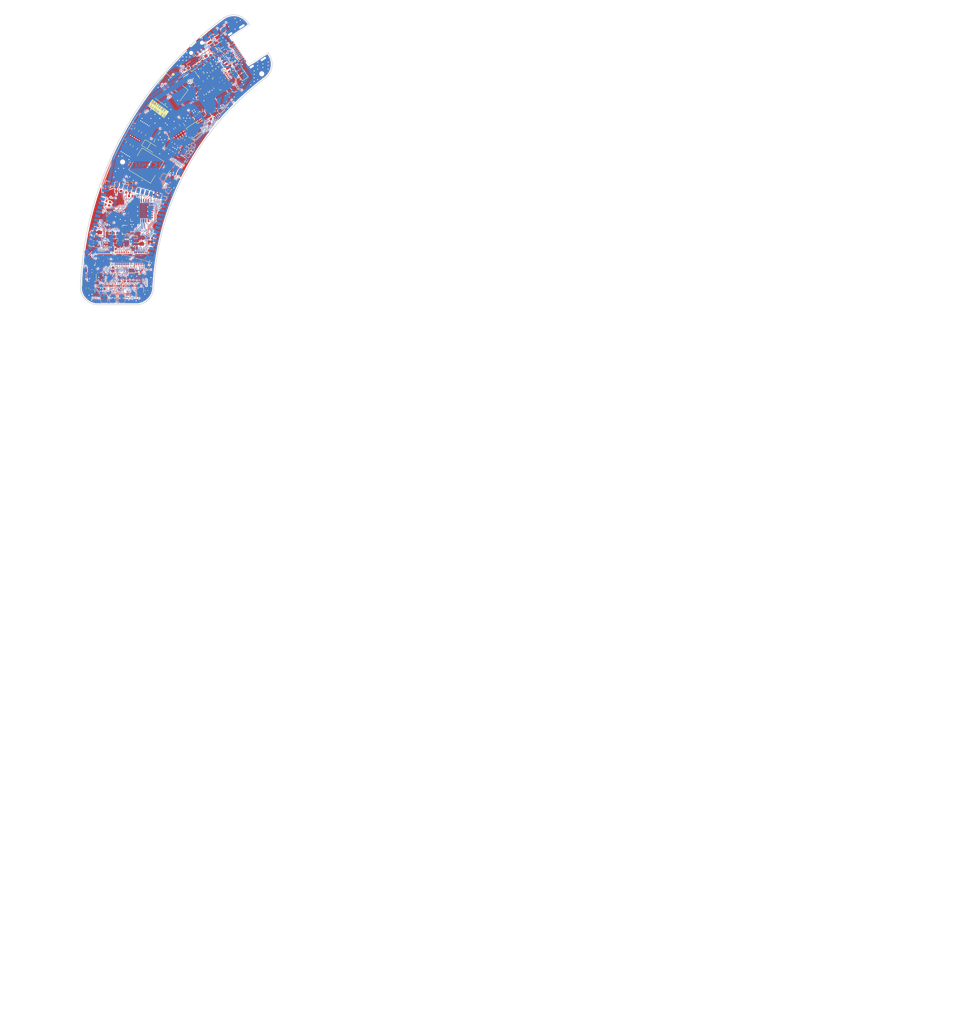
<source format=kicad_pcb>
(kicad_pcb (version 20221018) (generator pcbnew)
  (layers (0 "F.Cu" signal) (1 "In1.Cu" power) (2 "In2.Cu" power) (31 "B.Cu" signal) (34 "B.Paste" user) (35 "F.Paste" user) (36 "B.SilkS" user "B.Silkscreen") (37 "F.SilkS" user "F.Silkscreen") (38 "B.Mask" user) (39 "F.Mask" user) (44 "Edge.Cuts" user))
  (property "Author" "Julien CARAYON")
  (property "Company" "Mounted")
  (property "Date" "11/2023")
  (property "PCB name" "AugMounted_DevBoard")
  (property "Version" "v1.0.0")
  (net 0 "")
  (net 1 "GND")
  (net 2 "+3.3V")
  (net 3 "/Battery Management/VSYS")
  (net 4 "/Battery Management/VSYS_UNCUT")
  (net 5 "/Battery Management/VBAT")
  (net 6 "/1.8V_LCD")
  (net 7 "VBUS")
  (net 8 "/MCU/VBUS_USB")
  (net 9 "/MCU/USB_D+")
  (net 10 "/MCU/CC1")
  (net 11 "/MCU/USB_D-")
  (net 12 "/MCU/CC2")
  (net 13 "/ENCODER_S2")
  (net 14 "/ENCODER_A")
  (net 15 "/ENCODER_B")
  (net 16 "/ENCODER_S1")
  (net 17 "/Battery Management/ENCODER_BUTTON")
  (net 18 "/MISO")
  (net 19 "/OLED/MCLK_1.8V")
  (net 20 "/OLED/XHD_1.8V")
  (net 21 "/OLED/XVD_1.8V")
  (net 22 "/OLED/XCLR_1.8V")
  (net 23 "/OLED/R7_1.8V")
  (net 24 "/OLED/R6_1.8V")
  (net 25 "/OLED/R5_1.8V")
  (net 26 "/OLED/R4_1.8V")
  (net 27 "/OLED/R3_1.8V")
  (net 28 "/OLED/RGB_LSB_1.8V")
  (net 29 "/OLED/G7_1.8V")
  (net 30 "/OLED/G6_1.8V")
  (net 31 "/OLED/G5_1.8V")
  (net 32 "/OLED/G4_1.8V")
  (net 33 "/OLED/G3_1.8V")
  (net 34 "/Battery Management/PGOOD")
  (net 35 "/OLED/B7_1.8V")
  (net 36 "/OLED/B6_1.8V")
  (net 37 "/OLED/B5_1.8V")
  (net 38 "/OLED/B4_1.8V")
  (net 39 "/OLED/B3_1.8V")
  (net 40 "/OLED/CS_1.8V")
  (net 41 "/OLED/SCK_1.8V")
  (net 42 "/OLED/MOSI_1.8V")
  (net 43 "/OLED/MISO_1.8V")
  (net 44 "/Battery Management/CHARGE_STATUS")
  (net 45 "/MOSI")
  (net 46 "/SCK")
  (net 47 "/CS")
  (net 48 "/XCLR")
  (net 49 "/XHD")
  (net 50 "/HVD")
  (net 51 "/MCLK")
  (net 52 "/B5")
  (net 53 "/B4")
  (net 54 "/B3")
  (net 55 "/B2")
  (net 56 "/B1")
  (net 57 "/SDA")
  (net 58 "/G5")
  (net 59 "/G4")
  (net 60 "/G3")
  (net 61 "/G2")
  (net 62 "/G1")
  (net 63 "/R5")
  (net 64 "/R4")
  (net 65 "/R3")
  (net 66 "/R2")
  (net 67 "/R1")
  (net 68 "/SCL")
  (net 69 "/I2S_PDM_CLK")
  (net 70 "/I2S_PDM_DATA")
  (net 71 "/MCU/RGB_LSB")
  (net 72 "Net-(U201-EN)")
  (net 73 "+1V8")
  (net 74 "+10V")
  (net 75 "/Battery Management/ESP_POWER_EN")
  (net 76 "/Battery Management/1.8V_ENABLE")
  (net 77 "/Battery Management/10V_ENABLE")
  (net 78 "Net-(U303-BTST)")
  (net 79 "Net-(U303-REGN)")
  (net 80 "Net-(U305-SS)")
  (net 81 "Net-(C318-Pad1)")
  (net 82 "Net-(C411-Pad1)")
  (net 83 "Net-(J401-VOFS)")
  (net 84 "Net-(J401-VG0)")
  (net 85 "Net-(J401-VG255)")
  (net 86 "Net-(J401-VCAL)")
  (net 91 "Net-(D302-K)")
  (net 92 "Net-(D303-A)")
  (net 95 "Net-(J401-TEST(SCAN_MODE))")
  (net 96 "Net-(J401-TEST(PSCNT))")
  (net 97 "Net-(J401-TEST(VFUSE))")
  (net 98 "Net-(U304-L1)")
  (net 99 "Net-(U304-L2)")
  (net 100 "Net-(Q301-D)")
  (net 101 "Net-(Q302-G)")
  (net 102 "Net-(U303-ILIM)")
  (net 103 "Net-(U303-INT)")
  (net 104 "Net-(U303-TS)")
  (net 105 "Net-(R308-Pad2)")
  (net 106 "Net-(U305-COMP)")
  (net 107 "Net-(U305-FB)")
  (net 108 "/Battery Management/VBAT_NOT_FUSED")
  (net 109 "/Battery Management/NET_BEFORE_INDUCTOR")
  (net 110 "/BUTTON2")
  (net 114 "/BUTTON1")
  (net 115 "/Battery Management/PMID")
  (net 126 "Net-(U501-CATHODE_LED)")
  (net 131 "/LEDS_ENABLE")
  (net 132 "/MCU/RGB_LED_R")
  (net 133 "/MCU/RGB_LED_G")
  (net 134 "/MCU/RGB_LED_B")
  (net 135 "Net-(U201-GPIO0{slash}BOOT)")
  (net 137 "Net-(LED201-RA)")
  (net 138 "Net-(LED201-GA)")
  (net 139 "Net-(LED201-BA)")
  (net 140 "Net-(Q501-D)")
  (net 141 "/User Input/PLUG_DETECTION")
  (net 142 "Net-(J501-Pad1)")
  (net 143 "Net-(Q306-D)")
  (net 144 "Net-(Q307-G)")
  (net 145 "/Battery Management/VSYS_CONTROLED_10V")
  (net 146 "Net-(Q303-D)")
  (net 147 "Net-(Q304-G)")
  (net 149 "Net-(U303-OTG)")
  (net 150 "Net-(U303-PSEL)")
  (net 151 "Net-(LED502-K)")
  (footprint ".mounted-lib:R_0603_1608Metric" (layer "F.Cu") (at 183.265419 46.965131 33.4)
    (fp_text reference "R309" hide)
    (fp_text value "R_0603_31.2k_0.5%_0.1W" hide)
  )
  (footprint ".mounted-lib:R_0402_1005Metric" (layer "F.Cu") (at 155.812992 95.443456)
    (fp_text reference "R307" hide)
    (fp_text value "R_0402_0R_1%_0.06W")
  )
  (footprint ".mounted-lib:TFM252012ALMA1R0MTAA" (layer "F.Cu") (at 184.739405 57.189275 -146.6)
    (fp_text reference "L302" hide)
    (fp_text value "L_TFM252012ALMA1R0MTAA")
  )
  (footprint ".mounted-lib:C_0805_1608Metric" (layer "F.Cu") (at 159.472709 69.677267 -121.6)
    (fp_text reference "C320" hide)
    (fp_text value "C_1206_10uF_25V_X7R_10%" hide)
  )
  (footprint ".mounted-lib:R_0402_1005Metric" (layer "F.Cu") (at 179.229345 56.351758 -56.6)
    (fp_text reference "R315" hide)
    (fp_text value "R_0402_100k_1%_0.06W")
  )
  (footprint ".mounted-lib:VCNL4040_4X2X1.1_VISHAY" (layer "F.Cu") (at 156.726136 81.794127)
    (fp_text reference "U501" hide)
    (fp_text value "U_VCNL4040M3OE")
  )
  (footprint ".mounted-lib:SOT-23-6_TECH_PUBLIC" (layer "F.Cu") (at 178.251318 51.259525 -56.6)
    (fp_text reference "D301" hide)
    (fp_text value "D_SRV05-4" hide)
  )
  (footprint ".mounted-lib:SOT-323_SC-70_DIODES_INC" (layer "F.Cu") (at 184.835979 43.533897 123.4)
    (fp_text reference "Q305" hide)
    (fp_text value "Q_BSS123WQ-7-F" hide)
  )
  (footprint ".mounted-lib:R_0402_1005Metric" (layer "F.Cu") (at 149.012984 106.368457 180)
    (fp_text reference "R506" hide)
    (fp_text value "R_0402_100k_1%_0.06W")
  )
  (footprint ".mounted-lib:R_0402_1005Metric" (layer "F.Cu") (at 159.37853 83.803822 180)
    (fp_text reference "R206" hide)
    (fp_text value "R_0603_4.7k_1%_0.1W")
  )
  (footprint ".mounted-lib:R_0402_1005Metric" (layer "F.Cu") (at 160.17853 84.861956)
    (fp_text reference "R205" hide)
    (fp_text value "R_0603_4.7k_1%_0.1W")
  )
  (footprint ".mounted-lib:LED_LTW-010DCG" (layer "F.Cu") (at 147.187987 104.56846 -89.999)
    (fp_text reference "LED502" hide)
    (fp_text value "LED_LTW-010DCG")
  )
  (footprint ".mounted-lib:C_0805_1608Metric" (layer "F.Cu") (at 163.30049 97.643455 90)
    (fp_text reference "C301" hide)
    (fp_text value "C_0805_2.2uF_25V_X7R_20%" hide)
  )
  (footprint ".mounted-lib:C_0805_1608Metric" (layer "F.Cu") (at 161.883042 65.759329 58.4)
    (fp_text reference "C321" hide)
    (fp_text value "C_1206_10uF_25V_X7R_10%" hide)
  )
  (footprint ".mounted-lib:SOT-23-6_TECH_PUBLIC" (layer "F.Cu") (at 184.101141 39.926628 -146.6)
    (fp_text reference "D501" hide)
    (fp_text value "D_SRV05-4" hide)
  )
  (footprint ".mounted-lib:C_0402_1005Metric" (layer "F.Cu") (at 150.626143 99.251631 180)
    (fp_text reference "C402" hide)
    (fp_text value "C_0603_100nF_100V_X7R_10%")
  )
  (footprint ".mounted-lib:C_0805_1608Metric" (layer "F.Cu") (at 157.209634 97.643455 90)
    (fp_text reference "C304" hide)
    (fp_text value "C_0805_2.2uF_25V_X7R_20%" hide)
  )
  (footprint ".mounted-lib:C_0805_1608Metric" (layer "F.Cu") (at 180.209025 60.453643 123.4)
    (fp_text reference "C306" hide)
    (fp_text value "C_0805_10uF_10V_X7R_10%" hide)
  )
  (footprint ".mounted-lib:C_0402_1005Metric" (layer "F.Cu") (at 159.437986 108.823455 90)
    (fp_text reference "C407" hide)
    (fp_text value "C_0603_100nF_100V_X7R_10%")
  )
  (footprint ".mounted-lib:R_0402_1005Metric" (layer "F.Cu") (at 186.962234 42.371449 -146.6)
    (fp_text reference "R314" hide)
    (fp_text value "R_0402_100k_1%_0.06W")
  )
  (footprint ".mounted-lib:C_0402_1005Metric" (layer "F.Cu") (at 161.412985 99.993457 180)
    (fp_text reference "C401" hide)
    (fp_text value "C_0603_100nF_100V_X7R_10%")
  )
  (footprint ".mounted-lib:R_0402_1005Metric" (layer "F.Cu") (at 153.701139 86.426629 165)
    (fp_text reference "R503" hide)
    (fp_text value "R_0603_10k_1%_0.1W")
  )
  (footprint ".mounted-lib:R_0402_1005Metric" (layer "F.Cu") (at 147.787989 111.293458 90)
    (fp_text reference "R507" hide)
    (fp_text value "R_0402_0R_1%_0.06W")
  )
  (footprint ".mounted-lib:C_0402_1005Metric" (layer "F.Cu") (at 161.437985 108.823455 90)
    (fp_text reference "C412" hide)
    (fp_text value "C_0402_1uF_10V_X7R_10%")
  )
  (footprint ".mounted-lib:J_FH43BW-61S-0.2SHW" (layer "F.Cu") (at 156.89058 111.956793)
    (fp_text reference "J401" hide)
    (fp_text value "J_FH43BW-61S-0.2SHW" hide)
  )
  (footprint ".mounted-lib:R_0402_1005Metric" (layer "F.Cu") (at 161.15343 63.786564 58.4)
    (fp_text reference "R321" hide)
    (fp_text value "R_0402_26.7k_1%_0.06W")
  )
  (footprint ".mounted-lib:QFN-28-1EP_6x6mm_P0.65mm_EP4.25x4.25mm_MICROCHIP" (layer "F.Cu") (at 163.226144 89.001629 -90)
    (fp_text reference "U202" hide)
    (fp_text value "U_MCP23017T-E/ML")
  )
  (footprint ".mounted-lib:R_0402_1005Metric" (layer "F.Cu") (at 153.812989 95.443462)
    (fp_text reference "R306" hide)
    (fp_text value "R_0402_100k_1%_0.06W")
  )
  (footprint ".mounted-lib:C_0402_1005Metric" (layer "F.Cu") (at 164.737989 111.948455 -90)
    (fp_text reference "C414" hide)
    (fp_text value "C_0603_100nF_100V_X7R_10%")
  )
  (footprint ".mounted-lib:R_0402_1005Metric" (layer "F.Cu") (at 172.39575 69.587505 58.4)
    (fp_text reference "R319" hide)
    (fp_text value "R_0402_42.2k_1%_0.06W")
  )
  (footprint ".mounted-lib:R_0402_1005Metric" (layer "F.Cu") (at 167.943661 84.582395 58.4)
    (fp_text reference "R202" hide)
    (fp_text value "R_0402_33R_1%_0.06W")
  )
  (footprint ".mounted-lib:C_0402_1005Metric" (layer "F.Cu") (at 179.029956 61.606812 123.4)
    (fp_text reference "C307" hide)
    (fp_text value "C_0603_100nF_100V_X7R_10%")
  )
  (footprint ".mounted-lib:C_0402_1005Metric" (layer "F.Cu") (at 159.076134 89.751628 90)
    (fp_text reference "C204" hide)
    (fp_text value "C_0603_100nF_100V_X7R_10%")
  )
  (footprint ".mounted-lib:R_0402_1005Metric" (layer "F.Cu") (at 188.152165 48.653989 -56.6)
    (fp_text reference "R304" hide)
    (fp_text value "R_0402_10k_1%_0.06W")
  )
  (footprint ".mounted-lib:R_0402_1005Metric" (layer "F.Cu") (at 184.176977 48.520145 123.4)
    (fp_text reference "R301" hide)
    (fp_text value "R_0402_316R_1%_0.06W")
  )
  (footprint ".mounted-lib:R_0402_1005Metric" (layer "F.Cu") (at 183.359855 44.746784 -56.6)
    (fp_text reference "R313" hide)
    (fp_text value "R_0402_100k_1%_0.06W")
  )
  (footprint ".mounted-lib:VQFN-24_TEXAS_INSTRUMENTS" (layer "F.Cu") (at 186.487102 51.578575 -146.6)
    (fp_text reference "U303" hide)
    (fp_text value "U_BQ24296MRGER")
  )
  (footprint ".mounted-lib:R_0402_1005Metric" (layer "F.Cu") (at 167.091936 84.058405 -121.6)
    (fp_text reference "R203" hide)
    (fp_text value "R_0402_56R_1%_0.06W")
  )
  (footprint ".mounted-lib:R_0402_1005Metric" (layer "F.Cu") (at 182.945413 62.238763 -56.6)
    (fp_text reference "R317" hide)
    (fp_text value "R_0402_100k_1%_0.06W")
  )
  (footprint ".mounted-lib:R_0402_1005Metric" (layer "F.Cu") (at 190.669108 51.084488 -56.6)
    (fp_text reference "R324" hide)
    (fp_text value "R_0402_0R_1%_0.06W")
  )
  (footprint ".mounted-lib:LED_LTW-010DCG" (layer "F.Cu") (at 146.662983 109.743458 -90)
    (fp_text reference "LED503" hide)
    (fp_text value "LED_LTW-010DCG")
  )
  (footprint ".mounted-lib:SOT-323_SC-70_DIODES_INC" (layer "F.Cu") (at 148.937989 108.568459 -90)
    (fp_text reference "Q501" hide)
    (fp_text value "Q_BSS123WQ-7-F" hide)
  )
  (footprint ".mounted-lib:R_0402_1005Metric" (layer "F.Cu") (at 171.226144 83.226627 58.4)
    (fp_text reference "R501" hide)
    (fp_text value "R_0402_0R_1%_0.06W")
  )
  (footprint ".mounted-lib:C_0402_1005Metric" (layer "F.Cu") (at 161.894909 106.809399 -90)
    (fp_text reference "C404" hide)
    (fp_text value "C_0603_100nF_100V_X7R_10%")
  )
  (footprint ".mounted-lib:J_JST_S2B-PH-SM4-TB" (layer "F.Cu") (at 171.459432 54.719798 -36.6)
    (fp_text reference "J301" hide)
    (fp_text value "J_JST_S2B-PH-SM4-TB")
  )
  (footprint ".mounted-lib:NTCG16_XXX_TDK" (layer "F.Cu") (at 180.662025 48.693729 -146.6)
    (fp_text reference "RT301" hide)
    (fp_text value "RT_TX06F103F3435ER" hide)
  )
  (footprint ".mounted-lib:SOT-323_SC-70_DIODES_INC" (layer "F.Cu") (at 177.535165 47.539362 -146.6)
    (fp_text reference "Q306" hide)
    (fp_text value "Q_BSS123WQ-7-F" hide)
  )
  (footprint ".mounted-lib:R_0402_1005Metric" (layer "F.Cu") (at 166.240206 83.534422 -121.6)
    (fp_text reference "R204" hide)
    (fp_text value "R_0402_56R_1%_0.06W")
  )
  (footprint ".mounted-lib:VQFN-20_TEXAS_INSTRUMENTS" (layer "F.Cu") (at 157.687987 102.693462 90)
    (fp_text reference "U402" hide)
    (fp_text value "U_TXS0108E")
  )
  (footprint ".mounted-lib:R_0402_1005Metric" (layer "F.Cu") (at 188.997785 48.089746 -56.6)
    (fp_text reference "R303" hide)
    (fp_text value "R_0402_10k_1%_0.06W")
  )
  (footprint ".mounted-lib:R_0402_1005Metric" (layer "F.Cu") (at 149.889771 94.445637 75)
    (fp_text reference "R201" hide)
    (fp_text value "R_0603_10k_1%_0.1W")
  )
  (footprint ".mounted-lib:C_0402_1005Metric" (layer "F.Cu") (at 156.962987 108.818457 90)
    (fp_text reference "C409" hide)
    (fp_text value "C_0603_100nF_100V_X7R_10%")
  )
  (footprint ".mounted-lib:C_0805_1608Metric" (layer "F.Cu") (at 163.84201 66.964494 58.4)
    (fp_text reference "C322" hide)
    (fp_text value "C_1206_10uF_25V_X7R_10%" hide)
  )
  (footprint ".mounted-lib:SOT-23-6_TECH_PUBLIC" (layer "F.Cu") (at 188.189465 45.395268 -146.6)
    (fp_text reference "D201" hide)
    (fp_text value "D_SRV05-4" hide)
  )
  (footprint ".mounted-lib:MountingHole_1.2mm_M1" (layer "F.Cu") (at 157.833956 75.041091 -56.6)
    (fp_text reference "H101" hide)
    (fp_text value "H_MOUNTING_HOLE_M1")
  )
  (footprint ".mounted-lib:C_0603_1608Metric" (layer "F.Cu") (at 188.936054 55.156356 -56.6)
    (fp_text reference "C310" hide)
    (fp_text value "C_0603_4.7uF_16V_X7R_10%" hide)
  )
  (footprint ".mounted-lib:C_0402_1005Metric" (layer "F.Cu") (at 187.823223 55.830241 -56.6)
    (fp_text reference "C308" hide)
    (fp_text value "C_0402_47nF_50V_X7R_10%")
  )
  (footprint ".mounted-lib:SOT-23-3_HUASHUO" (layer "F.Cu") (at 181.342701 63.804632 -146.6)
    (fp_text reference "Q307" hide)
    (fp_text value "Q_HSS2P10" hide)
  )
  (footprint ".mounted-lib:C_0805_1608Metric" (layer "F.Cu") (at 150.99496 96.121699 -105)
    (fp_text reference "C202" hide)
    (fp_text value "C_0805_22uF_10V_XR7_20%" hide)
  )
  (footprint ".mounted-lib:MountingHole_1.2mm_M1" (layer "F.Cu") (at 172.77614 107.701628 -56.6)
    (fp_text reference "H104" hide)
    (fp_text value "H_MOUNTING_HOLE_M1")
  )
  (footprint "Package_LGA:LGA-12_2x2mm_P0.5mm" (layer "F.Cu") (at 159.651139 81.95663 90)
    (fp_text reference "U503" hide)
    (fp_text value "LIS2DW12")
  )
  (footprint ".mounted-lib:C_0402_1005Metric" (layer "F.Cu") (at 152.162985 108.818455 90)
    (fp_text reference "C408" hide)
    (fp_text value "C_0603_100nF_100V_X7R_10%")
  )
  (footprint ".mounted-lib:SOT-323_SC-70_DIODES_INC" (layer "F.Cu") (at 158.512986 94.543462 180)
    (fp_text reference "Q301" hide)
    (fp_text value "Q_BSS123WQ-7-F" hide)
  )
  (footprint ".mounted-lib:C_0402_1005Metric" (layer "F.Cu") (at 170.953397 71.283149 58.4)
    (fp_text reference "C317" hide)
    (fp_text value "C_0603_100nF_100V_X7R_10%")
  )
  (footprint ".mounted-lib:C_0805_1608Metric" (layer "F.Cu") (at 183.478009 54.281408 -56.6)
    (fp_text reference "C312" hide)
    (fp_text value "C_0805_10uF_10V_X7R_10%" hide)
  )
  (footprint ".mounted-lib:C_0402_1005Metric" (layer "F.Cu") (at 149.037989 111.743465 -90)
    (fp_text reference "C413" hide)
    (fp_text value "C_0603_100nF_100V_X7R_10%")
  )
  (footprint ".mounted-lib:TDFN-8_MAXIM_INTEGRATED" (layer "F.Cu") (at 184.358779 61.153503 -56.6)
    (fp_text reference "U302" hide)
    (fp_text value "U_MAX17048G+T10")
  )
  (footprint ".mounted-lib:C_0402_1005Metric" (layer "F.Cu") (at 189.395311 49.631024 33.4)
    (fp_text reference "C302" hide)
    (fp_text value "C_0402_1uF_10V_X7R_10%")
  )
  (footprint ".mounted-lib:C_0603_1608Metric" (layer "F.Cu") (at 153.426134 81.951628 90)
    (fp_text reference "C501" hide)
    (fp_text value "C_0603_2.2uF_10V_X7R_10%" hide)
  )
  (footprint ".mounted-lib:C_0805_1608Metric" (layer "F.Cu") (at 190.783711 53.416999 33.4)
    (fp_text reference "C303" hide)
    (fp_text value "C_0805_10uF_10V_X7R_10%" hide)
  )
  (footprint ".mounted-lib:R_0402_1005Metric" (layer "F.Cu") (at 153.442324 87.392552 165)
    (fp_text reference "R502" hide)
    (fp_text value "R_0603_10k_1%_0.1W")
  )
  (footprint ".mounted-lib:SOT-23-6_TECH_PUBLIC" (layer "F.Cu") (at 172.384642 78.890442 58.4)
    (fp_text reference "D502" hide)
    (fp_text value "D_SRV05-4" hide)
  )
  (footprint ".mounted-lib:R_0603_1608Metric" (layer "F.Cu") (at 179.931191 53.625539 -146.6)
    (fp_text reference "F301" hide)
    (fp_text value "F_MFU0603FF05000P100" hide)
  )
  (footprint ".mounted-lib:C_0805_1608Metric" (layer "F.Cu") (at 173.621164 64.83772 123.4)
    (fp_text reference "C311" hide)
    (fp_text value "C_0805_10uF_10V_X7R_10%" hide)
  )
  (footprint ".mounted-lib:R_0402_1005Metric" (layer "F.Cu") (at 185.846674 47.419188 -56.6)
    (fp_text reference "R302" hide)
    (fp_text value "R_0402_10k_1%_0.06W")
  )
  (footprint ".mounted-lib:R_0402_1005Metric" (layer "F.Cu") (at 187.900915 42.950325 -146.6)
    (fp_text reference "R208" hide)
    (fp_text value "R_0603_5.23k_1%_0.1W")
  )
  (footprint ".mounted-lib:C_0402_1005Metric" (layer "F.Cu") (at 149.3598 96.40899 -105)
    (fp_text reference "C203" hide)
    (fp_text value "C_0603_100nF_100V_X7R_10%")
  )
  (footprint ".mounted-lib:R_0402_1005Metric" (layer "F.Cu") (at 179.371828 46.328304 123.4)
    (fp_text reference "R316" hide)
    (fp_text value "R_0603_1M_1%_0.1W")
  )
  (footprint ".mounted-lib:R_0402_1005Metric" (layer "F.Cu") (at 175.910432 49.071842 123.4)
    (fp_text reference "R318" hide)
    (fp_text value "R_0402_0R_1%_0.06W")
  )
  (footprint ".mounted-lib:R_0402_1005Metric" (layer "F.Cu") (at 177.751955 71.947542 58.4)
    (fp_text reference "R312" hide)
    (fp_text value "R_0402_0R_1%_0.06W")
  )
  (footprint ".mounted-lib:R_0402_1005Metric" (layer "F.Cu") (at 165.312985 97.468455 90)
    (fp_text reference "R504" hide)
    (fp_text value "R_0402_100k_1%_0.06W")
  )
  (footprint ".mounted-lib:PVSON-N10_TEXAS_INSTRUMENTS" (layer "F.Cu") (at 169.0401 68.667825 -121.6)
    (fp_text reference "U305" hide)
    (fp_text value "U_TPS61087DRCR")
  )
  (footprint ".mounted-lib:C_0402_1005Metric" (layer "F.Cu") (at 173.247477 70.111492 -121.6)
    (fp_text reference "C318" hide)
    (fp_text value "C_0402_1.2nF_50V_X7R_10%")
  )
  (footprint ".mounted-lib:SOT-23-3_HUASHUO" (layer "F.Cu") (at 175.282048 73.606092 -121.6)
    (fp_text reference "Q304" hide)
    (fp_text value "Q_HSS2P10" hide)
  )
  (footprint ".mounted-lib:SOT-23-5_LOW_POWER" (layer "F.Cu") (at 160.262989 97.643456 180)
    (fp_text reference "U301" hide)
    (fp_text value "U_LP3987H-18B5F")
  )
  (footprint ".mounted-lib:C_0402_1005Metric" (layer "F.Cu") (at 155.37853 99.993457 180)
    (fp_text reference "C403" hide)
    (fp_text value "C_0603_100nF_100V_X7R_10%")
  )
  (footprint ".mounted-lib:VQFN-20_TEXAS_INSTRUMENTS" (layer "F.Cu") (at 163.112989 102.694321 90)
    (fp_text reference "U401" hide)
    (fp_text value "U_TXS0108E")
  )
  (footprint ".mounted-lib:VQFN-20_TEXAS_INSTRUMENTS" (layer "F.Cu") (at 152.287986 102.693457 90)
    (fp_text reference "U403" hide)
    (fp_text value "U_TXS0108E")
  )
  (footprint ".mounted-lib:C_0402_1005Metric" (layer "F.Cu") (at 160.937982 106.82346 90)
    (fp_text reference "C415" hide)
    (fp_text value "C_0402_1uF_10V_X7R_10%")
  )
  (footprint ".mounted-lib:R_0402_1005Metric" (layer "F.Cu") (at 183.342136 49.070629 123.4)
    (fp_text reference "R308" hide)
    (fp_text value "R_0402_5.23k_1%_0.06W")
  )
  (footprint ".mounted-lib:C_0805_1608Metric" (layer "F.Cu") (at 171.951467 65.938678 123.4)
    (fp_text reference "C313" hide)
    (fp_text value "C_0805_10uF_10V_X7R_10%" hide)
  )
  (footprint ".mounted-lib:R_0402_1005Metric" (layer "F.Cu") (at 190.299599 46.644531 -146.6)
    (fp_text reference "R207" hide)
    (fp_text value "R_0603_5.23k_1%_0.1W")
  )
  (footprint ".mounted-lib:C_0402_1005Metric" (layer "F.Cu") (at 159.388457 80.025623)
    (fp_text reference "C503" hide)
    (fp_text value "C_0603_100nF_100V_X7R_10%")
  )
  (footprint ".mounted-lib:LED_MHPC3528CRGBCT" (layer "F.Cu") (at 187.697464 35.74781 33.4)
    (fp_text reference "LED201" hide)
    (fp_text value "LED_MHPC3528CRGBCT" hide)
  )
  (footprint ".mounted-lib:D_SMF_VISHAY" (layer "F.Cu") (at 165.834794 70.690051 -31.6)
    (fp_text reference "D303" hide)
    (fp_text value "D_V2FM10HM3/H" hide)
  )
  (footprint ".mounted-lib:C_0402_1005Metric" (layer "F.Cu") (at 151.062985 106.843456 -90)
    (fp_text reference "C406" hide)
    (fp_text value "C_0603_100nF_100V_X7R_10%")
  )
  (footprint ".mounted-lib:R_0402_1005Metric" (layer "F.Cu") (at 166.312987 97.466694 90)
    (fp_text reference "R505" hide)
    (fp_text value "R_0402_100k_1%_0.06W")
  )
  (footprint ".mounted-lib:C_0402_1005Metric" (layer "F.Cu") (at 172.65685 72.331119 58.4)
    (fp_text reference "C316" hide)
    (fp_text value "C_0402_1uF_10V_X7R_10%")
  )
  (footprint ".mounted-lib:PVSON-N10_TEXAS_INSTRUMENTS" (layer "F.Cu") (at 176.252892 62.443609 123.4)
    (fp_text reference "U304" hide)
    (fp_text value "U_TPS63001DRCR")
  )
  (footprint ".mounted-lib:C_0402_1005Metric" (layer "F.Cu") (at 185.706128 59.785959 -56.6)
    (fp_text reference "C305" hide)
    (fp_text value "C_0603_100nF_100V_X7R_10%")
  )
  (footprint ".mounted-lib:C_0402_1005Metric" (layer "F.Cu") (at 154.126142 93.701628 180)
    (fp_text reference "C502" hide)
    (fp_text value "C_0603_100nF_100V_X7R_10%")
  )
  (footprint ".mounted-lib:J_TYPE-C-31-M-13" (layer "F.Cu") (at 196.929588 39.612459 123.4)
    (fp_text reference "J201" hide)
    (fp_text value "J_TYPE-C-31-M-13" hide)
    (fp_line (start -4.75 -6.5) (end 4.75 -6.5) (stroke (width 0.1)) (layer "Edge.Cuts"))
    (fp_line (start -4.75 0) (end -4.75 -6.5) (stroke (width 0.1)) (layer "Edge.Cuts"))
    (fp_line (start 4.75 -6.5) (end 4.75 0) (stroke (width 0.1)) (layer "Edge.Cuts"))
  )
  (footprint ".mounted-lib:C_0402_1005Metric" (layer "F.Cu") (at 160.437978 108.82346 90)
    (fp_text reference "C416" hide)
    (fp_text value "C_0402_1uF_10V_X7R_10%")
  )
  (footprint ".mounted-lib:C_0402_1005Metric" (layer "F.Cu") (at 158.43799 108.823453 90)
    (fp_text reference "C410" hide)
    (fp_text value "C_0603_100nF_100V_X7R_10%")
  )
  (footprint ".mounted-lib:C_0402_1005Metric" (layer "F.Cu") (at 162.437984 108.823462 90)
    (fp_text reference "C411" hide)
    (fp_text value "C_0402_1uF_10V_X7R_10%")
  )
  (footprint ".mounted-lib:MountingHole_1.2mm_M1" (layer "F.Cu") (at 197.826506 49.701445 -56.6)
    (fp_text reference "H103" hide)
    (fp_text value "H_MOUNTING_HOLE_M1")
  )
  (footprint ".mounted-lib:C_0805_1608Metric" (layer "F.Cu") (at 161.431681 70.882437 -121.6)
    (fp_text reference "C319" hide)
    (fp_text value "C_1206_10uF_25V_X7R_10%" hide)
  )
  (footprint ".mounted-lib:C_0805_1608Metric" (layer "F.Cu") (at 181.606368 51.442921 123.4)
    (fp_text reference "C309" hide)
    (fp_text value "C_0805_10uF_10V_X7R_10%" hide)
  )
  (footprint ".mounted-lib:R_0402_1005Metric" (layer "F.Cu") (at 160.712986 94.943456 90)
    (fp_text reference "R305" hide)
    (fp_text value "R_0603_1M_1%_0.1W")
  )
  (footprint ".mounted-lib:R_0402_1005Metric" (layer "F.Cu") (at 160.105458 65.49002 58.4)
    (fp_text reference "R320" hide)
    (fp_text value "R_0402_200k_1%_0.06W")
  )
  (footprint ".mounted-lib:R_0402_1005Metric" (layer "F.Cu") (at 175.897813 71.133823 -31.6)
    (fp_text reference "R311" hide)
    (fp_text value "R_0402_100k_1%_0.06W")
  )
  (footprint ".mounted-lib:C_0402_1005Metric" (layer "F.Cu") (at 154.726145 81.876627 90)
    (fp_text reference "C504" hide)
    (fp_text value "C_0603_100nF_100V_X7R_10%")
  )
  (footprint ".mounted-lib:C_0402_1005Metric" (layer "F.Cu") (at 155.076139 105.901633 -90)
    (fp_text reference "C405" hide)
    (fp_text value "C_0603_100nF_100V_X7R_10%")
  )
  (footprint ".mounted-lib:L_FNR3015S2R2MT" (layer "F.Cu") (at 178.473997 65.830251 -56.6)
    (fp_text reference "L301" hide)
    (fp_text value "L_FNR3015S2R2MT" hide)
  )
  (footprint ".mounted-lib:C_0402_1005Metric" (layer "F.Cu") (at 159.937985 106.823454 90)
    (fp_text reference "C417" hide)
    (fp_text value "C_0402_1uF_10V_X7R_10%")
  )
  (footprint ".mounted-lib:C_0402_1005Metric" (layer "F.Cu") (at 171.805126 71.807137 58.4)
    (fp_text reference "C315" hide)
    (fp_text value "C_0402_1uF_10V_X7R_10%")
  )
  (footprint ".mounted-lib:C_0805_1608Metric" (layer "F.Cu") (at 181.808303 55.382371 -56.6)
    (fp_text reference "C314" hide)
    (fp_text value "C_0805_10uF_10V_X7R_10%" hide)
  )
  (footprint ".mounted-lib:L_7447789003" (layer "F.Cu") (at 164.637989 76.068456 -121.6)
    (fp_text reference "L303" hide)
    (fp_text value "L_7447789003" hide)
  )
  (footprint ".mounted-lib:U_MP34DT05TR-A" (layer "F.Cu") (at 154.076141 90.776629 180)
    (fp_text reference "U502" hide)
    (fp_text value "MP34DT05TR-A" hide)
  )
  (footprint ".mounted-lib:SOT-23_TOSHIBA" (layer "F.Cu") (at 181.441537 45.652335 -146.6)
    (fp_text reference "D302" hide)
    (fp_text value "D_1SS301" hide)
  )
  (footprint ".mounted-lib:R_0402_1005Metric" (layer "F.Cu") (at 175.382852 68.512342 -121.6)
    (fp_text reference "R310" hide)
    (fp_text value "R_0603_1M_1%_0.1W")
  )
  (footprint ".mounted-lib:C_0402_1005Metric" (layer "F.Cu") (at 149.450876 97.994248 -15)
    (fp_text reference "C201" hide)
    (fp_text value "C_0402_1uF_10V_X7R_10%")
  )
  (footprint ".mounted-lib:R_0402_1005Metric" (layer "F.Cu") (at 185.011823 47.969672 123.4)
    (fp_text reference "R323" hide)
    (fp_text value "R_0402_0R_1%_0.06W")
  )
  (footprint ".mounted-lib:SOT-23-3_HUASHUO" (layer "F.Cu") (at 154.512984 97.64346 -90)
    (fp_text reference "Q302" hide)
    (fp_text value "Q_HSS2P10" hide)
  )
  (footprint ".mounted-lib:SW_SKRTLAE010" (layer "F.Cu") (at 179.083325 42.225486 -136.6)
    (fp_text reference "SW501" hide)
    (fp_text value "SW_SKRTLAE010")
  )
  (footprint ".mounted-lib:SOT-323_SC-70_DIODES_INC" (layer "F.Cu") (at 177.269745 69.64381 -31.6)
    (fp_text reference "Q303" hide)
    (fp_text value "Q_BSS123WQ-7-F" hide)
  )
  (footprint ".mounted-lib:D_SMF_VISHAY" (layer "F.Cu") (at 191.766218 49.175682 123.4)
    (fp_text reference "D202" hide)
    (fp_text value "D_V2FM10HM3/H" hide)
  )
  (footprint ".mounted-lib:TESTPOINT_1.5MM" (layer "B.Cu") (at 171.012983 83.19346 180)
    (fp_text reference "TP202" hide)
    (fp_text value "TESTPOINT_1.5MM" hide)
  )
  (footprint ".mounted-lib:mounted_logo" (layer "B.Cu") (at 164.643827 75.86587 180)
    (fp_text reference "LOGO101" hide)
    (fp_text value "mounted_logo" hide)
  )
  (footprint ".mounted-lib:ESP32-S3-WROOM-1U" (layer "B.Cu") (at 159.284447 92.236198 -15)
    (fp_text reference "U201" hide)
    (fp_text value "ESP32-S3-WROOM-1U-N16R8")
  )
  (footprint "Jumper:SolderJumper-2_P1.3mm_Bridged_RoundedPad1.0x1.5mm" (layer "B.Cu") (at 157.543827 114.215871 -90)
    (fp_text reference "JP401" hide)
    (fp_text value "SolderJumper_2_Bridged")
  )
  (footprint "Jumper:SolderJumper-2_P1.3mm_Bridged_RoundedPad1.0x1.5mm" (layer "B.Cu") (at 155.043827 114.217658 -90)
    (fp_text reference "JP402" hide)
    (fp_text value "SolderJumper_2_Bridged")
  )
  (footprint ".mounted-lib:J_788641001_PAD" (layer "B.Cu") (at 184.242994 40.162622 123.4)
    (fp_text reference "J504" hide)
    (fp_text value "J_0788641001_PAD" hide)
  )
  (footprint ".mounted-lib:TESTPOINT_1.5MM" (layer "B.Cu") (at 147.637987 100.943458 125)
    (fp_text reference "TP201" hide)
    (fp_text value "TESTPOINT_1.5MM" hide)
  )
  (footprint ".mounted-lib:J_788641001_PAD" (layer "B.Cu") (at 172.021662 78.643458 -121.6)
    (fp_text reference "J501" hide)
    (fp_text value "J_0788641001_PAD" hide)
  )
  (footprint "Jumper:SolderJumper-2_P1.3mm_Bridged_RoundedPad1.0x1.5mm" (layer "B.Cu") (at 152.543827 114.21587 -90)
    (fp_text reference "JP403" hide)
    (fp_text value "SolderJumper_2_Bridged")
  )
  (gr_line (start 194.314805 35.646927) (end 193.897266 35.013697) (stroke (width 0.2)) (layer "Edge.Cuts"))
  (gr_line (start 150.728255 116.028448) (end 161.739728 116.028448) (stroke (width 0.2)) (layer "Edge.Cuts"))
  (gr_arc (start 199.966471 44.208008) (mid 200.719308 47.821123) (end 198.788378 50.966448) (stroke (width 0.2)) (layer "Edge.Cuts"))
  (gr_arc (start 145.732869 110.813672) (mid 157.502499 67.625477) (end 186.756656 33.744237) (stroke (width 0.2)) (layer "Edge.Cuts"))
  (gr_line (start 199.966471 44.208008) (end 199.54437 43.577983) (stroke (width 0.2)) (layer "Edge.Cuts"))
  (gr_arc (start 150.728255 116.028448) (mid 147.117593 114.487224) (end 145.732869 110.813672) (stroke (width 0.2)) (layer "Edge.Cuts"))
  (gr_arc (start 166.733844 111.270959) (mid 165.18847 114.648725) (end 161.73973 116.028448) (stroke (width 0.2)) (layer "Edge.Cuts"))
  (gr_arc (start 166.733844 111.270959) (mid 176.017828 77.534348) (end 198.788378 50.966448) (stroke (width 0.2)) (layer "Edge.Cuts"))
  (gr_arc (start 186.756656 33.744237) (mid 190.599613 32.845394) (end 193.897266 35.013697) (stroke (width 0.2)) (layer "Edge.Cuts"))
  (gr_text "BATTERY \nLi-Ion 1S" (at 167.373743 60.672869 -36.6) (layer "F.SilkS" knockout) (effects (font (size 0.8 0.8) (thickness 0.1) bold) (justify bottom)))
  (segment (start 155.018708 99.993453) (end 155.121146 99.993453) (width 0.1) (layer "F.Cu") (net 1))
  (segment (start 150.159286 98.118483) (end 149.914523 98.118481) (width 0.5) (layer "F.Cu") (net 1))
  (segment (start 176.120019 69.699648) (end 176.796847 70.116034) (width 0.5) (layer "F.Cu") (net 1))
  (segment (start 160.712983 94.433455) (end 160.712979 93.838467) (width 0.5) (layer "F.Cu") (net 1))
  (segment (start 190.326479 49.017034) (end 190.346741 49.021191) (width 0.5) (layer "F.Cu") (net 1))
  (segment (start 190.346948 47.007218) (end 190.33823 47.012968) (width 0.5) (layer "F.Cu") (net 1))
  (segment (start 177.535692 50.174225) (end 178.128176 51.072767) (width 0.5) (layer "F.Cu") (net 1))
  (segment (start 185.613296 43.531978) (end 185.146895 43.436238) (width 0.5) (layer "F.Cu") (net 1))
  (segment (start 176.96164 43.006899) (end 177.017719 42.733696) (width 0.2) (layer "F.Cu") (net 1))
  (segment (start 151.851142 112.501634) (end 151.50114 112.151622) (width 0.2) (layer "F.Cu") (net 1))
  (segment (start 159.868456 80.025628) (end 159.868457 81.161441) (width 0.1) (layer "F.Cu") (net 1))
  (segment (start 149.03798 112.223457) (end 149.037984 113.01347) (width 0.1) (layer "F.Cu") (net 1))
  (segment (start 157.209634 96.343133) (end 157.776141 95.776628) (width 0.5) (layer "F.Cu") (net 1))
  (segment (start 164.196297 113.046792) (end 164.226137 113.076627) (width 0.1) (layer "F.Cu") (net 1))
  (segment (start 184.495737 46.153888) (end 184.516005 46.158038) (width 0.5) (layer "F.Cu") (net 1))
  (segment (start 189.847837 56.101837) (end 189.910161 56.363443) (width 0.5) (layer "F.Cu") (net 1))
  (segment (start 160.00864 89.271627) (end 160.388644 89.651628) (width 0.5) (layer "F.Cu") (net 1))
  (segment (start 184.662064 47.439231) (end 184.761594 46.954363) (width 0.5) (layer "F.Cu") (net 1))
  (segment (start 159.076139 89.27163) (end 158.39614 89.271634) (width 0.5) (layer "F.Cu") (net 1))
  (segment (start 154.05114 93.401626) (end 154.051136 93.076627) (width 0.1) (layer "F.Cu") (net 1))
  (segment (start 157.209637 96.693455) (end 157.209634 96.343133) (width 0.5) (layer "F.Cu") (net 1))
  (segment (start 162.890582 113.046794) (end 163.575586 113.046791) (width 0.1) (layer "F.Cu") (net 1))
  (segment (start 183.635613 45.196853) (end 183.640606 45.172552) (width 0.5) (layer "F.Cu") (net 1))
  (segment (start 162.290588 110.636791) (end 162.101137 110.636793) (width 0.1) (layer "F.Cu") (net 1))
  (segment (start 153.75114 93.701629) (end 154.05114 93.401626) (width 0.1) (layer "F.Cu") (net 1))
  (segment (start 163.862987 101.944318) (end 163.112989 102.694321) (width 0.2) (layer "F.Cu") (net 1))
  (segment (start 156.904562 111.385819) (end 156.690582 111.171839) (width 0.1) (layer "F.Cu") (net 1))
  (segment (start 154.076144 89.051631) (end 155.300636 89.051629) (width 0.1) (layer "F.Cu") (net 1))
  (segment (start 176.29033 43.68911) (end 176.347204 43.412045) (width 0.2) (layer "F.Cu") (net 1))
  (segment (start 152.162986 107.714784) (end 152.201137 107.676634) (width 0.1) (layer "F.Cu") (net 1))
  (segment (start 176.347204 43.412045) (end 176.96164 43.006899) (width 0.2) (layer "F.Cu") (net 1))
  (segment (start 161.901142 108.343455) (end 161.437985 108.343455) (width 0.1) (layer "F.Cu") (net 1))
  (segment (start 158.437982 101.943462) (end 157.687987 102.693462) (width 0.2) (layer "F.Cu") (net 1))
  (segment (start 150.551145 97.726631) (end 150.159286 98.118483) (width 0.5) (layer "F.Cu") (net 1))
  (segment (start 159.901142 81.194127) (end 160.40114 81.194128) (width 0.1) (layer "F.Cu") (net 1))
  (segment (start 161.816517 62.708724) (end 162.133133 62.633297) (width 0.5) (layer "F.Cu") (net 1))
  (segment (start 184.693668 62.115531) (end 184.28769 61.499834) (width 0.1) (layer "F.Cu") (net 1))
  (segment (start 175.115619 68.946719) (end 176.08232 69.541441) (width 0.5) (layer "F.Cu") (net 1))
  (segment (start 151.890579 110.636793) (end 151.890581 111.14107) (width 0.1) (layer "F.Cu") (net 1))
  (segment (start 149.037984 113.01347) (end 149.051143 113.026628) (width 0.1) (layer "F.Cu") (net 1))
  (segment (start 189.362678 55.803364) (end 189.847837 56.101837) (width 0.5) (layer "F.Cu") (net 1))
  (segment (start 155.446139 80.181628) (end 156.026145 80.181629) (width 0.2) (layer "F.Cu") (net 1))
  (segment (start 179.091085 45.902532) (end 178.164395 46.513568) (width 0.5) (layer "F.Cu") (net 1))
  (segment (start 149.38225 112.22345) (end 150.205589 113.04679) (width 0.1) (layer "F.Cu") (net 1))
  (segment (start 149.03798 112.223457) (end 149.38225 112.22345) (width 0.1) (layer "F.Cu") (net 1))
  (segment (start 155.301136 90.776628) (end 155.801141 90.77663) (width 0.1) (layer "F.Cu") (net 1))
  (segment (start 159.901143 82.719129) (end 159.901142 81.194127) (width 0.1) (layer "F.Cu") (net 1))
  (segment (start 162.101137 110.636793) (end 162.10114 111.226629) (width 0.1) (layer "F.Cu") (net 1))
  (segment (start 160.40114 81.194128) (end 160.401142 81.69412) (width 0.1) (layer "F.Cu") (net 1))
  (segment (start 161.894906 107.289404) (end 161.883936 107.289399) (width 0.1) (layer "F.Cu") (net 1))
  (segment (start 160.437989 107.863477) (end 160.401143 107.826629) (width 0.1) (layer "F.Cu") (net 1))
  (segment (start 163.575586 113.046791) (end 164.196297 113.046792) (width 0.1) (layer "F.Cu") (net 1))
  (segment (start 153.426139 81.17663) (end 154.506142 81.17663) (width 0.2) (layer "F.Cu") (net 1))
  (segment (start 154.076139 92.501629) (end 152.926141 92.50163) (width 0.1) (layer "F.Cu") (net 1))
  (segment (start 180.693889 39.467892) (end 180.676744 39.551415) (width 0.2) (layer "F.Cu") (net 1))
  (segment (start 151.890581 111.14107) (end 152.126143 111.376631) (width 0.1) (layer "F.Cu") (net 1))
  (segment (start 192.294823 46.681228) (end 192.214882 47.070685) (width 0.5) (layer "F.Cu") (net 1))
  (segment (start 159.46298 93.893461) (end 159.462981 93.814786) (width 0.5) (layer "F.Cu") (net 1))
  (segment (start 161.883936 107.289399) (end 161.486149 106.891622) (width 0.1) (layer "F.Cu") (net 1))
  (segment (start 183.744626 61.526369) (end 183.781742 61.533989) (width 0.1) (layer "F.Cu") (net 1))
  (segment (start 184.731083 47.543896) (end 184.662064 47.439231) (width 0.5) (layer "F.Cu") (net 1))
  (segment (start 160.712979 93.838467) (end 160.551144 93.676624) (width 0.5) (layer "F.Cu") (net 1))
  (segment (start 160.401138 106.343455) (end 160.401143 107.826629) (width 0.1) (layer "F.Cu") (net 1))
  (segment (start 159.868456 80.025628) (end 159.868458 79.309316) (width 0.1) (layer "F.Cu") (net 1))
  (segment (start 152.851143 90.776626) (end 152.85114 92.426629) (width 0.1) (layer "F.Cu") (net 1))
  (segment (start 183.781742 61.533989) (end 184.358779 61.153503) (width 0.1) (layer "F.Cu") (net 1))
  (segment (start 154.437988 101.943461) (end 153.037984 101.94346) (width 0.2) (layer "F.Cu") (net 1))
  (segment (start 162.153827 89.19587) (end 163.226144 89.001629) (width 0.1) (layer "F.Cu") (net 1))
  (segment (start 175.023509 61.487449) (end 175.513439 62.230466) (width 0.1) (layer "F.Cu") (net 1))
  (segment (start 183.896237 48.094374) (end 183.570323 47.600109) (width 0.5) (layer "F.Cu") (net 1))
  (segment (start 159.837986 101.943455) (end 158.437982 101.943462) (width 0.2) (layer "F.Cu") (net 1))
  (segment (start 160.437983 108.343456) (end 160.437989 107.863477) (width 0.1) (layer "F.Cu") (net 1))
  (segment (start 187.507352 40.11301) (end 188.853444 40.389323) (width 0.5) (layer "F.Cu") (net 1))
  (segment (start 176.796847 70.116034) (end 176.885818 70.094835) (width 0.5) (layer "F.Cu") (net 1))
  (segment (start 160.926146 99.401625) (end 160.926139 99.986615) (width 0.2) (layer "F.Cu") (net 1))
  (segment (start 153.037984 101.94346) (end 152.287986 102.693457) (width 0.2) (layer "F.Cu") (net 1))
  (segment (start 155.176141 81.126631) (end 155.176141 80.451625) (width 0.2) (layer "F.Cu") (net 1))
  (segment (start 152.162986 108.338457) (end 152.162986 107.714784) (width 0.1) (layer "F.Cu") (net 1))
  (segment (start 155.076144 106.821294) (end 154.873827 107.023611) (width 0.1) (layer "F.Cu") (net 1))
  (segment (start 151.890579 110.636793) (end 151.490589 110.63679) (width 0.1) (layer "F.Cu") (net 1))
  (segment (start 150.749074 97.039329) (end 150.749074 97.283931) (width 0.5) (layer "F.Cu") (net 1))
  (segment (start 155.301144 90.101627) (end 155.301136 90.776628) (width 0.1) (layer "F.Cu") (net 1))
  (segment (start 159.901143 82.719129) (end 159.901144 82.031629) (width 0.1) (layer "F.Cu") (net 1))
  (segment (start 189.432318 35.472307) (end 188.366808 36.174888) (width 0.5) (layer "F.Cu") (net 1))
  (segment (start 150.551145 97.726631) (end 150.749075 97.528692) (width 0.5) (layer "F.Cu") (net 1))
  (segment (start 162.57614 89.651627) (end 163.226144 89.001629) (width 0.1) (layer "F.Cu") (net 1))
  (segment (start 178.128176 51.072767) (end 178.146631 51.076559) (width 0.5) (layer "F.Cu") (net 1))
  (segment (start 161.894908 107.857864) (end 161.894906 107.289404) (width 0.1) (layer "F.Cu") (net 1))
  (segment (start 154.52614 90.101629) (end 155.301144 90.101627) (width 0.1) (layer "F.Cu") (net 1))
  (segment (start 179.091085 45.902532) (end 179.72866 45.482129) (width 0.5) (layer "F.Cu") (net 1))
  (segment (start 150.749075 97.528692) (end 150.749074 97.039329) (width 0.5) (layer "F.Cu") (net 1))
  (segment (start 154.873827 107.724314) (end 154.951142 107.801629) (width 0.1) (layer "F.Cu") (net 1))
  (segment (start 158.39614 89.271634) (end 158.301142 89.176627) (width 0.5) (layer "F.Cu") (net 1))
  (segment (start 161.486149 106.891622) (end 160.93798 106.343458) (width 0.1) (layer "F.Cu") (net 1))
  (segment (start 183.954174 46.510983) (end 184.495737 46.153888) (width 0.5) (layer "F.Cu") (net 1))
  (segment (start 158.437986 108.343455) (end 158.951135 108.343453) (width 0.1) (layer "F.Cu") (net 1))
  (segment (start 153.646144 93.701625) (end 153.75114 93.701629) (width 0.1) (layer "F.Cu") (net 1))
  (segment (start 180.015019 49.120353) (end 180.361619 49.646002) (width 0.5) (layer "F.Cu") (net 1))
  (segment (start 162.133133 62.633297) (end 163.070038 63.209676) (width 0.5) (layer "F.Cu") (net 1))
  (segment (start 164.737986 112.428458) (end 164.19392 112.428454) (width 0.1) (layer "F.Cu") (net 1))
  (segment (start 183.189045 60.741948) (end 183.2334 60.751057) (width 0.1) (layer "F.Cu") (net 1))
  (segment (start 185.186445 39.210997) (end 186.050856 38.641022) (width 0.5) (layer "F.Cu") (net 1))
  (segment (start 188.853444 40.389323) (end 189.099618 40.762666) (width 0.5) (layer "F.Cu") (net 1))
  (segment (start 180.582263 49.889791) (end 181.198659 49.483366) (width 0.5) (layer "F.Cu") (net 1))
  (segment (start 175.513439 62.230466) (end 175.475049 62.417484) (width 0.1) (layer "F.Cu") (net 1))
  (segment (start 160.388644 89.651628) (end 162.57614 89.651627) (width 0.1) (layer "F.Cu") (net 1))
  (segment (start 171.703462 79.997688) (end 172.253893 79.102977) (width 0.5) (layer "F.Cu") (net 1))
  (segment (start 160.388639 90.301624) (end 161.926143 90.301626) (width 0.1) (layer "F.Cu") (net 1))
  (segment (start 160.401142 81.69412) (end 160.41364 81.706631) (width 0.1) (layer "F.Cu") (net 1))
  (segment (start 154.726138 81.396631) (end 154.906141 81.396628) (width 0.2) (layer "F.Cu") (net 1))
  (segment (start 162.101137 110.636793) (end 161.890587 110.636787) (width 0.1) (layer "F.Cu") (net 1))
  (segment (start 161.894908 107.857864) (end 161.894909 108.337222) (width 0.1) (layer "F.Cu") (net 1))
  (segment (start 148.502981 107.403452) (end 148.287979 107.618457) (width 0.1) (layer "F.Cu") (net 1))
  (segment (start 160.401138 106.343455) (end 160.93798 106.343458) (width 0.1) (layer "F.Cu") (net 1))
  (segment (start 149.551139 99.251627) (end 150.14614 99.251625) (width 0.2) (layer "F.Cu") (net 1))
  (segment (start 185.901579 43.969193) (end 185.613296 43.531978) (width 0.5) (layer "F.Cu") (net 1))
  (segment (start 160.384306 97.643454) (end 160.351138 97.676627) (width 0.5) (layer "F.Cu") (net 1))
  (segment (start 160.290588 110.636791) (end 160.290583 111.437182) (width 0.1) (layer "F.Cu") (net 1))
  (segment (start 152.926141 92.50163) (end 152.85114 92.426629) (width 0.1) (layer "F.Cu") (net 1))
  (segment (start 155.076145 106.381625) (end 155.076144 106.821294) (width 0.1) (layer "F.Cu") (net 1))
  (segment (start 159.076139 89.27163) (end 160.00864 89.271627) (width 0.5) (layer "F.Cu") (net 1))
  (segment (start 184.421985 60.010405) (end 184.441313 59.916231) (width 0.1) (layer "F.Cu") (net 1))
  (segment (start 151.490589 110.63679) (end 151.490585 111.337187) (width 0.1) (layer "F.Cu") (net 1))
  (segment (start 157.366118 107.935319) (end 156.962985 108.338453) (width 0.1) (layer "F.Cu") (net 1))
  (segment (start 164.19392 112.428454) (end 163.575586 113.046791) (width 0.1) (layer "F.Cu") (net 1))
  (segment (start 155.300636 89.051629) (end 155.350638 89.001627) (width 0.1) (layer "F.Cu") (net 1))
  (segment (start 161.400487 97.643459) (end 160.384306 97.643454) (width 0.5) (layer "F.Cu") (net 1))
  (segment (start 154.543215 99.51796) (end 155.018708 99.993453) (width 0.1) (layer "F.Cu") (net 1))
  (segment (start 148.287983 108.438474) (end 148.351143 108.50163) (width 0.2) (layer "F.Cu") (net 1))
  (segment (start 184.840739 60.645481) (end 184.421985 60.010405) (width 0.1) (layer "F.Cu") (net 1))
  (segment (start 183.934502 45.65013) (end 183.635613 45.196853) (width 0.5) (layer "F.Cu") (net 1))
  (segment (start 180.361619 49.646002) (end 181.014145 50.635598) (width 0.5) (layer "F.Cu") (net 1))
  (segment (start 151.851145 113.046785) (end 151.851142 112.501634) (width 0.2) (layer "F.Cu") (net 1))
  (segment (start 186.050856 38.641022) (end 186.127955 38.656852) (width 0.5) (layer "F.Cu") (net 1))
  (segment (start 160.388644 89.001625) (end 162.153827 89.19587) (width 0.1) (layer "F.Cu") (net 1))
  (segment (start 189.796035 49.366794) (end 190.326479 49.017034) (width 0.5) (layer "F.Cu") (net 1))
  (segment (start 150.582378 96.872633) (end 150.749074 97.039329) (width 0.5) (layer "F.Cu") (net 1))
  (segment (start 148.502983 106.368454) (end 148.502981 107.403452) (width 0.1) (layer "F.Cu") (net 1))
  (segment (start 172.253893 79.102977) (end 172.176144 78.776626) (width 0.5) (layer "F.Cu") (net 1))
  (segment (start 183.2334 60.751057) (end 183.744626 61.526369) (width 0.1) (layer "F.Cu") (net 1))
  (segment (start 165.262977 101.94432) (end 163.862987 101.944318) (width 0.2) (layer "F.Cu") (net 1))
  (segment (start 150.749074 97.283931) (end 149.914523 98.118481) (width 0.5) (layer "F.Cu") (net 1))
  (segment (start 180.513002 49.875573) (end 180.582263 49.889791) (width 0.5) (layer "F.Cu") (net 1))
  (segment (start 161.894909 108.337222) (end 161.901142 108.343455) (width 0.1) (layer "F.Cu") (net 1))
  (segment (start 148.287979 107.618457) (end 148.287983 108.438474) (width 0.2) (layer "F.Cu") (net 1))
  (segment (start 157.376643 107.93532) (end 157.366118 107.935319) (width 0.1) (layer "F.Cu") (net 1))
  (segment (start 181.014145 50.635598) (end 181.083412 50.649822) (width 0.5) (layer "F.Cu") (net 1))
  (segment (start 162.226146 111.351626) (end 162.090588 111.487187) (width 0.1) (layer "F.Cu") (net 1))
  (segment (start 179.72866 45.482129) (end 179.832034 45.503352) (width 0.5) (layer "F.Cu") (net 1))
  (segment (start 176.08232 69.541441) (end 176.120019 69.699648) (width 0.5) (layer "F.Cu") (net 1))
  (segment (start 151.06299 107.323459) (end 151.062985 108.11478) (width 0.1) (layer "F.Cu") (net 1))
  (segment (start 183.570323 47.600109) (end 183.58691 47.519303) (width 0.5) (layer "F.Cu") (net 1))
  (segment (start 192.787837 46.356149) (end 192.294823 46.681228) (width 0.5) (layer "F.Cu") (net 1))
  (segment (start 160.926139 99.986615) (end 160.932985 99.993459) (width 0.2) (layer "F.Cu") (net 1))
  (segment (start 156.632704 79.486531) (end 156.09621 79.840283) (width 0.5) (layer "F.Cu") (net 1))
  (segment (start 154.506142 81.17663) (end 154.726138 81.396631) (width 0.2) (layer "F.Cu") (net 1))
  (segment (start 162.090588 111.487187) (end 162.090589 113.046786) (width 0.1) (layer "F.Cu") (net 1))
  (segment (start 149.235562 96.872639) (end 150.582378 96.872633) (width 0.5) (layer "F.Cu") (net 1))
  (segment (start 161.926143 90.301626) (end 163.226144 89.001629) (width 0.1) (layer "F.Cu") (net 1))
  (segment (start 151.690589 113.046794) (end 151.851145 113.046785) (width 0.2) (layer "F.Cu") (net 1))
  (segment (start 161.437983 106.939783) (end 161.486149 106.891622) (width 0.1) (layer "F.Cu") (net 1))
  (segment (start 190.33823 47.012968) (end 189.911021 46.925276) (width 0.5) (layer "F.Cu") (net 1))
  (segment (start 161.437985 108.343455) (end 161.437983 106.939783) (width 0.1) (layer "F.Cu") (net 1))
  (segment (start 177.064857 63.675017) (end 176.252892 62.443609) (width 0.2) (layer "F.Cu") (net 1))
  (segment (start 161.926141 86.164125) (end 161.92614 85.12663) (width 0.1) (layer "F.Cu") (net 1))
  (segment (start 161.420662 63.352186) (end 161.816517 62.708724) (width 0.5) (layer "F.Cu") (net 1))
  (segment (start 164.307045 96.401128) (end 164.014715 96.693452) (width 0.5) (layer "F.Cu") (net 1))
  (segment (start 186.980876 43.556983) (end 186.935187 43.779551) (width 0.5) (layer "F.Cu") (net 1))
  (segment (start 155.176141 80.451625) (end 155.446139 80.181628) (width 0.2) (layer "F.Cu") (net 1))
  (segment (start 188.647546 45.093221) (end 188.633169 45.090277) (width 0.5) (layer "F.Cu") (net 1))
  (segment (start 164.014715 96.693452) (end 163.300485 96.693457) (width 0.5) (layer "F.Cu") (net 1))
  (segment (start 159.868457 81.161441) (end 159.901142 81.194127) (width 0.1) (layer "F.Cu") (net 1))
  (segment (start 154.051136 93.076627) (end 154.051144 92.526628) (width 0.1) (layer "F.Cu") (net 1))
  (segment (start 159.462981 93.814786) (end 160.251143 93.026629) (width 0.5) (layer "F.Cu") (net 1))
  (segment (start 161.92614 85.12663) (end 161.901141 85.101628) (width 0.1) (layer "F.Cu") (net 1))
  (segment (start 156.690582 111.171839) (end 156.690582 110.63679) (width 0.1) (layer "F.Cu") (net 1))
  (segment (start 156.09621 79.840283) (end 156.026145 80.181629) (width 0.5) (layer "F.Cu") (net 1))
  (segment (start 154.906141 81.396628) (end 155.176141 81.126631) (width 0.2) (layer "F.Cu") (net 1))
  (segment (start 187.475138 43.231073) (end 186.980876 43.556983) (width 0.5) (layer "F.Cu") (net 1))
  (segment (start 162.10114 111.226629) (end 162.226146 111.351626) (width 0.1) (layer "F.Cu") (net 1))
  (segment (start 184.28769 61.499834) (end 184.358779 61.153503) (width 0.1) (layer "F.Cu") (net 1))
  (segment (start 159.868458 79.309316) (end 159.876144 79.301628) (width 0.1) (layer "F.Cu") (net 1))
  (segment (start 160.290583 111.437182) (end 160.201142 111.526625) (width 0.1) (layer "F.Cu") (net 1))
  (segment (start 162.437985 108.343455) (end 161.901142 108.343455) (width 0.1) (layer "F.Cu") (net 1))
  (segment (start 178.164395 46.513568) (end 177.970452 46.473755) (width 0.5) (layer "F.Cu") (net 1))
  (segment (start 151.062985 108.11478) (end 150.976141 108.201629) (width 0.1) (layer "F.Cu") (net 1))
  (segment (start 189.274757 44.679648) (end 188.647546 45.093221) (width 0.5) (layer "F.Cu") (net 1))
  (segment (start 151.851145 113.046785) (end 152.090585 113.04679) (width 0.2) (layer "F.Cu") (net 1))
  (segment (start 151.490585 111.337187) (end 151.476142 111.351623) (width 0.1) (layer "F.Cu") (net 1))
  (segment (start 155.301142 89.051126) (end 155.350638 89.001627) (width 0.1) (layer "F.Cu") (net 1))
  (segment (start 150.890587 113.046788) (end 150.205589 113.04679) (width 0.1) (layer "F.Cu") (net 1))
  (segment (start 159.937979 106.343457) (end 160.401138 106.343455) (width 0.1) (layer "F.Cu") (net 1))
  (segment (start 184.795579 60.865486) (end 184.840739 60.645481) (width 0.1) (layer "F.Cu") (net 1))
  (segment (start 154.051144 92.526628) (end 154.076139 92.501629) (width 0.1) (layer "F.Cu") (net 1))
  (segment (start 184.358779 61.153503) (end 184.795579 60.865486) (width 0.1) (layer "F.Cu") (net 1))
  (segment (start 154.873827 107.023611) (end 154.873827 107.724314) (width 0.1) (layer "F.Cu") (net 1))
  (segment (start 188.366808 36.174888) (end 188.3178 36.164823) (width 0.5) (layer "F.Cu") (net 1))
  (segment (start 180.676744 39.551415) (end 179.706046 40.191472) (width 0.2) (layer "F.Cu") (net 1))
  (via (at 184.516005 46.158038) (size 0.45) (drill 0.3) (layers "F.Cu" "B.Cu") (net 1))
  (via (at 148.183827 113.32587) (size 0.45) (drill 0.3) (layers "F.Cu" "B.Cu") (net 1))
  (via (at 176.143827 45.86587) (size 0.45) (drill 0.3) (layers "F.Cu" "B.Cu") (net 1))
  (via (at 182.744902 54.961988) (size 0.45) (drill 0.3) (layers "F.Cu" "B.Cu") (net 1))
  (via (at 157.921971 72.341115) (size 0.45) (drill 0.3) (layers "F.Cu" "B.Cu") (net 1))
  (via (at 160.926146 99.401625) (size 0.45) (drill 0.3) (layers "F.Cu" "B.Cu") (net 1))
  (via (at 198.143827 47.86587) (size 0.45) (drill 0.3) (layers "F.Cu" "B.Cu") (net 1))
  (via (at 190.346741 49.021191) (size 0.45) (drill 0.3) (layers "F.Cu" "B.Cu") (net 1))
  (via (at 172.584926 82.477208) (size 0.45) (drill 0.3) (layers "F.Cu" "B.Cu") (net 1))
  (via (at 161.901141 85.101628) (size 0.45) (drill 0.3) (layers "F.Cu" "B.Cu") (net 1))
  (via (at 170.643827 64.36587) (size 0.45) (drill 0.3) (layers "F.Cu" "B.Cu") (net 1))
  (via (at 179.643827 48.36587) (size 0.45) (drill 0.3) (layers "F.Cu" "B.Cu") (net 1))
  (via (at 160.551144 93.676624) (size 0.45) (drill 0.3) (layers "F.Cu" "B.Cu") (net 1))
  (via (at 188.3178 36.164823) (size 0.45) (drill 0.3) (layers "F.Cu" "B.Cu") (net 1))
  (via (at 199.643827 46.36587) (size 0.45) (drill 0.3) (layers "F.Cu" "B.Cu") (net 1))
  (via (at 171.952114 50.220075) (size 0.45) (drill 0.3) (layers "F.Cu" "B.Cu") (net 1))
  (via (at 152.201137 107.676634) (size 0.45) (drill 0.3) (layers "F.Cu" "B.Cu") (net 1))
  (via (at 158.177876 93.243715) (size 0.45) (drill 0.3) (layers "F.Cu" "B.Cu") (net 1))
  (via (at 158.301142 89.176627) (size 0.45) (drill 0.3) (layers "F.Cu" "B.Cu") (net 1))
  (via (at 176.885818 70.094835) (size 0.45) (drill 0.3) (layers "F.Cu" "B.Cu") (net 1))
  (via (at 172.391785 49.660654) (size 0.45) (drill 0.3) (layers "F.Cu" "B.Cu") (net 1))
  (via (at 199.643827 48.36587) (size 0.45) (drill 0.3) (layers "F.Cu" "B.Cu") (net 1))
  (via (at 184.761594 46.954363) (size 0.45) (drill 0.3) (layers "F.Cu" "B.Cu") (net 1))
  (via (at 183.243827 46.86587) (size 0.45) (drill 0.3) (layers "F.Cu" "B.Cu") (net 1))
  (via (at 149.051143 113.026628) (size 0.45) (drill 0.3) (layers "F.Cu" "B.Cu") (net 1))
  (via (at 199.643827 47.28587) (size 0.45) (drill 0.3) (layers "F.Cu" "B.Cu") (net 1))
  (via (at 176.143827 44.86587) (size 0.45) (drill 0.3) (layers "F.Cu" "B.Cu") (net 1))
  (via (at 187.536394 44.62395) (size 0.45) (drill 0.3) (layers "F.Cu" "B.Cu") (net 1))
  (via (at 188.658509 46.282903) (size 0.45) (drill 0.3) (layers "F.Cu" "B.Cu") (net 1))
  (via (at 151.50114 112.151622) (size 0.45) (drill 0.3) (layers "F.Cu" "B.Cu") (net 1))
  (via (at 164.964705 64.376231) (size 0.45) (drill 0.3) (layers "F.Cu" "B.Cu") (net 1))
  (via (at 191.645494 51.339051) (size 0.45) (drill 0.3) (layers "F.Cu" "B.Cu") (net 1))
  (via (at 163.070038 63.209676) (size 0.45) (drill 0.3) (layers "F.Cu" "B.Cu") (net 1))
  (via (at 195.643827 50.86587) (size 0.45) (drill 0.3) (layers "F.Cu" "B.Cu") (net 1))
  (via (at 160.883827 93.00587) (size 0.45) (drill 0.3) (layers "F.Cu" "B.Cu") (net 1))
  (via (at 168.503827 72.68587) (size 0.45) (drill 0.3) (layers "F.Cu" "B.Cu") (net 1))
  (via (at 170.143827 58.36587) (size 0.45) (drill 0.3) (layers "F.Cu" "B.Cu") (net 1))
  (via (at 181.143827 47.36587) (size 0.45) (drill 0.3) (layers "F.Cu" "B.Cu") (net 1))
  (via (at 190.143827 36.86587) (size 0.45) (drill 0.3) (layers "F.Cu" "B.Cu") (net 1))
  (via (at 162.143827 87.96587) (size 0.45) (drill 0.3) (layers "F.Cu" "B.Cu") (net 1))
  (via (at 186.127955 38.656852) (size 0.45) (drill 0.3) (layers "F.Cu" "B.Cu") (net 1))
  (via (at 152.85114 92.426629) (size 0.45) (drill 0.3) (layers "F.Cu" "B.Cu") (net 1))
  (via (at 157.160398 91.518971) (size 0.45) (drill 0.3) (layers "F.Cu" "B.Cu") (net 1))
  (via (at 172.643827 63.36587) (size 0.45) (drill 0.3) (layers "F.Cu" "B.Cu") (net 1))
  (via (at 158.951135 108.343453) (size 0.45) (drill 0.3) (layers "F.Cu" "B.Cu") (net 1))
  (via (at 194.643827 52.86587) (size 0.45) (drill 0.3) (layers "F.Cu" "B.Cu") (net 1))
  (via (at 170.143827 63.86587) (size 0.45) (drill 0.3) (layers "F.Cu" "B.Cu") (net 1))
  (via (at 177.143827 53.36587) (size 0.45) (drill 0.3) (layers "F.Cu" "B.Cu") (net 1))
  (via (at 158.880163 72.930605) (size 0.45) (drill 0.3) (layers "F.Cu" "B.Cu") (net 1))
  (via (at 159.3482 73.219469) (size 0.45) (drill 0.3) (layers "F.Cu" "B.Cu") (net 1))
  (via (at 148.901138 114.676629) (size 0.45) (drill 0.3) (layers "F.Cu" "B.Cu") (net 1))
  (via (at 182.143827 49.36587) (size 0.45) (drill 0.3) (layers "F.Cu" "B.Cu") (net 1))
  (via (at 162.153827 90.46587) (size 0.45) (drill 0.3) (layers "F.Cu" "B.Cu") (net 1))
  (via (at 178.703722 60.570169) (size 0.45) (drill 0.3) (layers "F.Cu" "B.Cu") (net 1))
  (via (at 161.894908 107.857864) (size 0.45) (drill 0.3) (layers "F.Cu" "B.Cu") (net 1))
  (via (at 165.053827 89.19587) (size 0.45) (drill 0.3) (layers "F.Cu" "B.Cu") (net 1))
  (via (at 171.622963 78.125617) (size 0.45) (drill 0.3) (layers "F.Cu" "B.Cu") (net 1))
  (via (at 154.543215 99.51796) (size 0.45) (drill 0.3) (layers "F.Cu" "B.Cu") (net 1))
  (via (at 172.843853 71.130462) (size 0.45) (drill 0.3) (layers "F.Cu" "B.Cu") (net 1))
  (via (at 162.226146 111.351626) (size 0.45) (drill 0.3) (layers "F.Cu" "B.Cu") (net 1))
  (via (at 191.643827 34.36587) (size 0.45) (drill 0.3) (layers "F.Cu" "B.Cu") (net 1))
  (via (at 165.053827 90.46587) (size 0.45) (drill 0.3) (layers "F.Cu" "B.Cu") (net 1))
  (via (at 192.214882 47.070685) (size 0.45) (drill 0.3) (layers "F.Cu" "B.Cu") (net 1))
  (via (at 158.143827 76.86587) (size 0.45) (drill 0.3) (layers "F.Cu" "B.Cu") (net 1))
  (via (at 163.538486 63.497876) (size 0.45) (drill 0.3) (layers "F.Cu" "B.Cu") (net 1))
  (via (at 196.643827 46.36587) (size 0.45) (drill 0.3) (layers "F.Cu" "B.Cu") (net 1))
  (via (at 166.176143 104.001627) (size 0.45) (drill 0.3) (layers "F.Cu" "B.Cu") (net 1))
  (via (at 196.643827 47.36587) (size 0.45) (drill 0.3) (layers "F.Cu" "B.Cu") (net 1))
  (via (at 178.373433 60.069256) (size 0.45) (drill 0.3) (layers "F.Cu" "B.Cu") (net 1))
  (via (at 165.963827 62.52587) (size 0.45) (drill 0.3) (layers "F.Cu" "B.Cu") (net 1))
  (via (at 156.643827 73.36587) (size 0.45) (drill 0.3) (layers "F.Cu" "B.Cu") (net 1))
  (via (at 148.351143 108.50163) (size 0.45) (drill 0.3) (layers "F.Cu" "B.Cu") (net 1))
  (via (at 172.332816 70.816072) (size 0.45) (drill 0.3) (layers "F.Cu" "B.Cu") (net 1))
  (via (at 175.143827 45.86587) (size 0.45) (drill 0.3) (layers "F.Cu" "B.Cu") (net 1))
  (via (at 165.963827 108.24587) (size 0.45) (drill 0.3) (layers "F.Cu" "B.Cu") (net 1))
  (via (at 198.143827 46.86587) (size 0.45) (drill 0.3) (layers "F.Cu" "B.Cu") (net 1))
  (via (at 160.351138 97.676627) (size 0.45) (drill 0.3) (layers "F.Cu" "B.Cu") (net 1))
  (via (at 165.963827 59.98587) (size 0.45) (drill 0.3) (layers "F.Cu" "B.Cu") (net 1))
  (via (at 171.043827 72.68587) (size 0.45) (drill 0.3) (layers "F.Cu" "B.Cu") (net 1))
  (via (at 192.567094 52.827558) (size 0.45) (drill 0.3) (layers "F.Cu" "B.Cu") (net 1))
  (via (at 179.832034 45.503352) (size 0.45) (drill 0.3) (layers "F.Cu" "B.Cu") (net 1))
  (via (at 164.016965 63.792241) (size 0.45) (drill 0.3) (layers "F.Cu" "B.Cu") (net 1))
  (via (at 190.143827 33.86587) (size 0.45) (drill 0.3) (layers "F.Cu" "B.Cu") (net 1))
  (via (at 157.643827 73.36587) (size 0.45) (drill 0.3) (layers "F.Cu" "B.Cu") (net 1))
  (via (at 196.643827 51.36587) (size 0.45) (drill 0.3) (layers "F.Cu" "B.Cu") (net 1))
  (via (at 176.29033 43.68911) (size 0.45) (drill 0.3) (layers "F.Cu" "B.Cu") (net 1))
  (via (at 168.503827 62.52587) (size 0.45) (drill 0.3) (layers "F.Cu" "B.Cu") (net 1))
  (via (at 174.143827 45.86587) (size 0.45) (drill 0.3) (layers "F.Cu" "B.Cu") (net 1))
  (via (at 164.307045 96.401128) (size 0.45) (drill 0.3) (layers "F.Cu" "B.Cu") (net 1))
  (via (at 150.551145 97.726631) (size 0.45) (drill 0.3) (layers "F.Cu" "B.Cu") (net 1))
  (via (at 188.633169 45.090277) (size 0.45) (drill 0.3) (layers "F.Cu" "B.Cu") (net 1))
  (via (at 186.935187 43.779551) (size 0.45) (drill 0.3) (layers "F.Cu" "B.Cu") (net 1))
  (via (at 188.143827 59.46587) (size 0.45) (drill 0.3) (layers "F.Cu" "B.Cu") (net 1))
  (via (at 192.175105 52.18766) (size 0.45) (drill 0.3) (layers "F.Cu" "B.Cu") (net 1))
  (via (at 162.153827 89.19587) (size 0.45) (drill 0.3) (layers "F.Cu" "B.Cu") (net 1))
  (via (at 157.376643 107.93532) (size 0.45) (drill 0.3) (layers "F.Cu" "B.Cu") (net 1))
  (via (at 159.821014 73.500536) (size 0.45) (drill 0.3) (layers "F.Cu" "B.Cu") (net 1))
  (via (at 183.58691 47.519303) (size 0.45) (drill 0.3) (layers "F.Cu" "B.Cu") (net 1))
  (via (at 159.643827 74.36587) (size 0.45) (drill 0.3) (layers "F.Cu" "B.Cu") (net 1))
  (via (at 155.803827 77.76587) (size 0.45) (drill 0.3) (layers "F.Cu" "B.Cu") (net 1))
  (via (at 164.226137 113.076627) (size 0.45) (drill 0.3) (layers "F.Cu" "B.Cu") (net 1))
  (via (at 163.423827 80.30587) (size 0.45) (drill 0.3) (layers "F.Cu" "B.Cu") (net 1))
  (via (at 181.203827 57.44587) (size 0.45) (drill 0.3) (layers "F.Cu" "B.Cu") (net 1))
  (via (at 156.904562 111.385819) (size 0.45) (drill 0.3) (layers "F.Cu" "B.Cu") (net 1))
  (via (at 181.875418 55.505363) (size 0.45) (drill 0.3) (layers "F.Cu" "B.Cu") (net 1))
  (via (at 172.176144 78.776626) (size 0.45) (drill 0.3) (layers "F.Cu" "B.Cu") (net 1))
  (via (at 178.146631 51.076559) (size 0.45) (drill 0.3) (layers "F.Cu" "B.Cu") (net 1))
  (via (at 171.043827 62.52587) (size 0.45) (drill 0.3) (layers "F.Cu" "B.Cu") (net 1))
  (via (at 158.600776 91.886823) (size 0.45) (drill 0.3) (layers "F.Cu" "B.Cu") (net 1))
  (via (at 152.126143 111.376631) (size 0.45) (drill 0.3) (layers "F.Cu" "B.Cu") (net 1))
  (via (at 173.354885 71.444853) (size 0.45) (drill 0.3) (layers "F.Cu" "B.Cu") (net 1))
  (via (at 157.453518 72.052925) (size 0.45) (drill 0.3) (layers "F.Cu" "B.Cu") (net 1))
  (via (at 156.643827 76.86587) (size 0.45) (drill 0.3) (layers "F.Cu" "B.Cu") (net 1))
  (via (at 173.669278 70.933815) (size 0.45) (drill 0.3) (layers "F.Cu" "B.Cu") (net 1))
  (via (at 181.198659 49.483366) (size 0.45) (drill 0.3) (layers "F.Cu" "B.Cu") (net 1))
  (via (at 170.143827 61.36587) (size 0.45) (drill 0.3) (layers "F.Cu" "B.Cu") (net 1))
  (via (at 173.583827 47.28587) (size 0.45) (drill 0.3) (layers "F.Cu" "B.Cu") (net 1))
  (via (at 167.143827 63.86587) (size 0.45) (drill 0.3) (layers "F.Cu" "B.Cu") (net 1))
  (via (at 154.951142 107.801629) (size 0.45) (drill 0.3) (layers "F.Cu" "B.Cu") (net 1))
  (via (at 161.726145 114.976626) (size 0.45) (drill 0.3) (layers "F.Cu" "B.Cu") (net 1))
  (via (at 195.643827 51.86587) (size 0.45) (drill 0.3) (layers "F.Cu" "B.Cu") (net 1))
  (via (at 186.643827 39.36587) (size 0.45) (drill 0.3) (layers "F.Cu" "B.Cu") (net 1))
  (via (at 154.051136 93.076627) (size 0.45) (drill 0.3) (layers "F.Cu" "B.Cu") (net 1))
  (via (at 190.346948 47.007218) (size 0.45) (drill 0.3) (layers "F.Cu" "B.Cu") (net 1))
  (via (at 183.545117 54.404403) (size 0.45) (drill 0.3) (layers "F.Cu" "B.Cu") (net 1))
  (via (at 155.350638 89.001627) (size 0.45) (drill 0.3) (layers "F.Cu" "B.Cu") (net 1))
  (via (at 195.643827 48.86587) (size 0.45) (drill 0.3) (layers "F.Cu" "B.Cu") (net 1))
  (via (at 168.013031 53.654183) (size 0.45) (drill 0.3) (layers "F.Cu" "B.Cu") (net 1))
  (via (at 177.872524 60.399548) (size 0.45) (drill 0.3) (layers "F.Cu" "B.Cu") (net 1))
  (via (at 190.643827 34.86587) (size 0.45) (drill 0.3) (layers "F.Cu" "B.Cu") (net 1))
  (via (at 186.743827 58.66587) (size 0.45) (drill 0.3) (layers "F.Cu" "B.Cu") (net 1))
  (via (at 171.086099 51.449911) (size 0.45) (drill 0.3) (layers "F.Cu" "B.Cu") (net 1))
  (via (at 182.643827 50.36587) (size 0.45) (drill 0.3) (layers "F.Cu" "B.Cu") (net 1))
  (via (at 175.143827 44.86587) (size 0.45) (drill 0.3) (layers "F.Cu" "B.Cu") (net 1))
  (via (at 183.934502 45.65013) (size 0.45) (drill 0.3) (layers "F.Cu" "B.Cu") (net 1))
  (via (at 164.496676 64.087358) (size 0.45) (drill 0.3) (layers "F.Cu" "B.Cu") (net 1))
  (via (at 160.201142 111.526625) (size 0.45) (drill 0.3) (layers "F.Cu" "B.Cu") (net 1))
  (via (at 149.551139 99.251627) (size 0.45) (drill 0.3) (layers "F.Cu" "B.Cu") (net 1))
  (via (at 171.51199 50.869626) (size 0.45) (drill 0.3) (layers "F.Cu" "B.Cu") (net 1))
  (via (at 151.476142 111.351623) (size 0.45) (drill 0.3) (layers "F.Cu" "B.Cu") (net 1))
  (via (at 176.123827 67.60587) (size 0.45) (drill 0.3) (layers "F.Cu" "B.Cu") (net 1))
  (via (at 157.776141 95.776628) (size 0.45) (drill 0.3) (layers "F.Cu" "B.Cu") (net 1))
  (via (at 158.400458 72.635481) (size 0.45) (drill 0.3) (layers "F.Cu" "B.Cu") (net 1))
  (via (at 150.976141 108.201629) (size 0.45) (drill 0.3) (layers "F.Cu" "B.Cu") (net 1))
  (via (at 185.11963 60.341807) (size 0.45) (drill 0.3) (layers "F.Cu" "B.Cu") (net 1))
  (via (at 160.883827 80.30587) (size 0.45) (drill 0.3) (layers "F.Cu" "B.Cu") (net 1))
  (via (at 165.963827 110.78587) (size 0.45) (drill 0.3) (layers "F.Cu" "B.Cu") (net 1))
  (via (at 195.643827 49.86587) (size 0.45) (drill 0.3) (layers "F.Cu" "B.Cu") (net 1))
  (via (at 178.143827 56.86587) (size 0.45) (drill 0.3) (layers "F.Cu" "B.Cu") (net 1))
  (via (at 196.643827 48.36587) (size 0.45) (drill 0.3) (layers "F.Cu" "B.Cu") (net 1))
  (via (at 177.143827 44.86587) (size 0.45) (drill 0.3) (layers "F.Cu" "B.Cu") (net 1))
  (via (at 171.697602 59.968763) (size 0.45) (drill 0.3) (layers "F.Cu" "B.Cu") (net 1))
  (via (at 165.437532 64.657286) (size 0.45) (drill 0.3) (layers "F.Cu" "B.Cu") (net 1))
  (via (at 165.043827 87.96587) (size 0.45) (drill 0.3) (layers "F.Cu" "B.Cu") (net 1))
  (via (at 178.202813 60.900451) (size 0.45) (drill 0.3) (layers "F.Cu" "B.Cu") (net 1))
  (via (at 155.801141 90.77663) (size 0.45) (drill 0.3) (layers "F.Cu" "B.Cu") (net 1))
  (via (at 163.423827 62.52587) (size 0.45) (drill 0.3) (layers "F.Cu" "B.Cu") (net 1))
  (via (at 160.401143 107.826629) (size 0.45) (drill 0.3) (layers "F.Cu" "B.Cu") (net 1))
  (via (at 179.643827 50.36587) (size 0.45) (drill 0.3) (layers "F.Cu" "B.Cu") (net 1))
  (via (at 187.507352 40.11301) (size 0.45) (drill 0.3) (layers "F.Cu" "B.Cu") (net 1))
  (via (at 168.503827 59.98587) (size 0.45) (drill 0.3) (layers "F.Cu" "B.Cu") (net 1))
  (via (at 173.643827 57.36587) (size 0.45) (drill 0.3) (layers "F.Cu" "B.Cu") (net 1))
  (via (at 189.910161 56.363443) (size 0.45) (drill 0.3) (layers "F.Cu" "B.Cu") (net 1))
  (via (at 167.143827 61.36587) (size 0.45) (drill 0.3) (layers "F.Cu" "B.Cu") (net 1))
  (via (at 160.251143 93.026629) (size 0.45) (drill 0.3) (layers "F.Cu" "B.Cu") (net 1))
  (via (at 185.146895 43.436238) (size 0.45) (drill 0.3) (layers "F.Cu" "B.Cu") (net 1))
  (via (at 180.693889 39.467892) (size 0.45) (drill 0.3) (layers "F.Cu" "B.Cu") (net 1))
  (via (at 180.00739 60.549029) (size 0.45) (drill 0.3) (layers "F.Cu" "B.Cu") (net 1))
  (via (at 159.876144 79.301628) (size 0.45) (drill 0.3) (layers "F.Cu" "B.Cu") (net 1))
  (segment (start 154.961197 114.941663) (end 154.962982 114.943457) (width 0.1) (layer "B.Cu") (net 1))
  (segment (start 171.622963 78.125617) (end 171.298799 76.764928) (width 0.5) (layer "B.Cu") (net 1))
  (segment (start 165.598447 102.479416) (end 165.59845 103.423936) (width 0.5) (layer "B.Cu") (net 1))
  (segment (start 172.2937 81.254776) (end 172.375748 81.121406) (width 0.5) (layer "B.Cu") (net 1))
  (segment (start 150.551145 97.726631) (end 150.327693 97.95008) (width 0.5) (layer "B.Cu") (net 1))
  (segment (start 149.166179 114.941666) (end 148.901138 114.676629) (width 0.1) (layer "B.Cu") (net 1))
  (segment (start 187.459169 40.347759) (end 187.507352 40.11301) (width 0.5) (layer "B.Cu") (net 1))
  (segment (start 161.691176 114.941668) (end 161.726145 114.976626) (width 0.1) (layer "B.Cu") (net 1))
  (segment (start 152.418953 114.94167) (end 149.166179 114.941666) (width 0.1) (layer "B.Cu") (net 1))
  (segment (start 157.418961 114.941666) (end 161.691176 114.941668) (width 0.1) (layer "B.Cu") (net 1))
  (segment (start 165.59845 103.423936) (end 166.176143 104.001627) (width 0.5) (layer "B.Cu") (net 1))
  (segment (start 150.327693 97.95008) (end 148.694752 97.95008) (width 0.5) (layer "B.Cu") (net 1))
  (segment (start 186.63843 40.888933) (end 187.459169 40.347759) (width 0.5) (layer "B.Cu") (net 1))
  (segment (start 172.584926 82.477208) (end 172.2937 81.254776) (width 0.5) (layer "B.Cu") (net 1))
  (segment (start 152.418953 114.94167) (end 154.961197 114.941663) (width 0.1) (layer "B.Cu") (net 1))
  (segment (start 171.298799 76.764928) (end 171.667566 76.165508) (width 0.5) (layer "B.Cu") (net 1))
  (segment (start 182.989729 40.636895) (end 183.015843 40.642255) (width 0.5) (layer "F.Cu") (net 2))
  (segment (start 187.871422 48.228223) (end 188.320842 47.931884) (width 0.5) (layer "F.Cu") (net 2))
  (segment (start 149.757766 94.93826) (end 149.757771 95.276632) (width 0.5) (layer "F.Cu") (net 2))
  (segment (start 189.128676 46.991793) (end 188.417566 47.460684) (width 0.5) (layer "F.Cu") (net 2))
  (segment (start 158.90845 79.258943) (end 158.901143 79.251633) (width 0.2) (layer "F.Cu") (net 2))
  (segment (start 149.757771 95.276632) (end 149.757764 95.671615) (width 0.5) (layer "F.Cu") (net 2))
  (segment (start 154.356143 82.726632) (end 154.726137 82.35663) (width 0.2) (layer "F.Cu") (net 2))
  (segment (start 162.576142 86.164129) (end 162.576142 85.101626) (width 0.1) (layer "F.Cu") (net 2))
  (segment (start 151.240831 95.204072) (end 149.830322 95.204073) (width 0.5) (layer "F.Cu") (net 2))
  (segment (start 185.565926 46.993415) (end 185.253781 46.520017) (width 0.5) (layer "F.Cu") (net 2))
  (segment (start 150.901145 95.543757) (end 151.240831 95.204072) (width 0.5) (layer "F.Cu") (net 2))
  (segment (start 150.537987 101.043459) (end 149.042975 101.043453) (width 0.2) (layer "F.Cu") (net 2))
  (segment (start 154.606142 93.701628) (end 154.606143 94.256629) (width 0.5) (layer "F.Cu") (net 2))
  (segment (start 147.98047 102.105961) (end 147.980473 106.772412) (width 0.2) (layer "F.Cu") (net 2))
  (segment (start 156.026134 84.351632) (end 156.051144 84.376625) (width 0.2) (layer "F.Cu") (net 2))
  (segment (start 188.320842 47.931884) (end 188.727144 47.66397) (width 0.5) (layer "F.Cu") (net 2))
  (segment (start 166.312985 97.976692) (end 165.31475 97.976691) (width 0.5) (layer "F.Cu") (net 2))
  (segment (start 165.31475 97.976691) (end 165.312981 97.978459) (width 0.5) (layer "F.Cu") (net 2))
  (segment (start 159.796146 90.951631) (end 160.388635 90.951631) (width 0.1) (layer "F.Cu") (net 2))
  (segment (start 159.076144 90.231627) (end 159.796146 90.951631) (width 0.1) (layer "F.Cu") (net 2))
  (segment (start 159.401138 81.194128) (end 159.401142 82.71913) (width 0.2) (layer "F.Cu") (net 2))
  (segment (start 155.937986 101.043462) (end 155.456614 101.043462) (width 0.2) (layer "F.Cu") (net 2))
  (segment (start 154.676637 86.776633) (end 154.458645 86.558625) (width 0.1) (layer "F.Cu") (net 2))
  (segment (start 161.362984 101.044321) (end 160.918834 101.044317) (width 0.2) (layer "F.Cu") (net 2))
  (segment (start 173.065824 77.783197) (end 172.878529 77.970489) (width 0.5) (layer "F.Cu") (net 2))
  (segment (start 188.104562 41.028024) (end 187.388001 41.744585) (width 0.5) (layer "F.Cu") (net 2))
  (segment (start 161.400488 98.593455) (end 163.300483 98.593458) (width 0.5) (layer "F.Cu") (net 2))
  (segment (start 154.606143 94.256629) (end 154.701136 94.351632) (width 0.5) (layer "F.Cu") (net 2))
  (segment (start 158.908455 80.02563) (end 158.90845 79.258943) (width 0.2) (layer "F.Cu") (net 2))
  (segment (start 163.300483 98.593458) (end 163.300485 97.825973) (width 0.5) (layer "F.Cu") (net 2))
  (segment (start 159.401142 82.71913) (end 159.40115 83.342977) (width 0.2) (layer "F.Cu") (net 2))
  (segment (start 150.537985 99.81978) (end 151.106146 99.251623) (width 0.2) (layer "F.Cu") (net 2))
  (segment (start 161.362984 101.044321) (end 161.362985 100.523459) (width 0.1) (layer "F.Cu") (net 2))
  (segment (start 188.417566 47.460684) (end 188.320842 47.931884) (width 0.5) (layer "F.Cu") (net 2))
  (segment (start 156.026137 83.406628) (end 156.026134 84.351632) (width 0.2) (layer "F.Cu") (net 2))
  (segment (start 172.878529 77.970489) (end 172.87853 78.87653) (width 0.5) (layer "F.Cu") (net 2))
  (segment (start 159.401138 81.194128) (end 158.901138 81.194129) (width 0.2) (layer "F.Cu") (net 2))
  (segment (start 153.934944 87.524553) (end 154.274064 87.524552) (width 0.1) (layer "F.Cu") (net 2))
  (segment (start 151.106146 99.251623) (end 151.106145 98.23667) (width 0.1) (layer "F.Cu") (net 2))
  (segment (start 160.467971 96.69346) (end 160.351139 96.576625) (width 0.5) (layer "F.Cu") (net 2))
  (segment (start 149.830322 95.204073) (end 149.757771 95.276632) (width 0.5) (layer "F.Cu") (net 2))
  (segment (start 150.537987 101.043459) (end 150.537985 99.81978) (width 0.2) (layer "F.Cu") (net 2))
  (segment (start 185.253781 46.520017) (end 185.270366 46.439217) (width 0.5) (layer "F.Cu") (net 2))
  (segment (start 158.901138 81.194129) (end 158.901145 80.03294) (width 0.2) (layer "F.Cu") (net 2))
  (segment (start 173.988851 62.169685) (end 173.988487 62.171456) (width 0.2) (layer "F.Cu") (net 2))
  (segment (start 159.40115 83.342977) (end 159.911149 83.852982) (width 0.2) (layer "F.Cu") (net 2))
  (segment (start 150.901138 96.10163) (end 150.901145 95.543757) (width 0.5) (layer "F.Cu") (net 2))
  (segment (start 149.042975 101.043453) (end 147.98047 102.105961) (width 0.2) (layer "F.Cu") (net 2))
  (segment (start 147.98047 102.105961) (end 147.287984 102.798445) (width 0.2) (layer "F.Cu") (net 2))
  (segment (start 155.937982 100.136613) (end 156.081143 99.993454) (width 0.1) (layer "F.Cu") (net 2))
  (segment (start 156.026137 83.406628) (end 156.026138 82.331627) (width 0.2) (layer "F.Cu") (net 2))
  (segment (start 154.526143 91.451631) (end 154.526143 91.612578) (width 0.1) (layer "F.Cu") (net 2))
  (segment (start 158.456146 90.231623) (end 158.226142 90.001623) (width 0.1) (layer "F.Cu") (net 2))
  (segment (start 159.88853 84.193824) (end 159.66853 84.413823) (width 0.2) (layer "F.Cu") (net 2))
  (segment (start 161.400481 96.693459) (end 160.467971 96.69346) (width 0.5) (layer "F.Cu") (net 2))
  (segment (start 146.762985 107.989897) (end 146.762985 108.143453) (width 0.2) (layer "F.Cu") (net 2))
  (segment (start 160.38431 98.593458) (end 160.376134 98.601628) (width 0.5) (layer "F.Cu") (net 2))
  (segment (start 155.937986 101.043457) (end 155.937982 100.136613) (width 0.1) (layer "F.Cu") (net 2))
  (segment (start 156.001136 82.35663) (end 156.026138 82.331627) (width 0.2) (layer "F.Cu") (net 2))
  (segment (start 172.87853 78.87653) (end 172.941502 78.939502) (width 0.5) (layer "F.Cu") (net 2))
  (segment (start 159.66853 84.413823) (end 159.66853 84.861955) (width 0.2) (layer "F.Cu") (net 2))
  (segment (start 147.287984 102.798445) (end 147.287981 102.968457) (width 0.2) (layer "F.Cu") (net 2))
  (segment (start 161.400488 98.593455) (end 160.38431 98.593458) (width 0.5) (layer "F.Cu") (net 2))
  (segment (start 151.106145 98.23667) (end 151.197717 98.145087) (width 0.1) (layer "F.Cu") (net 2))
  (segment (start 154.274064 87.524552) (end 154.476141 87.726627) (width 0.1) (layer "F.Cu") (net 2))
  (segment (start 187.388001 41.744585) (end 187.388001 42.090711) (width 0.5) (layer "F.Cu") (net 2))
  (segment (start 154.458645 86.558625) (end 154.193762 86.558625) (width 0.1) (layer "F.Cu") (net 2))
  (segment (start 149.757764 95.671615) (end 149.484038 95.945344) (width 0.5) (layer "F.Cu") (net 2))
  (segment (start 161.892983 99.085959) (end 161.400488 98.593455) (width 0.5) (layer "F.Cu") (net 2))
  (segment (start 161.892987 99.99346) (end 161.892983 99.085959) (width 0.5) (layer "F.Cu") (net 2))
  (segment (start 163.300485 97.825973) (end 163.22614 97.751628) (width 0.5) (layer "F.Cu") (net 2))
  (segment (start 160.918834 101.044317) (end 160.901142 101.026628) (width 0.2) (layer "F.Cu") (net 2))
  (segment (start 154.726137 82.35663) (end 156.001136 82.35663) (width 0.2) (layer "F.Cu") (net 2))
  (segment (start 159.88853 83.803823) (end 159.88853 84.193824) (width 0.2) (layer "F.Cu") (net 2))
  (segment (start 147.980473 106.772412) (end 146.762985 107.989897) (width 0.2) (layer "F.Cu") (net 2))
  (segment (start 174.606085 61.762689) (end 173.988851 62.169685) (width 0.2) (layer "F.Cu") (net 2))
  (segment (start 161.362985 100.523459) (end 161.892987 99.99346) (width 0.1) (layer "F.Cu") (net 2))
  (segment (start 155.456614 101.043462) (end 155.446212 101.033061) (width 0.2) (layer "F.Cu") (net 2))
  (segment (start 154.526143 91.612578) (end 155.360944 92.447381) (width 0.1) (layer "F.Cu") (net 2))
  (segment (start 153.426142 82.726631) (end 154.356143 82.726632) (width 0.2) (layer "F.Cu") (net 2))
  (segment (start 165.312983 98.839281) (end 165.226145 98.926132) (width 0.5) (layer "F.Cu") (net 2))
  (segment (start 159.076144 90.231627) (end 158.456146 90.231623) (width 0.1) (layer "F.Cu") (net 2))
  (segment (start 182.195751 41.160433) (end 182.989729 40.636895) (width 0.5) (layer "F.Cu") (net 2))
  (segment (start 165.312981 97.978459) (end 165.312983 98.839281) (width 0.5) (layer "F.Cu") (net 2))
  (segment (start 158.901145 80.03294) (end 158.908455 80.02563) (width 0.2) (layer "F.Cu") (net 2))
  (via (at 155.360944 92.447381) (size 0.45) (drill 0.3) (layers "F.Cu" "B.Cu") (net 2))
  (via (at 173.714472 68.231365) (size 0.45) (drill 0.3) (layers "F.Cu" "B.Cu") (net 2))
  (via (at 160.901142 101.026628) (size 0.45) (drill 0.3) (layers "F.Cu" "B.Cu") (net 2))
  (via (at 165.226145 98.926132) (size 0.45) (drill 0.3) (layers "F.Cu" "B.Cu") (net 2))
  (via (at 173.941969 67.123104) (size 0.45) (drill 0.3) (layers "F.Cu" "B.Cu") (net 2))
  (via (at 173.274081 67.563488) (size 0.45) (drill 0.3) (layers "F.Cu" "B.Cu") (net 2))
  (via (at 163.22614 97.751628) (size 0.45) (drill 0.3) (layers "F.Cu" "B.Cu") (net 2))
  (via (at 160.351139 96.576625) (size 0.45) (drill 0.3) (layers "F.Cu" "B.Cu") (net 2))
  (via (at 154.676637 86.776633) (size 0.45) (drill 0.3) (layers "F.Cu" "B.Cu") (net 2))
  (via (at 150.901138 96.10163) (size 0.45) (drill 0.3) (layers "F.Cu" "B.Cu") (net 2))
  (via (at 185.270366 46.439217) (size 0.45) (drill 0.3) (layers "F.Cu" "B.Cu") (net 2))
  (via (at 154.476141 87.726627) (size 0.45) (drill 0.3) (layers "F.Cu" "B.Cu") (net 2))
  (via (at 156.051144 84.376625) (size 0.45) (drill 0.3) (layers "F.Cu" "B.Cu") (net 2))
  (via (at 151.197717 98.145087) (size 0.45) (drill 0.3) (layers "F.Cu" "B.Cu") (net 2))
  (via (at 154.701136 94.351632) (size 0.45) (drill 0.3) (layers "F.Cu" "B.Cu") (net 2))
  (via (at 158.226142 90.001623) (size 0.45) (drill 0.3) (layers "F.Cu" "B.Cu") (net 2))
  (via (at 175.277721 66.242336) (size 0.45) (drill 0.3) (layers "F.Cu" "B.Cu") (net 2))
  (via (at 155.446212 101.033061) (size 0.45) (drill 0.3) (layers "F.Cu" "B.Cu") (net 2))
  (via (at 172.962795 78.952601) (size 0.45) (drill 0.3) (layers "F.Cu" "B.Cu") (net 2))
  (via (at 188.104562 41.028024) (size 0.45) (drill 0.3) (layers "F.Cu" "B.Cu") (net 2))
  (via (at 189.128676 46.991793) (size 0.45) (drill 0.3) (layers "F.Cu" "B.Cu") (net 2))
  (via (at 174.609845 66.682711) (size 0.45) (drill 0.3) (layers "F.Cu" "B.Cu") (net 2))
  (via (at 175.050228 67.350593) (size 0.45) (drill 0.3) (layers "F.Cu" "B.Cu") (net 2))
  (via (at 172.606209 68.003867) (size 0.45) (drill 0.3) (layers "F.Cu" "B.Cu") (net 2))
  (via (at 160.376134 98.601628) (size 0.45) (drill 0.3) (layers "F.Cu" "B.Cu") (net 2))
  (via (at 175.718107 66.910206) (size 0.45) (drill 0.3) (layers "F.Cu" "B.Cu") (net 2))
  (via (at 173.988487 62.171456) (size 0.45) (drill 0.3) (layers "F.Cu" "B.Cu") (net 2))
  (via (at 174.382354 67.790981) (size 0.45) (drill 0.3) (layers "F.Cu" "B.Cu") (net 2))
  (via (at 182.195751 41.160433) (size 0.45) (drill 0.3) (layers "F.Cu" "B.Cu") (net 2))
  (via (at 162.576142 85.101626) (size 0.45) (drill 0.3) (layers "F.Cu" "B.Cu") (net 2))
  (via (at 158.901143 79.251633) (size 0.45) (drill 0.3) (layers "F.Cu" "B.Cu") (net 2))
  (segment (start 172.962795 78.952601) (end 172.64699 77.626992) (width 0.5) (layer "B.Cu") (net 2))
  (segment (start 172.64699 77.626992) (end 173.030326 77.003883) (width 0.5) (layer "B.Cu") (net 2))
  (segment (start 150.279414 96.723355) (end 150.901138 96.10163) (width 0.5) (layer "B.Cu") (net 2))
  (segment (start 149.023448 96.723354) (end 150.279414 96.723355) (width 0.5) (layer "B.Cu") (net 2))
  (segment (start 176.275784 60.661727) (end 175.440934 61.212208) (width 0.1) (layer "F.Cu") (net 3))
  (segment (start 176.724472 60.365873) (end 176.764257 60.17205) (width 0.1) (layer "F.Cu") (net 3))
  (segment (start 176.275784 60.661727) (end 176.724472 60.365873) (width 0.1) (layer "F.Cu") (net 3))
  (via (at 174.101816 72.139184) (size 0.45) (drill 0.3) (layers "F.Cu" "B.Cu") (net 3))
  (via (at 178.499186 62.621546) (size 0.45) (drill 0.3) (layers "F.Cu" "B.Cu") (net 3))
  (via (at 180.51333 63.27346) (size 0.45) (drill 0.3) (layers "F.Cu" "B.Cu") (net 3))
  (via (at 176.764257 60.17205) (size 0.45) (drill 0.3) (layers "F.Cu" "B.Cu") (net 3))
  (via (at 179.761965 63.768892) (size 0.45) (drill 0.3) (layers "F.Cu" "B.Cu") (net 3))
  (via (at 180.169281 62.751678) (size 0.45) (drill 0.3) (layers "F.Cu" "B.Cu") (net 3))
  (via (at 174.87464 70.501275) (size 0.45) (drill 0.3) (layers "F.Cu" "B.Cu") (net 3))
  (via (at 174.560254 71.012321) (size 0.45) (drill 0.3) (layers "F.Cu" "B.Cu") (net 3))
  (via (at 174.416205 71.628146) (size 0.45) (drill 0.3) (layers "F.Cu" "B.Cu") (net 3))
  (via (at 179.417918 63.24711) (size 0.45) (drill 0.3) (layers "F.Cu" "B.Cu") (net 3))
  (segment (start 176.764257 60.17205) (end 178.360654 62.59311) (width 0.1) (layer "B.Cu") (net 3))
  (segment (start 178.360654 62.59311) (end 178.499186 62.621546) (width 0.1) (layer "B.Cu") (net 3))
  (segment (start 178.948593 55.925992) (end 179.733352 55.408535) (width 0.5) (layer "F.Cu") (net 4))
  (segment (start 179.733352 55.408535) (end 179.747213 55.411381) (width 0.5) (layer "F.Cu") (net 4))
  (segment (start 178.966941 52.344826) (end 179.33852 52.90835) (width 0.5) (layer "F.Cu") (net 5))
  (segment (start 179.33852 52.90835) (end 180.619944 53.171392) (width 0.5) (layer "F.Cu") (net 5))
  (segment (start 156.490586 112.409985) (end 156.490586 113.046797) (width 0.1) (layer "F.Cu") (net 6))
  (segment (start 158.437984 109.303462) (end 158.437987 109.714781) (width 0.1) (layer "F.Cu") (net 6))
  (segment (start 152.301142 109.976628) (end 152.290587 109.987183) (width 0.1) (layer "F.Cu") (net 6))
  (segment (start 152.29058 109.966073) (end 152.290582 109.426059) (width 0.1) (layer "F.Cu") (net 6))
  (segment (start 156.962989 109.963473) (end 156.976142 109.976626) (width 0.1) (layer "F.Cu") (net 6))
  (segment (start 152.290587 109.987183) (end 152.290583 110.636789) (width 0.1) (layer "F.Cu") (net 6))
  (segment (start 160.483538 112.698815) (end 160.483537 113.046791) (width 0.1) (layer "F.Cu") (net 6))
  (segment (start 152.290582 109.426059) (end 152.16299 109.298454) (width 0.1) (layer "F.Cu") (net 6))
  (segment (start 158.690585 111.462181) (end 158.67614 111.476628) (width 0.1) (layer "F.Cu") (net 6))
  (segment (start 156.350971 112.27037) (end 156.490586 112.409985) (width 0.1) (layer "F.Cu") (net 6))
  (segment (start 156.962987 109.298458) (end 156.962989 109.963473) (width 0.1) (layer "F.Cu") (net 6))
  (segment (start 161.278529 111.903822) (end 160.483538 112.698815) (width 0.1) (layer "F.Cu") (net 6))
  (segment (start 152.301142 109.976628) (end 152.29058 109.966073) (width 0.1) (layer "F.Cu") (net 6))
  (segment (start 158.437987 109.714781) (end 158.226138 109.926628) (width 0.1) (layer "F.Cu") (net 6))
  (segment (start 159.437986 109.303456) (end 158.437984 109.303462) (width 0.1) (layer "F.Cu") (net 6))
  (segment (start 158.690589 110.63679) (end 158.690585 111.462181) (width 0.1) (layer "F.Cu") (net 6))
  (via (at 158.67614 111.476628) (size 0.45) (drill 0.3) (layers "F.Cu" "B.Cu") (net 6))
  (via (at 158.226138 109.926628) (size 0.45) (drill 0.3) (layers "F.Cu" "B.Cu") (net 6))
  (via (at 153.351148 99.001625) (size 0.45) (drill 0.3) (layers "F.Cu" "B.Cu") (net 6))
  (via (at 156.350971 112.27037) (size 0.45) (drill 0.3) (layers "F.Cu" "B.Cu") (net 6))
  (via (at 152.301142 109.976628) (size 0.45) (drill 0.3) (layers "F.Cu" "B.Cu") (net 6))
  (via (at 161.278529 111.903822) (size 0.45) (drill 0.3) (layers "F.Cu" "B.Cu") (net 6))
  (via (at 152.726137 98.226626) (size 0.45) (drill 0.3) (layers "F.Cu" "B.Cu") (net 6))
  (via (at 153.376142 98.251626) (size 0.45) (drill 0.3) (layers "F.Cu" "B.Cu") (net 6))
  (via (at 156.976142 109.976626) (size 0.45) (drill 0.3) (layers "F.Cu" "B.Cu") (net 6))
  (via (at 152.701143 99.001629) (size 0.45) (drill 0.3) (layers "F.Cu" "B.Cu") (net 6))
  (segment (start 191.987645 49.49638) (end 192.441795 50.185131) (width 0.5) (layer "F.Cu") (net 7))
  (segment (start 192.43943 50.19666) (end 192.564411 50.386214) (width 0.5) (layer "F.Cu") (net 7))
  (segment (start 192.441795 50.185131) (end 192.43943 50.19666) (width 0.5) (layer "F.Cu") (net 7))
  (via (at 191.987645 49.49638) (size 0.45) (drill 0.3) (layers "F.Cu" "B.Cu") (net 7))
  (segment (start 192.334443 48.402065) (end 190.558309 45.708419) (width 0.5) (layer "B.Cu") (net 7))
  (segment (start 191.987645 49.49638) (end 192.128935 49.403218) (width 0.5) (layer "B.Cu") (net 7))
  (segment (start 186.093647 42.969281) (end 185.302663 41.769703) (width 0.5) (layer "B.Cu") (net 7))
  (segment (start 190.18854 45.632516) (end 188.798575 43.524523) (width 0.5) (layer "B.Cu") (net 7))
  (segment (start 188.798575 43.524523) (end 186.093647 42.969281) (width 0.5) (layer "B.Cu") (net 7))
  (segment (start 192.128935 49.403218) (end 192.334443 48.402065) (width 0.5) (layer "B.Cu") (net 7))
  (segment (start 190.558309 45.708419) (end 190.18854 45.632516) (width 0.5) (layer "B.Cu") (net 7))
  (segment (start 189.347993 41.916493) (end 188.490654 41.740511) (width 0.5) (layer "F.Cu") (net 8))
  (segment (start 189.996786 48.293683) (end 190.639486 48.293683) (width 0.5) (layer "F.Cu") (net 8))
  (segment (start 188.891164 42.217716) (end 188.876946 42.286987) (width 0.5) (layer "F.Cu") (net 8))
  (segment (start 191.614544 45.9992) (end 191.790999 45.88285) (width 0.5) (layer "F.Cu") (net 8))
  (segment (start 190.639486 48.293683) (end 190.96802 47.965149) (width 0.5) (layer "F.Cu") (net 8))
  (segment (start 187.437016 45.891418) (end 187.104153 46.110898) (width 0.5) (layer "F.Cu") (net 8))
  (segment (start 189.705144 41.681002) (end 188.891164 42.217716) (width 0.5) (layer "F.Cu") (net 8))
  (segment (start 186.420826 46.549053) (end 186.435193 46.551996) (width 0.5) (layer "F.Cu") (net 8))
  (segment (start 189.705144 41.681002) (end 189.347993 41.916493) (width 0.5) (layer "F.Cu") (net 8))
  (segment (start 191.249035 47.77986) (end 191.614544 45.9992) (width 0.5) (layer "F.Cu") (net 8))
  (segment (start 186.435193 46.551996) (end 187.104153 46.110898) (width 0.5) (layer "F.Cu") (net 8))
  (segment (start 190.96802 47.965149) (end 191.249035 47.77986) (width 0.5) (layer "F.Cu") (net 8))
  (via (at 186.420826 46.549053) (size 0.45) (drill 0.3) (layers "F.Cu" "B.Cu") (net 8))
  (via (at 188.490654 41.740511) (size 0.45) (drill 0.3) (layers "F.Cu" "B.Cu") (net 8))
  (via (at 189.996786 48.293683) (size 0.45) (drill 0.3) (layers "F.Cu" "B.Cu") (net 8))
  (via (at 188.876946 42.286987) (size 0.45) (drill 0.3) (layers "F.Cu" "B.Cu") (net 8))
  (segment (start 189.36362 48.392696) (end 188.704475 47.73355) (width 0.5) (layer "B.Cu") (net 8))
  (segment (start 188.704475 47.73355) (end 187.201858 47.733552) (width 0.5) (layer "B.Cu") (net 8))
  (segment (start 189.897773 48.392696) (end 189.36362 48.392696) (width 0.5) (layer "B.Cu") (net 8))
  (segment (start 189.996786 48.293683) (end 189.897773 48.392696) (width 0.5) (layer "B.Cu") (net 8))
  (segment (start 187.201858 47.733552) (end 186.420826 46.549053) (width 0.5) (layer "B.Cu") (net 8))
  (segment (start 189.014508 43.940465) (end 189.389099 43.693465) (width 0.1) (layer "F.Cu") (net 9))
  (segment (start 189.390844 43.68498) (end 189.636181 43.523208) (width 0.1) (layer "F.Cu") (net 9))
  (segment (start 189.389099 43.693465) (end 189.390844 43.68498) (width 0.1) (layer "F.Cu") (net 9))
  (segment (start 188.747649 43.906808) (end 188.751808 43.886538) (width 0.35) (layer "F.Cu") (net 9))
  (segment (start 189.373827 43.607184) (end 189.427474 43.660831) (width 0.1) (layer "F.Cu") (net 9))
  (segment (start 188.030278 45.140884) (end 188.210962 44.26069) (width 0.35) (layer "F.Cu") (net 9))
  (segment (start 189.373827 43.09587) (end 189.373827 43.607184) (width 0.1) (layer "F.Cu") (net 9))
  (segment (start 190.237731 44.324382) (end 191.081348 43.768121) (width 0.1) (layer "F.Cu") (net 9))
  (segment (start 189.427474 43.660831) (end 189.636181 43.523208) (width 0.1) (layer "F.Cu") (net 9))
  (segment (start 188.751808 43.886538) (end 189.014508 43.940465) (width 0.1) (layer "F.Cu") (net 9))
  (segment (start 189.636181 43.523208) (end 190.530866 42.933267) (width 0.1) (layer "F.Cu") (net 9))
  (segment (start 188.210962 44.26069) (end 188.747649 43.906808) (width 0.35) (layer "F.Cu") (net 9))
  (segment (start 190.202045 44.498234) (end 190.237731 44.324382) (width 0.1) (layer "F.Cu") (net 9))
  (via (at 189.373827 43.09587) (size 0.45) (drill 0.3) (layers "F.Cu" "B.Cu") (net 9))
  (via (at 188.030278 45.140884) (size 0.45) (drill 0.3) (layers "F.Cu" "B.Cu") (net 9))
  (via (at 190.202045 44.498234) (size 0.45) (drill 0.3) (layers "F.Cu" "B.Cu") (net 9))
  (segment (start 189.373827 43.09587) (end 189.373827 43.579471) (width 0.1) (layer "B.Cu") (net 9))
  (segment (start 155.147581 73.734059) (end 155.359361 73.259491) (width 0.35) (layer "B.Cu") (net 9))
  (segment (start 188.007754 45.250636) (end 188.030278 45.140884) (width 0.35) (layer "B.Cu") (net 9))
  (segment (start 189.754984 44.157526) (end 189.770461 44.160705) (width 0.1) (layer "B.Cu") (net 9))
  (segment (start 187.751622 45.419523) (end 188.007754 45.250636) (width 0.35) (layer "B.Cu") (net 9))
  (segment (start 157.092591 69.666761) (end 158.012309 67.896833) (width 0.35) (layer "B.Cu") (net 9))
  (segment (start 189.960305 44.448614) (end 190.202045 44.498234) (width 0.1) (layer "B.Cu") (net 9))
  (segment (start 153.525803 81.634738) (end 155.147581 73.734059) (width 0.35) (layer "B.Cu") (net 9))
  (segment (start 165.048149 56.569135) (end 184.12609 43.989551) (width 0.35) (layer "B.Cu") (net 9))
  (segment (start 186.317402 44.439362) (end 186.840362 45.232469) (width 0.35) (layer "B.Cu") (net 9))
  (segment (start 158.966932 66.145518) (end 159.95609 64.413482) (width 0.35) (layer "B.Cu") (net 9))
  (segment (start 164.250128 57.691585) (end 165.048149 56.569135) (width 0.35) (layer "B.Cu") (net 9))
  (segment (start 189.770461 44.160705) (end 189.960305 44.448614) (width 0.1) (layer "B.Cu") (net 9))
  (segment (start 159.95609 64.413482) (end 160.979391 62.701418) (width 0.35) (layer "B.Cu") (net 9))
  (segment (start 155.359361 73.259491) (end 156.208167 71.454523) (width 0.35) (layer "B.Cu") (net 9))
  (segment (start 162.036445 61.009961) (end 163.126822 59.339826) (width 0.35) (layer "B.Cu") (net 9))
  (segment (start 189.373827 43.579471) (end 189.754984 44.157526) (width 0.1) (layer "B.Cu") (net 9))
  (segment (start 184.12609 43.989551) (end 186.317402 44.439362) (width 0.35) (layer "B.Cu") (net 9))
  (segment (start 152.967849 82.002643) (end 153.525803 81.634738) (width 0.35) (layer "B.Cu") (net 9))
  (segment (start 163.126822 59.339826) (end 164.250128 57.691585) (width 0.35) (layer "B.Cu") (net 9))
  (segment (start 156.208167 71.454523) (end 157.092591 69.666761) (width 0.35) (layer "B.Cu") (net 9))
  (segment (start 160.979391 62.701418) (end 162.036445 61.009961) (width 0.35) (layer "B.Cu") (net 9))
  (segment (start 158.012309 67.896833) (end 158.966932 66.145518) (width 0.35) (layer "B.Cu") (net 9))
  (segment (start 186.840362 45.232469) (end 187.751622 45.419523) (width 0.35) (layer "B.Cu") (net 9))
  (segment (start 191.239363 44.861749) (end 190.957411 46.235305) (width 0.1) (layer "F.Cu") (net 10))
  (segment (start 190.957411 46.235305) (end 190.762562 46.363784) (width 0.1) (layer "F.Cu") (net 10))
  (segment (start 188.276803 47.002213) (end 189.466463 46.217773) (width 0.1) (layer "F.Cu") (net 10))
  (segment (start 189.466463 46.217773) (end 190.623727 46.455331) (width 0.1) (layer "F.Cu") (net 10))
  (segment (start 187.667768 46.877197) (end 188.276803 47.002213) (width 0.1) (layer "F.Cu") (net 10))
  (segment (start 190.623727 46.455331) (end 190.762562 46.363784) (width 0.1) (layer "F.Cu") (net 10))
  (segment (start 187.627123 46.904002) (end 187.667768 46.877197) (width 0.1) (layer "F.Cu") (net 10))
  (segment (start 191.631829 44.602971) (end 191.239363 44.861749) (width 0.1) (layer "F.Cu") (net 10))
  (segment (start 190.524515 44.73419) (end 191.356593 44.185538) (width 0.1) (layer "F.Cu") (net 11))
  (segment (start 188.365224 45.648845) (end 189.239613 45.828329) (width 0.35) (layer "F.Cu") (net 11))
  (segment (start 190.083093 43.827434) (end 190.081345 43.835926) (width 0.1) (layer "F.Cu") (net 11))
  (segment (start 189.783353 45.469806) (end 189.797726 45.472752) (width 0.35) (layer "F.Cu") (net 11))
  (segment (start 189.239613 45.828329) (end 189.783353 45.469806) (width 0.35) (layer "F.Cu") (net 11))
  (segment (start 189.859283 45.17283) (end 190.524515 44.73419) (width 0.1) (layer "F.Cu") (net 11))
  (segment (start 189.797726 45.472752) (end 189.859283 45.17283) (width 0.1) (layer "F.Cu") (net 11))
  (segment (start 190.806112 43.350697) (end 190.083093 43.827434) (width 0.1) (layer "F.Cu") (net 11))
  (segment (start 190.775604 45.11499) (end 190.524515 44.73419) (width 0.1) (layer "F.Cu") (net 11))
  (via (at 190.775604 45.11499) (size 0.45) (drill 0.3) (layers "F.Cu" "B.Cu") (net 11))
  (via (at 188.365224 45.648845) (size 0.45) (drill 0.3) (layers "F.Cu" "B.Cu") (net 11))
  (via (at 190.081345 43.835926) (size 0.45) (drill 0.3) (layers "F.Cu" "B.Cu") (net 11))
  (segment (start 165.366089 56.898513) (end 164.619425 57.948725) (width 0.35) (layer "B.Cu") (net 11))
  (segment (start 154.554466 78.861423) (end 154.071047 81.216476) (width 0.35) (layer "B.Cu") (net 11))
  (segment (start 184.218198 44.46784) (end 165.366089 56.898513) (width 0.35) (layer "B.Cu") (net 11))
  (segment (start 159.359898 66.364785) (end 158.409549 68.108265) (width 0.35) (layer "B.Cu") (net 11))
  (segment (start 156.613446 71.650114) (end 155.768461 73.446954) (width 0.35) (layer "B.Cu") (net 11))
  (segment (start 190.842622 44.78851) (end 190.775604 45.11499) (width 0.1) (layer "B.Cu") (net 11))
  (segment (start 164.619425 57.948725) (end 163.501172 59.589546) (width 0.35) (layer "B.Cu") (net 11))
  (segment (start 154.170531 81.367352) (end 153.817121 83.089001) (width 0.35) (layer "B.Cu") (net 11))
  (segment (start 190.081345 43.835926) (end 190.23536 43.867537) (width 0.1) (layer "B.Cu") (net 11))
  (segment (start 190.23536 43.867537) (end 190.842622 44.78851) (width 0.1) (layer "B.Cu") (net 11))
  (segment (start 154.071047 81.216476) (end 154.170531 81.367352) (width 0.35) (layer "B.Cu") (net 11))
  (segment (start 153.817121 83.089001) (end 153.375127 83.380442) (width 0.35) (layer "B.Cu") (net 11))
  (segment (start 162.415699 61.252178) (end 161.36334 62.936113) (width 0.35) (layer "B.Cu") (net 11))
  (segment (start 188.255475 45.626318) (end 187.843728 45.897814) (width 0.35) (layer "B.Cu") (net 11))
  (segment (start 186.567292 45.635804) (end 186.044333 44.842693) (width 0.35) (layer "B.Cu") (net 11))
  (segment (start 161.36334 62.936113) (end 160.344606 64.640553) (width 0.35) (layer "B.Cu") (net 11))
  (segment (start 155.768461 73.446954) (end 155.578543 73.872522) (width 0.35) (layer "B.Cu") (net 11))
  (segment (start 153.375127 83.380442) (end 152.639151 83.229369) (width 0.35) (layer "B.Cu") (net 11))
  (segment (start 186.044333 44.842693) (end 184.218198 44.46784) (width 0.35) (layer "B.Cu") (net 11))
  (segment (start 188.365224 45.648845) (end 188.255475 45.626318) (width 0.35) (layer "B.Cu") (net 11))
  (segment (start 157.493947 69.870259) (end 156.613446 71.650114) (width 0.35) (layer "B.Cu") (net 11))
  (segment (start 187.843728 45.897814) (end 186.567292 45.635804) (width 0.35) (layer "B.Cu") (net 11))
  (segment (start 155.578543 73.872522) (end 154.554472 78.861421) (width 0.35) (layer "B.Cu") (net 11))
  (segment (start 163.501172 59.589546) (end 162.415699 61.252178) (width 0.35) (layer "B.Cu") (net 11))
  (segment (start 154.554472 78.861421) (end 154.554466 78.861423) (width 0.35) (layer "B.Cu") (net 11))
  (segment (start 158.409549 68.108265) (end 157.493947 69.870259) (width 0.35) (layer "B.Cu") (net 11))
  (segment (start 160.344606 64.640553) (end 159.359898 66.364785) (width 0.35) (layer "B.Cu") (net 11))
  (segment (start 186.581207 45.317789) (end 186.761885 44.437593) (width 0.1) (layer "F.Cu") (net 12))
  (segment (start 188.663158 42.966973) (end 189.980384 42.098421) (width 0.1) (layer "F.Cu") (net 12))
  (segment (start 188.500802 42.933647) (end 188.663158 42.966973) (width 0.1) (layer "F.Cu") (net 12))
  (segment (start 188.149664 42.786306) (end 188.326682 42.669583) (width 0.1) (layer "F.Cu") (net 12))
  (segment (start 187.97488 43.637769) (end 188.149664 42.786306) (width 0.1) (layer "F.Cu") (net 12))
  (segment (start 186.761885 44.437593) (end 187.97488 43.637769) (width 0.1) (layer "F.Cu") (net 12))
  (segment (start 188.326682 42.669583) (end 188.500802 42.933647) (width 0.1) (layer "F.Cu") (net 12))
  (segment (start 179.248961 44.336981) (end 180.297951 44.552306) (width 0.1) (layer "F.Cu") (net 13))
  (segment (start 180.297951 44.552306) (end 180.696235 44.634058) (width 0.1) (layer "F.Cu") (net 13))
  (segment (start 183.7793 43.859315) (end 183.079116 44.321004) (width 0.1) (layer "F.Cu") (net 13))
  (segment (start 181.673344 46.115914) (end 181.860877 46.154415) (width 0.1) (layer "F.Cu") (net 13))
  (segment (start 181.860877 46.154415) (end 182.498529 45.73396) (width 0.1) (layer "F.Cu") (net 13))
  (segment (start 184.816277 44.684813) (end 184.349085 43.976278) (width 0.1) (layer "F.Cu") (net 13))
  (segment (start 181.670931 40.821959) (end 181.673781 40.826283) (width 0.1) (layer "F.Cu") (net 13))
  (segment (start 180.694818 42.146708) (end 181.016125 42.212664) (width 0.1) (layer "F.Cu") (net 13))
  (segment (start 182.498529 45.73396) (end 182.657525 45.629116) (width 0.1) (layer "F.Cu") (net 13))
  (segment (start 178.914713 43.830068) (end 179.248961 44.336981) (width 0.1) (layer "F.Cu") (net 13))
  (segment (start 181.773213 40.323683) (end 181.670931 40.821959) (width 0.1) (layer "F.Cu") (net 13))
  (segment (start 180.297951 44.552306) (end 180.322837 44.43109) (width 0.1) (layer "F.Cu") (net 13))
  (segment (start 184.349085 43.976278) (end 183.7793 43.859315) (width 0.1) (layer "F.Cu") (net 13))
  (segment (start 180.322837 44.43109) (end 180.677643 44.197138) (width 0.1) (layer "F.Cu") (net 13))
  (segment (start 182.657525 45.629116) (end 182.90209 44.437739) (width 0.1) (layer "F.Cu") (net 13))
  (segment (start 181.513553 41.606854) (end 180.694818 42.146708) (width 0.1) (layer "F.Cu") (net 13))
  (segment (start 181.673781 40.826283) (end 181.513553 41.606854) (width 0.1) (layer "F.Cu") (net 13))
  (segment (start 182.90209 44.437739) (end 183.079116 44.321004) (width 0.1) (layer "F.Cu") (net 13))
  (segment (start 181.016125 42.212664) (end 181.591607 43.085414) (width 0.1) (layer "F.Cu") (net 13))
  (segment (start 182.492882 39.849149) (end 181.773213 40.323683) (width 0.1) (layer "F.Cu") (net 13))
  (segment (start 180.696235 44.634058) (end 181.673344 46.115914) (width 0.1) (layer "F.Cu") (net 13))
  (via (at 181.670931 40.821959) (size 0.45) (drill 0.3) (layers "F.Cu" "B.Cu") (net 13))
  (via (at 181.591607 43.085414) (size 0.45) (drill 0.3) (layers "F.Cu" "B.Cu") (net 13))
  (via (at 180.677643 44.197138) (size 0.45) (drill 0.3) (layers "F.Cu" "B.Cu") (net 13))
  (segment (start 181.670931 40.821959) (end 181.588719 40.697278) (width 0.1) (layer "B.Cu") (net 13))
  (segment (start 180.697212 44.10181) (end 180.677643 44.197138) (width 0.1) (layer "B.Cu") (net 13))
  (segment (start 181.490319 43.578852) (end 180.697212 44.10181) (width 0.1) (layer "B.Cu") (net 13))
  (segment (start 181.588719 40.697278) (end 181.847557 39.436313) (width 0.1) (layer "B.Cu") (net 13))
  (segment (start 181.591607 43.085414) (end 181.490319 43.578852) (width 0.1) (layer "B.Cu") (net 13))
  (segment (start 155.427556 73.290711) (end 156.275713 71.487126) (width 0.1) (layer "F.Cu") (net 14))
  (segment (start 153.099892 78.797489) (end 153.83932 76.946651) (width 0.1) (layer "F.Cu") (net 14))
  (segment (start 164.416468 60.741716) (end 163.256605 61.506505) (width 0.1) (layer "F.Cu") (net 14))
  (segment (start 163.256605 61.506505) (end 162.133535 61.275972) (width 0.1) (layer "F.Cu") (net 14))
  (segment (start 153.376146 85.626633) (end 152.226143 84.476629) (width 0.1) (layer "F.Cu") (net 14))
  (segment (start 157.159485 69.700674) (end 158.078537 67.932046) (width 0.1) (layer "F.Cu") (net 14))
  (segment (start 154.615326 75.110784) (end 155.427556 73.290711) (width 0.1) (layer "F.Cu") (net 14))
  (segment (start 176.942836 51.763405) (end 176.804304 51.734967) (width 0.1) (layer "F.Cu") (net 14))
  (segment (start 158.078537 67.932046) (end 159.032391 66.182128) (width 0.1) (layer "F.Cu") (net 14))
  (segment (start 153.83932 76.946651) (end 154.615326 75.110784) (width 0.1) (layer "F.Cu") (net 14))
  (segment (start 176.804304 51.734967) (end 174.987718 48.979968) (width 0.1) (layer "F.Cu") (net 14))
  (segment (start 152.126143 84.056869) (end 152.126145 81.42819) (width 0.1) (layer "F.Cu") (net 14))
  (segment (start 174.987718 48.979968) (end 175.272084 47.594639) (width 0.1) (layer "F.Cu") (net 14))
  (segment (start 152.226143 84.476629) (end 152.126143 84.056869) (width 0.1) (layer "F.Cu") (net 14))
  (segment (start 152.568535 80.2081) (end 152.568528 80.208098) (width 0.1) (layer "F.Cu") (net 14))
  (segment (start 160.020836 64.451344) (end 161.043394 62.740521) (width 0.1) (layer "F.Cu") (net 14))
  (segment (start 153.376139 86.127014) (end 153.208519 86.29463) (width 0.1) (layer "F.Cu") (net 14))
  (segment (start 156.275713 71.487126) (end 157.159485 69.700674) (width 0.1) (layer "F.Cu") (net 14))
  (segment (start 152.126145 81.42819) (end 152.397282 80.662724) (width 0.1) (layer "F.Cu") (net 14))
  (segment (start 161.928054 61.324927) (end 162.133535 61.275972) (width 0.1) (layer "F.Cu") (net 14))
  (segment (start 152.397282 80.662724) (end 152.568535 80.2081) (width 0.1) (layer "F.Cu") (net 14))
  (segment (start 152.568528 80.208098) (end 153.099892 78.797489) (width 0.1) (layer "F.Cu") (net 14))
  (segment (start 153.376146 85.626633) (end 153.376139 86.127014) (width 0.1) (layer "F.Cu") (net 14))
  (segment (start 184.545197 40.162153) (end 185.250236 40.306872) (width 0.1) (layer "F.Cu") (net 14))
  (segment (start 161.043394 62.740521) (end 161.928054 61.324927) (width 0.1) (layer "F.Cu") (net 14))
  (segment (start 159.032391 66.182128) (end 160.020836 64.451344) (width 0.1) (layer "F.Cu") (net 14))
  (segment (start 185.250236 40.306872) (end 185.709399 40.004106) (width 0.1) (layer "F.Cu") (net 14))
  (segment (start 184.291751 39.777772) (end 184.545197 40.162153) (width 0.1) (layer "F.Cu") (net 14))
  (via (at 164.416468 60.741716) (size 0.45) (drill 0.3) (layers "F.Cu" "B.Cu") (net 14))
  (via (at 153.376146 85.626633) (size 0.45) (drill 0.3) (layers "F.Cu" "B.Cu") (net 14))
  (via (at 175.272084 47.594639) (size 0.45) (drill 0.3) (layers "F.Cu" "B.Cu") (net 14))
  (via (at 184.291751 39.777772) (size 0.45) (drill 0.3) (layers "F.Cu" "B.Cu") (net 14))
  (via (at 176.942836 51.763405) (size 0.45) (drill 0.3) (layers "F.Cu" "B.Cu") (net 14))
  (segment (start 164.587089 59.910519) (end 164.503603 59.965567) (width 0.1) (layer "B.Cu") (net 14))
  (segment (start 184.291751 39.777772) (end 183.533186 38.627358) (width 0.1) (layer "B.Cu") (net 14))
  (segment (start 176.942836 51.763405) (end 176.885964 52.040467) (width 0.1) (layer "B.Cu") (net 14))
  (segment (start 172.628239 54.847921) (end 172.351173 54.791048) (width 0.1) (layer "B.Cu") (net 14))
  (segment (start 176.885964 52.040467) (end 172.628239 54.847921) (width 0.1) (layer "B.Cu") (net 14))
  (segment (start 164.587089 59.910519) (end 164.441407 60.006577) (width 0.1) (layer "B.Cu") (net 14))
  (segment (start 183.533186 38.627358) (end 183.183321 38.555538) (width 0.1) (layer "B.Cu") (net 14))
  (segment (start 151.981751 85.682822) (end 153.319948 85.682822) (width 0.1) (layer "B.Cu") (net 14))
  (segment (start 178.944739 44.120845) (end 178.69496 45.33767) (width 0.1) (layer "B.Cu") (net 14))
  (segment (start 172.351173 54.791048) (end 164.587089 59.910519) (width 0.1) (layer "B.Cu") (net 14))
  (segment (start 164.320409 60.596037) (end 164.395126 60.232039) (width 0.1) (layer "B.Cu") (net 14))
  (segment (start 184.097705 40.72309) (end 178.944739 44.120845) (width 0.1) (layer "B.Cu") (net 14))
  (segment (start 153.319948 85.682822) (end 153.376146 85.626633) (width 0.1) (layer "B.Cu") (net 14))
  (segment (start 178.69496 45.33767) (end 175.272084 47.594639) (width 0.1) (layer "B.Cu") (net 14))
  (segment (start 164.416468 60.741716) (end 164.320409 60.596037) (width 0.1) (layer "B.Cu") (net 14))
  (segment (start 184.291751 39.777772) (end 184.097705 40.72309) (width 0.1) (layer "B.Cu") (net 14))
  (segment (start 164.441407 60.006577) (end 164.395126 60.232039) (width 0.1) (layer "B.Cu") (net 14))
  (segment (start 164.395126 60.232039) (end 164.434157 60.041904) (width 0.1) (layer "B.Cu") (net 14))
  (segment (start 154.431869 75.031121) (end 153.654328 76.870619) (width 0.1) (layer "F.Cu") (net 15))
  (segment (start 156.981102 69.610209) (end 156.095579 71.400202) (width 0.1) (layer "F.Cu") (net 15))
  (segment (start 152.676139 87.534112) (end 152.676138 87.826633) (width 0.1) (layer "F.Cu") (net 15))
  (segment (start 152.209425 80.594056) (end 151.926143 81.393818) (width 0.1) (layer "F.Cu") (net 15))
  (segment (start 155.245721 73.207425) (end 154.431869 75.031121) (width 0.1) (layer "F.Cu") (net 15))
  (segment (start 158.857753 66.084632) (end 157.901965 67.838084) (width 0.1) (layer "F.Cu") (net 15))
  (segment (start 151.926143 81.393818) (end 151.92614 86.237003) (width 0.1) (layer "F.Cu") (net 15))
  (segment (start 185.016405 36.698609) (end 184.663487 38.417896) (width 0.1) (layer "F.Cu") (net 15))
  (segment (start 152.352171 80.21512) (end 152.352167 80.215118) (width 0.1) (layer "F.Cu") (net 15))
  (segment (start 153.654328 76.870619) (end 152.913405 78.725188) (width 0.1) (layer "F.Cu") (net 15))
  (segment (start 176.441928 52.093693) (end 174.350101 48.92127) (width 0.1) (layer "F.Cu") (net 15))
  (segment (start 156.095579 71.400202) (end 155.245721 73.207425) (width 0.1) (layer "F.Cu") (net 15))
  (segment (start 152.949702 87.260552) (end 152.676139 87.534112) (width 0.1) (layer "F.Cu") (net 15))
  (segment (start 161.97576 61.034748) (end 161.801914 61.149376) (width 0.1) (layer "F.Cu") (net 15))
  (segment (start 163.805465 60.905035) (end 163.221069 61.29037) (width 0.1) (layer "F.Cu") (net 15))
  (segment (start 184.663487 38.417896) (end 184.088496 38.797036) (width 0.1) (layer "F.Cu") (net 15))
  (segment (start 164.446731 60.242634) (end 163.862337 60.627967) (width 0.1) (layer "F.Cu") (net 15))
  (segment (start 151.92614 86.237003) (end 152.949702 87.260552) (width 0.1) (layer "F.Cu") (net 15))
  (segment (start 163.221069 61.29037) (end 161.97576 61.034748) (width 0.1) (layer "F.Cu") (net 15))
  (segment (start 184.088496 38.797036) (end 183.809483 40.156258) (width 0.1) (layer "F.Cu") (net 15))
  (segment (start 152.913405 78.725188) (end 152.352171 80.21512) (width 0.1) (layer "F.Cu") (net 15))
  (segment (start 160.87273 62.636222) (end 159.848147 64.350433) (width 0.1) (layer "F.Cu") (net 15))
  (segment (start 161.801914 61.149376) (end 160.87273 62.636222) (width 0.1) (layer "F.Cu") (net 15))
  (segment (start 152.352167 80.215118) (end 152.209425 80.594056) (width 0.1) (layer "F.Cu") (net 15))
  (segment (start 157.901965 67.838084) (end 156.981102 69.610209) (width 0.1) (layer "F.Cu") (net 15))
  (segment (start 177.273126 52.264312) (end 176.441928 52.093693) (width 0.1) (layer "F.Cu") (net 15))
  (segment (start 163.862337 60.627967) (end 163.805465 60.905035) (width 0.1) (layer "F.Cu") (net 15))
  (segment (start 184.987077 36.654134) (end 185.016405 36.698609) (width 0.1) (layer "F.Cu") (net 15))
  (segment (start 165.000862 60.35638) (end 164.446731 60.242634) (width 0.1) (layer "F.Cu") (net 15))
  (segment (start 159.848147 64.350433) (end 158.857753 66.084632) (width 0.1) (layer "F.Cu") (net 15))
  (segment (start 174.350101 48.92127) (end 174.634468 47.535942) (width 0.1) (layer "F.Cu") (net 15))
  (via (at 165.000862 60.35638) (size 0.45) (drill 0.3) (layers "F.Cu" "B.Cu") (net 15))
  (via (at 177.273126 52.264312) (size 0.45) (drill 0.3) (layers "F.Cu" "B.Cu") (net 15))
  (via (at 184.987077 36.654134) (size 0.45) (drill 0.3) (layers "F.Cu" "B.Cu") (net 15))
  (via (at 174.634468 47.535942) (size 0.45) (drill 0.3) (layers "F.Cu" "B.Cu") (net 15))
  (via (at 183.809483 40.156258) (size 0.45) (drill 0.3) (layers "F.Cu" "B.Cu") (net 15))
  (via (at 152.676138 87.826633) (size 0.45) (drill 0.3) (layers "F.Cu" "B.Cu") (net 15))
  (segment (start 178.667673 44.063973) (end 178.47477 45.003731) (width 0.1) (layer "B.Cu") (net 15))
  (segment (start 165.000862 60.35638) (end 164.945813 60.272893) (width 0.1) (layer "B.Cu") (net 15))
  (segment (start 164.945813 60.272893) (end 165.031123 59.857297) (width 0.1) (layer "B.Cu") (net 15))
  (segment (start 183.686673 40.754552) (end 178.667673 44.063973) (width 0.1) (layer "B.Cu") (net 15))
  (segment (start 184.818037 37.477642) (end 184.519074 37.67477) (width 0.1) (layer "B.Cu") (net 15))
  (segment (start 172.669176 55.060495) (end 176.996059 52.20744) (width 0.1) (layer "B.Cu") (net 15))
  (segment (start 172.392109 55.00362) (end 172.669176 55.060495) (width 0.1) (layer "B.Cu") (net 15))
  (segment (start 151.759056 86.909547) (end 152.676138 87.826633) (width 0.1) (layer "B.Cu") (net 15))
  (segment (start 183.809483 40.156258) (end 183.686673 40.754552) (width 0.1) (layer "B.Cu") (net 15))
  (segment (start 178.47477 45.003731) (end 174.634468 47.535942) (width 0.1) (layer "B.Cu") (net 15))
  (segment (start 184.987077 36.654134) (end 184.818037 37.477642) (width 0.1) (layer "B.Cu") (net 15))
  (segment (start 151.653048 86.909549) (end 151.759056 86.909547) (width 0.1) (layer "B.Cu") (net 15))
  (segment (start 165.031123 59.857297) (end 172.392109 55.00362) (width 0.1) (layer "B.Cu") (net 15))
  (segment (start 176.996059 52.20744) (end 177.273126 52.264312) (width 0.1) (layer "B.Cu") (net 15))
  (segment (start 170.179422 52.58737) (end 170.317955 52.615807) (width 0.1) (layer "F.Cu") (net 16))
  (segment (start 182.701213 41.987645) (end 183.538795 41.435359) (width 0.1) (layer "F.Cu") (net 16))
  (segment (start 182.962718 43.439049) (end 182.53609 42.792044) (width 0.1) (layer "F.Cu") (net 16))
  (segment (start 181.227406 43.804685) (end 182.500549 42.965211) (width 0.1) (layer "F.Cu") (net 16))
  (segment (start 179.804765 42.988387) (end 180.204575 43.594732) (width 0.1) (layer "F.Cu") (net 16))
  (segment (start 182.500549 42.965211) (end 182.701213 41.987645) (width 0.1) (layer "F.Cu") (net 16))
  (segment (start 175.270545 58.855194) (end 176.10072 59.025603) (width 0.1) (layer "F.Cu") (net 16))
  (segment (start 176.10072 59.025603) (end 179.510093 56.777535) (width 0.1) (layer "F.Cu") (net 16))
  (segment (start 180.204575 43.594732) (end 181.227406 43.804685) (width 0.1) (layer "F.Cu") (net 16))
  (segment (start 172.924615 56.569016) (end 173.894346 56.768071) (width 0.1) (layer "F.Cu") (net 16))
  (segment (start 173.894346 56.768071) (end 175.270545 58.855194) (width 0.1) (layer "F.Cu") (net 16))
  (segment (start 182.53609 42.792044) (end 182.701213 41.987645) (width 0.1) (layer "F.Cu") (net 16))
  (segment (start 170.317955 52.615807) (end 172.924615 56.569016) (width 0.1) (layer "F.Cu") (net 16))
  (via (at 170.179422 52.58737) (size 0.45) (drill 0.3) (layers "F.Cu" "B.Cu") (net 16))
  (via (at 182.962718 43.439049) (size 0.45) (drill 0.3) (layers "F.Cu" "B.Cu") (net 16))
  (segment (start 182.962718 43.439049) (end 183.936895 42.796696) (width 0.1) (layer "B.Cu") (net 16))
  (segment (start 182.192274 44.396249) (end 182.24028 44.162385) (width 0.1) (layer "B.Cu") (net 16))
  (segment (start 170.55642 50.874714) (end 171.572435 50.204774) (width 0.1) (layer "B.Cu") (net 16))
  (segment (start 182.904085 43.724686) (end 182.24028 44.162385) (width 0.1) (layer "B.Cu") (net 16))
  (segment (start 170.179422 52.58737) (end 170.208844 52.56797) (width 0.1) (layer "B.Cu") (net 16))
  (segment (start 174.930584 49.184451) (end 182.192274 44.396249) (width 0.1) (layer "B.Cu") (net 16))
  (segment (start 182.962718 43.439049) (end 182.904085 43.724686) (width 0.1) (layer "B.Cu") (net 16))
  (segment (start 183.936895 42.796696) (end 183.966911 42.650473) (width 0.1) (layer "B.Cu") (net 16))
  (segment (start 171.679989 49.680813) (end 173.025753 48.793444) (width 0.1) (layer "B.Cu") (net 16))
  (segment (start 171.572435 50.204774) (end 171.679989 49.680813) (width 0.1) (layer "B.Cu") (net 16))
  (segment (start 173.025753 48.793444) (end 174.930584 49.184451) (width 0.1) (layer "B.Cu") (net 16))
  (segment (start 170.208844 52.56797) (end 170.55642 50.874714) (width 0.1) (layer "B.Cu") (net 16))
  (segment (start 174.47923 77.21024) (end 173.820798 77.3671) (width 0.1) (layer "F.Cu") (net 17))
  (segment (start 183.581906 64.976409) (end 183.226207 65.210944) (width 0.1) (layer "F.Cu") (net 17))
  (segment (start 170.870441 84.739238) (end 168.427716 88.709827) (width 0.1) (layer "F.Cu") (net 17))
  (segment (start 170.211757 79.607458) (end 170.400448 80.399504) (width 0.1) (layer "F.Cu") (net 17))
  (segment (start 170.170153 83.682821) (end 170.695808 84.006206) (width 0.1) (layer "F.Cu") (net 17))
  (segment (start 186.014881 42.996114) (end 186.536456 42.652198) (width 0.1) (layer "F.Cu") (net 17))
  (segment (start 185.717269 44.886824) (end 186.58305 44.315949) (width 0.1) (layer "F.Cu") (net 17))
  (segment (start 185.946807 43.041) (end 186.014881 42.996114) (width 0.1) (layer "F.Cu") (net 17))
  (segment (start 185.600468 45.455837) (end 185.717269 44.886824) (width 0.1) (layer "F.Cu") (net 17))
  (segment (start 175.251782 75.954474) (end 175.144781 75.888646) (width 0.1) (layer "F.Cu") (net 17))
  (segment (start 171.159694 80.866597) (end 171.309752 81.496455) (width 0.1) (layer "F.Cu") (net 17))
  (segment (start 170.112797 83.442069) (end 170.170153 83.682821) (width 0.1) (layer "F.Cu") (net 17))
  (segment (start 172.097723 76.541865) (end 170.211757 79.607458) (width 0.1) (layer "F.Cu") (net 17))
  (segment (start 184.734513 42.462863) (end 185.33498 42.586124) (width 0.1) (layer "F.Cu") (net 17))
  (segment (start 184.313015 42.740793) (end 184.734513 42.462863) (width 0.1) (layer "F.Cu") (net 17))
  (segment (start 168.427716 88.709827) (end 168.097195 88.788571) (width 0.1) (layer "F.Cu") (net 17))
  (segment (start 170.695808 84.006206) (end 170.870441 84.739238) (width 0.1) (layer "F.Cu") (net 17))
  (segment (start 166.977143 89.352264) (end 166.626511 89.001632) (width 0.1) (layer "F.Cu") (net 17))
  (segment (start 166.626511 89.001632) (end 166.063643 89.001632) (width 0.1) (layer "F.Cu") (net 17))
  (segment (start 185.586096 42.96696) (end 185.946807 43.041) (width 0.1) (layer "F.Cu") (net 17))
  (segment (start 186.58305 44.315949) (end 186.636868 44.053763) (width 0.1) (layer "F.Cu") (net 17))
  (segment (start 170.400448 80.399504) (end 171.159694 80.866597) (width 0.1) (layer "F.Cu") (net 17))
  (segment (start 183.884759 63.501019) (end 183.581906 64.976409) (width 0.1) (layer "F.Cu") (net 17))
  (segment (start 172.372864 76.476319) (end 172.097723 76.541865) (width 0.1) (layer "F.Cu") (net 17))
  (segment (start 183.647617 63.141377) (end 183.884759 63.501019) (width 0.1) (layer "F.Cu") (net 17))
  (segment (start 175.251782 75.954474) (end 174.47923 77.21024) (width 0.1) (layer "F.Cu") (net 17))
  (segment (start 185.99698 43.083322) (end 186.014881 42.996114) (width 0.1) (layer "F.Cu") (net 17))
  (segment (start 171.309752 81.496455) (end 170.112797 83.442069) (width 0.1) (layer "F.Cu") (net 17))
  (segment (start 186.636868 44.053763) (end 185.99698 43.083322) (width 0.1) (layer "F.Cu") (net 17))
  (segment (start 173.820798 77.3671) (end 172.372864 76.476319) (width 0.1) (layer "F.Cu") (net 17))
  (segment (start 185.33498 42.586124) (end 185.586096 42.96696) (width 0.1) (layer "F.Cu") (net 17))
  (via (at 168.097195 88.788571) (size 0.45) (drill 0.3) (layers "F.Cu" "B.Cu") (net 17))
  (via (at 175.251782 75.954474) (size 0.45) (drill 0.3) (layers "F.Cu" "B.Cu") (net 17))
  (via (at 166.977143 89.352264) (size 0.45) (drill 0.3) (layers "F.Cu" "B.Cu") (net 17))
  (via (at 183.226207 65.210944) (size 0.45) (drill 0.3) (layers "F.Cu" "B.Cu") (net 17))
  (via (at 185.600468 45.455837) (size 0.45) (drill 0.3) (layers "F.Cu" "B.Cu") (net 17))
  (via (at 183.647617 63.141377) (size 0.45) (drill 0.3) (layers "F.Cu" "B.Cu") (net 17))
  (segment (start 175.471025 75.633289) (end 176.357172 75.422179) (width 0.1) (layer "B.Cu") (net 17))
  (segment (start 191.910511 51.912944) (end 192.170241 50.647633) (width 0.1) (layer "B.Cu") (net 17))
  (segment (start 184.039336 62.88308) (end 186.021784 59.660658) (width 0.1) (layer "B.Cu") (net 17))
  (segment (start 166.977143 89.352264) (end 167.533502 89.352264) (width 0.1) (layer "B.Cu") (net 17))
  (segment (start 175.468362 75.631659) (end 175.471025 75.633289) (width 0.1) (layer "B.Cu") (net 17))
  (segment (start 190.406908 47.483678) (end 190.134894 47.427846) (width 0.1) (layer "B.Cu") (net 17))
  (segment (start 191.631743 52.096759) (end 191.910511 51.912944) (width 0.1) (layer "B.Cu") (net 17))
  (segment (start 182.435366 66.362958) (end 182.531586 66.340033) (width 0.1) (layer "B.Cu") (net 17))
  (segment (start 189.450953 46.390597) (end 189.312419 46.362161) (width 0.1) (layer "B.Cu") (net 17))
  (segment (start 187.756338 46.363812) (end 185.95541 45.994133) (width 0.1) (layer "B.Cu") (net 17))
  (segment (start 167.533502 89.352264) (end 168.097195 88.788571) (width 0.1) (layer "B.Cu") (net 17))
  (segment (start 175.447292 75.636678) (end 175.468362 75.631659) (width 0.1) (layer "B.Cu") (net 17))
  (segment (start 189.312419 46.362161) (end 188.561057 46.857593) (width 0.1) (layer "B.Cu") (net 17))
  (segment (start 191.53462 52.569886) (end 191.631743 52.096759) (width 0.1) (layer "B.Cu") (net 17))
  (segment (start 183.647617 63.141377) (end 184.039336 62.88308) (width 0.1) (layer "B.Cu") (net 17))
  (segment (start 181.683724 67.58473) (end 182.435366 66.362958) (width 0.1) (layer "B.Cu") (net 17))
  (segment (start 185.97802 59.594279) (end 186.775808 55.707746) (width 0.1) (layer "B.Cu") (net 17))
  (segment (start 188.561057 46.857593) (end 188.006925 46.743845) (width 0.1) (layer "B.Cu") (net 17))
  (segment (start 192.170241 50.647633) (end 191.388524 49.462097) (width 0.1) (layer "B.Cu") (net 17))
  (segment (start 191.465183 49.088637) (end 190.406908 47.483678) (width 0.1) (layer "B.Cu") (net 17))
  (segment (start 182.531586 66.340033) (end 183.226207 65.210944) (width 0.1) (layer "B.Cu") (net 17))
  (segment (start 181.09209 67.725681) (end 181.683724 67.58473) (width 0.1) (layer "B.Cu") (net 17))
  (segment (start 186.021784 59.660658) (end 185.97802 59.594279) (width 0.1) (layer "B.Cu") (net 17))
  (segment (start 186.775808 55.707746) (end 191.53462 52.569886) (width 0.1) (layer "B.Cu") (net 17))
  (segment (start 176.357172 75.422179) (end 181.09209 67.725681) (width 0.1) (layer "B.Cu") (net 17))
  (segment (start 191.388524 49.462097) (end 191.465183 49.088637) (width 0.1) (layer "B.Cu") (net 17))
  (segment (start 185.95541 45.994133) (end 185.600468 45.455837) (width 0.1) (layer "B.Cu") (net 17))
  (segment (start 188.006925 46.743845) (end 187.756338 46.363812) (width 0.1) (layer "B.Cu") (net 17))
  (segment (start 175.251782 75.954474) (end 175.447292 75.636678) (width 0.1) (layer "B.Cu") (net 17))
  (segment (start 190.134894 47.427846) (end 189.450953 46.390597) (width 0.1) (layer "B.Cu") (net 17))
  (segment (start 152.537985 100.544368) (end 152.537985 101.043461) (width 0.1) (layer "F.Cu") (net 18))
  (segment (start 152.978529 100.103822) (end 152.537985 100.544368) (width 0.1) (layer "F.Cu") (net 18))
  (via (at 152.978529 100.103822) (size 0.45) (drill 0.3) (layers "F.Cu" "B.Cu") (net 18))
  (segment (start 152.401138 95.076626) (end 152.401145 94.126626) (width 0.1) (layer "B.Cu") (net 18))
  (segment (start 152.001139 93.726629) (end 151.401143 93.726628) (width 0.1) (layer "B.Cu") (net 18))
  (segment (start 151.401143 93.726628) (end 150.857868 94.269898) (width 0.1) (layer "B.Cu") (net 18))
  (segment (start 151.851143 97.001628) (end 152.502118 96.350651) (width 0.1) (layer "B.Cu") (net 18))
  (segment (start 152.978529 100.103822) (end 152.580724 100.501629) (width 0.1) (layer "B.Cu") (net 18))
  (segment (start 152.580724 100.501629) (end 150.926142 100.501629) (width 0.1) (layer "B.Cu") (net 18))
  (segment (start 150.826141 99.80163) (end 151.851143 98.776628) (width 0.1) (layer "B.Cu") (net 18))
  (segment (start 152.401145 94.126626) (end 152.001139 93.726629) (width 0.1) (layer "B.Cu") (net 18))
  (segment (start 152.502118 96.350651) (end 152.502115 95.177605) (width 0.1) (layer "B.Cu") (net 18))
  (segment (start 151.851143 98.776628) (end 151.851143 97.001628) (width 0.1) (layer "B.Cu") (net 18))
  (segment (start 150.857868 94.269898) (end 149.680856 94.269906) (width 0.1) (layer "B.Cu") (net 18))
  (segment (start 152.502115 95.177605) (end 152.401138 95.076626) (width 0.1) (layer "B.Cu") (net 18))
  (segment (start 150.826144 100.401626) (end 150.826141 99.80163) (width 0.1) (layer "B.Cu") (net 18))
  (segment (start 150.926142 100.501629) (end 150.826144 100.401626) (width 0.1) (layer "B.Cu") (net 18))
  (segment (start 152.490591 112.316071) (end 152.276141 112.101627) (width 0.1) (layer "F.Cu") (net 19))
  (segment (start 150.25114 108.476634) (end 150.251141 103.556609) (width 0.1) (layer "F.Cu") (net 19))
  (segment (start 152.490585 113.046787) (end 152.490591 112.316071) (width 0.1) (layer "F.Cu") (net 19))
  (segment (start 150.251141 103.556609) (end 150.137978 103.443462) (width 0.1) (layer "F.Cu") (net 19))
  (segment (start 151.526136 109.751627) (end 150.25114 108.476634) (width 0.1) (layer "F.Cu") (net 19))
  (via (at 152.276141 112.101627) (size 0.45) (drill 0.3) (layers "F.Cu" "B.Cu") (net 19))
  (via (at 151.526136 109.751627) (size 0.45) (drill 0.3) (layers "F.Cu" "B.Cu") (net 19))
  (segment (start 152.276141 112.101627) (end 152.676141 111.701629) (width 0.1) (layer "B.Cu") (net 19))
  (segment (start 151.52614 109.731958) (end 151.526136 109.751627) (width 0.1) (layer "B.Cu") (net 19))
  (segment (start 152.676141 110.881961) (end 151.52614 109.731958) (width 0.1) (layer "B.Cu") (net 19))
  (segment (start 152.676141 111.701629) (end 152.676141 110.881961) (width 0.1) (layer "B.Cu") (net 19))
  (segment (start 152.690585 110.636788) (end 152.690589 109.835744) (width 0.1) (layer "F.Cu") (net 20))
  (segment (start 151.676137 106.559469) (end 151.676144 105.701628) (width 0.1) (layer "F.Cu") (net 20))
  (segment (start 152.651143 109.796296) (end 152.651142 107.534467) (width 0.1) (layer "F.Cu") (net 20))
  (segment (start 152.651142 107.534467) (end 151.676137 106.559469) (width 0.1) (layer "F.Cu") (net 20))
  (segment (start 152.690589 109.835744) (end 152.651143 109.796296) (width 0.1) (layer "F.Cu") (net 20))
  (segment (start 151.037986 105.063472) (end 151.037988 104.343455) (width 0.1) (layer "F.Cu") (net 20))
  (segment (start 151.676144 105.701628) (end 151.037986 105.063472) (width 0.1) (layer "F.Cu") (net 20))
  (segment (start 152.722222 107.080548) (end 152.722216 107.272709) (width 0.1) (layer "F.Cu") (net 21))
  (segment (start 152.951144 107.501632) (end 153.076143 107.626629) (width 0.1) (layer "F.Cu") (net 21))
  (segment (start 151.901145 106.259467) (end 152.722222 107.080548) (width 0.1) (layer "F.Cu") (net 21))
  (segment (start 152.722216 107.272709) (end 152.951144 107.501632) (width 0.1) (layer "F.Cu") (net 21))
  (segment (start 151.537989 105.213473) (end 151.776145 105.451626) (width 0.1) (layer "F.Cu") (net 21))
  (segment (start 152.890591 112.251628) (end 152.890582 113.04679) (width 0.1) (layer "F.Cu") (net 21))
  (segment (start 153.076143 107.626629) (end 153.076143 108.176631) (width 0.1) (layer "F.Cu") (net 21))
  (segment (start 151.537988 104.343464) (end 151.537989 105.213473) (width 0.1) (layer "F.Cu") (net 21))
  (segment (start 151.901139 105.576628) (end 151.901145 106.259467) (width 0.1) (layer "F.Cu") (net 21))
  (segment (start 151.776145 105.451626) (end 151.901139 105.576628) (width 0.1) (layer "F.Cu") (net 21))
  (via (at 152.890591 112.251628) (size 0.45) (drill 0.3) (layers "F.Cu" "B.Cu") (net 21))
  (via (at 153.076143 108.176631) (size 0.45) (drill 0.3) (layers "F.Cu" "B.Cu") (net 21))
  (segment (start 153.076143 108.176631) (end 152.890586 108.362181) (width 0.1) (layer "B.Cu") (net 21))
  (segment (start 152.890586 108.362181) (end 152.890591 112.251628) (width 0.1) (layer "B.Cu") (net 21))
  (segment (start 152.101141 106.176628) (end 152.101143 104.40662) (width 0.1) (layer "F.Cu") (net 22))
  (segment (start 153.090587 110.636789) (end 153.090585 110.31179) (width 0.1) (layer "F.Cu") (net 22))
  (segment (start 153.090585 110.31179) (end 152.941087 110.162284) (width 0.1) (layer "F.Cu") (net 22))
  (segment (start 153.476142 107.742019) (end 152.941086 107.206956) (width 0.1) (layer "F.Cu") (net 22))
  (segment (start 152.941085 107.016575) (end 152.101141 106.176628) (width 0.1) (layer "F.Cu") (net 22))
  (segment (start 152.941087 110.162284) (end 152.94108 109.636687) (width 0.1) (layer "F.Cu") (net 22))
  (segment (start 152.94108 109.636687) (end 153.476142 109.101632) (width 0.1) (layer "F.Cu") (net 22))
  (segment (start 152.101143 104.40662) (end 152.037986 104.34346) (width 0.1) (layer "F.Cu") (net 22))
  (segment (start 152.941086 107.206956) (end 152.941085 107.016575) (width 0.1) (layer "F.Cu") (net 22))
  (segment (start 153.476142 109.101632) (end 153.476142 107.742019) (width 0.1) (layer "F.Cu") (net 22))
  (segment (start 153.316084 107.051626) (end 153.316084 107.294877) (width 0.1) (layer "F.Cu") (net 23))
  (segment (start 153.276139 111.376628) (end 153.290587 111.391074) (width 0.1) (layer "F.Cu") (net 23))
  (segment (start 153.490579 109.627128) (end 153.31608 109.80163) (width 0.1) (layer "F.Cu") (net 23))
  (segment (start 153.676146 109.26956) (end 153.490589 109.455113) (width 0.1) (layer "F.Cu") (net 23))
  (segment (start 153.316084 107.294877) (end 153.676146 107.654939) (width 0.1) (layer "F.Cu") (net 23))
  (segment (start 153.490589 109.455113) (end 153.490579 109.627128) (width 0.1) (layer "F.Cu") (net 23))
  (segment (start 153.676146 107.654939) (end 153.676146 109.26956) (width 0.1) (layer "F.Cu") (net 23))
  (segment (start 153.316084 107.051626) (end 153.151142 107.051625) (width 0.1) (layer "F.Cu") (net 23))
  (segment (start 153.290587 111.391074) (end 153.290588 113.046794) (width 0.1) (layer "F.Cu") (net 23))
  (segment (start 163.362986 105.17663) (end 163.362987 104.344322) (width 0.1) (layer "F.Cu") (net 23))
  (via (at 153.316084 107.051626) (size 0.45) (drill 0.3) (layers "F.Cu" "B.Cu") (net 23))
  (via (at 163.362986 105.17663) (size 0.45) (drill 0.3) (layers "F.Cu" "B.Cu") (net 23))
  (via (at 153.31608 109.80163) (size 0.45) (drill 0.3) (layers "F.Cu" "B.Cu") (net 23))
  (via (at 153.276139 111.376628) (size 0.45) (drill 0.3) (layers "F.Cu" "B.Cu") (net 23))
  (segment (start 154.175265 106.402134) (end 154.351267 106.226132) (width 0.1) (layer "B.Cu") (net 23))
  (segment (start 154.167563 106.402134) (end 154.175265 106.402134) (width 0.1) (layer "B.Cu") (net 23))
  (segment (start 153.518071 107.051626) (end 154.167563 106.402134) (width 0.1) (layer "B.Cu") (net 23))
  (segment (start 157.597156 106.151631) (end 159.030128 106.15163) (width 0.1) (layer "B.Cu") (net 23))
  (segment (start 163.093816 106.276626) (end 163.362978 106.00746) (width 0.1) (layer "B.Cu") (net 23))
  (segment (start 159.155129 106.276632) (end 163.093816 106.276626) (width 0.1) (layer "B.Cu") (net 23))
  (segment (start 153.316077 111.336685) (end 153.31608 109.80163) (width 0.1) (layer "B.Cu") (net 23))
  (segment (start 159.030128 106.15163) (end 159.155129 106.276632) (width 0.1) (layer "B.Cu") (net 23))
  (segment (start 154.351267 106.226132) (end 157.522656 106.226132) (width 0.1) (layer "B.Cu") (net 23))
  (segment (start 153.316084 107.051626) (end 153.518071 107.051626) (width 0.1) (layer "B.Cu") (net 23))
  (segment (start 163.362978 106.00746) (end 163.362986 105.17663) (width 0.1) (layer "B.Cu") (net 23))
  (segment (start 153.276139 111.376628) (end 153.316077 111.336685) (width 0.1) (layer "B.Cu") (net 23))
  (segment (start 157.522656 106.226132) (end 157.597156 106.151631) (width 0.1) (layer "B.Cu") (net 23))
  (segment (start 153.690589 109.537953) (end 153.690588 110.228946) (width 0.1) (layer "F.Cu") (net 24))
  (segment (start 162.862989 105.726128) (end 162.862985 104.344321) (width 0.1) (layer "F.Cu") (net 24))
  (segment (start 153.490585 110.428953) (end 153.490581 110.636795) (width 0.1) (layer "F.Cu") (net 24))
  (segment (start 153.711857 106.862345) (end 153.711857 107.407808) (width 0.1) (layer "F.Cu") (net 24))
  (segment (start 153.876146 107.572097) (end 153.876146 109.352395) (width 0.1) (layer "F.Cu") (net 24))
  (segment (start 153.711857 107.407808) (end 153.876146 107.572097) (width 0.1) (layer "F.Cu") (net 24))
  (segment (start 162.988479 105.851632) (end 162.862989 105.726128) (width 0.1) (layer "F.Cu") (net 24))
  (segment (start 153.351142 106.50163) (end 153.711857 106.862345) (width 0.1) (layer "F.Cu") (net 24))
  (segment (start 153.690588 110.228946) (end 153.490585 110.428953) (width 0.1) (layer "F.Cu") (net 24))
  (segment (start 153.876146 109.352395) (end 153.690589 109.537953) (width 0.1) (layer "F.Cu") (net 24))
  (via (at 153.351142 106.50163) (size 0.45) (drill 0.3) (layers "F.Cu" "B.Cu") (net 24))
  (via (at 162.988479 105.851632) (size 0.45) (drill 0.3) (layers "F.Cu" "B.Cu") (net 24))
  (segment (start 162.763488 106.076624) (end 162.988479 105.851632) (width 0.1) (layer "B.Cu") (net 24))
  (segment (start 159.237969 106.076628) (end 162.763488 106.076624) (width 0.1) (layer "B.Cu") (net 24))
  (segment (start 157.514318 105.951626) (end 159.112967 105.951629) (width 0.1) (layer "B.Cu") (net 24))
  (segment (start 157.439818 106.026126) (end 157.514318 105.951626) (width 0.1) (layer "B.Cu") (net 24))
  (segment (start 153.65064 106.202128) (end 154.092428 106.202133) (width 0.1) (layer "B.Cu") (net 24))
  (segment (start 154.092428 106.202133) (end 154.268424 106.026129) (width 0.1) (layer "B.Cu") (net 24))
  (segment (start 159.112967 105.951629) (end 159.237969 106.076628) (width 0.1) (layer "B.Cu") (net 24))
  (segment (start 154.268424 106.026129) (end 157.439818 106.026126) (width 0.1) (layer "B.Cu") (net 24))
  (segment (start 153.351142 106.50163) (end 153.65064 106.202128) (width 0.1) (layer "B.Cu") (net 24))
  (segment (start 162.362983 104.888469) (end 162.36298 104.344324) (width 0.1) (layer "F.Cu") (net 25))
  (segment (start 154.486358 106.99587) (end 154.512093 107.021605) (width 0.1) (layer "F.Cu") (net 25))
  (segment (start 154.512093 107.021605) (end 154.512093 108.737583) (width 0.1) (layer "F.Cu") (net 25))
  (segment (start 162.626146 107.276627) (end 162.613483 107.263971) (width 0.1) (layer "F.Cu") (net 25))
  (segment (start 153.665087 111.99587) (end 153.690587 112.02137) (width 0.1) (layer "F.Cu") (net 25))
  (segment (start 162.613483 107.263971) (end 162.613482 105.138971) (width 0.1) (layer "F.Cu") (net 25))
  (segment (start 153.690587 112.02137) (end 153.690587 113.046792) (width 0.1) (layer "F.Cu") (net 25))
  (segment (start 154.826142 109.051625) (end 154.826136 109.176626) (width 0.1) (layer "F.Cu") (net 25))
  (segment (start 162.613482 105.138971) (end 162.362983 104.888469) (width 0.1) (layer "F.Cu") (net 25))
  (segment (start 154.512093 108.737583) (end 154.826142 109.051625) (width 0.1) (layer "F.Cu") (net 25))
  (via (at 153.665087 111.99587) (size 0.45) (drill 0.3) (layers "F.Cu" "B.Cu") (net 25))
  (via (at 162.626146 107.276627) (size 0.45) (drill 0.3) (layers "F.Cu" "B.Cu") (net 25))
  (via (at 154.826136 109.176626) (size 0.45) (drill 0.3) (layers "F.Cu" "B.Cu") (net 25))
  (via (at 154.486358 106.99587) (size 0.45) (drill 0.3) (layers "F.Cu" "B.Cu") (net 25))
  (segment (start 157.679993 106.351627) (end 158.947288 106.351628) (width 0.1) (layer "B.Cu") (net 25))
  (segment (start 157.53575 106.49587) (end 157.679993 106.351627) (width 0.1) (layer "B.Cu") (net 25))
  (segment (start 154.486358 106.99587) (end 154.986358 106.49587) (width 0.1) (layer "B.Cu") (net 25))
  (segment (start 161.826144 106.476634) (end 162.626146 107.276627) (width 0.1) (layer "B.Cu") (net 25))
  (segment (start 154.986358 106.49587) (end 157.53575 106.49587) (width 0.1) (layer "B.Cu") (net 25))
  (segment (start 154.012234 111.99587) (end 154.489703 111.518401) (width 0.1) (layer "B.Cu") (net 25))
  (segment (start 154.640088 109.362683) (end 154.826136 109.176626) (width 0.1) (layer "B.Cu") (net 25))
  (segment (start 153.665087 111.99587) (end 154.012234 111.99587) (width 0.1) (layer "B.Cu") (net 25))
  (segment (start 159.07228 106.476628) (end 161.826144 106.476634) (width 0.1) (layer "B.Cu") (net 25))
  (segment (start 154.489703 111.518401) (end 154.489695 110.082347) (width 0.1) (layer "B.Cu") (net 25))
  (segment (start 154.489695 110.082347) (end 154.64009 109.931957) (width 0.1) (layer "B.Cu") (net 25))
  (segment (start 158.947288 106.351628) (end 159.07228 106.476628) (width 0.1) (layer "B.Cu") (net 25))
  (segment (start 154.64009 109.931957) (end 154.640088 109.362683) (width 0.1) (layer "B.Cu") (net 25))
  (segment (start 153.937093 105.827129) (end 153.911861 105.852362) (width 0.1) (layer "F.Cu") (net 26))
  (segment (start 153.911861 107.32497) (end 154.076146 107.489255) (width 0.1) (layer "F.Cu") (net 26))
  (segment (start 154.076146 109.435238) (end 153.890587 109.620796) (width 0.1) (layer "F.Cu") (net 26))
  (segment (start 161.851144 105.701627) (end 161.862984 105.689786) (width 0.1) (layer "F.Cu") (net 26))
  (segment (start 153.911861 105.852362) (end 153.911861 107.32497) (width 0.1) (layer "F.Cu") (net 26))
  (segment (start 153.890587 109.620796) (end 153.890584 110.636795) (width 0.1) (layer "F.Cu") (net 26))
  (segment (start 154.076146 107.489255) (end 154.076146 109.435238) (width 0.1) (layer "F.Cu") (net 26))
  (segment (start 161.862984 105.689786) (end 161.862983 104.344318) (width 0.1) (layer "F.Cu") (net 26))
  (via (at 153.937093 105.827129) (size 0.45) (drill 0.3) (layers "F.Cu" "B.Cu") (net 26))
  (via (at 161.851144 105.701627) (size 0.45) (drill 0.3) (layers "F.Cu" "B.Cu") (net 26))
  (segment (start 161.551139 105.876628) (end 161.176147 105.501627) (width 0.1) (layer "B.Cu") (net 26))
  (segment (start 154.881473 104.476625) (end 154.706475 104.651629) (width 0.1) (layer "B.Cu") (net 26))
  (segment (start 154.646316 104.651623) (end 153.937093 105.360845) (width 0.1) (layer "B.Cu") (net 26))
  (segment (start 160.854582 104.476625) (end 154.881473 104.476625) (width 0.1) (layer "B.Cu") (net 26))
  (segment (start 161.176147 104.79819) (end 160.854582 104.476625) (width 0.1) (layer "B.Cu") (net 26))
  (segment (start 161.176147 105.501627) (end 161.176147 104.79819) (width 0.1) (layer "B.Cu") (net 26))
  (segment (start 161.851144 105.701627) (end 161.676139 105.876626) (width 0.1) (layer "B.Cu") (net 26))
  (segment (start 161.676139 105.876626) (end 161.551139 105.876628) (width 0.1) (layer "B.Cu") (net 26))
  (segment (start 153.937093 105.360845) (end 153.937093 105.827129) (width 0.1) (layer "B.Cu") (net 26))
  (segment (start 154.706475 104.651629) (end 154.646316 104.651623) (width 0.1) (layer "B.Cu") (net 26))
  (segment (start 154.312096 109.729619) (end 154.312096 107.442363) (width 0.1) (layer "F.Cu") (net 27))
  (segment (start 154.111858 107.242125) (end 154.111858 106.361523) (width 0.1) (layer "F.Cu") (net 27))
  (segment (start 154.312095 105.671798) (end 154.234284 105.593986) (width 0.1) (layer "F.Cu") (net 27))
  (segment (start 154.265087 109.776628) (end 154.312096 109.729619) (width 0.1) (layer "F.Cu") (net 27))
  (segment (start 160.176137 104.231162) (end 160.962988 103.444318) (width 0.1) (layer "F.Cu") (net 27))
  (segment (start 154.312096 107.442363) (end 154.111858 107.242125) (width 0.1) (layer "F.Cu") (net 27))
  (segment (start 154.101143 113.036234) (end 154.090583 113.046793) (width 0.1) (layer "F.Cu") (net 27))
  (segment (start 154.234284 105.593986) (end 154.376143 105.452127) (width 0.1) (layer "F.Cu") (net 27))
  (segment (start 154.101144 111.376626) (end 154.101143 113.036234) (width 0.1) (layer "F.Cu") (net 27))
  (segment (start 154.111858 106.361523) (end 154.312095 106.161286) (width 0.1) (layer "F.Cu") (net 27))
  (segment (start 160.176139 105.251622) (end 160.176137 104.231162) (width 0.1) (layer "F.Cu") (net 27))
  (segment (start 154.312095 106.161286) (end 154.312095 105.671798) (width 0.1) (layer "F.Cu") (net 27))
  (segment (start 154.114703 111.363073) (end 154.101144 111.376626) (width 0.1) (layer "F.Cu") (net 27))
  (via (at 154.376143 105.452127) (size 0.45) (drill 0.3) (layers "F.Cu" "B.Cu") (net 27))
  (via (at 160.176139 105.251622) (size 0.45) (drill 0.3) (layers "F.Cu" "B.Cu") (net 27))
  (via (at 154.114703 111.363073) (size 0.45) (drill 0.3) (layers "F.Cu" "B.Cu") (net 27))
  (via (at 154.265087 109.776628) (size 0.45) (drill 0.3) (layers "F.Cu" "B.Cu") (net 27))
  (segment (start 154.551142 105.627133) (end 154.376143 105.452127) (width 0.1) (layer "B.Cu") (net 27))
  (segment (start 159.626136 105.80163) (end 159.245814 105.801631) (width 0.1) (layer "B.Cu") (net 27))
  (segment (start 154.114695 109.927018) (end 154.114703 111.363073) (width 0.1) (layer "B.Cu") (net 27))
  (segment (start 159.245814 105.801631) (end 159.120809 105.676628) (width 0.1) (layer "B.Cu") (net 27))
  (segment (start 157.506472 105.676628) (end 157.381469 105.801627) (width 0.1) (layer "B.Cu") (net 27))
  (segment (start 155.4055 105.801629) (end 155.231001 105.627129) (width 0.1) (layer "B.Cu") (net 27))
  (segment (start 159.120809 105.676628) (end 157.506472 105.676628) (width 0.1) (layer "B.Cu") (net 27))
  (segment (start 154.265087 109.776628) (end 154.114695 109.927018) (width 0.1) (layer "B.Cu") (net 27))
  (segment (start 157.381469 105.801627) (end 155.4055 105.801629) (width 0.1) (layer "B.Cu") (net 27))
  (segment (start 160.176139 105.251622) (end 159.626136 105.80163) (width 0.1) (layer "B.Cu") (net 27))
  (segment (start 155.231001 105.627129) (end 154.551142 105.627133) (width 0.1) (layer "B.Cu") (net 27))
  (segment (start 154.490584 113.046792) (end 154.490583 111.851627) (width 0.1) (layer "F.Cu") (net 28))
  (segment (start 164.551136 107.501629) (end 164.701146 107.351626) (width 0.1) (layer "F.Cu") (net 28))
  (segment (start 154.290588 110.636788) (end 154.501143 110.636788) (width 0.1) (layer "F.Cu") (net 28))
  (segment (start 156.529562 111.54115) (end 156.529562 111.351605) (width 0.1) (layer "F.Cu") (net 28))
  (segment (start 156.09058 112.54031) (end 155.473827 111.923557) (width 0.1) (layer "F.Cu") (net 28))
  (segment (start 158.68723 109.99587) (end 158.046305 110.636795) (width 0.1) (layer "F.Cu") (net 28))
  (segment (start 156.373827 111.19587) (end 155.770382 111.19587) (width 0.1) (layer "F.Cu") (net 28))
  (segment (start 155.581905 111.19587) (end 155.6819 111.19587) (width 0.1) (layer "F.Cu") (net 28))
  (segment (start 158.10114 110.636796) (end 158.290586 110.636792) (width 0.1) (layer "F.Cu") (net 28))
  (segment (start 158.100194 113.0411) (end 158.1002 111.876628) (width 0.1) (layer "F.Cu") (net 28))
  (segment (start 154.490587 111.301627) (end 155.476145 111.30163) (width 0.1) (layer "F.Cu") (net 28))
  (segment (start 157.900193 111.676631) (end 157.193066 111.676631) (width 0.1) (layer "F.Cu") (net 28))
  (segment (start 155.476145 111.30163) (end 155.581905 111.19587) (width 0.1) (layer "F.Cu") (net 28))
  (segment (start 154.501143 110.636788) (end 154.690586 110.636792) (width 0.1) (layer "F.Cu") (net 28))
  (segment (start 158.873827 109.99587) (end 158.68723 109.99587) (width 0.1) (layer "F.Cu") (net 28))
  (segment (start 157.108878 111.760819) (end 156.749231 111.760819) (width 0.1) (layer "F.Cu") (net 28))
  (segment (start 157.890584 110.636789) (end 158.10114 110.636796) (width 0.1) (layer "F.Cu") (net 28))
  (segment (start 156.529562 111.351605) (end 156.373827 111.19587) (width 0.1) (layer "F.Cu") (net 28))
  (segment (start 158.1002 111.876628) (end 158.100199 110.637734) (width 0.1) (layer "F.Cu") (net 28))
  (segment (start 154.490583 111.851627) (end 154.490588 110.647345) (width 0.1) (layer "F.Cu") (net 28))
  (segment (start 154.490588 110.647345) (end 154.501143 110.636788) (width 0.1) (layer "F.Cu") (net 28))
  (segment (start 158.046305 110.636795) (end 157.890584 110.636789) (width 0.1) (layer "F.Cu") (net 28))
  (segment (start 156.749231 111.760819) (end 156.529562 111.54115) (width 0.1) (layer "F.Cu") (net 28))
  (segment (start 156.09058 113.046793) (end 156.09058 112.54031) (width 0.1) (layer "F.Cu") (net 28))
  (segment (start 164.151147 107.826628) (end 164.476142 107.501623) (width 0.1) (layer "F.Cu") (net 28))
  (segment (start 164.701143 106.751627) (end 163.862986 105.913472) (width 0.1) (layer "F.Cu") (net 28))
  (segment (start 164.151147 108.878946) (end 164.151147 107.826628) (width 0.1) (layer "F.Cu") (net 28))
  (segment (start 154.490583 111.851627) (end 154.490587 111.301627) (width 0.1) (layer "F.Cu") (net 28))
  (segment (start 164.673827 109.401626) (end 164.151147 108.878946) (width 0.1) (layer "F.Cu") (net 28))
  (segment (start 155.890588 111.19587) (end 155.89059 110.70603) (width 0.1) (layer "F.Cu") (net 28))
  (segment (start 164.701146 107.351626) (end 164.701143 106.751627) (width 0.1) (layer "F.Cu") (net 28))
  (segment (start 155.6819 111.19587) (end 155.821349 111.19587) (width 0.1) (layer "F.Cu") (net 28))
  (segment (start 163.862986 105.913472) (end 163.862984 104.344323) (width 0.1) (layer "F.Cu") (net 28))
  (segment (start 158.1002 111.876628) (end 157.900193 111.676631) (width 0.1) (layer "F.Cu") (net 28))
  (segment (start 157.193066 111.676631) (end 157.108878 111.760819) (width 0.1) (layer "F.Cu") (net 28))
  (segment (start 155.473827 111.303948) (end 155.476145 111.30163) (width 0.1) (layer "F.Cu") (net 28))
  (segment (start 164.476142 107.501623) (end 164.551136 107.501629) (width 0.1) (layer "F.Cu") (net 28))
  (segment (start 158.100199 110.637734) (end 158.10114 110.636796) (width 0.1) (layer "F.Cu") (net 28))
  (segment (start 155.473827 111.923557) (end 155.473827 111.303948) (width 0.1) (layer "F.Cu") (net 28))
  (segment (start 155.89059 110.636791) (end 156.290585 110.63679) (width 0.1) (layer "F.Cu") (net 28))
  (via (at 158.873827 109.99587) (size 0.45) (drill 0.3) (layers "F.Cu" "B.Cu") (net 28))
  (via (at 164.673827 109.401626) (size 0.45) (drill 0.3) (layers "F.Cu" "B.Cu") (net 28))
  (segment (start 159.718068 109.151629) (end 164.42383 109.151629) (width 0.1) (layer "B.Cu") (net 28))
  (segment (start 164.42383 109.151629) (end 164.673827 109.401626) (width 0.1) (layer "B.Cu") (net 28))
  (segment (start 158.873827 109.99587) (end 159.718068 109.151629) (width 0.1) (layer "B.Cu") (net 28))
  (segment (start 156.325643 105.759974) (end 156.937987 105.147625) (width 0.1) (layer "F.Cu") (net 29))
  (segment (start 156.325646 106.771294) (end 156.325643 105.759974) (width 0.1) (layer "F.Cu") (net 29))
  (segment (start 156.200644 107.601627) (end 156.500647 107.301625) (width 0.1) (layer "F.Cu") (net 29))
  (segment (start 156.501648 108.423691) (end 156.200644 108.122687) (width 0.1) (layer "F.Cu") (net 29))
  (segment (start 156.500647 107.301625) (end 156.500647 106.946296) (width 0.1) (layer "F.Cu") (net 29))
  (segment (start 156.200644 108.122687) (end 156.200644 107.601627) (width 0.1) (layer "F.Cu") (net 29))
  (segment (start 156.501648 109.650622) (end 156.501648 108.423691) (width 0.1) (layer "F.Cu") (net 29))
  (segment (start 156.937987 105.147625) (end 156.937991 104.343456) (width 0.1) (layer "F.Cu") (net 29))
  (segment (start 156.425643 109.726627) (end 156.501648 109.650622) (width 0.1) (layer "F.Cu") (net 29))
  (segment (start 156.500647 106.946296) (end 156.325646 106.771294) (width 0.1) (layer "F.Cu") (net 29))
  (segment (start 154.890587 112.276626) (end 154.89059 113.046798) (width 0.1) (layer "F.Cu") (net 29))
  (via (at 154.890587 112.276626) (size 0.45) (drill 0.3) (layers "F.Cu" "B.Cu") (net 29))
  (via (at 156.425643 109.726627) (size 0.45) (drill 0.3) (layers "F.Cu" "B.Cu") (net 29))
  (segment (start 155.793071 112.276626) (end 156.005672 112.064025) (width 0.1) (layer "B.Cu") (net 29))
  (segment (start 156.425643 111.647932) (end 156.425643 109.726627) (width 0.1) (layer "B.Cu") (net 29))
  (segment (start 156.00955 112.064025) (end 156.425643 111.647932) (width 0.1) (layer "B.Cu") (net 29))
  (segment (start 154.890587 112.276626) (end 155.793071 112.276626) (width 0.1) (layer "B.Cu") (net 29))
  (segment (start 156.005672 112.064025) (end 156.00955 112.064025) (width 0.1) (layer "B.Cu") (net 29))
  (segment (start 156.125642 105.677129) (end 156.437988 105.364783) (width 0.1) (layer "F.Cu") (net 30))
  (segment (start 155.20114 108.855613) (end 155.476146 108.58061) (width 0.1) (layer "F.Cu") (net 30))
  (segment (start 155.090589 110.191071) (end 154.951143 110.051621) (width 0.1) (layer "F.Cu") (net 30))
  (segment (start 155.201144 109.351632) (end 155.20114 108.855613) (width 0.1) (layer "F.Cu") (net 30))
  (segment (start 154.951135 109.601632) (end 155.201144 109.351632) (width 0.1) (layer "F.Cu") (net 30))
  (segment (start 155.476149 107.301635) (end 155.301142 107.126625) (width 0.1) (layer "F.Cu") (net 30))
  (segment (start 156.437988 105.364783) (end 156.437982 104.343462) (width 0.1) (layer "F.Cu") (net 30))
  (segment (start 155.090587 110.636793) (end 155.090589 110.191071) (width 0.1) (layer "F.Cu") (net 30))
  (segment (start 154.951143 110.051621) (end 154.951135 109.601632) (width 0.1) (layer "F.Cu") (net 30))
  (segment (start 155.476146 108.58061) (end 155.476149 107.301635) (width 0.1) (layer "F.Cu") (net 30))
  (segment (start 156.125639 107.101628) (end 156.125642 105.677129) (width 0.1) (layer "F.Cu") (net 30))
  (via (at 155.301142 107.126625) (size 0.45) (drill 0.3) (layers "F.Cu" "B.Cu") (net 30))
  (via (at 156.125639 107.101628) (size 0.45) (drill 0.3) (layers "F.Cu" "B.Cu") (net 30))
  (segment (start 155.301142 107.126625) (end 156.100642 107.12663) (width 0.1) (layer "B.Cu") (net 30))
  (segment (start 156.100642 107.12663) (end 156.125639 107.101628) (width 0.1) (layer "B.Cu") (net 30))
  (segment (start 155.290581 112.066077) (end 155.29059 113.046784) (width 0.1) (layer "F.Cu") (net 31))
  (segment (start 155.401145 108.938457) (end 155.676146 108.663453) (width 0.1) (layer "F.Cu") (net 31))
  (segment (start 154.901138 111.676628) (end 155.290581 112.066077) (width 0.1) (layer "F.Cu") (net 31))
  (segment (start 155.326147 109.776622) (end 155.401138 109.701627) (width 0.1) (layer "F.Cu") (net 31))
  (segment (start 155.676146 108.663453) (end 155.676146 106.971298) (width 0.1) (layer "F.Cu") (net 31))
  (segment (start 155.604562 106.899714) (end 155.604562 103.510028) (width 0.1) (layer "F.Cu") (net 31))
  (segment (start 155.401138 109.701627) (end 155.401145 108.938457) (width 0.1) (layer "F.Cu") (net 31))
  (segment (start 155.604562 103.510028) (end 155.53799 103.443456) (width 0.1) (layer "F.Cu") (net 31))
  (segment (start 155.676146 106.971298) (end 155.604562 106.899714) (width 0.1) (layer "F.Cu") (net 31))
  (via (at 155.326147 109.776622) (size 0.45) (drill 0.3) (layers "F.Cu" "B.Cu") (net 31))
  (via (at 154.901138 111.676628) (size 0.45) (drill 0.3) (layers "F.Cu" "B.Cu") (net 31))
  (segment (start 154.901138 111.676628) (end 154.90114 110.201623) (width 0.1) (layer "B.Cu") (net 31))
  (segment (start 154.90114 110.201623) (end 155.326147 109.776622) (width 0.1) (layer "B.Cu") (net 31))
  (segment (start 155.490589 110.262181) (end 155.490586 110.636793) (width 0.1) (layer "F.Cu") (net 32))
  (segment (start 155.751141 109.576626) (end 155.751139 110.001631) (width 0.1) (layer "F.Cu") (net 32))
  (segment (start 156.100638 109.227129) (end 155.751141 109.576626) (width 0.1) (layer "F.Cu") (net 32))
  (segment (start 155.751139 110.001631) (end 155.490589 110.262181) (width 0.1) (layer "F.Cu") (net 32))
  (segment (start 164.862986 105.568803) (end 164.862981 104.344318) (width 0.1) (layer "F.Cu") (net 32))
  (segment (start 156.100638 108.85163) (end 156.100638 109.227129) (width 0.1) (layer "F.Cu") (net 32))
  (segment (start 165.173827 108.326634) (end 165.173827 105.879644) (width 0.1) (layer "F.Cu") (net 32))
  (segment (start 165.173827 105.879644) (end 164.862986 105.568803) (width 0.1) (layer "F.Cu") (net 32))
  (segment (start 164.673827 108.826634) (end 165.173827 108.326634) (width 0.1) (layer "F.Cu") (net 32))
  (via (at 156.100638 108.85163) (size 0.45) (drill 0.3) (layers "F.Cu" "B.Cu") (net 32))
  (via (at 164.673827 108.826634) (size 0.45) (drill 0.3) (layers "F.Cu" "B.Cu") (net 32))
  (segment (start 156.125644 108.826624) (end 164.673817 108.826624) (width 0.1) (layer "B.Cu") (net 32))
  (segment (start 156.100638 108.85163) (end 156.125644 108.826624) (width 0.1) (layer "B.Cu") (net 32))
  (segment (start 164.673817 108.826624) (end 164.673827 108.826634) (width 0.1) (layer "B.Cu") (net 32))
  (segment (start 156.201138 113.895323) (end 156.201138 113.951624) (width 0.1) (layer "F.Cu") (net 33))
  (segment (start 164.362982 105.63847) (end 164.362985 104.344322) (width 0.1) (layer "F.Cu") (net 33))
  (segment (start 165.373827 106.546979) (end 165.373827 113.103941) (width 0.1) (layer "F.Cu") (net 33))
  (segment (start 156.244332 113.852129) (end 156.084489 113.852129) (width 0.1) (layer "F.Cu") (net 33))
  (segment (start 155.871757 113.639397) (end 155.690582 113.36463) (width 0.1) (layer "F.Cu") (net 33))
  (segment (start 155.690582 113.36463) (end 155.690586 113.046788) (width 0.1) (layer "F.Cu") (net 33))
  (segment (start 162.158781 115.551628) (end 156.323825 115.551627) (width 0.1) (layer "F.Cu") (net 33))
  (segment (start 164.62614 105.901633) (end 164.362982 105.63847) (width 0.1) (layer "F.Cu") (net 33))
  (segment (start 156.244332 113.852129) (end 156.201138 113.895323) (width 0.1) (layer "F.Cu") (net 33))
  (segment (start 163.45114 115.026628) (end 162.683778 115.026625) (width 0.1) (layer "F.Cu") (net 33))
  (segment (start 156.084489 113.852129) (end 155.871757 113.639397) (width 0.1) (layer "F.Cu") (net 33))
  (segment (start 156.323825 115.551627) (end 156.176142 115.403947) (width 0.1) (layer "F.Cu") (net 33))
  (segment (start 165.962616 105.95819) (end 165.373827 106.546979) (width 0.1) (layer "F.Cu") (net 33))
  (segment (start 162.683778 115.026625) (end 162.158781 115.551628) (width 0.1) (layer "F.Cu") (net 33))
  (segment (start 165.373827 113.103941) (end 163.45114 115.026628) (width 0.1) (layer "F.Cu") (net 33))
  (via (at 156.244332 113.852129) (size 0.45) (drill 0.3) (layers "F.Cu" "B.Cu") (net 33))
  (via (at 156.176142 115.403947) (size 0.45) (drill 0.3) (layers "F.Cu" "B.Cu") (net 33))
  (via (at 164.62614 105.901633) (size 0.45) (drill 0.3) (layers "F.Cu" "B.Cu") (net 33))
  (via (at 165.962616 105.95819) (size 0.45) (drill 0.3) (layers "F.Cu" "B.Cu") (net 33))
  (segment (start 165.962616 105.95819) (end 165.900296 105.89587) (width 0.1) (layer "B.Cu") (net 33))
  (segment (start 156.273827 115.306262) (end 156.176142 115.403947) (width 0.1) (layer "B.Cu") (net 33))
  (segment (start 156.273827 113.881624) (end 156.273827 115.306262) (width 0.1) (layer "B.Cu") (net 33))
  (segment (start 156.244332 113.852129) (end 156.273827 113.881624) (width 0.1) (layer "B.Cu") (net 33))
  (segment (start 164.631903 105.89587) (end 164.62614 105.901633) (width 0.1) (layer "B.Cu") (net 33))
  (segment (start 165.900296 105.89587) (end 164.631903 105.89587) (width 0.1) (layer "B.Cu") (net 33))
  (segment (start 181.927292 63.214557) (end 181.969843 63.223291) (width 0.1) (layer "F.Cu") (net 34))
  (segment (start 169.784249 79.538981) (end 170.095606 80.845908) (width 0.1) (layer "F.Cu") (net 34))
  (segment (start 169.352444 82.960408) (end 169.225013 83.167542) (width 0.1) (layer "F.Cu") (net 34))
  (segment (start 165.432884 92.09587) (end 165.176144 91.83913) (width 0.1) (layer "F.Cu") (net 34))
  (segment (start 169.927859 84.696907) (end 168.97497 86.245812) (width 0.1) (layer "F.Cu") (net 34))
  (segment (start 181.546685 63.247302) (end 181.799064 63.299107) (width 0.1) (layer "F.Cu") (net 34))
  (segment (start 172.441336 76.048814) (end 171.843846 76.191156) (width 0.1) (layer "F.Cu") (net 34))
  (segment (start 165.673827 92.09587) (end 165.432884 92.09587) (width 0.1) (layer "F.Cu") (net 34))
  (segment (start 181.799064 63.299107) (end 181.927292 63.214557) (width 0.1) (layer "F.Cu") (net 34))
  (segment (start 169.196762 82.306947) (end 169.352444 82.960408) (width 0.1) (layer "F.Cu") (net 34))
  (segment (start 171.843846 76.191156) (end 169.784249 79.538981) (width 0.1) (layer "F.Cu") (net 34))
  (segment (start 181.876149 66.093548) (end 181.876149 65.575586) (width 0.1) (layer "F.Cu") (net 34))
  (segment (start 173.709325 76.594066) (end 173.434182 76.659616) (width 0.1) (layer "F.Cu") (net 34))
  (segment (start 181.969843 63.223291) (end 182.561148 62.833397) (width 0.1) (layer "F.Cu") (net 34))
  (segment (start 189.288624 48.515515) (end 189.152137 49.180475) (width 0.1) (layer "F.Cu") (net 34))
  (segment (start 188.530535 50.248156) (end 188.463472 50.574857) (width 0.1) (layer "F.Cu") (net 34))
  (segment (start 173.434182 76.659616) (end 172.441336 76.048814) (width 0.1) (layer "F.Cu") (net 34))
  (segment (start 174.390504 75.486823) (end 173.709325 76.594066) (width 0.1) (layer "F.Cu") (net 34))
  (segment (start 181.876149 65.575586) (end 181.430418 65.30137) (width 0.1) (layer "F.Cu") (net 34))
  (segment (start 181.129487 63.522393) (end 181.546685 63.247302) (width 0.1) (layer "F.Cu") (net 34))
  (segment (start 168.97497 86.245812) (end 168.607795 86.333286) (width 0.1) (layer "F.Cu") (net 34))
  (segment (start 189.152137 49.180475) (end 188.47938 49.624076) (width 0.1) (layer "F.Cu") (net 34))
  (segment (start 188.47938 49.624076) (end 188.393832 50.040837) (width 0.1) (layer "F.Cu") (net 34))
  (segment (start 189.413901 47.905245) (end 189.288627 48.51552) (width 0.1) (layer "F.Cu") (net 34))
  (segment (start 188.393832 50.040837) (end 188.530535 50.248156) (width 0.1) (layer "F.Cu") (net 34))
  (segment (start 181.873827 66.09587) (end 181.876149 66.093548) (width 0.1) (layer "F.Cu") (net 34))
  (segment (start 181.072609 63.799462) (end 181.129487 63.522393) (width 0.1) (layer "F.Cu") (net 34))
  (segment (start 189.622504 47.767696) (end 189.413901 47.905245) (width 0.1) (layer "F.Cu") (net 34))
  (segment (start 169.884325 84.514157) (end 169.927859 84.696907) (width 0.1) (layer "F.Cu") (net 34))
  (segment (start 169.487691 84.270143) (end 169.884325 84.514157) (width 0.1) (layer "F.Cu") (net 34))
  (segment (start 170.095606 80.845908) (end 169.196762 82.306947) (width 0.1) (layer "F.Cu") (net 34))
  (segment (start 181.430418 65.30137) (end 181.072609 63.799462) (width 0.1) (layer "F.Cu") (net 34))
  (segment (start 169.225013 83.167542) (end 169.487691 84.270143) (width 0.1) (layer "F.Cu") (net 34))
  (segment (start 188.463472 50.574857) (end 188.221376 50.734492) (width 0.1) (layer "F.Cu") (net 34))
  (via (at 189.622504 47.767696) (size 0.45) (drill 0.3) (layers "F.Cu" "B.Cu") (net 34))
  (via (at 174.390504 75.486823) (size 0.45) (drill 0.3) (layers "F.Cu" "B.Cu") (net 34))
  (via (at 182.561148 62.833397) (size 0.45) (drill 0.3) (layers "F.Cu" "B.Cu") (net 34))
  (via (at 165.673827 92.09587) (size 0.45) (drill 0.3) (layers "F.Cu" "B.Cu") (net 34))
  (via (at 168.607795 86.333286) (size 0.45) (drill 0.3) (layers "F.Cu" "B.Cu") (net 34))
  (via (at 181.873827 66.09587) (size 0.45) (drill 0.3) (layers "F.Cu" "B.Cu") (net 34))
  (segment (start 191.176865 51.147817) (end 191.677773 50.81753) (width 0.1) (layer "B.Cu") (net 34))
  (segment (start 164.543827 90.96587) (end 164.543827 87.683941) (width 0.1) (layer "B.Cu") (net 34))
  (segment (start 165.447276 87.326128) (end 165.622288 87.501134) (width 0.1) (layer "B.Cu") (net 34))
  (segment (start 190.86406 52.671681) (end 191.176865 51.147817) (width 0.1) (layer "B.Cu") (net 34))
  (segment (start 189.827047 47.809684) (end 189.622504 47.767696) (width 0.1) (layer "B.Cu") (net 34))
  (segment (start 174.397407 75.475602) (end 174.390504 75.486823) (width 0.1) (layer "B.Cu") (net 34))
  (segment (start 190.972377 49.682405) (end 191.125443 48.936714) (width 0.1) (layer "B.Cu") (net 34))
  (segment (start 181.394384 67.137056) (end 180.9142 67.251453) (width 0.1) (layer "B.Cu") (net 34))
  (segment (start 184.686186 56.745236) (end 190.86406 52.671681) (width 0.1) (layer "B.Cu") (net 34))
  (segment (start 182.561148 62.833397) (end 182.735435 61.984336) (width 0.1) (layer "B.Cu") (net 34))
  (segment (start 166.439515 87.501125) (end 166.544769 87.39587) (width 0.1) (layer "B.Cu") (net 34))
  (segment (start 191.688 50.767708) (end 190.972377 49.682405) (width 0.1) (layer "B.Cu") (net 34))
  (segment (start 184.544002 57.437902) (end 184.686186 56.745236) (width 0.1) (layer "B.Cu") (net 34))
  (segment (start 190.105609 47.626006) (end 189.827047 47.809684) (width 0.1) (layer "B.Cu") (net 34))
  (segment (start 185.05221 58.208639) (end 184.544002 57.437902) (width 0.1) (layer "B.Cu") (net 34))
  (segment (start 181.704562 66.265135) (end 181.704562 66.632867) (width 0.1) (layer "B.Cu") (net 34))
  (segment (start 184.518516 60.808612) (end 185.05221 58.208639) (width 0.1) (layer "B.Cu") (net 34))
  (segment (start 166.544769 87.39587) (end 167.545211 87.39587) (width 0.1) (layer "B.Cu") (net 34))
  (segment (start 165.673827 92.09587) (end 164.543827 90.96587) (width 0.1) (layer "B.Cu") (net 34))
  (segment (start 181.704562 66.632867) (end 181.394384 67.137056) (width 0.1) (layer "B.Cu") (net 34))
  (segment (start 167.545211 87.39587) (end 168.607795 86.333286) (width 0.1) (layer "B.Cu") (net 34))
  (segment (start 191.677773 50.81753) (end 191.688 50.767708) (width 0.1) (layer "B.Cu") (net 34))
  (segment (start 191.125443 48.936714) (end 190.285543 47.662938) (width 0.1) (layer "B.Cu") (net 34))
  (segment (start 180.9142 67.251453) (end 176.104933 75.068813) (width 0.1) (layer "B.Cu") (net 34))
  (segment (start 181.873827 66.09587) (end 181.704562 66.265135) (width 0.1) (layer "B.Cu") (net 34))
  (segment (start 164.543827 87.683941) (end 164.901638 87.32613) (width 0.1) (layer "B.Cu") (net 34))
  (segment (start 190.285543 47.662938) (end 190.105609 47.626006) (width 0.1) (layer "B.Cu") (net 34))
  (segment (start 176.104933 75.068813) (end 174.397407 75.475602) (width 0.1) (layer "B.Cu") (net 34))
  (segment (start 164.901638 87.32613) (end 165.447276 87.326128) (width 0.1) (layer "B.Cu") (net 34))
  (segment (start 182.735435 61.984336) (end 184.518516 60.808612) (width 0.1) (layer "B.Cu") (net 34))
  (segment (start 165.622288 87.501134) (end 166.439515 87.501125) (width 0.1) (layer "B.Cu") (net 34))
  (segment (start 156.601143 106.680379) (end 156.601145 106.051634) (width 0.1) (layer "F.Cu") (net 35))
  (segment (start 159.401145 104.380299) (end 159.437988 104.343458) (width 0.1) (layer "F.Cu") (net 35))
  (segment (start 156.914194 112.335319) (end 156.890588 112.358925) (width 0.1) (layer "F.Cu") (net 35))
  (segment (start 157.007347 107.35113) (end 157.007345 107.086581) (width 0.1) (layer "F.Cu") (net 35))
  (segment (start 159.40114 105.426631) (end 159.401145 104.380299) (width 0.1) (layer "F.Cu") (net 35))
  (segment (start 157.007345 107.086581) (end 156.601143 106.680379) (width 0.1) (layer "F.Cu") (net 35))
  (segment (start 156.601145 106.051634) (end 157.226148 105.426627) (width 0.1) (layer "F.Cu") (net 35))
  (segment (start 156.890588 112.358925) (end 156.890588 113.046795) (width 0.1) (layer "F.Cu") (net 35))
  (via (at 157.007347 107.35113) (size 0.45) (drill 0.3) (layers "F.Cu" "B.Cu") (net 35))
  (via (at 157.226148 105.426627) (size 0.45) (drill 0.3) (layers "F.Cu" "B.Cu") (net 35))
  (via (at 159.40114 105.426631) (size 0.45) (drill 0.3) (layers "F.Cu" "B.Cu") (net 35))
  (via (at 156.914194 112.335319) (size 0.45) (drill 0.3) (layers "F.Cu" "B.Cu") (net 35))
  (segment (start 159.40114 105.426631) (end 157.226148 105.426627) (width 0.1) (layer "B.Cu") (net 35))
  (segment (start 155.726137 108.651629) (end 156.601144 107.77663) (width 0.1) (layer "B.Cu") (net 35))
  (segment (start 157.301144 111.948369) (end 157.301144 111.896296) (width 0.1) (layer "B.Cu") (net 35))
  (segment (start 156.376141 109.35163) (end 156.026142 109.351628) (width 0.1) (layer "B.Cu") (net 35))
  (segment (start 156.82664 107.351123) (end 157.007347 107.35113) (width 0.1) (layer "B.Cu") (net 35))
  (segment (start 157.351145 109.226624) (end 156.501142 109.226624) (width 0.1) (layer "B.Cu") (net 35))
  (segment (start 156.601139 107.576631) (end 156.82664 107.351123) (width 0.1) (layer "B.Cu") (net 35))
  (segment (start 155.726139 109.051633) (end 155.726137 108.651629) (width 0.1) (layer "B.Cu") (net 35))
  (segment (start 156.601144 107.77663) (end 156.601139 107.576631) (width 0.1) (layer "B.Cu") (net 35))
  (segment (start 156.914194 112.335319) (end 157.301144 111.948369) (width 0.1) (layer "B.Cu") (net 35))
  (segment (start 157.376142 111.821298) (end 157.376142 109.201632) (width 0.1) (layer "B.Cu") (net 35))
  (segment (start 156.026142 109.351628) (end 155.726139 109.051633) (width 0.1) (layer "B.Cu") (net 35))
  (segment (start 156.501142 109.226624) (end 156.376141 109.35163) (width 0.1) (layer "B.Cu") (net 35))
  (segment (start 157.376142 109.201632) (end 157.351145 109.226624) (width 0.1) (layer "B.Cu") (net 35))
  (segment (start 157.301144 111.896296) (end 157.376142 111.821298) (width 0.1) (layer "B.Cu") (net 35))
  (segment (start 157.904562 107.13532) (end 157.751145 107.288737) (width 0.1) (layer "F.Cu") (net 36))
  (segment (start 157.751146 109.58846) (end 157.626143 109.713451) (width 0.1) (layer "F.Cu") (net 36))
  (segment (start 157.090589 110.42895) (end 157.090586 110.636793) (width 0.1) (layer "F.Cu") (net 36))
  (segment (start 157.751145 107.288737) (end 157.751146 109.58846) (width 0.1) (layer "F.Cu") (net 36))
  (segment (start 158.937986 105.538467) (end 158.937986 104.343457) (width 0.1) (layer "F.Cu") (net 36))
  (segment (start 159.303483 107.251624) (end 159.303483 105.903964) (width 0.1) (layer "F.Cu") (net 36))
  (segment (start 157.626146 109.893395) (end 157.090589 110.42895) (width 0.1) (layer "F.Cu") (net 36))
  (segment (start 157.626143 109.713451) (end 157.626146 109.893395) (width 0.1) (layer "F.Cu") (net 36))
  (segment (start 159.303483 105.903964) (end 158.937986 105.538467) (width 0.1) (layer "F.Cu") (net 36))
  (via (at 157.904562 107.13532) (size 0.45) (drill 0.3) (layers "F.Cu" "B.Cu") (net 36))
  (via (at 159.303483 107.251624) (size 0.45) (drill 0.3) (layers "F.Cu" "B.Cu") (net 36))
  (segment (start 159.253485 107.301626) (end 159.303483 107.251624) (width 0.1) (layer "B.Cu") (net 36))
  (segment (start 158.442677 107.135319) (end 158.608985 107.301627) (width 0.1) (layer "B.Cu") (net 36))
  (segment (start 157.904562 107.13532) (end 158.442677 107.135319) (width 0.1) (layer "B.Cu") (net 36))
  (segment (start 158.608985 107.301627) (end 159.253485 107.301626) (width 0.1) (layer "B.Cu") (net 36))
  (segment (start 158.451145 104.356611) (end 158.437986 104.343463) (width 0.1) (layer "F.Cu") (net 37))
  (segment (start 157.162335 111.960819) (end 157.305062 112.103546) (width 0.1) (layer "F.Cu") (net 37))
  (segment (start 157.305062 113.032313) (end 157.290583 113.046792) (width 0.1) (layer "F.Cu") (net 37))
  (segment (start 158.437982 104.901629) (end 158.437986 104.343463) (width 0.1) (layer "F.Cu") (net 37))
  (segment (start 158.737984 105.621319) (end 158.737983 105.20163) (width 0.1) (layer "F.Cu") (net 37))
  (segment (start 155.973827 111.69587) (end 156.40144 111.69587) (width 0.1) (layer "F.Cu") (net 37))
  (segment (start 158.928489 107.549282) (end 158.928486 107.096299) (width 0.1) (layer "F.Cu") (net 37))
  (segment (start 156.40144 111.69587) (end 156.666389 111.960819) (width 0.1) (layer "F.Cu") (net 37))
  (segment (start 157.305062 112.103546) (end 157.305062 113.032313) (width 0.1) (layer "F.Cu") (net 37))
  (segment (start 159.10349 105.986813) (end 158.737984 105.621319) (width 0.1) (layer "F.Cu") (net 37))
  (segment (start 159.103486 106.921298) (end 159.10349 105.986813) (width 0.1) (layer "F.Cu") (net 37))
  (segment (start 156.666389 111.960819) (end 157.162335 111.960819) (width 0.1) (layer "F.Cu") (net 37))
  (segment (start 158.751138 107.726629) (end 158.928489 107.549282) (width 0.1) (layer "F.Cu") (net 37))
  (segment (start 158.737983 105.20163) (end 158.437982 104.901629) (width 0.1) (layer "F.Cu") (net 37))
  (segment (start 158.928486 107.096299) (end 159.103486 106.921298) (width 0.1) (layer "F.Cu") (net 37))
  (segment (start 155.873827 111.59587) (end 155.973827 111.69587) (width 0.1) (layer "F.Cu") (net 37))
  (via (at 158.751138 107.726629) (size 0.45) (drill 0.3) (layers "F.Cu" "B.Cu") (net 37))
  (via (at 155.873827 111.59587) (size 0.45) (drill 0.3) (layers "F.Cu" "B.Cu") (net 37))
  (segment (start 156.781471 106.976126) (end 157.196309 106.976126) (width 0.1) (layer "B.Cu") (net 37))
  (segment (start 155.426146 108.331457) (end 156.781471 106.976126) (width 0.1) (layer "B.Cu") (net 37))
  (segment (start 157.946812 107.726631) (end 158.751138 107.726629) (width 0.1) (layer "B.Cu") (net 37))
  (segment (start 155.873827 111.59587) (end 155.873827 109.79398) (width 0.1) (layer "B.Cu") (net 37))
  (segment (start 157.196309 106.976126) (end 157.946812 107.726631) (width 0.1) (layer "B.Cu") (net 37))
  (segment (start 155.873827 109.79398) (end 155.426144 109.346297) (width 0.1) (layer "B.Cu") (net 37))
  (segment (start 155.426144 109.346297) (end 155.426146 108.331457) (width 0.1) (layer "B.Cu") (net 37))
  (segment (start 157.937983 104.34346) (end 157.937983 104.988471) (width 0.1) (layer "F.Cu") (net 38))
  (segment (start 158.304562 107.373205) (end 158.304562 107.635319) (width 0.1) (layer "F.Cu") (net 38))
  (segment (start 157.851145 109.951235) (end 157.490586 110.311786) (width 0.1) (layer "F.Cu") (net 38))
  (segment (start 157.97799 107.961891) (end 157.97799 109.644453) (width 0.1) (layer "F.Cu") (net 38))
  (segment (start 157.490586 110.311786) (end 157.490586 110.636789) (width 0.1) (layer "F.Cu") (net 38))
  (segment (start 158.35114 105.517316) (end 158.903487 106.069659) (width 0.1) (layer "F.Cu") (net 38))
  (segment (start 158.903484 106.774284) (end 158.304562 107.373205) (width 0.1) (layer "F.Cu") (net 38))
  (segment (start 157.937983 104.988471) (end 158.351144 105.401631) (width 0.1) (layer "F.Cu") (net 38))
  (segment (start 158.304562 107.635319) (end 157.97799 107.961891) (width 0.1) (layer "F.Cu") (net 38))
  (segment (start 157.97799 109.644453) (end 157.851145 109.771298) (width 0.1) (layer "F.Cu") (net 38))
  (segment (start 157.851145 109.771298) (end 157.851145 109.951235) (width 0.1) (layer "F.Cu") (net 38))
  (segment (start 158.903487 106.069659) (end 158.903484 106.774284) (width 0.1) (layer "F.Cu") (net 38))
  (segment (start 158.351144 105.401631) (end 158.35114 105.517316) (width 0.1) (layer "F.Cu") (net 38))
  (segment (start 158.301137 106.72613) (end 158.301143 105.750159) (width 0.1) (layer "F.Cu") (net 39))
  (segment (start 163.576142 109.447688) (end 163.576142 106.80163) (width 0.1) (layer "F.Cu") (net 39))
  (segment (start 157.690586 113.046789) (end 157.690586 112.066072) (width 0.1) (layer "F.Cu") (net 39))
  (segment (start 157.690586 112.066072) (end 157.676144 112.051628) (width 0.1) (layer "F.Cu") (net 39))
  (segment (start 163.576142 106.80163) (end 163.626139 106.75163) (width 0.1) (layer "F.Cu") (net 39))
  (segment (start 164.673827 110.545373) (end 163.576142 109.447688) (width 0.1) (layer "F.Cu") (net 39))
  (segment (start 157.601142 105.051623) (end 157.701147 105.151625) (width 0.1) (layer "F.Cu") (net 39))
  (segment (start 157.701147 105.151625) (end 157.702618 105.151628) (width 0.1) (layer "F.Cu") (net 39))
  (segment (start 157.437986 104.343458) (end 157.437986 104.888474) (width 0.1) (layer "F.Cu") (net 39))
  (segment (start 157.437986 104.888474) (end 157.601142 105.051623) (width 0.1) (layer "F.Cu") (net 39))
  (segment (start 157.702618 105.151628) (end 158.139382 105.588396) (width 0.1) (layer "F.Cu") (net 39))
  (segment (start 158.301143 105.750159) (end 158.139382 105.588396) (width 0.1) (layer "F.Cu") (net 39))
  (via (at 163.626139 106.75163) (size 0.45) (drill 0.3) (layers "F.Cu" "B.Cu") (net 39))
  (via (at 158.301137 106.72613) (size 0.45) (drill 0.3) (layers "F.Cu" "B.Cu") (net 39))
  (via (at 157.676144 112.051628) (size 0.45) (drill 0.3) (layers "F.Cu" "B.Cu") (net 39))
  (via (at 164.673827 110.545373) (size 0.45) (drill 0.3) (layers "F.Cu" "B.Cu") (net 39))
  (segment (start 161.62081 106.801629) (end 159.47614 106.80163) (width 0.1) (layer "B.Cu") (net 39))
  (segment (start 163.705078 109.576624) (end 160.501141 109.576624) (width 0.1) (layer "B.Cu") (net 39))
  (segment (start 159.47614 106.80163) (end 158.376645 106.801624) (width 0.1) (layer "B.Cu") (net 39))
  (segment (start 159.095806 110.526628) (end 157.676147 111.946295) (width 0.1) (layer "B.Cu") (net 39))
  (segment (start 159.551139 110.526628) (end 159.095806 110.526628) (width 0.1) (layer "B.Cu") (net 39))
  (segment (start 160.501141 109.576624) (end 159.551139 110.526628) (width 0.1) (layer "B.Cu") (net 39))
  (segment (start 158.376645 106.801624) (end 158.301137 106.72613) (width 0.1) (layer "B.Cu") (net 39))
  (segment (start 163.626139 106.75163) (end 163.626138 106.806957) (width 0.1) (layer "B.Cu") (net 39))
  (segment (start 157.676147 111.946295) (end 157.676144 112.051628) (width 0.1) (layer "B.Cu") (net 39))
  (segment (start 162.781475 107.65163) (end 162.470814 107.651623) (width 0.1) (layer "B.Cu") (net 39))
  (segment (start 162.470814 107.651623) (end 161.62081 106.801629) (width 0.1) (layer "B.Cu") (net 39))
  (segment (start 164.673827 110.545373) (end 163.705078 109.576624) (width 0.1) (layer "B.Cu") (net 39))
  (segment (start 163.626138 106.806957) (end 162.781475 107.65163) (width 0.1) (layer "B.Cu") (net 39))
  (segment (start 163.951142 107.451625) (end 164.301142 107.101626) (width 0.1) (layer "F.Cu") (net 40))
  (segment (start 154.037986 104.343458) (end 154.484315 104.343454) (width 0.1) (layer "F.Cu") (net 40))
  (segment (start 154.484315 104.343454) (end 154.55114 104.276631) (width 0.1) (layer "F.Cu") (net 40))
  (segment (start 159.090586 110.63679) (end 159.090583 110.418382) (width 0.1) (layer "F.Cu") (net 40))
  (segment (start 164.673827 109.99587) (end 163.951142 109.273185) (width 0.1) (layer "F.Cu") (net 40))
  (segment (start 163.951142 109.273185) (end 163.951142 107.451625) (width 0.1) (layer "F.Cu") (net 40))
  (segment (start 159.090583 110.418382) (end 159.601003 109.907955) (width 0.1) (layer "F.Cu") (net 40))
  (via (at 164.673827 109.99587) (size 0.45) (drill 0.3) (layers "F.Cu" "B.Cu") (net 40))
  (via (at 164.301142 107.101626) (size 0.45) (drill 0.3) (layers "F.Cu" "B.Cu") (net 40))
  (via (at 154.55114 104.276631) (size 0.45) (drill 0.3) (layers "F.Cu" "B.Cu") (net 40))
  (via (at 159.601003 109.907955) (size 0.45) (drill 0.3) (layers "F.Cu" "B.Cu") (net 40))
  (segment (start 160.132339 109.376628) (end 159.601003 109.907955) (width 0.1) (layer "B.Cu") (net 40))
  (segment (start 163.951148 104.601629) (end 163.626144 104.27663) (width 0.1) (layer "B.Cu") (net 40))
  (segment (start 164.673827 109.99587) (end 164.054585 109.376628) (width 0.1) (layer "B.Cu") (net 40))
  (segment (start 163.951143 105.756959) (end 163.951148 104.601629) (width 0.1) (layer "B.Cu") (net 40))
  (segment (start 163.626144 104.27663) (end 154.55114 104.276631) (width 0.1) (layer "B.Cu") (net 40))
  (segment (start 164.301137 106.106962) (end 163.951143 105.756959) (width 0.1) (layer "B.Cu") (net 40))
  (segment (start 164.054585 109.376628) (end 160.132339 109.376628) (width 0.1) (layer "B.Cu") (net 40))
  (segment (start 164.301142 107.101626) (end 164.301137 106.106962) (width 0.1) (layer "B.Cu") (net 40))
  (segment (start 150.373827 114.09587) (end 150.373827 114.366474) (width 0.1) (layer "F.Cu") (net 41))
  (segment (start 156.519844 114.651625) (end 156.519868 114.65163) (width 0.1) (layer "F.Cu") (net 41))
  (segment (start 150.373827 114.366474) (end 150.633983 114.62663) (width 0.1) (layer "F.Cu") (net 41))
  (segment (start 159.10114 112.100027) (end 159.290582 112.289469) (width 0.1) (layer "F.Cu") (net 41))
  (segment (start 159.290582 112.289469) (end 159.290582 113.046791) (width 0.1) (layer "F.Cu") (net 41))
  (segment (start 153.537987 105.609024) (end 153.537987 104.343454) (width 0.1) (layer "F.Cu") (net 41))
  (segment (start 150.633983 114.62663) (end 156.494837 114.626629) (width 0.1) (layer "F.Cu") (net 41))
  (segment (start 156.494837 114.626629) (end 156.519844 114.651625) (width 0.1) (layer "F.Cu") (net 41))
  (segment (start 153.351141 105.79587) (end 153.537987 105.609024) (width 0.1) (layer "F.Cu") (net 41))
  (segment (start 156.519868 114.65163) (end 159.337177 114.651626) (width 0.1) (layer "F.Cu") (net 41))
  (segment (start 159.337177 114.651626) (end 159.658184 114.43996) (width 0.1) (layer "F.Cu") (net 41))
  (via (at 159.658184 114.43996) (size 0.45) (drill 0.3) (layers "F.Cu" "B.Cu") (net 41))
  (via (at 150.373827 114.09587) (size 0.45) (drill 0.3) (layers "F.Cu" "B.Cu") (net 41))
  (via (at 159.10114 112.100027) (size 0.45) (drill 0.3) (layers "F.Cu" "B.Cu") (net 41))
  (via (at 153.351141 105.79587) (size 0.45) (drill 0.3) (layers "F.Cu" "B.Cu") (net 41))
  (segment (start 159.101141 113.800051) (end 159.202658 113.901563) (width 0.1) (layer "B.Cu") (net 41))
  (segment (start 151.826143 107.476629) (end 151.826141 108.601629) (width 0.1) (layer "B.Cu") (net 41))
  (segment (start 159.318912 113.925426) (end 159.658184 114.43996) (width 0.1) (layer "B.Cu") (net 41))
  (segment (start 150.373827 113.394624) (end 150.373827 114.09587) (width 0.1) (layer "B.Cu") (net 41))
  (segment (start 159.10114 112.100027) (end 159.101141 113.800051) (width 0.1) (layer "B.Cu") (net 41))
  (segment (start 150.951141 112.81731) (end 150.373827 113.394624) (width 0.1) (layer "B.Cu") (net 41))
  (segment (start 159.202658 113.901563) (end 159.318912 113.925426) (width 0.1) (layer "B.Cu") (net 41))
  (segment (start 150.95114 109.476627) (end 150.951141 112.81731) (width 0.1) (layer "B.Cu") (net 41))
  (segment (start 151.826141 108.601629) (end 150.95114 109.476627) (width 0.1) (layer "B.Cu") (net 41))
  (segment (start 153.351141 105.951631) (end 151.826143 107.476629) (width 0.1) (layer "B.Cu") (net 41))
  (segment (start 153.351141 105.79587) (end 153.351141 105.951631) (width 0.1) (layer "B.Cu") (net 41))
  (segment (start 159.490586 111.441071) (end 159.501141 111.451631) (width 0.1) (layer "F.Cu") (net 42))
  (segment (start 159.776142 114.851626) (end 160.448831 114.17894) (width 0.1) (layer "F.Cu") (net 42))
  (segment (start 156.437 114.851631) (end 159.776142 114.851626) (width 0.1) (layer "F.Cu") (net 42))
  (segment (start 149.82333 114.315988) (end 150.333976 114.826634) (width 0.1) (layer "F.Cu") (net 42))
  (segment (start 150.333976 114.826634) (end 156.412002 114.826633) (width 0.1) (layer "F.Cu") (net 42))
  (segment (start 149.82333 114.09587) (end 149.82333 114.315988) (width 0.1) (layer "F.Cu") (net 42))
  (segment (start 156.412002 114.826633) (end 156.437 114.851631) (width 0.1) (layer "F.Cu") (net 42))
  (segment (start 159.490584 110.636791) (end 159.490586 111.441071) (width 0.1) (layer "F.Cu") (net 42))
  (segment (start 153.037985 105.260028) (end 153.037985 104.343458) (width 0.1) (layer "F.Cu") (net 42))
  (segment (start 153.073827 105.29587) (end 153.037985 105.260028) (width 0.1) (layer "F.Cu") (net 42))
  (via (at 160.448831 114.17894) (size 0.45) (drill 0.3) (layers "F.Cu" "B.Cu") (net 42))
  (via (at 159.501141 111.451631) (size 0.45) (drill 0.3) (layers "F.Cu" "B.Cu") (net 42))
  (via (at 153.073827 105.29587) (size 0.45) (drill 0.3) (layers "F.Cu" "B.Cu") (net 42))
  (via (at 149.82333 114.09587) (size 0.45) (drill 0.3) (layers "F.Cu" "B.Cu") (net 42))
  (segment (start 159.501141 111.451631) (end 159.50114 112.226631) (width 0.1) (layer "B.Cu") (net 42))
  (segment (start 151.626136 108.518785) (end 150.751136 109.393786) (width 0.1) (layer "B.Cu") (net 42))
  (segment (start 159.501144 113.231247) (end 159.50114 112.226631) (width 0.1) (layer "B.Cu") (net 42))
  (segment (start 153.073827 105.29587) (end 152.976141 105.393556) (width 0.1) (layer "B.Cu") (net 42))
  (segment (start 152.976141 106.043791) (end 151.626141 107.393791) (width 0.1) (layer "B.Cu") (net 42))
  (segment (start 152.976141 105.393556) (end 152.976141 106.043791) (width 0.1) (layer "B.Cu") (net 42))
  (segment (start 150.751141 112.734472) (end 149.82333 113.662283) (width 0.1) (layer "B.Cu") (net 42))
  (segment (start 149.82333 113.662283) (end 149.82333 114.09587) (width 0.1) (layer "B.Cu") (net 42))
  (segment (start 150.751136 109.393786) (end 150.751141 112.734472) (width 0.1) (layer "B.Cu") (net 42))
  (segment (start 151.626146 107.626628) (end 151.626136 108.518785) (width 0.1) (layer "B.Cu") (net 42))
  (segment (start 160.448831 114.17894) (end 159.501144 113.231247) (width 0.1) (layer "B.Cu") (net 42))
  (segment (start 151.626141 107.393791) (end 151.626146 107.626628) (width 0.1) (layer "B.Cu") (net 42))
  (segment (start 156.354154 115.051628) (end 160.606471 115.051627) (width 0.1) (layer "F.Cu") (net 43))
  (segment (start 150.206903 115.028946) (end 156.331473 115.028946) (width 0.1) (layer "F.Cu") (net 43))
  (segment (start 156.331473 115.028946) (end 156.354154 115.051628) (width 0.1) (layer "F.Cu") (net 43))
  (segment (start 152.537988 104.343457) (end 152.537983 105.764785) (width 0.1) (layer "F.Cu") (net 43))
  (segment (start 152.537983 105.764785) (end 152.501141 105.801628) (width 0.1) (layer "F.Cu") (net 43))
  (segment (start 161.001138 114.656957) (end 161.001146 114.126623) (width 0.1) (layer "F.Cu") (net 43))
  (segment (start 159.973827 112.09587) (end 159.690887 112.37881) (width 0.1) (layer "F.Cu") (net 43))
  (segment (start 159.690887 112.37881) (end 159.690887 113.041104) (width 0.1) (layer "F.Cu") (net 43))
  (segment (start 160.606471 115.051627) (end 161.001138 114.656957) (width 0.1) (layer "F.Cu") (net 43))
  (segment (start 149.273827 114.09587) (end 150.206903 115.028946) (width 0.1) (layer "F.Cu") (net 43))
  (via (at 161.001146 114.126623) (size 0.45) (drill 0.3) (layers "F.Cu" "B.Cu") (net 43))
  (via (at 152.501141 105.801628) (size 0.45) (drill 0.3) (layers "F.Cu" "B.Cu") (net 43))
  (via (at 159.973827 112.09587) (size 0.45) (drill 0.3) (layers "F.Cu" "B.Cu") (net 43))
  (via (at 149.273827 114.09587) (size 0.45) (drill 0.3) (layers "F.Cu" "B.Cu") (net 43))
  (segment (start 151.426139 108.426631) (end 151.426142 107.301628) (width 0.1) (layer "B.Cu") (net 43))
  (segment (start 159.973827 112.09587) (end 159.973827 113.099304) (width 0.1) (layer "B.Cu") (net 43))
  (segment (start 150.55114 112.651631) (end 150.551144 109.301631) (width 0.1) (layer "B.Cu") (net 43))
  (segment (start 149.273827 114.09587) (end 149.273827 113.928944) (width 0.1) (layer "B.Cu") (net 43))
  (segment (start 150.551144 109.301631) (end 151.426139 108.426631) (width 0.1) (layer "B.Cu") (net 43))
  (segment (start 152.501143 106.226629) (end 152.501141 105.801628) (width 0.1) (layer "B.Cu") (net 43))
  (segment (start 149.273827 113.928944) (end 150.55114 112.651631) (width 0.1) (layer "B.Cu") (net 43))
  (segment (start 151.426142 107.301628) (end 152.501143 106.226629) (width 0.1) (layer "B.Cu") (net 43))
  (segment (start 159.973827 113.099304) (end 161.001146 114.126623) (width 0.1) (layer "B.Cu") (net 43))
  (segment (start 192.073179 54.363922) (end 191.719577 54.291337) (width 0.1) (layer "F.Cu") (net 44))
  (segment (start 168.053497 86.353896) (end 169.296979 84.332644) (width 0.1) (layer "F.Cu") (net 44))
  (segment (start 191.719577 54.291337) (end 190.665178 52.692258) (width 0.1) (layer "F.Cu") (net 44))
  (segment (start 169.119391 82.957542) (end 168.963721 82.304073) (width 0.1) (layer "F.Cu") (net 44))
  (segment (start 188.084257 50.225989) (end 188.301796 49.166216) (width 0.1) (layer "F.Cu") (net 44))
  (segment (start 188.432911 49.079764) (end 188.475736 49.051526) (width 0.1) (layer "F.Cu") (net 44))
  (segment (start 169.011256 83.133304) (end 169.119391 82.957542) (width 0.1) (layer "F.Cu") (net 44))
  (segment (start 169.880692 80.813553) (end 169.56934 79.506625) (width 0.1) (layer "F.Cu") (net 44))
  (segment (start 187.946132 50.317068) (end 188.084257 50.225989) (width 0.1) (layer "F.Cu") (net 44))
  (segment (start 164.973827 92.89587) (end 164.526138 92.448181) (width 0.1) (layer "F.Cu") (net 44))
  (segment (start 188.301796 49.166216) (end 188.432907 49.079765) (width 0.1) (layer "F.Cu") (net 44))
  (segment (start 169.56934 79.506625) (end 171.716906 76.015798) (width 0.1) (layer "F.Cu") (net 44))
  (segment (start 173.28346 76.332077) (end 173.421035 76.2993) (width 0.1) (layer "F.Cu") (net 44))
  (segment (start 169.296979 84.332644) (end 169.011256 83.133304) (width 0.1) (layer "F.Cu") (net 44))
  (segment (start 171.716906 76.015798) (end 172.475578 75.835059) (width 0.1) (layer "F.Cu") (net 44))
  (segment (start 190.665178 52.692258) (end 190.709326 52.477186) (width 0.1) (layer "F.Cu") (net 44))
  (segment (start 168.963721 82.304073) (end 169.880692 80.813553) (width 0.1) (layer "F.Cu") (net 44))
  (segment (start 173.421035 76.2993) (end 173.840223 75.617918) (width 0.1) (layer "F.Cu") (net 44))
  (segment (start 164.526138 92.448181) (end 164.526138 91.839129) (width 0.1) (layer "F.Cu") (net 44))
  (segment (start 172.475578 75.835059) (end 173.28346 76.332077) (width 0.1) (layer "F.Cu") (net 44))
  (segment (start 190.709326 52.477186) (end 190.393302 51.99791) (width 0.1) (layer "F.Cu") (net 44))
  (segment (start 188.521209 48.649612) (end 188.432911 49.079764) (width 0.1) (layer "F.Cu") (net 44))
  (via (at 188.581373 48.508136) (size 0.45) (drill 0.3) (layers "F.Cu" "B.Cu") (net 44))
  (via (at 192.073179 54.363922) (size 0.45) (drill 0.3) (layers "F.Cu" "B.Cu") (net 44))
  (via (at 190.393302 51.99791) (size 0.45) (drill 0.3) (layers "F.Cu" "B.Cu") (net 44))
  (via (at 173.840223 75.617918) (size 0.45) (drill 0.3) (layers "F.Cu" "B.Cu") (net 44))
  (via (at 164.973827 92.89587) (size 0.45) (drill 0.3) (layers "F.Cu" "B.Cu") (net 44))
  (via (at 168.053497 86.353896) (size 0.45) (drill 0.3) (layers "F.Cu" "B.Cu") (net 44))
  (segment (start 164.734481 87.126131) (end 165.530117 87.126128) (width 0.1) (layer "B.Cu") (net 44))
  (segment (start 167.362231 87.19587) (end 167.87614 86.681961) (width 0.1) (layer "B.Cu") (net 44))
  (segment (start 164.343827 92.26587) (end 164.343827 87.516785) (width 0.1) (layer "B.Cu") (net 44))
  (segment (start 174.688667 75.200611) (end 175.977993 74.893454) (width 0.1) (layer "B.Cu") (net 44))
  (segment (start 166.35667 87.301126) (end 166.461926 87.19587) (width 0.1) (layer "B.Cu") (net 44))
  (segment (start 186.813965 60.333351) (end 186.501405 60.407811) (width 0.1) (layer "B.Cu") (net 44))
  (segment (start 188.828063 51.183358) (end 190.017147 51.427443) (width 0.1) (layer "B.Cu") (net 44))
  (segment (start 188.759331 51.114627) (end 188.828063 51.183358) (width 0.1) (layer "B.Cu") (net 44))
  (segment (start 173.874619 75.609726) (end 174.189007 75.098683) (width 0.1) (layer "B.Cu") (net 44))
  (segment (start 164.973827 92.89587) (end 164.343827 92.26587) (width 0.1) (layer "B.Cu") (net 44))
  (segment (start 181.847123 65.53949) (end 181.348546 66.038067) (width 0.1) (layer "B.Cu") (net 44))
  (segment (start 164.343827 87.516785) (end 164.734481 87.126131) (width 0.1) (layer "B.Cu") (net 44))
  (segment (start 183.042713 64.745833) (end 182.67592 65.342046) (width 0.1) (layer "B.Cu") (net 44))
  (segment (start 183.730565 64.581967) (end 183.042713 64.745833) (width 0.1) (layer "B.Cu") (net 44))
  (segment (start 191.605458 54.38606) (end 191.518292 54.253865) (width 0.1) (layer "B.Cu") (net 44))
  (segment (start 167.87614 86.612329) (end 168.069096 86.419373) (width 0.1) (layer "B.Cu") (net 44))
  (segment (start 181.004943 67.018862) (end 181.01124 67.022734) (width 0.1) (layer "B.Cu") (net 44))
  (segment (start 190.017147 51.427443) (end 190.393302 51.99791) (width 0.1) (layer "B.Cu") (net 44))
  (segment (start 183.999369 64.474811) (end 183.761648 64.531444) (width 0.1) (layer "B.Cu") (net 44))
  (segment (start 165.705127 87.301132) (end 166.35667 87.301126) (width 0.1) (layer "B.Cu") (net 44))
  (segment (start 174.189007 75.098683) (end 174.429753 75.041335) (width 0.1) (layer "B.Cu") (net 44))
  (segment (start 173.840223 75.617918) (end 173.874619 75.609726) (width 0.1) (layer "B.Cu") (net 44))
  (segment (start 175.977993 74.893454) (end 180.791136 67.069797) (width 0.1) (layer "B.Cu") (net 44))
  (segment (start 191.055074 53.968891) (end 190.67348 54.059799) (width 0.1) (layer "B.Cu") (net 44))
  (segment (start 181.01124 67.022734) (end 181.267448 66.961698) (width 0.1) (layer "B.Cu") (net 44))
  (segment (start 182.67592 65.342046) (end 181.847123 65.53949) (width 0.1) (layer "B.Cu") (net 44))
  (segment (start 183.761648 64.531444) (end 183.730565 64.581967) (width 0.1) (layer "B.Cu") (net 44))
  (segment (start 191.936539 54.45402) (end 191.605458 54.38606) (width 0.1) (layer "B.Cu") (net 44))
  (segment (start 188.581373 48.508136) (end 188.581375 50.84474) (width 0.1) (layer "B.Cu") (net 44))
  (segment (start 186.501405 60.407811) (end 183.999369 64.474811) (width 0.1) (layer "B.Cu") (net 44))
  (segment (start 166.461926 87.19587) (end 167.362231 87.19587) (width 0.1) (layer "B.Cu") (net 44))
  (segment (start 190.67348 54.059799) (end 186.813965 60.333351) (width 0.1) (layer "B.Cu") (net 44))
  (segment (start 181.267448 66.961698) (end 181.504562 66.576272) (width 0.1) (layer "B.Cu") (net 44))
  (segment (start 181.504562 66.438891) (end 181.358137 66.292466) (width 0.1) (layer "B.Cu") (net 44))
  (segment (start 167.87614 86.681961) (end 167.87614 86.612329) (width 0.1) (layer "B.Cu") (net 44))
  (segment (start 165.530117 87.126128) (end 165.705127 87.301132) (width 0.1) (layer "B.Cu") (net 44))
  (segment (start 181.348546 66.038067) (end 181.348546 66.27792) (width 0.1) (layer "B.Cu") (net 44))
  (segment (start 188.581375 50.84474) (end 188.759331 51.114627) (width 0.1) (layer "B.Cu") (net 44))
  (segment (start 174.429753 75.041335) (end 174.688667 75.200611) (width 0.1) (layer "B.Cu") (net 44))
  (segment (start 191.518292 54.253865) (end 191.055074 53.968891) (width 0.1) (layer "B.Cu") (net 44))
  (segment (start 192.073179 54.363922) (end 191.936539 54.45402) (width 0.1) (layer "B.Cu") (net 44))
  (segment (start 180.791136 67.069797) (end 181.004943 67.018862) (width 0.1) (layer "B.Cu") (net 44))
  (segment (start 168.069096 86.419373) (end 168.053497 86.353896) (width 0.1) (layer "B.Cu") (net 44))
  (segment (start 181.504562 66.576272) (end 181.504562 66.438891) (width 0.1) (layer "B.Cu") (net 44))
  (segment (start 153.624963 100.156482) (end 153.037984 100.743456) (width 0.1) (layer "F.Cu") (net 45))
  (segment (start 153.330766 97.35163) (end 152.700644 97.351628) (width 0.1) (layer "F.Cu") (net 45))
  (segment (start 153.755855 94.555135) (end 153.9238 94.723085) (width 0.1) (layer "F.Cu") (net 45))
  (segment (start 152.974303 94.555138) (end 153.755855 94.555135) (width 0.1) (layer "F.Cu") (net 45))
  (segment (start 153.624953 100.09919) (end 153.624963 100.156482) (width 0.1) (layer "F.Cu") (net 45))
  (segment (start 153.037984 100.743456) (end 153.037979 101.043461) (width 0.1) (layer "F.Cu") (net 45))
  (segment (start 153.452957 97.473816) (end 153.330766 97.35163) (width 0.1) (layer "F.Cu") (net 45))
  (via (at 153.452957 97.473816) (size 0.45) (drill 0.3) (layers "F.Cu" "B.Cu") (net 45))
  (via (at 152.700644 97.351628) (size 0.45) (drill 0.3) (layers "F.Cu" "B.Cu") (net 45))
  (via (at 152.974303 94.555138) (size 0.45) (drill 0.3) (layers "F.Cu" "B.Cu") (net 45))
  (via (at 153.9238 94.723085) (size 0.45) (drill 0.3) (layers "F.Cu" "B.Cu") (net 45))
  (via (at 153.624953 100.09919) (size 0.45) (drill 0.3) (layers "F.Cu" "B.Cu") (net 45))
  (segment (start 152.974303 94.555138) (end 152.974305 94.399789) (width 0.1) (layer "B.Cu") (net 45))
  (segment (start 152.875639 97.176631) (end 152.700644 97.351628) (width 0.1) (layer "B.Cu") (net 45))
  (segment (start 153.951144 99.773009) (end 153.624953 100.09919) (width 0.1) (layer "B.Cu") (net 45))
  (segment (start 152.974305 94.399789) (end 152.051137 93.47663) (width 0.1) (layer "B.Cu") (net 45))
  (segment (start 153.923802 96.065295) (end 152.875642 97.113457) (width 0.1) (layer "B.Cu") (net 45))
  (segment (start 150.642686 93.043176) (end 150.009549 93.043174) (width 0.1) (layer "B.Cu") (net 45))
  (segment (start 153.452957 97.473816) (end 153.951144 97.972001) (width 0.1) (layer "B.Cu") (net 45))
  (segment (start 153.951144 97.972001) (end 153.951144 99.773009) (width 0.1) (layer "B.Cu") (net 45))
  (segment (start 152.875642 97.113457) (end 152.875639 97.176631) (width 0.1) (layer "B.Cu") (net 45))
  (segment (start 152.051137 93.47663) (end 151.076143 93.476625) (width 0.1) (layer "B.Cu") (net 45))
  (segment (start 153.9238 94.723085) (end 153.923802 96.065295) (width 0.1) (layer "B.Cu") (net 45))
  (segment (start 151.076143 93.476625) (end 150.642686 93.043176) (width 0.1) (layer "B.Cu") (net 45))
  (segment (start 153.999953 100.254526) (end 153.537989 100.716491) (width 0.1) (layer "F.Cu") (net 46))
  (segment (start 152.273704 99.724192) (end 153.823698 99.724188) (width 0.1) (layer "F.Cu") (net 46))
  (segment (start 151.801142 97.193786) (end 151.80114 99.251625) (width 0.1) (layer "F.Cu") (net 46))
  (segment (start 151.80114 99.251625) (end 152.273704 99.724192) (width 0.1) (layer "F.Cu") (net 46))
  (segment (start 152.399303 94.169804) (end 152.399306 94.793312) (width 0.1) (layer "F.Cu") (net 46))
  (segment (start 152.399306 94.793312) (end 152.576135 94.970155) (width 0.1) (layer "F.Cu") (net 46))
  (segment (start 153.823698 99.724188) (end 153.999953 99.900443) (width 0.1) (layer "F.Cu") (net 46))
  (segment (start 152.576135 94.970155) (end 152.576143 96.418784) (width 0.1) (layer "F.Cu") (net 46))
  (segment (start 153.537989 100.716491) (end 153.537984 101.043458) (width 0.1) (layer "F.Cu") (net 46))
  (segment (start 152.40114 94.167965) (end 152.399303 94.169804) (width 0.1) (layer "F.Cu") (net 46))
  (segment (start 152.576143 96.418784) (end 151.801142 97.193786) (width 0.1) (layer "F.Cu") (net 46))
  (segment (start 152.401144 93.926628) (end 152.40114 94.167965) (width 0.1) (layer "F.Cu") (net 46))
  (segment (start 151.31364 92.839126) (end 152.401144 93.926628) (width 0.1) (layer "F.Cu") (net 46))
  (segment (start 153.999953 99.900443) (end 153.999953 100.254526) (width 0.1) (layer "F.Cu") (net 46))
  (via (at 151.31364 92.839126) (size 0.45) (drill 0.3) (layers "F.Cu" "B.Cu") (net 46))
  (segment (start 150.338244 91.863741) (end 150.338249 91.816451) (width 0.1) (layer "B.Cu") (net 46))
  (segment (start 151.31364 92.839126) (end 150.338244 91.863741) (width 0.1) (layer "B.Cu") (net 46))
  (segment (start 152.776142 94.88731) (end 152.776141 96.501628) (width 0.1) (layer "F.Cu") (net 47))
  (segment (start 152.356544 99.524185) (end 153.906537 99.524185) (width 0.1) (layer "F.Cu") (net 47))
  (segment (start 151.80114 93.043786) (end 152.042561 93.285204) (width 0.1) (layer "F.Cu") (net 47))
  (segment (start 154.104562 100.43276) (end 154.104562 100.976871) (width 0.1) (layer "F.Cu") (net 47))
  (segment (start 152.599301 94.252651) (end 152.5993 94.710472) (width 0.1) (layer "F.Cu") (net 47))
  (segment (start 152.701145 93.943787) (end 152.701142 94.150808) (width 0.1) (layer "F.Cu") (net 47))
  (segment (start 153.906537 99.524185) (end 154.199953 99.817601) (width 0.1) (layer "F.Cu") (net 47))
  (segment (start 152.167562 93.41021) (end 152.701145 93.943787) (width 0.1) (layer "F.Cu") (net 47))
  (segment (start 152.026139 99.193784) (end 152.356544 99.524185) (width 0.1) (layer "F.Cu") (net 47))
  (segment (start 151.801138 92.901632) (end 151.80114 93.043786) (width 0.1) (layer "F.Cu") (net 47))
  (segment (start 151.576139 92.226632) (end 151.801141 92.451634) (width 0.1) (layer "F.Cu") (net 47))
  (segment (start 152.5993 94.710472) (end 152.776142 94.88731) (width 0.1) (layer "F.Cu") (net 47))
  (segment (start 152.042561 93.285204) (end 152.167562 93.41021) (width 0.1) (layer "F.Cu") (net 47))
  (segment (start 154.104562 100.976871) (end 154.037981 101.043453) (width 0.1) (layer "F.Cu") (net 47))
  (segment (start 151.801141 92.451634) (end 151.801138 92.901632) (width 0.1) (layer "F.Cu") (net 47))
  (segment (start 152.026145 97.251626) (end 152.026139 99.193784) (width 0.1) (layer "F.Cu") (net 47))
  (segment (start 152.701142 94.150808) (end 152.599301 94.252651) (width 0.1) (layer "F.Cu") (net 47))
  (segment (start 154.199953 99.817601) (end 154.199952 100.337369) (width 0.1) (layer "F.Cu") (net 47))
  (segment (start 154.199952 100.337369) (end 154.104562 100.43276) (width 0.1) (layer "F.Cu") (net 47))
  (segment (start 152.776141 96.501628) (end 152.026145 97.251626) (width 0.1) (layer "F.Cu") (net 47))
  (via (at 151.576139 92.226632) (size 0.45) (drill 0.3) (layers "F.Cu" "B.Cu") (net 47))
  (segment (start 151.576144 92.251628) (end 151.576139 92.226632) (width 0.1) (layer "B.Cu") (net 47))
  (segment (start 150.666953 90.589727) (end 151.576142 91.498917) (width 0.1) (layer "B.Cu") (net 47))
  (segment (start 151.576142 91.498917) (end 151.576144 92.251628) (width 0.1) (layer "B.Cu") (net 47))
  (segment (start 155.776141 85.401625) (end 154.651638 85.401629) (width 0.1) (layer "F.Cu") (net 48))
  (segment (start 152.03798 100.467171) (end 152.037981 101.043458) (width 0.1) (layer "F.Cu") (net 48))
  (segment (start 152.37853 100.126623) (end 152.03798 100.467171) (width 0.1) (layer "F.Cu") (net 48))
  (segment (start 154.651638 85.401629) (end 154.401645 85.151623) (width 0.1) (layer "F.Cu") (net 48))
  (via (at 155.776141 85.401625) (size 0.45) (drill 0.3) (layers "F.Cu" "B.Cu") (net 48))
  (via (at 152.37853 100.126623) (size 0.45) (drill 0.3) (layers "F.Cu" "B.Cu") (net 48))
  (via (at 154.401645 85.151623) (size 0.45) (drill 0.3) (layers "F.Cu" "B.Cu") (net 48))
  (segment (start 154.401645 85.151623) (end 153.70611 84.456092) (width 0.1) (layer "B.Cu") (net 48))
  (segment (start 153.751137 99.301632) (end 153.751143 98.096299) (width 0.1) (layer "B.Cu") (net 48))
  (segment (start 152.37614 92.645797) (end 152.376136 91.034473) (width 0.1) (layer "B.Cu") (net 48))
  (segment (start 153.531466 97.876627) (end 153.326144 97.876631) (width 0.1) (layer "B.Cu") (net 48))
  (segment (start 153.075642 97.626128) (end 153.075637 97.196298) (width 0.1) (layer "B.Cu") (net 48))
  (segment (start 153.70611 84.456092) (end 152.310449 84.456097) (width 0.1) (layer "B.Cu") (net 48))
  (segment (start 152.37853 100.126623) (end 152.37853 99.799239) (width 0.1) (layer "B.Cu") (net 48))
  (segment (start 152.701144 99.476626) (end 153.576147 99.476629) (width 0.1) (layer "B.Cu") (net 48))
  (segment (start 153.326144 97.876631) (end 153.075642 97.626128) (width 0.1) (layer "B.Cu") (net 48))
  (segment (start 154.401137 94.670795) (end 152.37614 92.645797) (width 0.1) (layer "B.Cu") (net 48))
  (segment (start 153.075637 97.196298) (end 154.401135 95.8708) (width 0.1) (layer "B.Cu") (net 48))
  (segment (start 153.751143 98.096299) (end 153.531466 97.876627) (width 0.1) (layer "B.Cu") (net 48))
  (segment (start 155.776139 87.63447) (end 155.776141 85.401625) (width 0.1) (layer "B.Cu") (net 48))
  (segment (start 152.376136 91.034473) (end 155.776139 87.63447) (width 0.1) (layer "B.Cu") (net 48))
  (segment (start 152.37853 99.799239) (end 152.701144 99.476626) (width 0.1) (layer "B.Cu") (net 48))
  (segment (start 153.576147 99.476629) (end 153.751137 99.301632) (width 0.1) (layer "B.Cu") (net 48))
  (segment (start 154.401135 95.8708) (end 154.401137 94.670795) (width 0.1) (layer "B.Cu") (net 48))
  (segment (start 151.201136 100.076627) (end 151.201145 100.251631) (width 0.1) (layer "F.Cu") (net 49))
  (segment (start 151.201145 100.251631) (end 151.026142 100.426633) (width 0.1) (layer "F.Cu") (net 49))
  (segment (start 151.037984 100.714786) (end 151.037984 101.043456) (width 0.1) (layer "F.Cu") (net 49))
  (segment (start 151.026142 100.426633) (end 151.026143 100.702944) (width 0.1) (layer "F.Cu") (net 49))
  (segment (start 151.026143 100.702944) (end 151.037984 100.714786) (width 0.1) (layer "F.Cu") (net 49))
  (via (at 151.201136 100.076627) (size 0.45) (drill 0.3) (layers "F.Cu" "B.Cu") (net 49))
  (segment (start 155.376137 85.814797) (end 155.20114 85.639806) (width 0.1) (layer "B.Cu") (net 49))
  (segment (start 155.201141 84.342744) (end 155.276144 84.26775) (width 0.1) (layer "B.Cu") (net 49))
  (segment (start 155.20114 85.639806) (end 155.201141 84.342744) (width 0.1) (layer "B.Cu") (net 49))
  (segment (start 153.348803 94.961255) (end 153.348803 94.253288) (width 0.1) (layer "B.Cu") (net 49))
  (segment (start 153.476136 95.088596) (end 153.348803 94.961255) (width 0.1) (layer "B.Cu") (net 49))
  (segment (start 152.051143 97.101621) (end 153.476147 95.676623) (width 0.1) (layer "B.Cu") (net 49))
  (segment (start 153.476147 95.676623) (end 153.476136 95.088596) (width 0.1) (layer "B.Cu") (net 49))
  (segment (start 151.201136 100.076627) (end 151.201137 99.926629) (width 0.1) (layer "B.Cu") (net 49))
  (segment (start 155.27614 81.531957) (end 154.996234 81.252052) (width 0.1) (layer "B.Cu") (net 49))
  (segment (start 151.976143 90.851631) (end 155.376144 87.451628) (width 0.1) (layer "B.Cu") (net 49))
  (segment (start 155.276144 84.26775) (end 155.27614 81.531957) (width 0.1) (layer "B.Cu") (net 49))
  (segment (start 153.348803 94.253288) (end 151.976142 92.880631) (width 0.1) (layer "B.Cu") (net 49))
  (segment (start 151.201137 99.926629) (end 152.051143 99.076629) (width 0.1) (layer "B.Cu") (net 49))
  (segment (start 152.051143 99.076629) (end 152.051143 97.101621) (width 0.1) (layer "B.Cu") (net 49))
  (segment (start 155.376144 87.451628) (end 155.376137 85.814797) (width 0.1) (layer "B.Cu") (net 49))
  (segment (start 151.976142 92.880631) (end 151.976143 90.851631) (width 0.1) (layer "B.Cu") (net 49))
  (segment (start 151.53798 100.316044) (end 151.749959 100.104064) (width 0.1) (layer "F.Cu") (net 50))
  (segment (start 151.537984 101.043458) (end 151.53798 100.316044) (width 0.1) (layer "F.Cu") (net 50))
  (via (at 151.749959 100.104064) (size 0.45) (drill 0.3) (layers "F.Cu" "B.Cu") (net 50))
  (segment (start 153.67614 95.801631) (end 153.676141 95.005748) (width 0.1) (layer "B.Cu") (net 50))
  (segment (start 155.901138 83.925586) (end 155.901143 81.902571) (width 0.1) (layer "B.Cu") (net 50))
  (segment (start 155.40114 85.556958) (end 155.401138 84.425589) (width 0.1) (layer "B.Cu") (net 50))
  (segment (start 152.326137 97.151625) (end 153.67614 95.801631) (width 0.1) (layer "B.Cu") (net 50))
  (segment (start 155.576135 87.55163) (end 155.576146 85.731961) (width 0.1) (layer "B.Cu") (net 50))
  (segment (start 155.901143 81.902571) (end 156.222962 81.580749) (width 0.1) (layer "B.Cu") (net 50))
  (segment (start 152.176145 90.951629) (end 155.576135 87.55163) (width 0.1) (layer "B.Cu") (net 50))
  (segment (start 155.576146 85.731961) (end 155.40114 85.556958) (width 0.1) (layer "B.Cu") (net 50))
  (segment (start 153.5488 94.878409) (end 153.548802 94.170443) (width 0.1) (layer "B.Cu") (net 50))
  (segment (start 152.176141 92.797785) (end 152.176145 90.951629) (width 0.1) (layer "B.Cu") (net 50))
  (segment (start 151.749959 100.104064) (end 152.326138 99.527885) (width 0.1) (layer "B.Cu") (net 50))
  (segment (start 155.401138 84.425589) (end 155.901138 83.925586) (width 0.1) (layer "B.Cu") (net 50))
  (segment (start 152.326138 99.527885) (end 152.326137 97.151625) (width 0.1) (layer "B.Cu") (net 50))
  (segment (start 153.548802 94.170443) (end 152.176141 92.797785) (width 0.1) (layer "B.Cu") (net 50))
  (segment (start 153.676141 95.005748) (end 153.5488 94.878409) (width 0.1) (layer "B.Cu") (net 50))
  (segment (start 151.526142 93.526628) (end 152.052142 94.052626) (width 0.1) (layer "F.Cu") (net 51))
  (segment (start 150.137985 102.689787) (end 150.126144 102.701627) (width 0.1) (layer "F.Cu") (net 51))
  (segment (start 150.137984 101.943455) (end 150.137985 102.689787) (width 0.1) (layer "F.Cu") (net 51))
  (segment (start 151.56991 96.220396) (end 151.576142 96.226625) (width 0.1) (layer "F.Cu") (net 51))
  (segment (start 152.199304 94.876157) (end 152.376144 95.053) (width 0.1) (layer "F.Cu") (net 51))
  (segment (start 153.326144 93.051626) (end 152.176146 93.051628) (width 0.1) (layer "F.Cu") (net 51))
  (segment (start 152.051138 92.926627) (end 152.05114 92.02663) (width 0.1) (layer "F.Cu") (net 51))
  (segment (start 152.052142 94.052626) (end 152.052143 94.399806) (width 0.1) (layer "F.Cu") (net 51))
  (segment (start 150.901138 93.051623) (end 151.376143 93.526628) (width 0.1) (layer "F.Cu") (net 51))
  (segment (start 152.25114 96.226631) (end 152.376144 96.101628) (width 0.1) (layer "F.Cu") (net 51))
  (segment (start 150.901145 92.176626) (end 150.901138 93.051623) (width 0.1) (layer "F.Cu") (net 51))
  (segment (start 151.576142 96.226625) (end 152.25114 96.226631) (width 0.1) (layer "F.Cu") (net 51))
  (segment (start 152.05114 92.02663) (end 151.801144 91.776628) (width 0.1) (layer "F.Cu") (net 51))
  (segment (start 152.052143 94.399806) (end 152.199305 94.546971) (width 0.1) (layer "F.Cu") (net 51))
  (segment (start 151.326138 91.751627) (end 150.901145 92.176626) (width 0.1) (layer "F.Cu") (net 51))
  (segment (start 152.376144 96.101628) (end 152.376145 96.051627) (width 0.1) (layer "F.Cu") (net 51))
  (segment (start 152.176146 93.051628) (end 152.051138 92.926627) (width 0.1) (layer "F.Cu") (net 51))
  (segment (start 151.801144 91.776628) (end 151.801144 91.751624) (width 0.1) (layer "F.Cu") (net 51))
  (segment (start 151.801144 91.751624) (end 151.326138 91.751627) (width 0.1) (layer "F.Cu") (net 51))
  (segment (start 152.199305 94.546971) (end 152.199304 94.876157) (width 0.1) (layer "F.Cu") (net 51))
  (segment (start 152.376144 95.053) (end 152.376145 96.051627) (width 0.1) (layer "F.Cu") (net 51))
  (segment (start 151.376143 93.526628) (end 151.526142 93.526628) (width 0.1) (layer "F.Cu") (net 51))
  (via (at 150.126144 102.701627) (size 0.45) (drill 0.3) (layers "F.Cu" "B.Cu") (net 51))
  (via (at 153.326144 93.051626) (size 0.45) (drill 0.3) (layers "F.Cu" "B.Cu") (net 51))
  (via (at 151.56991 96.220396) (size 0.45) (drill 0.3) (layers "F.Cu" "B.Cu") (net 51))
  (segment (start 155.976138 87.717312) (end 152.576145 91.117312) (width 0.1) (layer "B.Cu") (net 51))
  (segment (start 157.449681 81.909456) (end 156.601137 82.757998) (width 0.1) (layer "B.Cu") (net 51))
  (segment (start 151.180058 98.722707) (end 151.622221 98.722712) (width 0.1) (layer "B.Cu") (net 51))
  (segment (start 156.601137 82.757998) (end 156.601139 85.45163) (width 0.1) (layer "B.Cu") (net 51))
  (segment (start 148.751137 102.451628) (end 148.751143 100.601624) (width 0.1) (layer "B.Cu") (net 51))
  (segment (start 156.601139 85.45163) (end 155.976142 86.076626) (width 0.1) (layer "B.Cu") (net 51))
  (segment (start 149.001138 102.701632) (end 148.751137 102.451628) (width 0.1) (layer "B.Cu") (net 51))
  (segment (start 152.576139 91.601626) (end 153.026143 92.05163) (width 0.1) (layer "B.Cu") (net 51))
  (segment (start 151.622221 96.272706) (end 151.56991 96.220396) (width 0.1) (layer "B.Cu") (net 51))
  (segment (start 150.126144 102.701627) (end 149.001138 102.701632) (width 0.1) (layer "B.Cu") (net 51))
  (segment (start 153.026143 92.05163) (end 153.151137 92.051628) (width 0.1) (layer "B.Cu") (net 51))
  (segment (start 151.172224 98.722703) (end 151.176145 98.726625) (width 0.1) (layer "B.Cu") (net 51))
  (segment (start 153.151137 92.051628) (end 153.326145 92.226633) (width 0.1) (layer "B.Cu") (net 51))
  (segment (start 151.622221 98.722712) (end 151.622221 96.272706) (width 0.1) (layer "B.Cu") (net 51))
  (segment (start 148.751143 100.601624) (end 150.630068 98.722704) (width 0.1) (layer "B.Cu") (net 51))
  (segment (start 155.976142 86.076626) (end 155.976138 87.717312) (width 0.1) (layer "B.Cu") (net 51))
  (segment (start 152.576145 91.117312) (end 152.576139 91.601626) (width 0.1) (layer "B.Cu") (net 51))
  (segment (start 151.176145 98.726625) (end 151.180058 98.722707) (width 0.1) (layer "B.Cu") (net 51))
  (segment (start 150.630068 98.722704) (end 151.172224 98.722703) (width 0.1) (layer "B.Cu") (net 51))
  (segment (start 153.326145 92.226633) (end 153.326144 93.051626) (width 0.1) (layer "B.Cu") (net 51))
  (segment (start 166.951141 85.726626) (end 167.027862 85.649905) (width 0.1) (layer "F.Cu") (net 52))
  (segment (start 160.284315 101.043453) (end 159.437982 101.043454) (width 0.1) (layer "F.Cu") (net 52))
  (segment (start 160.30114 101.026625) (end 160.284315 101.043453) (width 0.1) (layer "F.Cu") (net 52))
  (segment (start 166.951141 86.526127) (end 166.951141 85.726626) (width 0.1) (layer "F.Cu") (net 52))
  (via (at 166.951141 86.526127) (size 0.45) (drill 0.3) (layers "F.Cu" "B.Cu") (net 52))
  (via (at 167.027862 85.649905) (size 0.45) (drill 0.3) (layers "F.Cu" "B.Cu") (net 52))
  (via (at 160.30114 101.026625) (size 0.45) (drill 0.3) (layers "F.Cu" "B.Cu") (net 52))
  (segment (start 161.532505 96.076626) (end 163.943827 93.665304) (width 0.1) (layer "B.Cu") (net 52))
  (segment (start 163.943827 87.351097) (end 164.568799 86.726125) (width 0.1) (layer "B.Cu") (net 52))
  (segment (start 166.286726 86.79587) (end 166.681398 86.79587) (width 0.1) (layer "B.Cu") (net 52))
  (segment (start 159.655793 96.529816) (end 160.108987 96.076624) (width 0.1) (layer "B.Cu") (net 52))
  (segment (start 160.108987 96.076624) (end 161.532505 96.076626) (width 0.1) (layer "B.Cu") (net 52))
  (segment (start 159.654329 98.804806) (end 159.654324 96.529807) (width 0.1) (layer "B.Cu") (net 52))
  (segment (start 160.30114 101.026625) (end 160.30114 100.738741) (width 0.1) (layer "B.Cu") (net 52))
  (segment (start 165.870811 86.901123) (end 166.181473 86.901123) (width 0.1) (layer "B.Cu") (net 52))
  (segment (start 160.651142 100.388739) (end 160.651142 99.801628) (width 0.1) (layer "B.Cu") (net 52))
  (segment (start 159.654324 96.529807) (end 159.655793 96.529816) (width 0.1) (layer "B.Cu") (net 52))
  (segment (start 166.181473 86.901123) (end 166.286726 86.79587) (width 0.1) (layer "B.Cu") (net 52))
  (segment (start 160.30114 100.738741) (end 160.651142 100.388739) (width 0.1) (layer "B.Cu") (net 52))
  (segment (start 167.027862 85.649905) (end 167.263493 85.414274) (width 0.1) (layer "B.Cu") (net 52))
  (segment (start 167.263493 85.414274) (end 167.263493 84.539057) (width 0.1) (layer "B.Cu") (net 52))
  (segment (start 160.651142 99.801628) (end 159.654329 98.804806) (width 0.1) (layer "B.Cu") (net 52))
  (segment (start 164.568799 86.726125) (end 165.695812 86.726126) (width 0.1) (layer "B.Cu") (net 52))
  (segment (start 166.681398 86.79587) (end 166.951141 86.526127) (width 0.1) (layer "B.Cu") (net 52))
  (segment (start 163.943827 93.665304) (end 163.943827 87.351097) (width 0.1) (layer "B.Cu") (net 52))
  (segment (start 165.695812 86.726126) (end 165.870811 86.901123) (width 0.1) (layer "B.Cu") (net 52))
  (segment (start 159.87872 100.37663) (end 159.305723 100.37663) (width 0.1) (layer "F.Cu") (net 53))
  (segment (start 158.937985 100.744367) (end 158.937985 101.04346) (width 0.1) (layer "F.Cu") (net 53))
  (segment (start 159.997279 100.258075) (end 159.87872 100.37663) (width 0.1) (layer "F.Cu") (net 53))
  (segment (start 159.305723 100.37663) (end 158.937985 100.744367) (width 0.1) (layer "F.Cu") (net 53))
  (segment (start 166.026144 85.701628) (end 165.976142 85.651628) (width 0.1) (layer "F.Cu") (net 53))
  (segment (start 166.026142 86.526123) (end 166.026144 85.701628) (width 0.1) (layer "F.Cu") (net 53))
  (via (at 166.026142 86.526123) (size 0.45) (drill 0.3) (layers "F.Cu" "B.Cu") (net 53))
  (via (at 159.997279 100.258075) (size 0.45) (drill 0.3) (layers "F.Cu" "B.Cu") (net 53))
  (via (at 165.976142 85.651628) (size 0.45) (drill 0.3) (layers "F.Cu" "B.Cu") (net 53))
  (segment (start 159.401139 98.834468) (end 160.151141 99.584475) (width 0.1) (layer "B.Cu") (net 53))
  (segment (start 160.151141 99.584475) (end 160.151146 100.104213) (width 0.1) (layer "B.Cu") (net 53))
  (segment (start 166.026142 86.526123) (end 164.485956 86.526131) (width 0.1) (layer "B.Cu") (net 53))
  (segment (start 166.036771 85.591005) (end 166.036764 84.210351) (width 0.1) (layer "B.Cu") (net 53))
  (segment (start 161.449674 95.876631) (end 160.026146 95.876629) (width 0.1) (layer "B.Cu") (net 53))
  (segment (start 160.151146 100.104213) (end 159.997279 100.258075) (width 0.1) (layer "B.Cu") (net 53))
  (segment (start 163.743827 87.26826) (end 163.743827 93.582478) (width 0.1) (layer "B.Cu") (net 53))
  (segment (start 165.976142 85.651628) (end 166.036771 85.591005) (width 0.1) (layer "B.Cu") (net 53))
  (segment (start 163.743827 93.582478) (end 161.449674 95.876631) (width 0.1) (layer "B.Cu") (net 53))
  (segment (start 160.026146 95.876629) (end 159.601147 96.301624) (width 0.1) (layer "B.Cu") (net 53))
  (segment (start 164.485956 86.526131) (end 163.743827 87.26826) (width 0.1) (layer "B.Cu") (net 53))
  (segment (start 159.401145 96.500154) (end 159.401139 98.834468) (width 0.1) (layer "B.Cu") (net 53))
  (segment (start 159.601147 96.301624) (end 159.599666 96.301627) (width 0.1) (layer "B.Cu") (net 53))
  (segment (start 159.599666 96.301627) (end 159.401145 96.500154) (width 0.1) (layer "B.Cu") (net 53))
  (segment (start 158.437987 100.644365) (end 158.437988 101.043452) (width 0.1) (layer "F.Cu") (net 54))
  (segment (start 159.526141 100.176625) (end 159.174514 100.176625) (width 0.1) (layer "F.Cu") (net 54))
  (segment (start 158.57853 100.503823) (end 158.437987 100.644365) (width 0.1) (layer "F.Cu") (net 54))
  (segment (start 158.847315 100.503823) (end 158.57853 100.503823) (width 0.1) (layer "F.Cu") (net 54))
  (segment (start 159.776643 99.74536) (end 159.776646 99.926123) (width 0.1) (layer "F.Cu") (net 54))
  (segment (start 159.776646 99.926123) (end 159.526141 100.176625) (width 0.1) (layer "F.Cu") (net 54))
  (segment (start 159.174514 100.176625) (end 158.847315 100.503823) (width 0.1) (layer "F.Cu") (net 54))
  (via (at 159.776643 99.74536) (size 0.45) (drill 0.3) (layers "F.Cu" "B.Cu") (net 54))
  (segment (start 164.633373 86.09587) (end 167.262101 86.09587) (width 0.1) (layer "B.Cu") (net 54))
  (segment (start 161.366829 95.676634) (end 163.543827 93.499636) (width 0.1) (layer "B.Cu") (net 54))
  (segment (start 167.262101 86.09587) (end 168.49022 84.867751) (width 0.1) (layer "B.Cu") (net 54))
  (segment (start 159.941825 95.676633) (end 161.366829 95.676634) (width 0.1) (layer "B.Cu") (net 54))
  (segment (start 159.126142 96.492311) (end 159.941825 95.676633) (width 0.1) (layer "B.Cu") (net 54))
  (segment (start 159.776643 99.74536) (end 159.776644 99.527132) (width 0.1) (layer "B.Cu") (net 54))
  (segment (start 163.543827 93.499636) (end 163.543827 87.185416) (width 0.1) (layer "B.Cu") (net 54))
  (segment (start 159.126142 98.876631) (end 159.126142 96.492311) (width 0.1) (layer "B.Cu") (net 54))
  (segment (start 159.776644 99.527132) (end 159.126142 98.876631) (width 0.1) (layer "B.Cu") (net 54))
  (segment (start 163.543827 87.185416) (end 164.633373 86.09587) (width 0.1) (layer "B.Cu") (net 54))
  (segment (start 158.082756 100.338191) (end 157.937984 101.043463) (width 0.1) (layer "F.Cu") (net 55))
  (segment (start 158.276935 100.210153) (end 158.082756 100.338191) (width 0.1) (layer "F.Cu") (net 55))
  (segment (start 158.733261 100.303823) (end 158.276935 100.210153) (width 0.1) (layer "F.Cu") (net 55))
  (segment (start 159.151143 99.77663) (end 159.151143 99.885941) (width 0.1) (layer "F.Cu") (net 55))
  (segment (start 159.151143 99.885941) (end 158.733261 100.303823) (width 0.1) (layer "F.Cu") (net 55))
  (via (at 159.151143 99.77663) (size 0.45) (drill 0.3) (layers "F.Cu" "B.Cu") (net 55))
  (segment (start 159.151143 99.539798) (end 158.901143 99.2898) (width 0.1) (layer "B.Cu") (net 55))
  (segment (start 158.901143 99.2898) (end 158.901141 96.434472) (width 0.1) (layer "B.Cu") (net 55))
  (segment (start 159.858984 95.476625) (end 161.283983 95.476623) (width 0.1) (layer "B.Cu") (net 55))
  (segment (start 163.343827 93.416779) (end 163.343827 83.792442) (width 0.1) (layer "B.Cu") (net 55))
  (segment (start 159.151143 99.77663) (end 159.151143 99.539798) (width 0.1) (layer "B.Cu") (net 55))
  (segment (start 163.343827 83.792442) (end 163.583316 83.552953) (width 0.1) (layer "B.Cu") (net 55))
  (segment (start 161.283983 95.476623) (end 163.343827 93.416779) (width 0.1) (layer "B.Cu") (net 55))
  (segment (start 158.901141 96.434472) (end 159.858984 95.476625) (width 0.1) (layer "B.Cu") (net 55))
  (segment (start 157.437984 100.831363) (end 157.437986 101.043453) (width 0.1) (layer "F.Cu") (net 56))
  (segment (start 158.424955 99.753205) (end 157.539444 100.337091) (width 0.1) (layer "F.Cu") (net 56))
  (segment (start 157.539444 100.337091) (end 157.437984 100.831363) (width 0.1) (layer "F.Cu") (net 56))
  (via (at 158.424955 99.753205) (size 0.45) (drill 0.3) (layers "F.Cu" "B.Cu") (net 56))
  (segment (start 158.701139 99.206956) (end 158.70114 96.351631) (width 0.1) (layer "B.Cu") (net 56))
  (segment (start 163.143827 84.770112) (end 162.356591 83.982876) (width 0.1) (layer "B.Cu") (net 56))
  (segment (start 158.614691 99.628097) (end 158.701139 99.206956) (width 0.1) (layer "B.Cu") (net 56))
  (segment (start 161.205062 95.272708) (end 163.143827 93.333943) (width 0.1) (layer "B.Cu") (net 56))
  (segment (start 158.424955 99.753205) (end 158.614691 99.628097) (width 0.1) (layer "B.Cu") (net 56))
  (segment (start 162.356591 83.982876) (end 162.356592 83.22425) (width 0.1) (layer "B.Cu") (net 56))
  (segment (start 163.143827 93.333943) (end 163.143827 84.770112) (width 0.1) (layer "B.Cu") (net 56))
  (segment (start 159.780063 95.272703) (end 161.205062 95.272708) (width 0.1) (layer "B.Cu") (net 56))
  (segment (start 158.70114 96.351631) (end 159.780063 95.272703) (width 0.1) (layer "B.Cu") (net 56))
  (segment (start 161.724733 83.19271) (end 161.325533 83.287818) (width 0.1) (layer "F.Cu") (net 57))
  (segment (start 171.979569 74.825463) (end 171.154149 75.022109) (width 0.1) (layer "F.Cu") (net 57))
  (segment (start 152.995808 88.15163) (end 152.226501 88.920938) (width 0.1) (layer "F.Cu") (net 57))
  (segment (start 160.561221 82.879207) (end 160.401139 82.719128) (width 0.1) (layer "F.Cu") (net 57))
  (segment (start 186.857847 60.583714) (end 185.996397 61.151734) (width 0.1) (layer "F.Cu") (net 57))
  (segment (start 190.530121 52.891871) (end 190.309931 52.557934) (width 0.1) (layer "F.Cu") (net 57))
  (segment (start 190.475076 52.808384) (end 190.530121 52.891871) (width 0.1) (layer "F.Cu") (net 57))
  (segment (start 191.610992 56.06608) (end 186.376591 59.517525) (width 0.1) (layer "F.Cu") (net 57))
  (segment (start 191.851273 54.895506) (end 191.610992 56.06608) (width 0.1) (layer "F.Cu") (net 57))
  (segment (start 167.481564 82.757119) (end 167.292397 82.802182) (width 0.1) (layer "F.Cu") (net 57))
  (segment (start 186.39718 59.521757) (end 186.914722 60.306643) (width 0.1) (layer "F.Cu") (net 57))
  (segment (start 158.126134 85.305362) (end 158.126134 81.956632) (width 0.1) (layer "F.Cu") (net 57))
  (segment (start 166.749421 82.468143) (end 166.164749 82.607435) (width 0.1) (layer "F.Cu") (net 57))
  (segment (start 168.500571 79.335432) (end 168.80373 80.607963) (width 0.1) (layer "F.Cu") (net 57))
  (segment (start 156.8819 87.59587) (end 156.326142 88.151628) (width 0.1) (layer "F.Cu") (net 57))
  (segment (start 158.373827 87.59587) (end 156.8819 87.59587) (width 0.1) (layer "F.Cu") (net 57))
  (segment (start 158.516642 85.69587) (end 158.516646 85.695874) (width 0.1) (layer "F.Cu") (net 57))
  (segment (start 187.312339 49.465126) (end 187.395649 49.482227) (width 0.1) (layer "F.Cu") (net 57))
  (segment (start 161.325533 83.287818) (end 160.401137 82.719129) (width 0.1) (layer "F.Cu") (net 57))
  (segment (start 161.724634 83.192267) (end 161.724733 83.19271) (width 0.1) (layer "F.Cu") (net 57))
  (segment (start 185.996397 61.151734) (end 185.944053 61.406726) (width 0.1) (layer "F.Cu") (net 57))
  (segment (start 186.999744 48.991045) (end 187.312339 49.465126) (width 0.1) (layer "F.Cu") (net 57))
  (segment (start 159.854615 85.69587) (end 160.561221 84.989264) (width 0.1) (layer "F.Cu") (net 57))
  (segment (start 156.326142 88.151628) (end 152.995808 88.15163) (width 0.1) (layer "F.Cu") (net 57))
  (segment (start 165.889654 83.05459) (end 165.580121 83.128335) (width 0.1) (layer "F.Cu") (net 57))
  (segment (start 172.346361 74.229255) (end 171.979569 74.825463) (width 0.1) (layer "F.Cu") (net 57))
  (segment (start 159.479586 87.701629) (end 160.388644 87.701629) (width 0.1) (layer "F.Cu") (net 57))
  (segment (start 171.154149 75.022109) (end 168.500571 79.335432) (width 0.1) (layer "F.Cu") (net 57))
  (segment (start 190.475076 52.808384) (end 190.309931 52.557934) (width 0.1) (layer "F.Cu") (net 57))
  (segment (start 162.719869 81.574528) (end 161.724634 83.192267) (width 0.1) (layer "F.Cu") (net 57))
  (segment (start 159.231008 87.453051) (end 159.479586 87.701629) (width 0.1) (layer "F.Cu") (net 57))
  (segment (start 160.561221 84.989264) (end 160.561221 82.879207) (width 0.1) (layer "F.Cu") (net 57))
  (segment (start 158.516646 85.695874) (end 158.516646 87.453051) (width 0.1) (layer "F.Cu") (net 57))
  (segment (start 186.376591 59.517525) (end 186.39718 59.521757) (width 0.1) (layer "F.Cu") (net 57))
  (segment (start 185.943078 61.411483) (end 185.944053 61.406726) (width 0.1) (layer "F.Cu") (net 57))
  (segment (start 190.530121 52.891871) (end 191.851273 54.895506) (width 0.1) (layer "F.Cu") (net 57))
  (segment (start 186.914722 60.306643) (end 186.857847 60.583714) (width 0.1) (layer "F.Cu") (net 57))
  (segment (start 165.580121 83.128335) (end 162.961061 81.517075) (width 0.1) (layer "F.Cu") (net 57))
  (segment (start 152.226501 88.920938) (end 152.226496 89.451982) (width 0.1) (layer "F.Cu") (net 57))
  (segment (start 158.516646 87.453051) (end 158.373827 87.59587) (width 0.1) (layer "F.Cu") (net 57))
  (segment (start 185.500079 61.703588) (end 185.943078 61.411483) (width 0.1) (layer "F.Cu") (net 57))
  (segment (start 158.516646 87.453051) (end 159.231008 87.453051) (width 0.1) (layer "F.Cu") (net 57))
  (segment (start 166.164749 82.607435) (end 165.889654 83.05459) (width 0.1) (layer "F.Cu") (net 57))
  (segment (start 168.80373 80.607963) (end 167.481564 82.757119) (width 0.1) (layer "F.Cu") (net 57))
  (segment (start 158.516642 85.69587) (end 158.126134 85.305362) (width 0.1) (layer "F.Cu") (net 57))
  (segment (start 167.292397 82.802182) (end 166.749421 82.468143) (width 0.1) (layer "F.Cu") (net 57))
  (segment (start 159.373827 85.69587) (end 159.854615 85.69587) (width 0.1) (layer "F.Cu") (net 57))
  (segment (start 162.961061 81.517075) (end 162.719869 81.574528) (width 0.1) (layer "F.Cu") (net 57))
  (segment (start 158.126134 81.956632) (end 157.426139 81.256633) (width 0.1) (layer "F.Cu") (net 57))
  (via (at 159.373827 85.69587) (size 0.45) (drill 0.3) (layers "F.Cu" "B.Cu") (net 57))
  (via (at 186.999744 48.991045) (size 0.45) (drill 0.3) (layers "F.Cu" "B.Cu") (net 57))
  (via (at 152.226496 89.451982) (size 0.45) (drill 0.3) (layers "F.Cu" "B.Cu") (net 57))
  (via (at 158.516642 85.69587) (size 0.45) (drill 0.3) (layers "F.Cu" "B.Cu") (net 57))
  (via (at 186.376591 59.517525) (size 0.45) (drill 0.3) (layers "F.Cu" "B.Cu") (net 57))
  (via (at 172.346361 74.229255) (size 0.45) (drill 0.3) (layers "F.Cu" "B.Cu") (net 57))
  (via (at 190.309931 52.557934) (size 0.45) (drill 0.3) (layers "F.Cu" "B.Cu") (net 57))
  (segment (start 187.138278 49.019488) (end 188.67962 51.357056) (width 0.1) (layer "B.Cu") (net 57))
  (segment (start 181.236969 64.436655) (end 175.800542 73.273443) (width 0.1) (layer "B.Cu") (net 57))
  (segment (start 175.800542 73.273443) (end 172.442171 74.073524) (width 0.1) (layer "B.Cu") (net 57))
  (segment (start 186.999744 48.991045) (end 187.138278 49.019488) (width 0.1) (layer "B.Cu") (net 57))
  (segment (start 186.339174 59.526443) (end 183.666848 63.870253) (width 0.1) (layer "B.Cu") (net 57))
  (segment (start 189.649351 51.556115) (end 190.309931 52.557934) (width 0.1) (layer "B.Cu") (net 57))
  (segment (start 188.67962 51.357056) (end 189.649351 51.556115) (width 0.1) (layer "B.Cu") (net 57))
  (segment (start 159.373827 85.69587) (end 158.516642 85.69587) (width 0.1) (layer "B.Cu") (net 57))
  (segment (start 172.442171 74.073524) (end 172.346361 74.229255) (width 0.1) (layer "B.Cu") (net 57))
  (segment (start 150.995651 89.363002) (end 152.13751 89.363) (width 0.1) (layer "B.Cu") (net 57))
  (segment (start 183.32168 63.940006) (end 181.236969 64.436655) (width 0.1) (layer "B.Cu") (net 57))
  (segment (start 152.13751 89.363) (end 152.226496 89.451982) (width 0.1) (layer "B.Cu") (net 57))
  (segment (start 183.336292 63.949001) (end 183.32168 63.940006) (width 0.1) (layer "B.Cu") (net 57))
  (segment (start 183.666848 63.870253) (end 183.336292 63.949001) (width 0.1) (layer "B.Cu") (net 57))
  (segment (start 186.376591 59.517525) (end 186.339174 59.526443) (width 0.1) (layer "B.Cu") (net 57))
  (segment (start 156.97853 100.403823) (end 156.97853 101.002914) (width 0.1) (layer "F.Cu") (net 58))
  (segment (start 157.178529 100.203823) (end 156.97853 100.403823) (width 0.1) (layer "F.Cu") (net 58))
  (segment (start 156.751146 94.651626) (end 156.651142 94.751629) (width 0.1) (layer "F.Cu") (net 58))
  (segment (start 156.751146 89.430769) (end 156.751146 94.651626) (width 0.1) (layer "F.Cu") (net 58))
  (segment (start 156.97853 101.002914) (end 156.937986 101.043459) (width 0.1) (layer "F.Cu") (net 58))
  (segment (start 157.426644 88.755271) (end 156.751146 89.430769) (width 0.1) (layer "F.Cu") (net 58))
  (via (at 157.178529 100.203823) (size 0.45) (drill 0.3) (layers "F.Cu" "B.Cu") (net 58))
  (via (at 157.426644 88.755271) (size 0.45) (drill 0.3) (layers "F.Cu" "B.Cu") (net 58))
  (via (at 156.651142 94.751629) (size 0.45) (drill 0.3) (layers "F.Cu" "B.Cu") (net 58))
  (segment (start 157.178529 100.203823) (end 157.178528 100.103822) (width 0.1) (layer "B.Cu") (net 58))
  (segment (start 157.473827 84.486785) (end 157.983985 83.976627) (width 0.1) (layer "B.Cu") (net 58))
  (segment (start 159.051144 83.976631) (end 159.903138 83.12463) (width 0.1) (layer "B.Cu") (net 58))
  (segment (start 157.178528 100.103822) (end 156.15909 99.084384) (width 0.1) (layer "B.Cu") (net 58))
  (segment (start 157.426644 88.755271) (end 157.473827 88.708088) (width 0.1) (layer "B.Cu") (net 58))
  (segment (start 157.473827 88.708088) (end 157.473827 84.486785) (width 0.1) (layer "B.Cu") (net 58))
  (segment (start 157.983985 83.976627) (end 159.051144 83.976631) (width 0.1) (layer "B.Cu") (net 58))
  (segment (start 156.15909 99.084384) (end 156.159089 95.243682) (width 0.1) (layer "B.Cu") (net 58))
  (segment (start 156.159089 95.243682) (end 156.651142 94.751629) (width 0.1) (layer "B.Cu") (net 58))
  (segment (start 159.903138 83.12463) (end 159.903132 82.566856) (width 0.1) (layer "B.Cu") (net 58))
  (segment (start 156.57853 100.203823) (end 156.56114 100.221212) (width 0.1) (layer "F.Cu") (net 59))
  (segment (start 156.56114 100.304291) (end 156.446212 100.419218) (width 0.1) (layer "F.Cu") (net 59))
  (segment (start 156.551143 94.026942) (end 156.203316 94.374773) (width 0.1) (layer "F.Cu") (net 59))
  (segment (start 156.56114 100.221212) (end 156.56114 100.304291) (width 0.1) (layer "F.Cu") (net 59))
  (segment (start 156.778457 88.753938) (end 156.623824 88.753942) (width 0.1) (layer "F.Cu") (net 59))
  (segment (start 156.446212 100.419218) (end 156.446213 101.035232) (width 0.1) (layer "F.Cu") (net 59))
  (segment (start 156.623824 88.753942) (end 156.551141 88.826628) (width 0.1) (layer "F.Cu") (net 59))
  (segment (start 156.551141 88.826628) (end 156.551143 94.026942) (width 0.1) (layer "F.Cu") (net 59))
  (segment (start 156.446213 101.035232) (end 156.437983 101.043461) (width 0.1) (layer "F.Cu") (net 59))
  (via (at 156.57853 100.203823) (size 0.45) (drill 0.3) (layers "F.Cu" "B.Cu") (net 59))
  (via (at 156.778457 88.753938) (size 0.45) (drill 0.3) (layers "F.Cu" "B.Cu") (net 59))
  (via (at 156.203316 94.374773) (size 0.45) (drill 0.3) (layers "F.Cu" "B.Cu") (net 59))
  (segment (start 155.95909 99.584383) (end 155.95909 94.618999) (width 0.1) (layer "B.Cu") (net 59))
  (segment (start 156.801145 84.876632) (end 158.451135 83.226628) (width 0.1) (layer "B.Cu") (net 59))
  (segment (start 155.95909 94.618999) (end 156.203316 94.374773) (width 0.1) (layer "B.Cu") (net 59))
  (segment (start 158.451144 82.463418) (end 158.676409 82.238153) (width 0.1) (layer "B.Cu") (net 59))
  (segment (start 158.451135 83.226628) (end 158.451144 82.463418) (width 0.1) (layer "B.Cu") (net 59))
  (segment (start 156.801142 88.731254) (end 156.801145 84.876632) (width 0.1) (layer "B.Cu") (net 59))
  (segment (start 156.778457 88.753938) (end 156.801142 88.731254) (width 0.1) (layer "B.Cu") (net 59))
  (segment (start 156.57853 100.203823) (end 155.95909 99.584383) (width 0.1) (layer "B.Cu") (net 59))
  (segment (start 154.701138 101.106616) (end 155.537984 101.943462) (width 0.1) (layer "F.Cu") (net 60))
  (segment (start 158.423419 88.001625) (end 158.497467 88.075674) (width 0.1) (layer "F.Cu") (net 60))
  (segment (start 155.651141 94.35163) (end 156.326146 93.676623) (width 0.1) (layer "F.Cu") (net 60))
  (segment (start 157.001139 88.001632) (end 158.423419 88.001625) (width 0.1) (layer "F.Cu") (net 60))
  (segment (start 156.326144 88.676624) (end 157.001139 88.001632) (width 0.1) (layer "F.Cu") (net 60))
  (segment (start 154.701136 101.10163) (end 154.701138 101.106616) (width 0.1) (layer "F.Cu") (net 60))
  (segment (start 156.326146 93.676623) (end 156.326144 88.676624) (width 0.1) (layer "F.Cu") (net 60))
  (via (at 158.497467 88.075674) (size 0.45) (drill 0.3) (layers "F.Cu" "B.Cu") (net 60))
  (via (at 154.701136 101.10163) (size 0.45) (drill 0.3) (layers "F.Cu" "B.Cu") (net 60))
  (via (at 155.651141 94.35163) (size 0.45) (drill 0.3) (layers "F.Cu" "B.Cu") (net 60))
  (segment (start 155.346212 94.656559) (end 155.346213 100.456551) (width 0.1) (layer "B.Cu") (net 60))
  (segment (start 158.497468 87.21063) (end 161.129857 84.578241) (width 0.1) (layer "B.Cu") (net 60))
  (segment (start 158.497467 88.075674) (end 158.497468 87.21063) (width 0.1) (layer "B.Cu") (net 60))
  (segment (start 155.346213 100.456551) (end 154.701136 101.10163) (width 0.1) (layer "B.Cu") (net 60))
  (segment (start 155.651141 94.35163) (end 155.346212 94.656559) (width 0.1) (layer "B.Cu") (net 60))
  (segment (start 161.129857 84.578241) (end 161.129863 82.895554) (width 0.1) (layer "B.Cu") (net 60))
  (segment (start 164.576145 99.071299) (end 164.35114 99.296298) (width 0.1) (layer "F.Cu") (net 61))
  (segment (start 165.101142 95.780944) (end 165.101138 96.447253) (width 0.1) (layer "F.Cu") (net 61))
  (segment (start 164.842983 96.705402) (end 164.842987 97.301143) (width 0.1) (layer "F.Cu") (net 61))
  (segment (start 164.842987 97.301143) (end 164.576138 97.567983) (width 0.1) (layer "F.Cu") (net 61))
  (segment (start 165.101138 96.447253) (end 164.842983 96.705402) (width 0.1) (layer "F.Cu") (net 61))
  (segment (start 164.938484 95.618293) (end 165.101142 95.780944) (width 0.1) (layer "F.Cu") (net 61))
  (segment (start 164.576138 97.567983) (end 164.576145 99.071299) (width 0.1) (layer "F.Cu") (net 61))
  (segment (start 164.862985 100.156199) (end 164.862986 101.044325) (width 0.1) (layer "F.Cu") (net 61))
  (segment (start 164.35114 99.296298) (end 164.351147 99.644353) (width 0.1) (layer "F.Cu") (net 61))
  (segment (start 164.351147 99.644353) (end 164.862985 100.156199) (width 0.1) (layer "F.Cu") (net 61))
  (via (at 164.938484 95.618293) (size 0.45) (drill 0.3) (layers "F.Cu" "B.Cu") (net 61))
  (segment (start 167.176145 91.926631) (end 167.663892 91.438883) (width 0.1) (layer "B.Cu") (net 61))
  (segment (start 166.563645 94.03913) (end 166.563639 92.806287) (width 0.1) (layer "B.Cu") (net 61))
  (segment (start 166.563639 92.806287) (end 167.043295 92.326631) (width 0.1) (layer "B.Cu") (net 61))
  (segment (start 167.17614 92.326629) (end 167.176145 91.926631) (width 0.1) (layer "B.Cu") (net 61))
  (segment (start 164.938484 95.618293) (end 165.509478 95.618292) (width 0.1) (layer "B.Cu") (net 61))
  (segment (start 165.901141 94.701633) (end 166.563645 94.03913) (width 0.1) (layer "B.Cu") (net 61))
  (segment (start 165.901139 95.226628) (end 165.901141 94.701633) (width 0.1) (layer "B.Cu") (net 61))
  (segment (start 167.663892 91.438883) (end 168.556756 91.438881) (width 0.1) (layer "B.Cu") (net 61))
  (segment (start 167.043295 92.326631) (end 167.17614 92.326629) (width 0.1) (layer "B.Cu") (net 61))
  (segment (start 165.509478 95.618292) (end 165.901139 95.226628) (width 0.1) (layer "B.Cu") (net 61))
  (segment (start 164.362984 100.26673) (end 164.40309 100.226628) (width 0.1) (layer "F.Cu") (net 62))
  (segment (start 163.968267 95.851629) (end 163.980382 95.839509) (width 0.1) (layer "F.Cu") (net 62))
  (segment (start 163.226139 95.85163) (end 163.968267 95.851629) (width 0.1) (layer "F.Cu") (net 62))
  (segment (start 164.362989 101.044319) (end 164.362984 100.26673) (width 0.1) (layer "F.Cu") (net 62))
  (via (at 163.226139 95.85163) (size 0.45) (drill 0.3) (layers "F.Cu" "B.Cu") (net 62))
  (via (at 164.40309 100.226628) (size 0.45) (drill 0.3) (layers "F.Cu" "B.Cu") (net 62))
  (via (at 163.980382 95.839509) (size 0.45) (drill 0.3) (layers "F.Cu" "B.Cu") (net 62))
  (segment (start 163.980382 95.839509) (end 164.167501 96.026623) (width 0.1) (layer "B.Cu") (net 62))
  (segment (start 161.35114 100.179844) (end 162.372923 101.20163) (width 0.1) (layer "B.Cu") (net 62))
  (segment (start 166.763645 94.181283) (end 166.763648 92.889129) (width 0.1) (layer "B.Cu") (net 62))
  (segment (start 165.427619 96.02663) (end 166.101139 95.353103) (width 0.1) (layer "B.Cu") (net 62))
  (segment (start 161.351143 96.526632) (end 161.35114 100.179844) (width 0.1) (layer "B.Cu") (net 62))
  (segment (start 166.763648 92.889129) (end 167.101142 92.551627) (width 0.1) (layer "B.Cu") (net 62))
  (segment (start 162.372923 101.20163) (end 163.46683 101.201628) (width 0.1) (layer "B.Cu") (net 62))
  (segment (start 164.403084 100.265372) (end 164.40309 100.226628) (width 0.1) (layer "B.Cu") (net 62))
  (segment (start 163.46683 101.201628) (end 164.403084 100.265372) (width 0.1) (layer "B.Cu") (net 62))
  (segment (start 162.040355 95.851623) (end 161.615356 96.276625) (width 0.1) (layer "B.Cu") (net 62))
  (segment (start 164.167501 96.026623) (end 165.427619 96.02663) (width 0.1) (layer "B.Cu") (net 62))
  (segment (start 166.101139 95.353103) (end 166.101134 94.843786) (width 0.1) (layer "B.Cu") (net 62))
  (segment (start 163.226139 95.85163) (end 162.040355 95.851623) (width 0.1) (layer "B.Cu") (net 62))
  (segment (start 161.601145 96.276624) (end 161.351143 96.526632) (width 0.1) (layer "B.Cu") (net 62))
  (segment (start 161.615356 96.276625) (end 161.601145 96.276624) (width 0.1) (layer "B.Cu") (net 62))
  (segment (start 166.101134 94.843786) (end 166.763645 94.181283) (width 0.1) (layer "B.Cu") (net 62))
  (segment (start 167.101142 92.551627) (end 168.114076 92.55163) (width 0.1) (layer "B.Cu") (net 62))
  (segment (start 168.114076 92.55163) (end 168.228054 92.665612) (width 0.1) (layer "B.Cu") (net 62))
  (segment (start 163.653588 100.453722) (end 163.362985 100.744322) (width 0.1) (layer "F.Cu") (net 63))
  (segment (start 163.362985 100.744322) (end 163.36298 101.044323) (width 0.1) (layer "F.Cu") (net 63))
  (segment (start 163.653587 100.160455) (end 163.653588 100.453722) (width 0.1) (layer "F.Cu") (net 63))
  (via (at 163.653587 100.160455) (size 0.45) (drill 0.3) (layers "F.Cu" "B.Cu") (net 63))
  (segment (start 164.176137 96.851623) (end 163.851144 96.526627) (width 0.1) (layer "B.Cu") (net 63))
  (segment (start 163.851144 96.526627) (end 162.258985 96.526632) (width 0.1) (layer "B.Cu") (net 63))
  (segment (start 162.53861 100.801626) (end 163.240729 100.80163) (width 0.1) (layer "B.Cu") (net 63))
  (segment (start 167.899356 93.892333) (end 167.33544 93.892327) (width 0.1) (layer "B.Cu") (net 63))
  (segment (start 163.653587 100.38877) (end 163.653587 100.160455) (width 0.1) (layer "B.Cu") (net 63))
  (segment (start 166.301144 95.435944) (end 164.885452 96.85163) (width 0.1) (layer "B.Cu") (net 63))
  (segment (start 161.751143 97.03447) (end 161.75114 100.014159) (width 0.1) (layer "B.Cu") (net 63))
  (segment (start 164.885452 96.85163) (end 164.176137 96.851623) (width 0.1) (layer "B.Cu") (net 63))
  (segment (start 166.301143 94.926628) (end 166.301144 95.435944) (width 0.1) (layer "B.Cu") (net 63))
  (segment (start 161.75114 100.014159) (end 162.53861 100.801626) (width 0.1) (layer "B.Cu") (net 63))
  (segment (start 167.33544 93.892327) (end 166.301143 94.926628) (width 0.1) (layer "B.Cu") (net 63))
  (segment (start 162.258985 96.526632) (end 161.751143 97.03447) (width 0.1) (layer "B.Cu") (net 63))
  (segment (start 163.240729 100.80163) (end 163.653587 100.38877) (width 0.1) (layer "B.Cu") (net 63))
  (segment (start 163.151141 99.676628) (end 163.279087 99.804572) (width 0.1) (layer "F.Cu") (net 64))
  (segment (start 163.279086 100.345688) (end 162.862985 100.761796) (width 0.1) (layer "F.Cu") (net 64))
  (segment (start 163.279087 99.804572) (end 163.279086 100.345688) (width 0.1) (layer "F.Cu") (net 64))
  (segment (start 162.862985 100.761796) (end 162.862983 101.044323) (width 0.1) (layer "F.Cu") (net 64))
  (via (at 163.151141 99.676628) (size 0.45) (drill 0.3) (layers "F.Cu" "B.Cu") (net 64))
  (segment (start 167.570652 95.119058) (end 166.900869 95.11906) (width 0.1) (layer "B.Cu") (net 64))
  (segment (start 166.900869 95.11906) (end 164.968301 97.051627) (width 0.1) (layer "B.Cu") (net 64))
  (segment (start 163.279086 100.345688) (end 163.279087 99.804572) (width 0.1) (layer "B.Cu") (net 64))
  (segment (start 164.093298 97.051626) (end 163.768304 96.726629) (width 0.1) (layer "B.Cu") (net 64))
  (segment (start 161.951144 99.931316) (end 162.62145 100.601626) (width 0.1) (layer "B.Cu") (net 64))
  (segment (start 164.968301 97.051627) (end 164.093298 97.051626) (width 0.1) (layer "B.Cu") (net 64))
  (segment (start 161.951141 97.117308) (end 161.951144 99.931316) (width 0.1) (layer "B.Cu") (net 64))
  (segment (start 163.023145 100.601626) (end 163.279086 100.345688) (width 0.1) (layer "B.Cu") (net 64))
  (segment (start 163.279087 99.804572) (end 163.151141 99.676628) (width 0.1) (layer "B.Cu") (net 64))
  (segment (start 162.34183 96.726625) (end 161.951141 97.117308) (width 0.1) (layer "B.Cu") (net 64))
  (segment (start 163.768304 96.726629) (end 162.34183 96.726625) (width 0.1) (layer "B.Cu") (net 64))
  (segment (start 162.62145 100.601626) (end 163.023145 100.601626) (width 0.1) (layer "B.Cu") (net 64))
  (segment (start 162.90409 100.190354) (end 162.874684 100.190356) (width 0.1) (layer "F.Cu") (net 65))
  (segment (start 162.362982 100.702059) (end 162.362986 101.044321) (width 0.1) (layer "F.Cu") (net 65))
  (segment (start 162.874684 100.190356) (end 162.362982 100.702059) (width 0.1) (layer "F.Cu") (net 65))
  (via (at 162.90409 100.190354) (size 0.45) (drill 0.3) (layers "F.Cu" "B.Cu") (net 65))
  (segment (start 162.424665 96.926626) (end 162.154584 97.196715) (width 0.1) (layer "B.Cu") (net 65))
  (segment (start 163.685458 96.92663) (end 162.424665 96.926626) (width 0.1) (layer "B.Cu") (net 65))
  (segment (start 162.154587 99.851918) (end 162.493031 100.19036) (width 0.1) (layer "B.Cu") (net 65))
  (segment (start 164.010457 97.25163) (end 163.685458 96.92663) (width 0.1) (layer "B.Cu") (net 65))
  (segment (start 162.493031 100.19036) (end 162.90409 100.190354) (width 0.1) (layer "B.Cu") (net 65))
  (segment (start 165.956988 96.345785) (end 165.051143 97.251629) (width 0.1) (layer "B.Cu") (net 65))
  (segment (start 167.241948 96.345782) (end 165.956988 96.345785) (width 0.1) (layer "B.Cu") (net 65))
  (segment (start 162.154584 97.196715) (end 162.154587 99.851918) (width 0.1) (layer "B.Cu") (net 65))
  (segment (start 165.051143 97.251629) (end 164.010457 97.25163) (width 0.1) (layer "B.Cu") (net 65))
  (segment (start 162.52909 100.148187) (end 162.173819 100.503458) (width 0.1) (layer "F.Cu") (net 66))
  (segment (start 162.52909 99.741325) (end 162.52909 100.148187) (width 0.1) (layer "F.Cu") (net 66))
  (segment (start 161.978894 100.503458) (end 161.86298 100.619373) (width 0.1) (layer "F.Cu") (net 66))
  (segment (start 162.173819 100.503458) (end 161.978894 100.503458) (width 0.1) (layer "F.Cu") (net 66))
  (segment (start 161.86298 100.619373) (end 161.862979 101.044319) (width 0.1) (layer "F.Cu") (net 66))
  (segment (start 162.573827 99.696588) (end 162.52909 99.741325) (width 0.1) (layer "F.Cu") (net 66))
  (via (at 162.573827 99.696588) (size 0.45) (drill 0.3) (layers "F.Cu" "B.Cu") (net 66))
  (segment (start 163.786381 98.79924) (end 164.083984 98.50163) (width 0.1) (layer "B.Cu") (net 66))
  (segment (start 164.083984 98.50163) (end 166.286943 98.50163) (width 0.1) (layer "B.Cu") (net 66))
  (segment (start 162.573827 99.696588) (end 163.471175 98.79924) (width 0.1) (layer "B.Cu") (net 66))
  (segment (start 166.286943 98.50163) (end 166.584548 98.799236) (width 0.1) (layer "B.Cu") (net 66))
  (segment (start 163.471175 98.79924) (end 163.786381 98.79924) (width 0.1) (layer "B.Cu") (net 66))
  (segment (start 160.651143 102.256164) (end 160.962981 101.94432) (width 0.1) (layer "F.Cu") (net 67))
  (segment (start 160.651137 102.501629) (end 160.651143 102.256164) (width 0.1) (layer "F.Cu") (net 67))
  (via (at 160.651137 102.501629) (size 0.45) (drill 0.3) (layers "F.Cu" "B.Cu") (net 67))
  (segment (start 163.833448 102.394317) (end 160.758446 102.394321) (width 0.1) (layer "B.Cu") (net 67))
  (segment (start 160.758446 102.394321) (end 160.651137 102.501629) (width 0.1) (layer "B.Cu") (net 67))
  (segment (start 165.927147 101.252686) (end 164.975083 101.252687) (width 0.1) (layer "B.Cu") (net 67))
  (segment (start 164.975083 101.252687) (end 163.833448 102.394317) (width 0.1) (layer "B.Cu") (net 67))
  (segment (start 168.589979 80.573727) (end 168.286817 79.301193) (width 0.1) (layer "F.Cu") (net 68))
  (segment (start 157.801144 91.70163) (end 158.601136 92.501629) (width 0.1) (layer "F.Cu") (net 68))
  (segment (start 167.357065 82.577798) (end 168.589979 80.573727) (width 0.1) (layer "F.Cu") (net 68))
  (segment (start 168.286817 79.301193) (end 171.036198 74.832138) (width 0.1) (layer "F.Cu") (net 68))
  (segment (start 158.891144 86.39163) (end 158.891137 83.852988) (width 0.1) (layer "F.Cu") (net 68))
  (segment (start 157.426143 80.181625) (end 158.221141 80.181627) (width 0.1) (layer "F.Cu") (net 68))
  (segment (start 158.221141 80.181627) (end 158.226142 80.176631) (width 0.1) (layer "F.Cu") (net 68))
  (segment (start 183.619651 62.058678) (end 183.715946 62.175202) (width 0.1) (layer "F.Cu") (net 68))
  (segment (start 171.586481 74.701043) (end 171.796075 74.360354) (width 0.1) (layer "F.Cu") (net 68))
  (segment (start 161.701143 81.101625) (end 162.284121 81.460282) (width 0.1) (layer "F.Cu") (net 68))
  (segment (start 159.551144 87.051629) (end 158.891144 86.39163) (width 0.1) (layer "F.Cu") (net 68))
  (segment (start 167.251141 95.076629) (end 167.251143 97.109471) (width 0.1) (layer "F.Cu") (net 68))
  (segment (start 186.800976 60.860776) (end 186.175651 61.273095) (width 0.1) (layer "F.Cu") (net 68))
  (segment (start 184.871369 63.139645) (end 184.269309 63.016059) (width 0.1) (layer "F.Cu") (net 68))
  (segment (start 161.876145 94.60163) (end 162.169138 94.89463) (width 0.1) (layer "F.Cu") (net 68))
  (segment (start 162.980687 81.294326) (end 165.614357 82.914582) (width 0.1) (layer "F.Cu") (net 68))
  (segment (start 167.322675 82.585985) (end 167.357065 82.577798) (width 0.1) (layer "F.Cu") (net 68))
  (segment (start 185.221186 62.00726) (end 185.448263 62.351635) (width 0.1) (layer "F.Cu") (net 68))
  (segment (start 183.71569 62.176451) (end 183.619651 62.058678) (width 0.1) (layer "F.Cu") (net 68))
  (segment (start 158.901137 82.719129) (end 158.90114 83.842991) (width 0.1) (layer "F.Cu") (net 68))
  (segment (start 187.955653 49.532212) (end 187.912997 49.740006) (width 0.1) (layer "F.Cu") (net 68))
  (segment (start 187.127294 60.26571) (end 187.037105 60.705076) (width 0.1) (layer "F.Cu") (net 68))
  (segment (start 186.916545 59.946092) (end 187.127294 60.26571) (width 0.1) (layer "F.Cu") (net 68))
  (segment (start 166.123831 93.949319) (end 167.251141 95.076629) (width 0.1) (layer "F.Cu") (net 68))
  (segment (start 186.175651 61.273095) (end 186.122336 61.53285) (width 0.1) (layer "F.Cu") (net 68))
  (segment (start 186.122336 61.53285) (end 186.001049 61.612818) (width 0.1) (layer "F.Cu") (net 68))
  (segment (start 187.310931 48.554434) (end 187.955653 49.532212) (width 0.1) (layer "F.Cu") (net 68))
  (segment (start 158.90114 83.842991) (end 158.891137 83.852988) (width 0.1) (layer "F.Cu") (net 68))
  (segment (start 165.762713 82.879237) (end 166.037813 82.432078) (width 0.1) (layer "F.Cu") (net 68))
  (segment (start 171.036198 74.832138) (end 171.586481 74.701043) (width 0.1) (layer "F.Cu") (net 68))
  (segment (start 161.226143 92.501628) (end 161.876141 93.151624) (width 0.1) (layer "F.Cu") (net 68))
  (segment (start 158.51864 82.719129) (end 158.326141 82.526633) (width 0.1) (layer "F.Cu") (net 68))
  (segment (start 158.901137 82.719129) (end 158.51864 82.719129) (width 0.1) (layer "F.Cu") (net 68))
  (segment (start 158.251142 81.006628) (end 157.426143 80.181625) (width 0.1) (layer "F.Cu") (net 68))
  (segment (start 158.251143 81.798782) (end 158.251142 81.006628) (width 0.1) (layer "F.Cu") (net 68))
  (segment (start 158.891145 84.586127) (end 158.500643 84.97663) (width 0.1) (layer "F.Cu") (net 68))
  (segment (start 186.973418 59.669031) (end 186.916545 59.946092) (width 0.1) (layer "F.Cu") (net 68))
  (segment (start 162.169138 94.89463) (end 163.244142 94.894624) (width 0.1) (layer "F.Cu") (net 68))
  (segment (start 157.973827 88.39587) (end 157.801144 88.568553) (width 0.1) (layer "F.Cu") (net 68))
  (segment (start 187.912997 49.740006) (end 187.670883 49.899643) (width 0.1) (layer "F.Cu") (net 68))
  (segment (start 191.41741 55.954156) (end 191.629258 54.922117) (width 0.1) (layer "F.Cu") (net 68))
  (segment (start 186.001049 61.612818) (end 185.912181 62.045741) (width 0.1) (layer "F.Cu") (net 68))
  (segment (start 166.783662 82.254389) (end 167.322675 82.585985) (width 0.1) (layer "F.Cu") (net 68))
  (segment (start 158.601136 92.501629) (end 161.226143 92.501628) (width 0.1) (layer "F.Cu") (net 68))
  (segment (start 167.251143 97.109471) (end 166.95114 97.409465) (width 0.1) (layer "F.Cu") (net 68))
  (segment (start 191.629258 54.922117) (end 190.387354 53.038666) (width 0.1) (layer "F.Cu") (net 68))
  (segment (start 184.269309 63.016059) (end 183.71569 62.176451) (width 0.1) (layer "F.Cu") (net 68))
  (segment (start 187.037105 60.705076) (end 186.800976 60.860776) (width 0.1) (layer "F.Cu") (net 68))
  (segment (start 166.951143 98.801624) (end 166.026141 99.726631) (width 0.1) (layer "F.Cu") (net 68))
  (segment (start 166.95114 97.409465) (end 166.951143 98.801624) (width 0.1) (layer "F.Cu") (net 68))
  (segment (start 158.326144 81.873786) (end 158.251143 81.798782) (width 0.1) (layer "F.Cu") (net 68))
  (segment (start 189.644936 57.90749) (end 186.973418 59.669031) (width 0.1) (layer "F.Cu") (net 68))
  (segment (start 160.388636 87.05163) (end 159.551144 87.051629) (width 0.1) (layer "F.Cu") (net 68))
  (segment (start 189.430039 57.264589) (end 191.41741 55.954156) (width 0.1) (layer "F.Cu") (net 68))
  (segment (start 186.747383 48.438756) (end 187.310931 48.554434) (width 0.1) (layer "F.Cu") (net 68))
  (segment (start 166.026141 99.726631) (end 165.226145 99.726624) (width 0.1) (layer "F.Cu") (net 68))
  (segment (start 189.188296 57.214966) (end 189.430039 57.264589) (width 0.1) (layer "F.Cu") (net 68))
  (segment (start 166.037813 82.432078) (end 166.783662 82.254389) (width 0.1) (layer "F.Cu") (net 68))
  (segment (start 162.284121 81.460282) (end 162.980687 81.294326) (width 0.1) (layer "F.Cu") (net 68))
  (segment (start 158.326141 82.526633) (end 158.326144 81.873786) (width 0.1) (layer "F.Cu") (net 68))
  (segment (start 190.387354 53.038666) (end 189.833221 52.924925) (width 0.1) (layer "F.Cu") (net 68))
  (segment (start 185.393239 62.795537) (end 184.871369 63.139645) (width 0.1) (layer "F.Cu") (net 68))
  (segment (start 165.614357 82.914582) (end 165.762713 82.879237) (width 0.1) (layer "F.Cu") (net 68))
  (segment (start 157.801144 88.568553) (end 157.801144 91.70163) (width 0.1) (layer "F.Cu") (net 68))
  (segment (start 185.490005 62.324115) (end 185.393239 62.795537) (width 0.1) (layer "F.Cu") (net 68))
  (segment (start 161.876141 93.151624) (end 161.876145 94.60163) (width 0.1) (layer "F.Cu") (net 68))
  (segment (start 186.585968 48.545187) (end 186.747383 48.438756) (width 0.1) (layer "F.Cu") (net 68))
  (segment (start 189.833221 52.924925) (end 189.753973 52.804734) (width 0.1) (layer "F.Cu") (net 68))
  (segment (start 185.912181 62.045741) (end 185.448263 62.351635) (width 0.1) (layer "F.Cu") (net 68))
  (via (at 158.500643 84.97663) (size 0.45) (drill 0.3) (layers "F.Cu" "B.Cu") (net 68))
  (via (at 189.644936 57.90749) (size 0.45) (drill 0.3) (layers "F.Cu" "B.Cu") (net 68))
  (via (at 166.123831 93.949319) (size 0.45) (drill 0.3) (layers "F.Cu" "B.Cu") (net 68))
  (via (at 157.973827 88.39587) (size 0.45) (drill 0.3) (layers "F.Cu" "B.Cu") (net 68))
  (via (at 189.188296 57.214966) (size 0.45) (drill 0.3) (layers "F.Cu" "B.Cu") (net 68))
  (via (at 183.619651 62.058678) (size 0.45) (drill 0.3) (layers "F.Cu" "B.Cu") (net 68))
  (via (at 163.244142 94.894624) (size 0.45) (drill 0.3) (layers "F.Cu" "B.Cu") (net 68))
  (via (at 171.796075 74.360354) (size 0.45) (drill 0.3) (layers "F.Cu" "B.Cu") (net 68))
  (via (at 158.226142 80.176631) (size 0.45) (drill 0.3) (layers "F.Cu" "B.Cu") (net 68))
  (via (at 186.585968 48.545187) (size 0.45) (drill 0.3) (layers "F.Cu" "B.Cu") (net 68))
  (via (at 161.701143 81.101625) (size 0.45) (drill 0.3) (layers "F.Cu" "B.Cu") (net 68))
  (via (at 165.226145 99.726624) (size 0.45) (drill 0.3) (layers "F.Cu" "B.Cu") (net 68))
  (via (at 189.753973 52.804734) (size 0.45) (drill 0.3) (layers "F.Cu" "B.Cu") (net 68))
  (segment (start 182.760893 63.868009) (end 181.110034 64.261302) (width 0.1) (layer "B.Cu") (net 68))
  (segment (start 159.151138 81.101631) (end 161.701143 81.101625) (width 0.1) (layer "B.Cu") (net 68))
  (segment (start 189.398895 51.721259) (end 189.839284 52.389138) (width 0.1) (layer "B.Cu") (net 68))
  (segment (start 186.585968 48.545187) (end 186.50777 48.926152) (width 0.1) (layer "B.Cu") (net 68))
  (segment (start 157.973827 85.503446) (end 158.500643 84.97663) (width 0.1) (layer "B.Cu") (net 68))
  (segment (start 164.466859 94.510908) (end 165.562236 94.510911) (width 0.1) (layer "B.Cu") (net 68))
  (segment (start 181.110034 64.261302) (end 175.743986 72.983688) (width 0.1) (layer "B.Cu") (net 68))
  (segment (start 188.186734 51.472439) (end 189.398895 51.721259) (width 0.1) (layer "B.Cu") (net 68))
  (segment (start 165.956522 99.726626) (end 165.226145 99.726624) (width 0.1) (layer "B.Cu") (net 68))
  (segment (start 186.50777 48.926152) (end 188.186734 51.472439) (width 0.1) (layer "B.Cu") (net 68))
  (segment (start 175.743986 72.983688) (end 172.110467 73.849312) (width 0.1) (layer "B.Cu") (net 68))
  (segment (start 189.839284 52.389138) (end 189.753973 52.804734) (width 0.1) (layer "B.Cu") (net 68))
  (segment (start 166.255848 100.025957) (end 165.956522 99.726626) (width 0.1) (layer "B.Cu") (net 68))
  (segment (start 165.562236 94.510911) (end 166.123831 93.949319) (width 0.1) (layer "B.Cu") (net 68))
  (segment (start 164.083149 94.894629) (end 164.466859 94.510908) (width 0.1) (layer "B.Cu") (net 68))
  (segment (start 163.244142 94.894624) (end 164.083149 94.894629) (width 0.1) (layer "B.Cu") (net 68))
  (segment (start 157.973827 88.39587) (end 157.973827 85.503446) (width 0.1) (layer "B.Cu") (net 68))
  (segment (start 172.110467 73.849312) (end 171.796075 74.360354) (width 0.1) (layer "B.Cu") (net 68))
  (segment (start 183.71569 62.176451) (end 182.760893 63.868009) (width 0.1) (layer "B.Cu") (net 68))
  (segment (start 158.226142 80.176631) (end 159.151138 81.101631) (width 0.1) (layer "B.Cu") (net 68))
  (segment (start 189.188296 57.214966) (end 189.644936 57.90749) (width 0.1) (layer "B.Cu") (net 68))
  (segment (start 153.626144 89.751626) (end 153.626141 90.101627) (width 0.1) (layer "F.Cu") (net 69))
  (segment (start 152.776142 88.901627) (end 153.626144 89.751626) (width 0.1) (layer "F.Cu") (net 69))
  (via (at 152.776142 88.901627) (size 0.45) (drill 0.3) (layers "F.Cu" "B.Cu") (net 69))
  (segment (start 151.324352 88.136269) (end 152.010786 88.136276) (width 0.1) (layer "B.Cu") (net 69))
  (segment (start 152.010786 88.136276) (end 152.776142 88.901627) (width 0.1) (layer "B.Cu") (net 69))
  (segment (start 163.983909 84.817383) (end 163.387266 84.45033) (width 0.1) (layer "F.Cu") (net 70))
  (segment (start 162.217612 84.728983) (end 161.726141 84.426625) (width 0.1) (layer "F.Cu") (net 70))
  (segment (start 153.626142 91.451624) (end 154.126142 90.951626) (width 0.1) (layer "F.Cu") (net 70))
  (segment (start 155.405966 89.47663) (end 155.951141 88.93146) (width 0.1) (layer "F.Cu") (net 70))
  (segment (start 154.126142 90.951626) (end 154.126142 89.476627) (width 0.1) (layer "F.Cu") (net 70))
  (segment (start 163.387266 84.45033) (end 162.217612 84.728983) (width 0.1) (layer "F.Cu") (net 70))
  (segment (start 155.951144 88.851631) (end 155.951141 88.93146) (width 0.1) (layer "F.Cu") (net 70))
  (segment (start 154.126142 89.476627) (end 155.405966 89.47663) (width 0.1) (layer "F.Cu") (net 70))
  (via (at 163.983909 84.817383) (size 0.45) (drill 0.3) (layers "F.Cu" "B.Cu") (net 70))
  (via (at 161.726141 84.426625) (size 0.45) (drill 0.3) (layers "F.Cu" "B.Cu") (net 70))
  (via (at 155.951144 88.851631) (size 0.45) (drill 0.3) (layers "F.Cu" "B.Cu") (net 70))
  (segment (start 163.983909 84.817383) (end 164.277391 84.747462) (width 0.1) (layer "B.Cu") (net 70))
  (segment (start 164.277391 84.747462) (end 164.810045 83.881655) (width 0.1) (layer "B.Cu") (net 70))
  (segment (start 158.145804 88.80163) (end 157.545813 89.401628) (width 0.1) (layer "B.Cu") (net 70))
  (segment (start 157.545813 89.401628) (end 156.501135 89.40163) (width 0.1) (layer "B.Cu") (net 70))
  (segment (start 159.026145 88.07663) (end 158.301137 88.801629) (width 0.1) (layer "B.Cu") (net 70))
  (segment (start 161.726141 84.426625) (end 159.026143 87.126627) (width 0.1) (layer "B.Cu") (net 70))
  (segment (start 158.301137 88.801629) (end 158.145804 88.80163) (width 0.1) (layer "B.Cu") (net 70))
  (segment (start 159.026143 87.126627) (end 159.026145 88.07663) (width 0.1) (layer "B.Cu") (net 70))
  (segment (start 156.501135 89.40163) (end 155.951144 88.851631) (width 0.1) (layer "B.Cu") (net 70))
  (segment (start 164.276141 92.951631) (end 163.876142 92.551626) (width 0.1) (layer "F.Cu") (net 71))
  (segment (start 164.67122 94.446703) (end 164.276137 94.051627) (width 0.1) (layer "F.Cu") (net 71))
  (segment (start 164.671221 94.885907) (end 164.67122 94.446703) (width 0.1) (layer "F.Cu") (net 71))
  (segment (start 163.862985 101.044322) (end 164.028587 100.878722) (width 0.1) (layer "F.Cu") (net 71))
  (segment (start 164.028587 100.878722) (end 164.028588 99.729077) (width 0.1) (layer "F.Cu") (net 71))
  (segment (start 164.028588 99.729077) (end 163.976137 99.676626) (width 0.1) (layer "F.Cu") (net 71))
  (segment (start 163.876142 92.551626) (end 163.876143 91.839129) (width 0.1) (layer "F.Cu") (net 71))
  (segment (start 164.276137 94.051627) (end 164.276141 92.951631) (width 0.1) (layer "F.Cu") (net 71))
  (via (at 164.671221 94.885907) (size 0.45) (drill 0.3) (layers "F.Cu" "B.Cu") (net 71))
  (via (at 163.976137 99.676626) (size 0.45) (drill 0.3) (layers "F.Cu" "B.Cu") (net 71))
  (segment (start 164.028589 100.357026) (end 164.028588 99.729077) (width 0.1) (layer "B.Cu") (net 71))
  (segment (start 163.601143 96.006956) (end 163.281473 96.326631) (width 0.1) (layer "B.Cu") (net 71))
  (segment (start 162.455766 101.001627) (end 163.383989 101.001627) (width 0.1) (layer "B.Cu") (net 71))
  (segment (start 161.551141 96.951626) (end 161.551137 100.097004) (width 0.1) (layer "B.Cu") (net 71))
  (segment (start 161.551137 100.097004) (end 162.455766 101.001627) (width 0.1) (layer "B.Cu") (net 71))
  (segment (start 162.176143 96.32663) (end 161.551141 96.951626) (width 0.1) (layer "B.Cu") (net 71))
  (segment (start 164.028588 99.729077) (end 163.976137 99.676626) (width 0.1) (layer "B.Cu") (net 71))
  (segment (start 163.281473 96.326631) (end 162.176143 96.32663) (width 0.1) (layer "B.Cu") (net 71))
  (segment (start 164.374709 94.885907) (end 164.165994 95.094628) (width 0.1) (layer "B.Cu") (net 71))
  (segment (start 163.383989 101.001627) (end 164.028589 100.357026) (width 0.1) (layer "B.Cu") (net 71))
  (segment (start 164.165994 95.094628) (end 164.075068 95.094629) (width 0.1) (layer "B.Cu") (net 71))
  (segment (start 164.671221 94.885907) (end 164.374709 94.885907) (width 0.1) (layer "B.Cu") (net 71))
  (segment (start 164.075068 95.094629) (end 163.601143 95.568554) (width 0.1) (layer "B.Cu") (net 71))
  (segment (start 163.601143 95.568554) (end 163.601143 96.006956) (width 0.1) (layer "B.Cu") (net 71))
  (segment (start 149.824758 93.953013) (end 151.277525 93.953016) (width 0.1) (layer "F.Cu") (net 72))
  (segment (start 148.987233 97.870016) (end 148.604562 97.487345) (width 0.1) (layer "F.Cu") (net 72))
  (segment (start 148.604562 95.173209) (end 149.824758 93.953013) (width 0.1) (layer "F.Cu") (net 72))
  (segment (start 148.604562 97.487345) (end 148.604562 95.173209) (width 0.1) (layer "F.Cu") (net 72))
  (segment (start 151.277525 93.953016) (end 151.501143 94.176626) (width 0.1) (layer "F.Cu") (net 72))
  (via (at 151.501143 94.176626) (size 0.45) (drill 0.3) (layers "F.Cu" "B.Cu") (net 72))
  (segment (start 150.128613 95.496624) (end 149.352154 95.496628) (width 0.1) (layer "B.Cu") (net 72))
  (segment (start 151.501143 94.176626) (end 151.448608 94.176629) (width 0.1) (layer "B.Cu") (net 72))
  (segment (start 147.703833 97.248932) (end 147.982538 96.970233) (width 0.1) (layer "B.Cu") (net 72))
  (segment (start 147.703839 100.877607) (end 147.703833 97.248932) (width 0.1) (layer "B.Cu") (net 72))
  (segment (start 148.730575 95.496628) (end 149.352154 95.496628) (width 0.1) (layer "B.Cu") (net 72))
  (segment (start 151.448608 94.176629) (end 150.128613 95.496624) (width 0.1) (layer "B.Cu") (net 72))
  (segment (start 147.982535 96.244665) (end 148.730575 95.496628) (width 0.1) (layer "B.Cu") (net 72))
  (segment (start 147.637987 100.943458) (end 147.703839 100.877607) (width 0.1) (layer "B.Cu") (net 72))
  (segment (start 147.982538 96.970233) (end 147.982535 96.244665) (width 0.1) (layer "B.Cu") (net 72))
  (segment (start 161.362984 105.797478) (end 161.362986 104.344324) (width 0.1) (layer "F.Cu") (net 73))
  (segment (start 151.062984 106.013473) (end 150.751143 105.701632) (width 0.1) (layer "F.Cu") (net 73))
  (segment (start 161.89491 106.329404) (end 161.362984 105.797478) (width 0.1) (layer "F.Cu") (net 73))
  (segment (start 150.751143 105.701632) (end 150.726141 105.70163) (width 0.1) (layer "F.Cu") (net 73))
  (segment (start 150.726143 105.676624) (end 150.53798 105.488473) (width 0.1) (layer "F.Cu") (net 73))
  (segment (start 155.076142 105.421628) (end 155.076136 104.901133) (width 0.1) (layer "F.Cu") (net 73))
  (segment (start 150.53798 105.488473) (end 150.537981 104.34346) (width 0.1) (layer "F.Cu") (net 73))
  (segment (start 155.076136 104.901133) (end 155.126142 104.851129) (width 0.1) (layer "F.Cu") (net 73))
  (segment (start 154.437984 103.443454) (end 154.437981 103.014789) (width 0.1) (layer "F.Cu") (net 73))
  (segment (start 155.93799 105.063969) (end 156.050646 105.176625) (width 0.1) (layer "F.Cu") (net 73))
  (segment (start 151.062989 106.363454) (end 151.062984 106.013473) (width 0.1) (layer "F.Cu") (net 73))
  (segment (start 165.262989 103.444317) (end 165.501142 103.682483) (width 0.1) (layer "F.Cu") (net 73))
  (segment (start 154.437981 103.014789) (end 154.501142 102.951631) (width 0.1) (layer "F.Cu") (net 73))
  (segment (start 159.903127 103.126094) (end 159.837981 103.443459) (width 0.1) (layer "F.Cu") (net 73))
  (segment (start 150.726141 105.70163) (end 150.726143 105.676624) (width 0.1) (layer "F.Cu") (net 73))
  (segment (start 155.937985 104.343456) (end 155.93799 105.063969) (width 0.1) (layer "F.Cu") (net 73))
  (segment (start 161.362984 104.690291) (end 160.801639 105.251629) (width 0.1) (layer "F.Cu") (net 73))
  (segment (start 160.069877 103.016142) (end 159.903127 103.126094) (width 0.1) (layer "F.Cu") (net 73))
  (segment (start 165.501142 103.682483) (end 165.501145 104.626625) (width 0.1) (layer "F.Cu") (net 73))
  (segment (start 161.362986 104.344324) (end 161.362984 104.690291) (width 0.1) (layer "F.Cu") (net 73))
  (via (at 157.146213 99.533062) (size 0.45) (drill 0.3) (layers "F.Cu" "B.Cu") (net 73))
  (via (at 155.126142 104.851129) (size 0.45) (drill 0.3) (layers "F.Cu" "B.Cu") (net 73))
  (via (at 158.201144 99.176631) (size 0.45) (drill 0.3) (layers "F.Cu" "B.Cu") (net 73))
  (via (at 154.501142 102.951631) (size 0.45) (drill 0.3) (layers "F.Cu" "B.Cu") (net 73))
  (via (at 160.801639 105.251629) (size 0.45) (drill 0.3) (layers "F.Cu" "B.Cu") (net 73))
  (via (at 157.746212 99.533061) (size 0.45) (drill 0.3) (layers "F.Cu" "B.Cu") (net 73))
  (via (at 150.726141 105.70163) (size 0.45) (drill 0.3) (layers "F.Cu" "B.Cu") (net 73))
  (via (at 156.050646 105.176625) (size 0.45) (drill 0.3) (layers "F.Cu" "B.Cu") (net 73))
  (via (at 160.069877 103.016142) (size 0.45) (drill 0.3) (layers "F.Cu" "B.Cu") (net 73))
  (via (at 158.201144 98.601629) (size 0.45) (drill 0.3) (layers "F.Cu" "B.Cu") (net 73))
  (via (at 165.501145 104.626625) (size 0.45) (drill 0.3) (layers "F.Cu" "B.Cu") (net 73))
  (segment (start 149.942255 111.26346) (end 149.037982 111.263458) (width 0.1) (layer "F.Cu") (net 74))
  (segment (start 151.290584 113.046792) (end 151.290583 114.062688) (width 0.1) (layer "F.Cu") (net 74))
  (segment (start 149.037982 111.263458) (end 149.055099 111.263457) (width 0.1) (layer "F.Cu") (net 74))
  (segment (start 163.633922 111.468461) (end 162.490584 112.611788) (width 0.1) (layer "F.Cu") (net 74))
  (segment (start 151.29059 112.611787) (end 149.942255 111.26346) (width 0.1) (layer "F.Cu") (net 74))
  (segment (start 162.490587 114.141071) (end 162.551145 114.201631) (width 0.1) (layer "F.Cu") (net 74))
  (segment (start 164.737987 111.468454) (end 163.633922 111.468461) (width 0.1) (layer "F.Cu") (net 74))
  (segment (start 162.490583 113.046786) (end 162.490587 114.141071) (width 0.1) (layer "F.Cu") (net 74))
  (segment (start 151.290583 114.062688) (end 151.151136 114.20213) (width 0.1) (layer "F.Cu") (net 74))
  (segment (start 162.490584 112.611788) (end 162.490583 113.046786) (width 0.1) (layer "F.Cu") (net 74))
  (segment (start 151.290584 113.046792) (end 151.29059 112.611787) (width 0.1) (layer "F.Cu") (net 74))
  (via (at 151.151136 114.20213) (size 0.45) (drill 0.3) (layers "F.Cu" "B.Cu") (net 74))
  (via (at 161.681488 68.34167) (size 0.45) (drill 0.3) (layers "F.Cu" "B.Cu") (net 74))
  (via (at 162.65608 68.913498) (size 0.45) (drill 0.3) (layers "F.Cu" "B.Cu") (net 74))
  (via (at 160.658542 67.698582) (size 0.45) (drill 0.3) (layers "F.Cu" "B.Cu") (net 74))
  (via (at 161.183782 68.040999) (size 0.45) (drill 0.3) (layers "F.Cu" "B.Cu") (net 74))
  (via (at 160.098669 67.349059) (size 0.45) (drill 0.3) (layers "F.Cu" "B.Cu") (net 74))
  (via (at 162.551145 114.201631) (size 0.45) (drill 0.3) (layers "F.Cu" "B.Cu") (net 74))
  (via (at 162.165443 68.621479) (size 0.45) (drill 0.3) (layers "F.Cu" "B.Cu") (net 74))
  (segment (start 164.563481 95.462958) (end 164.563482 95.773621) (width 0.1) (layer "F.Cu") (net 75))
  (segment (start 165.101136 94.417316) (end 165.112986 94.429166) (width 0.1) (layer "F.Cu") (net 75))
  (segment (start 181.996452 63.650118) (end 182.004044 63.613131) (width 0.1) (layer "F.Cu") (net 75))
  (segment (start 173.670079 77.039552) (end 172.407104 76.262567) (width 0.1) (layer "F.Cu") (net 75))
  (segment (start 172.407104 76.262567) (end 171.970783 76.366511) (width 0.1) (layer "F.Cu") (net 75))
  (segment (start 164.783147 95.993293) (end 164.817798 95.993286) (width 0.1) (layer "F.Cu") (net 75))
  (segment (start 181.843177 63.911582) (end 182.000372 63.656064) (width 0.1) (layer "F.Cu") (net 75))
  (segment (start 164.783152 95.24329) (end 164.563481 95.462958) (width 0.1) (layer "F.Cu") (net 75))
  (segment (start 164.642987 96.622565) (end 164.642987 97.059782) (width 0.1) (layer "F.Cu") (net 75))
  (segment (start 166.292574 92.005569) (end 166.292577 92.252347) (width 0.1) (layer "F.Cu") (net 75))
  (segment (start 174.504988 76.065073) (end 173.945908 76.973844) (width 0.1) (layer "F.Cu") (net 75))
  (segment (start 173.945908 76.973844) (end 173.670079 77.039552) (width 0.1) (layer "F.Cu") (net 75))
  (segment (start 165.101139 93.443786) (end 165.101136 94.417316) (width 0.1) (layer "F.Cu") (net 75))
  (segment (start 182.64514 65.528219) (end 182.64514 64.836929) (width 0.1) (layer "F.Cu") (net 75))
  (segment (start 170.227653 80.537234) (end 170.986911 81.004327) (width 0.1) (layer "F.Cu") (net 75))
  (segment (start 171.539288 56.284648) (end 169.17222 52.694799) (width 0.1) (layer "F.Cu") (net 75))
  (segment (start 165.112986 95.064778) (end 164.934477 95.243287) (width 0.1) (layer "F.Cu") (net 75))
  (segment (start 170.013756 83.889333) (end 170.467586 84.168531) (width 0.1) (layer "F.Cu") (net 75))
  (segment (start 164.563482 95.773621) (end 164.783147 95.993293) (width 0.1) (layer "F.Cu") (net 75))
  (segment (start 169.899039 83.40783) (end 170.013756 83.889333) (width 0.1) (layer "F.Cu") (net 75))
  (segment (start 166.292577 92.252347) (end 165.101139 93.443786) (width 0.1) (layer "F.Cu") (net 75))
  (segment (start 182.336836 64.567513) (end 181.941498 64.324297) (width 0.1) (layer "F.Cu") (net 75))
  (segment (start 181.865696 44.245341) (end 181.782908 44.648654) (width 0.1) (layer "F.Cu") (net 75))
  (segment (start 164.826138 96.001629) (end 164.826143 96.439404) (width 0.1) (layer "F.Cu") (net 75))
  (segment (start 164.642987 97.059782) (end 164.151144 97.551629) (width 0.1) (layer "F.Cu") (net 75))
  (segment (start 164.934477 95.243287) (end 164.783152 95.24329) (width 0.1) (layer "F.Cu") (net 75))
  (segment (start 164.151144 97.551629) (end 164.151137 97.67663) (width 0.1) (layer "F.Cu") (net 75))
  (segment (start 170.467586 84.168531) (end 170.612505 84.776813) (width 0.1) (layer "F.Cu") (net 75))
  (segment (start 170.612505 84.776813) (end 168.600417 88.047425) (width 0.1) (layer "F.Cu") (net 75))
  (segment (start 182.359098 64.660949) (end 182.336836 64.567513) (width 0.1) (layer "F.Cu") (net 75))
  (segment (start 171.970783 76.366511) (end 169.998002 79.573221) (width 0.1) (layer "F.Cu") (net 75))
  (segment (start 164.826143 96.439404) (end 164.642987 96.622565) (width 0.1) (layer "F.Cu") (net 75))
  (segment (start 171.095996 81.462216) (end 169.899039 83.40783) (width 0.1) (layer "F.Cu") (net 75))
  (segment (start 169.998002 79.573221) (end 170.227653 80.537234) (width 0.1) (layer "F.Cu") (net 75))
  (segment (start 181.67592 43.957532) (end 181.865696 44.245341) (width 0.1) (layer "F.Cu") (net 75))
  (segment (start 168.600417 88.047425) (end 168.213995 88.139476) (width 0.1) (layer "F.Cu") (net 75))
  (segment (start 182.374532 65.798827) (end 182.64514 65.528219) (width 0.1) (layer "F.Cu") (net 75))
  (segment (start 181.941498 64.324297) (end 181.843177 63.911582) (width 0.1) (layer "F.Cu") (net 75))
  (segment (start 164.817798 95.993286) (end 164.826138 96.001629) (width 0.1) (layer "F.Cu") (net 75))
  (segment (start 182.000372 63.656064) (end 181.996452 63.650118) (width 0.1) (layer "F.Cu") (net 75))
  (segment (start 170.986911 81.004327) (end 171.095996 81.462216) (width 0.1) (layer "F.Cu") (net 75))
  (segment (start 165.112986 94.429166) (end 165.112986 95.064778) (width 0.1) (layer "F.Cu") (net 75))
  (segment (start 182.64514 64.836929) (end 182.359098 64.660949) (width 0.1) (layer "F.Cu") (net 75))
  (via (at 171.539288 56.284648) (size 0.45) (drill 0.3) (layers "F.Cu" "B.Cu") (net 75))
  (via (at 169.17222 52.694799) (size 0.45) (drill 0.3) (layers "F.Cu" "B.Cu") (net 75))
  (via (at 166.292574 92.005569) (size 0.45) (drill 0.3) (layers "F.Cu" "B.Cu") (net 75))
  (via (at 182.374532 65.798827) (size 0.45) (drill 0.3) (layers "F.Cu" "B.Cu") (net 75))
  (via (at 174.504988 76.065073) (size 0.45) (drill 0.3) (layers "F.Cu" "B.Cu") (net 75))
  (via (at 181.67592 43.957532) (size 0.45) (drill 0.3) (layers "F.Cu" "B.Cu") (net 75))
  (via (at 164.151137 97.67663) (size 0.45) (drill 0.3) (layers "F.Cu" "B.Cu") (net 75))
  (via (at 182.004044 63.613131) (size 0.45) (drill 0.3) (layers "F.Cu" "B.Cu") (net 75))
  (via (at 168.213995 88.139476) (size 0.45) (drill 0.3) (layers "F.Cu" "B.Cu") (net 75))
  (segment (start 182.004044 63.613131) (end 182.09499 63.170068) (width 0.1) (layer "B.Cu") (net 75))
  (segment (start 179.124997 45.918511) (end 174.838625 48.744848) (width 0.1) (layer "B.Cu") (net 75))
  (segment (start 173.828057 59.353126) (end 173.521017 59.290099) (width 0.1) (layer "B.Cu") (net 75))
  (segment (start 172.958206 48.358853) (end 171.321476 49.438081) (width 0.1) (layer "B.Cu") (net 75))
  (segment (start 181.65269 44.0707) (end 180.807047 44.628298) (width 0.1) (layer "B.Cu") (net 75))
  (segment (start 180.728519 44.612178) (end 180.408902 44.822926) (width 0.1) (layer "B.Cu") (net 75))
  (segment (start 180.408902 44.822926) (end 179.959364 44.730649) (width 0.1) (layer "B.Cu") (net 75))
  (segment (start 168.213995 88.139476) (end 167.476848 88.876628) (width 0.1) (layer "B.Cu") (net 75))
  (segment (start 166.913247 97.572506) (end 164.255256 97.572511) (width 0.1) (layer "B.Cu") (net 75))
  (segment (start 176.475727 57.607308) (end 173.828057 59.353126) (width 0.1) (layer "B.Cu") (net 75))
  (segment (start 182.09499 63.170068) (end 181.753585 62.652299) (width 0.1) (layer "B.Cu") (net 75))
  (segment (start 181.838895 62.236704) (end 179.14808 58.155864) (width 0.1) (layer "B.Cu") (net 75))
  (segment (start 167.476848 88.876628) (end 167.111166 88.87663) (width 0.1) (layer "B.Cu") (net 75))
  (segment (start 166.363641 89.234797) (end 166.36364 91.276632) (width 0.1) (layer "B.Cu") (net 75))
  (segment (start 170.003819 51.577496) (end 169.307295 52.03677) (width 0.1) (layer "B.Cu") (net 75))
  (segment (start 171.213921 49.962042) (end 170.197906 50.631981) (width 0.1) (layer "B.Cu") (net 75))
  (segment (start 182.374532 65.798827) (end 182.374532 66.121499) (width 0.1) (layer "B.Cu") (net 75))
  (segment (start 170.197906 50.631981) (end 170.003819 51.577496) (width 0.1) (layer "B.Cu") (net 75))
  (segment (start 174.838625 48.744848) (end 172.958206 48.358853) (width 0.1) (layer "B.Cu") (net 75))
  (segment (start 171.321476 49.438081) (end 171.213921 49.962042) (width 0.1) (layer "B.Cu") (net 75))
  (segment (start 167.071823 88.83728) (end 166.761154 88.837284) (width 0.1) (layer "B.Cu") (net 75))
  (segment (start 169.307295 52.03677) (end 169.17222 52.694799) (width 0.1) (layer "B.Cu") (net 75))
  (segment (start 176.231864 75.244171) (end 174.800181 75.585244) (width 0.1) (layer "B.Cu") (net 75))
  (segment (start 174.800181 75.585244) (end 174.504988 76.065073) (width 0.1) (layer "B.Cu") (net 75))
  (segment (start 179.959364 44.730649) (end 179.276386 45.180989) (width 0.1) (layer "B.Cu") (net 75))
  (segment (start 181.753585 62.652299) (end 181.838895 62.236704) (width 0.1) (layer "B.Cu") (net 75))
  (segment (start 181.041141 67.426807) (end 176.231864 75.244171) (width 0.1) (layer "B.Cu") (net 75))
  (segment (start 166.292574 92.005569) (end 166.363644 91.934509) (width 0.1) (layer "B.Cu") (net 75))
  (segment (start 179.14808 58.155864) (end 176.475727 57.607308) (width 0.1) (layer "B.Cu") (net 75))
  (segment (start 166.363644 91.934509) (end 166.36364 91.276632) (width 0.1) (layer "B.Cu") (net 75))
  (segment (start 182.374532 66.121499) (end 182.30843 66.187601) (width 0.1) (layer "B.Cu") (net 75))
  (segment (start 166.761154 88.837284) (end 166.363641 89.234797) (width 0.1) (layer "B.Cu") (net 75))
  (segment (start 182.30843 66.187601) (end 181.768512 67.065222) (width 0.1) (layer "B.Cu") (net 75))
  (segment (start 173.521017 59.290099) (end 171.539288 56.284648) (width 0.1) (layer "B.Cu") (net 75))
  (segment (start 181.768512 67.065222) (end 181.521322 67.312412) (width 0.1) (layer "B.Cu") (net 75))
  (segment (start 179.276386 45.180989) (end 179.124997 45.918511) (width 0.1) (layer "B.Cu") (net 75))
  (segment (start 164.255256 97.572511) (end 164.151137 97.67663) (width 0.1) (layer "B.Cu") (net 75))
  (segment (start 181.521322 67.312412) (end 181.041141 67.426807) (width 0.1) (layer "B.Cu") (net 75))
  (segment (start 167.111166 88.87663) (end 167.071823 88.83728) (width 0.1) (layer "B.Cu") (net 75))
  (segment (start 181.67592 43.957532) (end 181.65269 44.0707) (width 0.1) (layer "B.Cu") (net 75))
  (segment (start 180.807047 44.628298) (end 180.728519 44.612178) (width 0.1) (layer "B.Cu") (net 75))
  (segment (start 161.501139 94.401624) (end 161.501142 94.901626) (width 0.1) (layer "F.Cu") (net 76))
  (segment (start 160.949308 95.453459) (end 160.712987 95.453459) (width 0.1) (layer "F.Cu") (net 76))
  (segment (start 161.501142 94.901626) (end 160.949308 95.453459) (width 0.1) (layer "F.Cu") (net 76))
  (segment (start 162.576134 91.839133) (end 162.576137 93.101633) (width 0.1) (layer "F.Cu") (net 76))
  (segment (start 159.72298 95.453456) (end 159.462986 95.193462) (width 0.2) (layer "F.Cu") (net 76))
  (segment (start 160.712986 95.453456) (end 159.72298 95.453456) (width 0.2) (layer "F.Cu") (net 76))
  (segment (start 162.576137 93.101633) (end 162.451136 93.226626) (width 0.1) (layer "F.Cu") (net 76))
  (via (at 161.501139 94.401624) (size 0.45) (drill 0.3) (layers "F.Cu" "B.Cu") (net 76))
  (via (at 162.451136 93.226626) (size 0.45) (drill 0.3) (layers "F.Cu" "B.Cu") (net 76))
  (segment (start 162.451136 93.226626) (end 162.451142 93.45163) (width 0.1) (layer "B.Cu") (net 76))
  (segment (start 162.451142 93.45163) (end 161.501139 94.401624) (width 0.1) (layer "B.Cu") (net 76))
  (segment (start 167.50114 86.52663) (end 168.029142 85.668375) (width 0.1) (layer "F.Cu") (net 77))
  (segment (start 168.749964 82.269833) (end 169.666933 80.779312) (width 0.1) (layer "F.Cu") (net 77))
  (segment (start 173.047572 75.952138) (end 173.185137 75.919357) (width 0.1) (layer "F.Cu") (net 77))
  (segment (start 168.109144 85.649316) (end 169.04331 84.130851) (width 0.1) (layer "F.Cu") (net 77))
  (segment (start 175.650086 68.077961) (end 176.574206 68.646482) (width 0.1) (layer "F.Cu") (net 77))
  (segment (start 163.226144 93.851626) (end 163.826143 94.451628) (width 0.1) (layer "F.Cu") (net 77))
  (segment (start 179.044947 68.592399) (end 176.801197 68.592399) (width 0.1) (layer "F.Cu") (net 77))
  (segment (start 169.666933 80.779312) (end 169.355586 79.472387) (width 0.1) (layer "F.Cu") (net 77))
  (segment (start 171.58997 75.840441) (end 172.50982 75.621304) (width 0.1) (layer "F.Cu") (net 77))
  (segment (start 168.797504 83.099067) (end 168.905639 82.923298) (width 0.1) (layer "F.Cu") (net 77))
  (segment (start 172.50982 75.621304) (end 173.047572 75.952138) (width 0.1) (layer "F.Cu") (net 77))
  (segment (start 176.574206 68.646482) (end 176.801197 68.592402) (width 0.1) (layer "F.Cu") (net 77))
  (segment (start 181.070931 66.566415) (end 179.044947 68.592399) (width 0.1) (layer "F.Cu") (net 77))
  (segment (start 163.22614 91.839124) (end 163.226144 93.851626) (width 0.1) (layer "F.Cu") (net 77))
  (segment (start 169.355586 79.472387) (end 171.58997 75.840441) (width 0.1) (layer "F.Cu") (net 77))
  (segment (start 168.029142 85.668375) (end 168.109144 85.649316) (width 0.1) (layer "F.Cu") (net 77))
  (segment (start 168.905639 82.923298) (end 168.749964 82.269833) (width 0.1) (layer "F.Cu") (net 77))
  (segment (start 173.185137 75.919357) (end 173.709126 75.067631) (width 0.1) (layer "F.Cu") (net 77))
  (segment (start 169.04331 84.130851) (end 168.797504 83.099067) (width 0.1) (layer "F.Cu") (net 77))
  (via (at 181.070931 66.566415) (size 0.45) (drill 0.3) (layers "F.Cu" "B.Cu") (net 77))
  (via (at 173.709126 75.067631) (size 0.45) (drill 0.3) (layers "F.Cu" "B.Cu") (net 77))
  (via (at 163.826143 94.451628) (size 0.45) (drill 0.3) (layers "F.Cu" "B.Cu") (net 77))
  (via (at 167.50114 86.52663) (size 0.45) (drill 0.3) (layers "F.Cu" "B.Cu") (net 77))
  (segment (start 180.577381 67.035556) (end 180.577383 67.03556) (width 0.1) (layer "B.Cu") (net 77))
  (segment (start 163.826143 94.451628) (end 164.143827 94.133944) (width 0.1) (layer "B.Cu") (net 77))
  (segment (start 164.143827 87.433943) (end 164.651641 86.926129) (width 0.1) (layer "B.Cu") (net 77))
  (segment (start 174.00389 74.77934) (end 173.846696 75.034854) (width 0.1) (layer "B.Cu") (net 77))
  (segment (start 173.846696 75.034854) (end 173.709126 75.067631) (width 0.1) (layer "B.Cu") (net 77))
  (segment (start 165.787966 87.10113) (end 166.273827 87.101126) (width 0.1) (layer "B.Cu") (net 77))
  (segment (start 180.82982 66.807526) (end 180.751113 66.807526) (width 0.1) (layer "B.Cu") (net 77))
  (segment (start 166.273827 87.09587) (end 166.373827 86.99587) (width 0.1) (layer "B.Cu") (net 77))
  (segment (start 165.612964 86.926134) (end 165.787966 87.10113) (width 0.1) (layer "B.Cu") (net 77))
  (segment (start 166.373827 86.99587) (end 167.031899 86.99587) (width 0.1) (layer "B.Cu") (net 77))
  (segment (start 174.722905 74.986859) (end 174.279037 74.713795) (width 0.1) (layer "B.Cu") (net 77))
  (segment (start 181.070931 66.566415) (end 180.82982 66.807526) (width 0.1) (layer "B.Cu") (net 77))
  (segment (start 175.851054 74.7181) (end 174.722905 74.986859) (width 0.1) (layer "B.Cu") (net 77))
  (segment (start 166.273827 87.101126) (end 166.273827 87.09587) (width 0.1) (layer "B.Cu") (net 77))
  (segment (start 164.651641 86.926129) (end 165.612964 86.926134) (width 0.1) (layer "B.Cu") (net 77))
  (segment (start 180.751113 66.807526) (end 180.6642 66.894438) (width 0.1) (layer "B.Cu") (net 77))
  (segment (start 167.031899 86.99587) (end 167.50114 86.52663) (width 0.1) (layer "B.Cu") (net 77))
  (segment (start 180.6642 66.894438) (end 180.577381 67.035556) (width 0.1) (layer "B.Cu") (net 77))
  (segment (start 174.279037 74.713795) (end 174.00389 74.77934) (width 0.1) (layer "B.Cu") (net 77))
  (segment (start 164.143827 94.133944) (end 164.143827 87.433943) (width 0.1) (layer "B.Cu") (net 77))
  (segment (start 180.577383 67.03556) (end 175.851054 74.7181) (width 0.1) (layer "B.Cu") (net 77))
  (segment (start 187.33119 53.312843) (end 187.725031 53.910133) (width 0.1) (layer "F.Cu") (net 78))
  (segment (start 187.622187 54.411176) (end 188.461662 55.684318) (width 0.1) (layer "F.Cu") (net 78))
  (segment (start 188.390466 56.031172) (end 188.087457 56.230967) (width 0.1) (layer "F.Cu") (net 78))
  (segment (start 187.725031 53.910133) (end 187.622187 54.411176) (width 0.1) (layer "F.Cu") (net 78))
  (segment (start 188.461662 55.684318) (end 188.390466 56.031172) (width 0.1) (layer "F.Cu") (net 78))
  (segment (start 170.276892 71.16048) (end 169.118942 70.448107) (width 0.1) (layer "F.Cu") (net 80))
  (segment (start 170.352271 71.476901) (end 170.701886 71.691984) (width 0.1) (layer "F.Cu") (net 80))
  (segment (start 170.276892 71.16048) (end 170.352271 71.476901) (width 0.1) (layer "F.Cu") (net 80))
  (segment (start 173.489158 69.661391) (end 173.49899 69.702663) (width 0.1) (layer "F.Cu") (net 81))
  (segment (start 172.662982 69.153125) (end 173.489158 69.661391) (width 0.1) (layer "F.Cu") (net 81))
  (segment (start 162.43798 109.303458) (end 162.690584 109.556055) (width 0.1) (layer "F.Cu") (net 82))
  (segment (start 162.690584 109.556055) (end 162.690586 110.636791) (width 0.1) (layer "F.Cu") (net 82))
  (segment (start 162.690586 110.636791) (end 163.161302 110.636793) (width 0.1) (layer "F.Cu") (net 82))
  (segment (start 151.030423 110.576631) (end 151.090584 110.636795) (width 0.1) (layer "F.Cu") (net 82))
  (segment (start 150.07614 110.576627) (end 151.030423 110.576631) (width 0.1) (layer "F.Cu") (net 82))
  (segment (start 163.161302 110.636793) (end 163.176144 110.651628) (width 0.1) (layer "F.Cu") (net 82))
  (via (at 150.07614 110.576627) (size 0.45) (drill 0.3) (layers "F.Cu" "B.Cu") (net 82))
  (via (at 163.176144 110.651628) (size 0.45) (drill 0.3) (layers "F.Cu" "B.Cu") (net 82))
  (segment (start 161.851143 109.716615) (end 161.43799 109.303453) (width 0.1) (layer "F.Cu") (net 83))
  (segment (start 161.726146 113.082346) (end 161.690586 113.046792) (width 0.1) (layer "F.Cu") (net 83))
  (segment (start 161.851142 109.951628) (end 161.851143 109.716615) (width 0.1) (layer "F.Cu") (net 83))
  (segment (start 161.72614 114.076629) (end 161.726146 113.082346) (width 0.1) (layer "F.Cu") (net 83))
  (via (at 161.851142 109.951628) (size 0.45) (drill 0.3) (layers "F.Cu" "B.Cu") (net 83))
  (via (at 161.72614 114.076629) (size 0.45) (drill 0.3) (layers "F.Cu" "B.Cu") (net 83))
  (segment (start 161.726145 110.076634) (end 161.851142 109.951628) (width 0.1) (layer "B.Cu") (net 83))
  (segment (start 161.72614 114.076629) (end 161.726145 110.076634) (width 0.1) (layer "B.Cu") (net 83))
  (segment (start 160.976142 109.576629) (end 160.937983 109.53847) (width 0.1) (layer "F.Cu") (net 84))
  (segment (start 161.490584 110.636794) (end 161.490588 110.076183) (width 0.1) (layer "F.Cu") (net 84))
  (segment (start 160.937983 109.53847) (end 160.937985 107.303458) (width 0.1) (layer "F.Cu") (net 84))
  (segment (start 160.99103 109.576628) (end 160.976142 109.576629) (width 0.1) (layer "F.Cu") (net 84))
  (segment (start 161.490588 110.076183) (end 160.99103 109.576628) (width 0.1) (layer "F.Cu") (net 84))
  (segment (start 160.873827 111.39587) (end 160.965874 111.303823) (width 0.1) (layer "F.Cu") (net 85))
  (segment (start 161.287298 112.595054) (end 161.287297 113.042092) (width 0.1) (layer "F.Cu") (net 85))
  (segment (start 160.43799 109.553212) (end 160.43799 109.303454) (width 0.1) (layer "F.Cu") (net 85))
  (segment (start 160.965874 111.303823) (end 161.47853 111.303823) (width 0.1) (layer "F.Cu") (net 85))
  (segment (start 161.47853 111.303823) (end 161.678529 111.503822) (width 0.1) (layer "F.Cu") (net 85))
  (segment (start 160.877238 109.99246) (end 160.43799 109.553212) (width 0.1) (layer "F.Cu") (net 85))
  (segment (start 161.67853 112.203822) (end 161.287298 112.595054) (width 0.1) (layer "F.Cu") (net 85))
  (segment (start 161.678529 111.503822) (end 161.67853 112.203822) (width 0.1) (layer "F.Cu") (net 85))
  (via (at 160.873827 111.39587) (size 0.45) (drill 0.3) (layers "F.Cu" "B.Cu") (net 85))
  (via (at 160.877238 109.99246) (size 0.45) (drill 0.3) (layers "F.Cu" "B.Cu") (net 85))
  (segment (start 160.877238 109.99246) (end 160.873827 109.995871) (width 0.1) (layer "B.Cu") (net 85))
  (segment (start 160.873827 109.995871) (end 160.873827 111.39587) (width 0.1) (layer "B.Cu") (net 85))
  (segment (start 159.937986 109.583539) (end 159.937986 107.303461) (width 0.1) (layer "F.Cu") (net 86))
  (segment (start 160.690584 110.336137) (end 159.937986 109.583539) (width 0.1) (layer "F.Cu") (net 86))
  (segment (start 160.690584 110.636793) (end 160.690584 110.336137) (width 0.1) (layer "F.Cu") (net 86))
  (segment (start 180.742352 46.113366) (end 178.70741 47.45516) (width 0.1) (layer "F.Cu") (net 91))
  (segment (start 178.70741 47.45516) (end 178.686079 47.559057) (width 0.1) (layer "F.Cu") (net 91))
  (segment (start 153.843827 114.06587) (end 154.258066 113.651631) (width 0.1) (layer "F.Cu") (net 95))
  (segment (start 155.601146 113.651631) (end 155.829853 113.880334) (width 0.1) (layer "F.Cu") (net 95))
  (segment (start 156.793068 113.876629) (end 158.089504 113.876629) (width 0.1) (layer "F.Cu") (net 95))
  (segment (start 156.002683 114.226629) (end 156.443068 114.226629) (width 0.1) (layer "F.Cu") (net 95))
  (segment (start 154.258066 113.651631) (end 155.601146 113.651631) (width 0.1) (layer "F.Cu") (net 95))
  (segment (start 155.829853 113.880334) (end 155.829853 114.053799) (width 0.1) (layer "F.Cu") (net 95))
  (segment (start 158.089504 113.876629) (end 158.490029 113.476103) (width 0.1) (layer "F.Cu") (net 95))
  (segment (start 156.443068 114.226629) (end 156.793068 113.876629) (width 0.1) (layer "F.Cu") (net 95))
  (segment (start 155.829853 114.053799) (end 156.002683 114.226629) (width 0.1) (layer "F.Cu") (net 95))
  (segment (start 158.490029 113.476103) (end 158.490029 113.041103) (width 0.1) (layer "F.Cu") (net 95))
  (via (at 153.843827 114.06587) (size 0.45) (drill 0.3) (layers "F.Cu" "B.Cu") (net 95))
  (segment (start 153.419628 113.641671) (end 152.418962 113.641671) (width 0.1) (layer "B.Cu") (net 95))
  (segment (start 153.843827 114.06587) (end 153.419628 113.641671) (width 0.1) (layer "B.Cu") (net 95))
  (segment (start 155.351147 114.426629) (end 156.57768 114.426629) (width 0.1) (layer "F.Cu") (net 96))
  (segment (start 157.903298 114.451628) (end 158.915705 113.439221) (width 0.1) (layer "F.Cu") (net 96))
  (segment (start 154.951143 114.026625) (end 155.351147 114.426629) (width 0.1) (layer "F.Cu") (net 96))
  (segment (start 158.915705 113.439221) (end 158.915697 113.045588) (width 0.1) (layer "F.Cu") (net 96))
  (segment (start 156.602681 114.45163) (end 157.903298 114.451628) (width 0.1) (layer "F.Cu") (net 96))
  (segment (start 156.57768 114.426629) (end 156.602681 114.45163) (width 0.1) (layer "F.Cu") (net 96))
  (via (at 154.951143 114.026625) (size 0.45) (drill 0.3) (layers "F.Cu" "B.Cu") (net 96))
  (segment (start 160.090588 113.801627) (end 160.090586 113.046789) (width 0.1) (layer "F.Cu") (net 97))
  (segment (start 159.990581 113.901631) (end 160.090588 113.801627) (width 0.1) (layer "F.Cu") (net 97))
  (segment (start 158.982919 113.901625) (end 159.990581 113.901631) (width 0.1) (layer "F.Cu") (net 97))
  (segment (start 158.827655 114.056899) (end 158.982919 113.901625) (width 0.1) (layer "F.Cu") (net 97))
  (via (at 158.827655 114.056899) (size 0.45) (drill 0.3) (layers "F.Cu" "B.Cu") (net 97))
  (segment (start 158.412422 113.641665) (end 157.418964 113.641665) (width 0.1) (layer "B.Cu") (net 97))
  (segment (start 158.827655 114.056899) (end 158.412422 113.641665) (width 0.1) (layer "B.Cu") (net 97))
  (segment (start 157.56299 94.989782) (end 157.562986 94.543463) (width 0.1) (layer "F.Cu") (net 100))
  (segment (start 157.109312 95.443457) (end 157.56299 94.989782) (width 0.1) (layer "F.Cu") (net 100))
  (segment (start 156.322984 95.44346) (end 157.109312 95.443457) (width 0.1) (layer "F.Cu") (net 100))
  (segment (start 155.462985 96.54346) (end 155.462984 95.603457) (width 0.1) (layer "F.Cu") (net 101))
  (segment (start 154.322982 95.443458) (end 155.30299 95.443454) (width 0.1) (layer "F.Cu") (net 101))
  (segment (start 155.462984 95.603457) (end 155.30299 95.443454) (width 0.1) (layer "F.Cu") (net 101))
  (segment (start 184.45772 48.945923) (end 185.227021 50.112625) (width 0.1) (layer "F.Cu") (net 102))
  (segment (start 185.227021 50.112625) (end 185.225601 50.119546) (width 0.1) (layer "F.Cu") (net 102))
  (segment (start 185.992139 47.934167) (end 186.127416 47.84496) (width 0.1) (layer "F.Cu") (net 103))
  (segment (start 186.477865 49.293827) (end 186.204072 49.237627) (width 0.1) (layer "F.Cu") (net 103))
  (segment (start 185.838408 48.683064) (end 185.992139 47.934167) (width 0.1) (layer "F.Cu") (net 103))
  (segment (start 186.204072 49.237627) (end 185.838408 48.683064) (width 0.1) (layer "F.Cu") (net 103))
  (segment (start 183.717172 49.639412) (end 184.402914 49.780168) (width 0.1) (layer "F.Cu") (net 104))
  (segment (start 184.402914 49.780168) (end 184.808172 50.394788) (width 0.1) (layer "F.Cu") (net 104))
  (segment (start 183.622873 49.496399) (end 183.717172 49.639412) (width 0.1) (layer "F.Cu") (net 104))
  (segment (start 182.499898 47.793311) (end 182.576675 47.419282) (width 0.1) (layer "F.Cu") (net 105))
  (segment (start 182.576675 47.419282) (end 181.311878 48.253257) (width 0.1) (layer "F.Cu") (net 105))
  (segment (start 181.311878 48.253257) (end 181.309033 48.267107) (width 0.1) (layer "F.Cu") (net 105))
  (segment (start 183.061383 48.644858) (end 182.499898 47.793311) (width 0.1) (layer "F.Cu") (net 105))
  (segment (start 172.128523 70.021884) (end 172.388292 69.599633) (width 0.1) (layer "F.Cu") (net 106))
  (segment (start 171.900361 68.695694) (end 170.664704 67.935515) (width 0.1) (layer "F.Cu") (net 106))
  (segment (start 172.049276 69.320793) (end 171.900361 68.695694) (width 0.1) (layer "F.Cu") (net 106))
  (segment (start 172.388292 69.599633) (end 172.368675 69.517284) (width 0.1) (layer "F.Cu") (net 106))
  (segment (start 172.368675 69.517284) (end 172.049276 69.320793) (width 0.1) (layer "F.Cu") (net 106))
  (segment (start 168.894348 65.383925) (end 170.512629 66.379497) (width 0.1) (layer "F.Cu") (net 107))
  (segment (start 170.658431 66.991485) (end 170.238836 67.673519) (width 0.1) (layer "F.Cu") (net 107))
  (segment (start 168.619207 65.449474) (end 168.894348 65.383925) (width 0.1) (layer "F.Cu") (net 107))
  (segment (start 170.512629 66.379497) (end 170.658431 66.991485) (width 0.1) (layer "F.Cu") (net 107))
  (segment (start 165.776495 68.38008) (end 166.066244 68.311052) (width 0.1) (layer "F.Cu") (net 107))
  (segment (start 160.372689 65.055636) (end 165.776495 68.38008) (width 0.1) (layer "F.Cu") (net 107))
  (segment (start 160.886199 64.220941) (end 160.372689 65.055636) (width 0.1) (layer "F.Cu") (net 107))
  (via (at 166.066244 68.311052) (size 0.45) (drill 0.3) (layers "F.Cu" "B.Cu") (net 107))
  (via (at 168.619207 65.449474) (size 0.45) (drill 0.3) (layers "F.Cu" "B.Cu") (net 107))
  (segment (start 166.066244 68.311052) (end 167.690605 65.670698) (width 0.1) (layer "B.Cu") (net 107))
  (segment (start 167.690605 65.670698) (end 168.619207 65.449474) (width 0.1) (layer "B.Cu") (net 107))
  (segment (start 167.201145 91.918786) (end 165.501139 93.618788) (width 0.1) (layer "F.Cu") (net 110))
  (segment (start 169.695877 82.783853) (end 169.438764 83.201788) (width 0.1) (layer "F.Cu") (net 110))
  (segment (start 167.207897 87.701626) (end 166.063642 87.701627) (width 0.1) (layer "F.Cu") (net 110))
  (segment (start 170.141618 84.731145) (end 168.807822 86.899193) (width 0.1) (layer "F.Cu") (net 110))
  (segment (start 168.807822 86.899193) (end 168.497614 86.973097) (width 0.1) (layer "F.Cu") (net 110))
  (segment (start 167.551638 89.034966) (end 167.551638 89.680684) (width 0.1) (layer "F.Cu") (net 110))
  (segment (start 167.201145 90.031177) (end 167.201145 91.918786) (width 0.1) (layer "F.Cu") (net 110))
  (segment (start 167.473827 87.967556) (end 167.473827 88.957155) (width 0.1) (layer "F.Cu") (net 110))
  (segment (start 166.312988 95.063473) (end 166.312981 96.956687) (width 0.1) (layer "F.Cu") (net 110))
  (segment (start 170.05968 84.387215) (end 170.141618 84.731145) (width 0.1) (layer "F.Cu") (net 110))
  (segment (start 169.663038 84.143207) (end 170.05968 84.387215) (width 0.1) (layer "F.Cu") (net 110))
  (segment (start 167.473827 88.957155) (end 167.551638 89.034966) (width 0.1) (layer "F.Cu") (net 110))
  (segment (start 167.276641 87.77037) (end 167.207897 87.701626) (width 0.1) (layer "F.Cu") (net 110))
  (segment (start 165.501139 93.618788) (end 165.501136 94.251632) (width 0.1) (layer "F.Cu") (net 110))
  (segment (start 169.438764 83.201788) (end 169.663038 84.143207) (width 0.1) (layer "F.Cu") (net 110))
  (segment (start 167.551638 89.680684) (end 167.201145 90.031177) (width 0.1) (layer "F.Cu") (net 110))
  (segment (start 169.613942 82.439926) (end 169.695877 82.783853) (width 0.1) (layer "F.Cu") (net 110))
  (segment (start 171.822831 78.515456) (end 172.346812 77.663731) (width 0.1) (layer "F.Cu") (net 110))
  (segment (start 167.276641 87.77037) (end 167.473827 87.967556) (width 0.1) (layer "F.Cu") (net 110))
  (segment (start 172.346812 77.663731) (end 172.256684 77.285413) (width 0.1) (layer "F.Cu") (net 110))
  (segment (start 171.341329 78.630165) (end 171.822831 78.515456) (width 0.1) (layer "F.Cu") (net 110))
  (segment (start 165.501136 94.251632) (end 166.312988 95.063473) (width 0.1) (layer "F.Cu") (net 110))
  (via (at 171.341329 78.630165) (size 0.45) (drill 0.3) (layers "F.Cu" "B.Cu") (net 110))
  (via (at 169.613942 82.439926) (size 0.45) (drill 0.3) (layers "F.Cu" "B.Cu") (net 110))
  (via (at 168.497614 86.973097) (size 0.45) (drill 0.3) (layers "F.Cu" "B.Cu") (net 110))
  (via (at 167.276641 87.77037) (size 0.45) (drill 0.3) (layers "F.Cu" "B.Cu") (net 110))
  (segment (start 167.276641 87.77037) (end 167.699327 87.77037) (width 0.1) (layer "B.Cu") (net 110))
  (segment (start 168.429672 86.973097) (end 168.497614 86.973097) (width 0.1) (layer "B.Cu") (net 110))
  (segment (start 169.613942 82.439926) (end 169.109685 80.323281) (width 0.1) (layer "B.Cu") (net 110))
  (segment (start 168.126146 87.343551) (end 168.126146 87.276628) (width 0.1) (layer "B.Cu") (net 110))
  (segment (start 168.126146 87.276628) (end 168.429672 86.973097) (width 0.1) (layer "B.Cu") (net 110))
  (segment (start 171.341329 78.630165) (end 169.946931 78.962358) (width 0.1) (layer "B.Cu") (net 110))
  (segment (start 169.109685 80.323281) (end 169.650223 79.444653) (width 0.1) (layer "B.Cu") (net 110))
  (segment (start 167.699327 87.77037) (end 168.126146 87.343551) (width 0.1) (layer "B.Cu") (net 110))
  (segment (start 169.946931 78.962358) (end 169.650224 79.444653) (width 0.1) (layer "B.Cu") (net 110))
  (segment (start 167.101642 88.426626) (end 167.25114 88.576127) (width 0.1) (layer "F.Cu") (net 114))
  (segment (start 169.652518 83.236019) (end 169.838395 84.016269) (width 0.1) (layer "F.Cu") (net 114))
  (segment (start 166.063641 88.351626) (end 166.651144 88.351632) (width 0.1) (layer "F.Cu") (net 114))
  (segment (start 167.076145 88.351626) (end 167.126142 88.40163) (width 0.1) (layer "F.Cu") (net 114))
  (segment (start 167.251143 89.017312) (end 167.351645 89.11781) (width 0.1) (layer "F.Cu") (net 114))
  (segment (start 167.001136 91.826631) (end 165.301139 93.526628) (width 0.1) (layer "F.Cu") (net 114))
  (segment (start 165.312986 94.346324) (end 165.312986 96.958458) (width 0.1) (layer "F.Cu") (net 114))
  (segment (start 169.838395 84.016269) (end 170.292233 84.295469) (width 0.1) (layer "F.Cu") (net 114))
  (segment (start 167.351641 89.560466) (end 167.001141 89.910971) (width 0.1) (layer "F.Cu") (net 114))
  (segment (start 165.301136 94.334474) (end 165.312986 94.346324) (width 0.1) (layer "F.Cu") (net 114))
  (segment (start 173.049682 79.622456) (end 173.874967 78.280983) (width 0.1) (layer "F.Cu") (net 114))
  (segment (start 167.25114 88.576127) (end 167.251143 89.017312) (width 0.1) (layer "F.Cu") (net 114))
  (segment (start 168.664343 87.514102) (end 168.430522 87.569808) (width 0.1) (layer "F.Cu") (net 114))
  (segment (start 170.390559 84.708182) (end 168.664343 87.514102) (width 0.1) (layer "F.Cu") (net 114))
  (segment (start 173.074268 79.725631) (end 173.049682 79.622456) (width 0.1) (layer "F.Cu") (net 114))
  (segment (start 165.301139 93.526628) (end 165.301136 94.334474) (width 0.1) (layer "F.Cu") (net 114))
  (segment (start 170.292233 84.295469) (end 170.390559 84.708182) (width 0.1) (layer "F.Cu") (net 114))
  (segment (start 170.147841 82.240045) (end 170.180616 82.377616) (width 0.1) (layer "F.Cu") (net 114))
  (segment (start 167.351645 89.11781) (end 167.351641 89.560466) (width 0.1) (layer "F.Cu") (net 114))
  (segment (start 166.651144 88.351632) (end 167.076145 88.351626) (width 0.1) (layer "F.Cu") (net 114))
  (segment (start 167.001141 89.910971) (end 167.001136 91.826631) (width 0.1) (layer "F.Cu") (net 114))
  (segment (start 170.180616 82.377616) (end 169.652518 83.236019) (width 0.1) (layer "F.Cu") (net 114))
  (via (at 170.147841 82.240045) (size 0.45) (drill 0.3) (layers "F.Cu" "B.Cu") (net 114))
  (via (at 167.076645 88.29587) (size 0.45) (drill 0.3) (layers "F.Cu" "B.Cu") (net 114))
  (via (at 168.430522 87.569808) (size 0.45) (drill 0.3) (layers "F.Cu" "B.Cu") (net 114))
  (via (at 173.074268 79.725631) (size 0.45) (drill 0.3) (layers "F.Cu" "B.Cu") (net 114))
  (segment (start 171.621245 79.294319) (end 170.053259 81.843044) (width 0.1) (layer "B.Cu") (net 114))
  (segment (start 168.253339 87.5698) (end 168.430522 87.569808) (width 0.1) (layer "B.Cu") (net 114))
  (segment (start 172.163284 79.165183) (end 171.621245 79.294319) (width 0.1) (layer "B.Cu") (net 114))
  (segment (start 170.053259 81.843044) (end 170.147841 82.240045) (width 0.1) (layer "B.Cu") (net 114))
  (segment (start 173.074268 79.725631) (end 172.163284 79.165183) (width 0.1) (layer "B.Cu") (net 114))
  (segment (start 167.527269 88.29587) (end 168.253339 87.5698) (width 0.1) (layer "B.Cu") (net 114))
  (segment (start 167.076645 88.29587) (end 167.527269 88.29587) (width 0.1) (layer "B.Cu") (net 114))
  (segment (start 157.231138 83.406629) (end 157.426142 83.406628) (width 0.1) (layer "F.Cu") (net 126))
  (segment (start 156.726139 82.901626) (end 157.231138 83.406629) (width 0.1) (layer "F.Cu") (net 126))
  (segment (start 156.376138 81.256626) (end 156.726142 81.606633) (width 0.1) (layer "F.Cu") (net 126))
  (segment (start 156.726142 81.606633) (end 156.726139 82.901626) (width 0.1) (layer "F.Cu") (net 126))
  (segment (start 156.026141 81.256625) (end 156.376138 81.256626) (width 0.1) (layer "F.Cu") (net 126))
  (segment (start 167.401144 92.00163) (end 165.726142 93.67663) (width 0.1) (layer "F.Cu") (net 131))
  (segment (start 149.522981 102.523468) (end 149.12614 102.126623) (width 0.1) (layer "F.Cu") (net 131))
  (segment (start 165.726142 93.67663) (end 165.726146 94.12411) (width 0.1) (layer "F.Cu") (net 131))
  (segment (start 149.587985 107.618458) (end 149.587985 106.433457) (width 0.1) (layer "F.Cu") (net 131))
  (segment (start 167.673827 87.49587) (end 167.673827 88.874312) (width 0.1) (layer "F.Cu") (net 131))
  (segment (start 164.776139 97.650828) (end 164.776145 99.40163) (width 0.1) (layer "F.Cu") (net 131))
  (segment (start 164.975342 97.451631) (end 164.776139 97.650828) (width 0.1) (layer "F.Cu") (net 131))
  (segment (start 165.726146 94.12411) (end 167.051136 95.449116) (width 0.1) (layer "F.Cu") (net 131))
  (segment (start 149.522986 106.368458) (end 149.522981 102.523468) (width 0.1) (layer "F.Cu") (net 131))
  (segment (start 167.673827 88.874312) (end 167.751143 88.951628) (width 0.1) (layer "F.Cu") (net 131))
  (segment (start 167.751143 88.951628) (end 167.751143 89.78509) (width 0.1) (layer "F.Cu") (net 131))
  (segment (start 166.063645 87.05163) (end 167.229587 87.05163) (width 0.1) (layer "F.Cu") (net 131))
  (segment (start 167.751143 89.78509) (end 167.401144 90.135089) (width 0.1) (layer "F.Cu") (net 131))
  (segment (start 167.051136 95.449116) (end 167.051137 97.02663) (width 0.1) (layer "F.Cu") (net 131))
  (segment (start 167.229587 87.05163) (end 167.673827 87.49587) (width 0.1) (layer "F.Cu") (net 131))
  (segment (start 167.051137 97.02663) (end 166.626139 97.451628) (width 0.1) (layer "F.Cu") (net 131))
  (segment (start 167.401144 90.135089) (end 167.401144 92.00163) (width 0.1) (layer "F.Cu") (net 131))
  (segment (start 166.626139 97.451628) (end 164.975342 97.451631) (width 0.1) (layer "F.Cu") (net 131))
  (segment (start 149.587985 106.433457) (end 149.522986 106.368458) (width 0.1) (layer "F.Cu") (net 131))
  (via (at 149.12614 102.126623) (size 0.45) (drill 0.3) (layers "F.Cu" "B.Cu") (net 131))
  (via (at 164.776145 99.40163) (size 0.45) (drill 0.3) (layers "F.Cu" "B.Cu") (net 131))
  (segment (start 164.776145 99.40163) (end 164.778082 99.403576) (width 0.1) (layer "B.Cu") (net 131))
  (segment (start 164.778082 99.403576) (end 164.778079 100.974688) (width 0.1) (layer "B.Cu") (net 131))
  (segment (start 164.183447 101.569321) (end 149.683448 101.569322) (width 0.1) (layer "B.Cu") (net 131))
  (segment (start 164.778079 100.974688) (end 164.183447 101.569321) (width 0.1) (layer "B.Cu") (net 131))
  (segment (start 149.683448 101.569322) (end 149.12614 102.126623) (width 0.1) (layer "B.Cu") (net 131))
  (segment (start 166.194533 84.944579) (end 166.748158 85.28517) (width 0.1) (layer "F.Cu") (net 132))
  (segment (start 167.642372 85.072135) (end 167.676427 85.016774) (width 0.1) (layer "F.Cu") (net 132))
  (segment (start 166.069564 84.944579) (end 166.194533 84.944579) (width 0.1) (layer "F.Cu") (net 132))
  (segment (start 165.176144 86.16413) (end 165.176143 85.838) (width 0.1) (layer "F.Cu") (net 132))
  (segment (start 165.176143 85.838) (end 166.069564 84.944579) (width 0.1) (layer "F.Cu") (net 132))
  (segment (start 166.748158 85.28517) (end 167.642372 85.072135) (width 0.1) (layer "F.Cu") (net 132))
  (segment (start 164.526142 85.71374) (end 164.526142 86.164126) (width 0.1) (layer "F.Cu") (net 133))
  (segment (start 166.755453 84.605352) (end 165.63453 84.605352) (width 0.1) (layer "F.Cu") (net 133))
  (segment (start 165.63453 84.605352) (end 164.526142 85.71374) (width 0.1) (layer "F.Cu") (net 133))
  (segment (start 166.824702 84.49279) (end 166.755453 84.605352) (width 0.1) (layer "F.Cu") (net 133))
  (segment (start 165.834121 84.194506) (end 165.345375 84.194506) (width 0.1) (layer "F.Cu") (net 134))
  (segment (start 165.972977 83.968801) (end 165.834121 84.194506) (width 0.1) (layer "F.Cu") (net 134))
  (segment (start 165.345375 84.194506) (end 163.876145 85.663737) (width 0.1) (layer "F.Cu") (net 134))
  (segment (start 163.876145 85.663737) (end 163.876144 86.164128) (width 0.1) (layer "F.Cu") (net 134))
  (segment (start 170.919032 86.28243) (end 171.517232 85.31007) (width 0.1) (layer "B.Cu") (net 135))
  (segment (start 169.87155 86.531982) (end 170.919032 86.28243) (width 0.1) (layer "B.Cu") (net 135))
  (segment (start 171.517232 85.31007) (end 171.012983 83.19346) (width 0.1) (layer "B.Cu") (net 135))
  (segment (start 172.811675 75.572191) (end 172.949247 75.539418) (width 0.1) (layer "F.Cu") (net 137))
  (segment (start 167.986095 83.463768) (end 168.369377 83.699557) (width 0.1) (layer "F.Cu") (net 137))
  (segment (start 168.402152 83.837136) (end 168.210896 84.148007) (width 0.1) (layer "F.Cu") (net 137))
  (segment (start 169.453177 80.745072) (end 167.928741 83.223022) (width 0.1) (layer "F.Cu") (net 137))
  (segment (start 167.928741 83.223022) (end 167.986095 83.463768) (width 0.1) (layer "F.Cu") (net 137))
  (segment (start 171.455588 75.67719) (end 171.463033 75.665084) (width 0.1) (layer "F.Cu") (net 137))
  (segment (start 168.369377 83.699557) (end 168.402152 83.837136) (width 0.1) (layer "F.Cu") (net 137))
  (segment (start 171.463033 75.665084) (end 172.54405 75.40755) (width 0.1) (layer "F.Cu") (net 137))
  (segment (start 169.141824 79.438149) (end 169.453177 80.745072) (width 0.1) (layer "F.Cu") (net 137))
  (segment (start 172.54405 75.40755) (end 172.811675 75.572191) (width 0.1) (layer "F.Cu") (net 137))
  (segment (start 187.369151 38.156446) (end 186.760807 37.233844) (width 0.1) (layer "F.Cu") (net 137))
  (segment (start 171.455588 75.67719) (end 169.141824 79.438149) (width 0.1) (layer "F.Cu") (net 137))
  (segment (start 187.334954 38.323039) (end 187.369151 38.156446) (width 0.1) (layer "F.Cu") (net 137))
  (segment (start 172.949247 75.539418) (end 173.158841 75.198728) (width 0.1) (layer "F.Cu") (net 137))
  (via (at 187.334954 38.323039) (size 0.45) (drill 0.3) (layers "F.Cu" "B.Cu") (net 137))
  (via (at 173.158841 75.198728) (size 0.45) (drill 0.3) (layers "F.Cu" "B.Cu") (net 137))
  (segment (start 192.863986 53.74355) (end 194.249401 51.491581) (width 0.1) (layer "B.Cu") (net 137))
  (segment (start 174.757143 74.773112) (end 175.724118 74.542742) (width 0.1) (layer "B.Cu") (net 137))
  (segment (start 174.298657 74.49105) (end 174.757143 74.773112) (width 0.1) (layer "B.Cu") (net 137))
  (segment (start 190.584023 53.823514) (end 191.028383 53.717651) (width 0.1) (layer "B.Cu") (net 137))
  (segment (start 186.687025 60.157997) (end 190.584023 53.823514) (width 0.1) (layer "B.Cu") (net 137))
  (segment (start 182.946859 64.519953) (end 183.872431 64.299448) (width 0.1) (layer "B.Cu") (net 137))
  (segment (start 191.571121 54.051549) (end 191.571127 54.051547) (width 0.1) (layer "B.Cu") (net 137))
  (segment (start 193.072008 47.326044) (end 193.072008 47.072417) (width 0.1) (layer "B.Cu") (net 137))
  (segment (start 187.835005 39.567755) (end 187.243827 38.671185) (width 0.1) (layer "B.Cu") (net 137))
  (segment (start 192.990687 47.722204) (end 193.072008 47.326044) (width 0.1) (layer "B.Cu") (net 137))
  (segment (start 192.854995 53.758158) (end 192.857686 53.745048) (width 0.1) (layer "B.Cu") (net 137))
  (segment (start 191.430001 53.964734) (end 191.571121 54.051549) (width 0.1) (layer "B.Cu") (net 137))
  (segment (start 187.974653 39.59642) (end 187.835005 39.567755) (width 0.1) (layer "B.Cu") (net 137))
  (segment (start 175.724118 74.542742) (end 181.310843 65.461652) (width 0.1) (layer "B.Cu") (net 137))
  (segment (start 194.668511 51.215231) (end 194.816983 50.491927) (width 0.1) (layer "B.Cu") (net 137))
  (segment (start 183.872431 64.299448) (end 186.374461 60.23246) (width 0.1) (layer "B.Cu") (net 137))
  (segment (start 190.692493 43.718238) (end 187.974653 39.59642) (width 0.1) (layer "B.Cu") (net 137))
  (segment (start 191.028383 53.717651) (end 191.43 53.964727) (width 0.1) (layer "B.Cu") (net 137))
  (segment (start 193.072008 47.072417) (end 192.552601 46.55301) (width 0.1) (layer "B.Cu") (net 137))
  (segment (start 191.43 53.964727) (end 191.430001 53.964734) (width 0.1) (layer "B.Cu") (net 137))
  (segment (start 191.585737 54.060536) (end 192.854995 53.758158) (width 0.1) (layer "B.Cu") (net 137))
  (segment (start 194.249401 51.491581) (end 194.668511 51.215231) (width 0.1) (layer "B.Cu") (net 137))
  (segment (start 173.473231 74.68769) (end 174.298657 74.49105) (width 0.1) (layer "B.Cu") (net 137))
  (segment (start 191.571127 54.051547) (end 191.585737 54.060536) (width 0.1) (layer "B.Cu") (net 137))
  (segment (start 187.243827 38.414166) (end 187.334954 38.323039) (width 0.1) (layer "B.Cu") (net 137))
  (segment (start 186.374461 60.23246) (end 186.687025 60.157997) (width 0.1) (layer "B.Cu") (net 137))
  (segment (start 190.690338 43.728739) (end 190.692493 43.718238) (width 0.1) (layer "B.Cu") (net 137))
  (segment (start 182.548983 65.166689) (end 182.946859 64.519953) (width 0.1) (layer "B.Cu") (net 137))
  (segment (start 192.857686 53.745048) (end 192.863986 53.74355) (width 0.1) (layer "B.Cu") (net 137))
  (segment (start 173.158841 75.198728) (end 173.473231 74.68769) (width 0.1) (layer "B.Cu") (net 137))
  (segment (start 181.310843 65.461652) (end 182.548983 65.166689) (width 0.1) (layer "B.Cu") (net 137))
  (segment (start 194.816983 50.491927) (end 192.990687 47.722204) (width 0.1) (layer "B.Cu") (net 137))
  (segment (start 192.552601 46.55301) (end 190.690338 43.728739) (width 0.1) (layer "B.Cu") (net 137))
  (segment (start 187.243827 38.671185) (end 187.243827 38.414166) (width 0.1) (layer "B.Cu") (net 137))
  (segment (start 171.040203 56.254384) (end 169.058473 53.248933) (width 0.1) (layer "F.Cu") (net 138))
  (segment (start 169.017488 80.6422) (end 168.714322 79.369666) (width 0.1) (layer "F.Cu") (net 138))
  (segment (start 166.507435 83.100042) (end 166.646294 82.874338) (width 0.1) (layer "F.Cu") (net 138))
  (segment (start 172.37266 74.949882) (end 172.477457 74.779536) (width 0.1) (layer "F.Cu") (net 138))
  (segment (start 168.714322 79.369666) (end 171.272092 75.21208) (width 0.1) (layer "F.Cu") (net 138))
  (segment (start 181.533874 63.833735) (end 181.457525 63.786769) (width 0.1) (layer "F.Cu") (net 138))
  (segment (start 186.480317 35.681945) (end 185.962609 36.023315) (width 0.1) (layer "F.Cu") (net 138))
  (segment (start 170.954892 56.669984) (end 171.040203 56.254384) (width 0.1) (layer "F.Cu") (net 138))
  (segment (start 167.553665 83.021616) (end 169.017488 80.6422) (width 0.1) (layer "F.Cu") (net 138))
  (segment (start 166.921444 82.80878) (end 167.347308 83.070773) (width 0.1) (layer "F.Cu") (net 138))
  (segment (start 187.030305 35.794842) (end 186.480317 35.681945) (width 0.1) (layer "F.Cu") (net 138))
  (segment (start 167.347308 83.070773) (end 167.553665 83.021616) (width 0.1) (layer "F.Cu") (net 138))
  (segment (start 166.646294 82.874338) (end 166.921444 82.80878) (width 0.1) (layer "F.Cu") (net 138))
  (segment (start 171.272092 75.21208) (end 172.37266 74.949882) (width 0.1) (layer "F.Cu") (net 138))
  (segment (start 181.740638 64.701646) (end 181.533874 63.833735) (width 0.1) (layer "F.Cu") (net 138))
  (via (at 170.954892 56.669984) (size 0.45) (drill 0.3) (layers "F.Cu" "B.Cu") (net 138))
  (via (at 181.457525 63.786769) (size 0.45) (drill 0.3) (layers "F.Cu" "B.Cu") (net 138))
  (via (at 169.058473 53.248933) (size 0.45) (drill 0.3) (layers "F.Cu" "B.Cu") (net 138))
  (via (at 187.030305 35.794842) (size 0.45) (drill 0.3) (layers "F.Cu" "B.Cu") (net 138))
  (via (at 172.477457 74.779536) (size 0.45) (drill 0.3) (layers "F.Cu" "B.Cu") (net 138))
  (via (at 181.740638 64.701646) (size 0.45) (drill 0.3) (layers "F.Cu" "B.Cu") (net 138))
  (segment (start 172.967575 48.095748) (end 174.868075 48.485865) (width 0.1) (layer "B.Cu") (net 138))
  (segment (start 179.272657 44.14419) (end 185.269234 40.190174) (width 0.1) (layer "B.Cu") (net 138))
  (segment (start 173.270277 59.96048) (end 176.516666 57.819881) (width 0.1) (layer "B.Cu") (net 138))
  (segment (start 169.824563 51.45613) (end 170.018649 50.510612) (width 0.1) (layer "B.Cu") (net 138))
  (segment (start 178.931415 45.806589) (end 179.272657 44.14419) (width 0.1) (layer "B.Cu") (net 138))
  (segment (start 172.809853 74.191522) (end 172.469267 74.745148) (width 0.1) (layer "B.Cu") (net 138))
  (segment (start 171.146341 49.296631) (end 172.967575 48.095748) (width 0.1) (layer "B.Cu") (net 138))
  (segment (start 179.026715 58.33512) (end 181.626325 62.277636) (width 0.1) (layer "B.Cu") (net 138))
  (segment (start 181.740638 64.701646) (end 181.632768 64.635284) (width 0.1) (layer "B.Cu") (net 138))
  (segment (start 168.755708 52.789766) (end 168.905001 52.062468) (width 0.1) (layer "B.Cu") (net 138))
  (segment (start 172.963234 59.897454) (end 173.270277 59.96048) (width 0.1) (layer "B.Cu") (net 138))
  (segment (start 181.705504 63.383686) (end 181.457525 63.786769) (width 0.1) (layer "B.Cu") (net 138))
  (segment (start 186.037028 36.449789) (end 187.030305 35.794842) (width 0.1) (layer "B.Cu") (net 138))
  (segment (start 181.632768 64.635284) (end 181.300962 64.714331) (width 0.1) (layer "B.Cu") (net 138))
  (segment (start 172.469267 74.745148) (end 172.477457 74.779536) (width 0.1) (layer "B.Cu") (net 138))
  (segment (start 181.626325 62.277636) (end 181.541011 62.693235) (width 0.1) (layer "B.Cu") (net 138))
  (segment (start 175.927481 73.448802) (end 172.809853 74.191522) (width 0.1) (layer "B.Cu") (net 138))
  (segment (start 176.516666 57.819881) (end 179.026715 58.33512) (width 0.1) (layer "B.Cu") (net 138))
  (segment (start 169.058473 53.248933) (end 168.755708 52.789766) (width 0.1) (layer "B.Cu") (net 138))
  (segment (start 170.926457 56.808516) (end 172.963234 59.897454) (width 0.1) (layer "B.Cu") (net 138))
  (segment (start 181.541011 62.693235) (end 181.705504 63.383686) (width 0.1) (layer "B.Cu") (net 138))
  (segment (start 170.954892 56.669984) (end 170.926457 56.808516) (width 0.1) (layer "B.Cu") (net 138))
  (segment (start 181.300962 64.714331) (end 175.927481 73.448802) (width 0.1) (layer "B.Cu") (net 138))
  (segment (start 168.905001 52.062468) (end 169.824563 51.45613) (width 0.1) (layer "B.Cu") (net 138))
  (segment (start 185.269234 40.190174) (end 186.037028 36.449789) (width 0.1) (layer "B.Cu") (net 138))
  (segment (start 174.868075 48.485865) (end 178.931415 45.806589) (width 0.1) (layer "B.Cu") (net 138))
  (segment (start 171.034664 49.840675) (end 171.146341 49.296631) (width 0.1) (layer "B.Cu") (net 138))
  (segment (start 170.018649 50.510612) (end 171.034664 49.840675) (width 0.1) (layer "B.Cu") (net 138))
  (segment (start 171.337642 75.487221) (end 172.713354 75.159474) (width 0.1) (layer "F.Cu") (net 139))
  (segment (start 168.928076 79.40391) (end 171.337642 75.487221) (width 0.1) (layer "F.Cu") (net 139))
  (segment (start 188.634124 34.261773) (end 187.574165 34.96069) (width 0.1) (layer "F.Cu") (net 139))
  (segment (start 167.427955 83.607639) (end 169.231243 80.676436) (width 0.1) (layer "F.Cu") (net 139))
  (segment (start 172.713354 75.159474) (end 173.027745 74.648446) (width 0.1) (layer "F.Cu") (net 139))
  (segment (start 187.574165 34.96069) (end 187.570015 34.959839) (width 0.1) (layer "F.Cu") (net 139))
  (segment (start 169.231243 80.676436) (end 168.928076 79.40391) (width 0.1) (layer "F.Cu") (net 139))
  (via (at 173.027745 74.648446) (size 0.45) (drill 0.3) (layers "F.Cu" "B.Cu") (net 139))
  (via (at 187.570015 34.959839) (size 0.45) (drill 0.3) (layers "F.Cu" "B.Cu") (net 139))
  (segment (start 190.477763 43.769672) (end 190.47992 43.759173) (width 0.1) (layer "B.Cu") (net 139))
  (segment (start 188.12908 36.925532) (end 188.186325 36.646654) (width 0.1) (layer "B.Cu") (net 139))
  (segment (start 192.611156 47.005134) (end 192.613455 46.993931) (width 0.1) (layer "B.Cu") (net 139))
  (segment (start 186.560094 59.982643) (end 190.457092 53.648155) (width 0.1) (layer "B.Cu") (net 139))
  (segment (start 173.071152 74.577885) (end 175.879242 73.908901) (width 0.1) (layer "B.Cu") (net 139))
  (segment (start 191.062622 53.503899) (end 191.605357 53.837797) (width 0.1) (layer "B.Cu") (net 139))
  (segment (start 175.879242 73.908901) (end 181.183908 65.286297) (width 0.1) (layer "B.Cu") (net 139))
  (segment (start 186.763061 38.305385) (end 186.876808 37.751253) (width 0.1) (layer "B.Cu") (net 139))
  (segment (start 192.442443 46.734576) (end 192.431242 46.732278) (width 0.1) (layer "B.Cu") (net 139))
  (segment (start 182.81992 64.3446) (end 183.745496 64.124092) (width 0.1) (layer "B.Cu") (net 139))
  (segment (start 187.853287 39.775677) (end 187.713639 39.747012) (width 0.1) (layer "B.Cu") (net 139))
  (segment (start 194.564 50.471579) (end 192.778114 47.763139) (width 0.1) (layer "B.Cu") (net 139))
  (segment (start 192.778114 47.763139) (end 192.857136 47.378179) (width 0.1) (layer "B.Cu") (net 139))
  (segment (start 191.605357 53.837797) (end 192.737049 53.568192) (width 0.1) (layer "B.Cu") (net 139))
  (segment (start 182.422045 64.99133) (end 182.81992 64.3446) (width 0.1) (layer "B.Cu") (net 139))
  (segment (start 173.027745 74.648446) (end 173.071152 74.577885) (width 0.1) (layer "B.Cu") (net 139))
  (segment (start 183.745496 64.124092) (end 186.247527 60.057102) (width 0.1) (layer "B.Cu") (net 139))
  (segment (start 188.186325 36.646654) (end 187.452277 35.533412) (width 0.1) (layer "B.Cu") (net 139))
  (segment (start 194.439327 51.078941) (end 194.564 50.471579) (width 0.1) (layer "B.Cu") (net 139))
  (segment (start 192.431242 46.732278) (end 190.477763 43.769672) (width 0.1) (layer "B.Cu") (net 139))
  (segment (start 186.876808 37.751253) (end 188.12908 36.925532) (width 0.1) (layer "B.Cu") (net 139))
  (segment (start 187.452277 35.533412) (end 187.570015 34.959839) (width 0.1) (layer "B.Cu") (net 139))
  (segment (start 181.183908 65.286297) (end 182.422045 64.99133) (width 0.1) (layer "B.Cu") (net 139))
  (segment (start 186.247527 60.057102) (end 186.560094 59.982643) (width 0.1) (layer "B.Cu") (net 139))
  (segment (start 190.457092 53.648155) (end 191.062622 53.503899) (width 0.1) (layer "B.Cu") (net 139))
  (segment (start 187.713639 39.747012) (end 186.763061 38.305385) (width 0.1) (layer "B.Cu") (net 139))
  (segment (start 192.737049 53.568192) (end 194.151809 51.268528) (width 0.1) (layer "B.Cu") (net 139))
  (segment (start 190.47992 43.759173) (end 187.853287 39.775677) (width 0.1) (layer "B.Cu") (net 139))
  (segment (start 192.857136 47.378179) (end 192.611156 47.005134) (width 0.1) (layer "B.Cu") (net 139))
  (segment (start 192.613455 46.993931) (end 192.442443 46.734576) (width 0.1) (layer "B.Cu") (net 139))
  (segment (start 194.151809 51.268528) (end 194.439327 51.078941) (width 0.1) (layer "B.Cu") (net 139))
  (segment (start 147.787987 110.668456) (end 148.937979 109.518457) (width 0.1) (layer "F.Cu") (net 140))
  (segment (start 147.787982 110.783454) (end 147.787987 110.668456) (width 0.1) (layer "F.Cu") (net 140))
  (segment (start 170.663178 79.875618) (end 170.553726 80.053523) (width 0.1) (layer "F.Cu") (net 141))
  (segment (start 170.490385 83.372766) (end 170.958911 83.661009) (width 0.1) (layer "F.Cu") (net 141))
  (segment (start 170.462432 83.255444) (end 170.490385 83.372766) (width 0.1) (layer "F.Cu") (net 141))
  (segment (start 171.335056 80.739658) (end 171.5235 81.530697) (width 0.1) (layer "F.Cu") (net 141))
  (segment (start 171.5235 81.530697) (end 170.462432 83.255444) (width 0.1) (layer "F.Cu") (net 141))
  (segment (start 170.553726 80.053523) (end 170.611081 80.294273) (width 0.1) (layer "F.Cu") (net 141))
  (segment (start 170.611081 80.294273) (end 171.335056 80.739658) (width 0.1) (layer "F.Cu") (net 141))
  (segment (start 171.493378 82.792239) (end 172.122504 81.769611) (width 0.1) (layer "F.Cu") (net 142))
  (segment (start 172.122504 81.769611) (end 172.589728 81.658305) (width 0.1) (layer "F.Cu") (net 142))
  (segment (start 172.589728 81.658305) (end 173.991391 79.379934) (width 0.1) (layer "F.Cu") (net 142))
  (via (at 173.991391 79.379934) (size 0.45) (drill 0.3) (layers "F.Cu" "B.Cu") (net 142))
  (segment (start 173.991391 79.379934) (end 173.839459 78.742184) (width 0.1) (layer "B.Cu") (net 142))
  (segment (start 173.839459 78.742184) (end 174.393097 77.842261) (width 0.1) (layer "B.Cu") (net 142))
  (segment (start 176.742058 48.062321) (end 175.802855 48.68161) (width 0.1) (layer "F.Cu") (net 143))
  (segment (start 175.802855 48.68161) (end 175.629691 48.646062) (width 0.1) (layer "F.Cu") (net 143))
  (segment (start 183.042647 62.962828) (end 183.14722 63.401788) (width 0.1) (layer "F.Cu") (net 144))
  (segment (start 177.685599 51.309867) (end 176.537513 49.568701) (width 0.1) (layer "F.Cu") (net 144))
  (segment (start 182.828138 63.777141) (end 182.78399 63.992207) (width 0.1) (layer "F.Cu") (net 144))
  (segment (start 183.14722 63.401788) (end 182.783989 63.992205) (width 0.1) (layer "F.Cu") (net 144))
  (segment (start 177.637327 51.545036) (end 177.685599 51.309867) (width 0.1) (layer "F.Cu") (net 144))
  (segment (start 176.537513 49.568701) (end 176.19118 49.497608) (width 0.1) (layer "F.Cu") (net 144))
  (segment (start 182.569748 63.385273) (end 182.828138 63.777141) (width 0.1) (layer "F.Cu") (net 144))
  (segment (start 183.22616 62.664536) (end 183.042647 62.962828) (width 0.1) (layer "F.Cu") (net 144))
  (via (at 177.637327 51.545036) (size 0.45) (drill 0.3) (layers "F.Cu" "B.Cu") (net 144))
  (via (at 182.569748 63.385273) (size 0.45) (drill 0.3) (layers "F.Cu" "B.Cu") (net 144))
  (segment (start 178.921729 56.540975) (end 179.341992 54.493616) (width 0.1) (layer "B.Cu") (net 144))
  (segment (start 179.341992 54.493616) (end 177.580453 51.822103) (width 0.1) (layer "B.Cu") (net 144))
  (segment (start 182.569748 63.385273) (end 182.461856 63.363126) (width 0.1) (layer "B.Cu") (net 144))
  (segment (start 182.461856 63.363126) (end 181.966158 62.611366) (width 0.1) (layer "B.Cu") (net 144))
  (segment (start 181.966158 62.611366) (end 182.193648 61.503102) (width 0.1) (layer "B.Cu") (net 144))
  (segment (start 182.193648 61.503102) (end 178.921729 56.540975) (width 0.1) (layer "B.Cu") (net 144))
  (segment (start 177.580453 51.822103) (end 177.637327 51.545036) (width 0.1) (layer "B.Cu") (net 144))
  (segment (start 169.520791 71.522333) (end 168.970506 71.653429) (width 0.1) (layer "F.Cu") (net 145))
  (segment (start 171.55361 72.215971) (end 172.40533 72.739948) (width 0.1) (layer "F.Cu") (net 145))
  (segment (start 172.40533 72.739948) (end 172.40534 72.73995) (width 0.1) (layer "F.Cu") (net 145))
  (segment (start 169.812977 67.411524) (end 170.180165 66.814673) (width 0.1) (layer "F.Cu") (net 145))
  (segment (start 170.180165 66.814673) (end 170.124497 66.581001) (width 0.1) (layer "F.Cu") (net 145))
  (segment (start 169.651791 71.3094) (end 169.520791 71.522333) (width 0.1) (layer "F.Cu") (net 145))
  (segment (start 168.970506 71.653429) (end 168.416891 71.312842) (width 0.1) (layer "F.Cu") (net 145))
  (segment (start 168.30049 70.82426) (end 168.693076 70.186117) (width 0.1) (layer "F.Cu") (net 145))
  (segment (start 168.416891 71.312842) (end 168.30049 70.82426) (width 0.1) (layer "F.Cu") (net 145))
  (via (at 169.651791 71.3094) (size 0.45) (drill 0.3) (layers "F.Cu" "B.Cu") (net 145))
  (via (at 170.124497 66.581001) (size 0.45) (drill 0.3) (layers "F.Cu" "B.Cu") (net 145))
  (segment (start 170.869757 67.039484) (end 171.025437 67.692949) (width 0.1) (layer "B.Cu") (net 145))
  (segment (start 170.124497 66.581001) (end 170.869757 67.039484) (width 0.1) (layer "B.Cu") (net 145))
  (segment (start 171.263046 68.690343) (end 169.651791 71.3094) (width 0.1) (layer "B.Cu") (net 145))
  (segment (start 171.025437 67.692949) (end 171.263046 68.690343) (width 0.1) (layer "B.Cu") (net 145))
  (segment (start 178.482606 70.38997) (end 178.546132 70.656629) (width 0.1) (layer "F.Cu") (net 146))
  (segment (start 178.546132 70.656629) (end 178.019189 71.513161) (width 0.1) (layer "F.Cu") (net 146))
  (segment (start 178.078889 70.141606) (end 178.482606 70.38997) (width 0.1) (layer "F.Cu") (net 146))
  (segment (start 177.408846 72.063423) (end 177.48472 72.381922) (width 0.1) (layer "F.Cu") (net 147))
  (segment (start 176.332189 71.401065) (end 177.408846 72.063423) (width 0.1) (layer "F.Cu") (net 147))
  (segment (start 176.667572 73.166983) (end 177.093151 72.475209) (width 0.1) (layer "F.Cu") (net 147))
  (segment (start 177.093151 72.475209) (end 177.48472 72.381922) (width 0.1) (layer "F.Cu") (net 147))
  (segment (start 186.060446 49.569068) (end 185.291155 48.402364) (width 0.1) (layer "F.Cu") (net 149))
  (segment (start 185.291155 48.402364) (end 185.292568 48.395435) (width 0.1) (layer "F.Cu") (net 149))
  (segment (start 189.015084 50.810044) (end 188.496609 51.151916) (width 0.1) (layer "F.Cu") (net 150))
  (segment (start 190.745948 50.973935) (end 190.572778 50.938391) (width 0.1) (layer "F.Cu") (net 150))
  (segment (start 191.184238 50.684931) (end 190.745948 50.973935) (width 0.1) (layer "F.Cu") (net 150))
  (segment (start 189.023049 50.771269) (end 189.015084 50.810044) (width 0.1) (layer "F.Cu") (net 150))
  (segment (start 190.572778 50.938391) (end 190.388367 50.658713) (width 0.1) (layer "F.Cu") (net 150))
  (via (at 189.023049 50.771269) (size 0.45) (drill 0.3) (layers "F.Cu" "B.Cu") (net 150))
  (via (at 191.184238 50.684931) (size 0.45) (drill 0.3) (layers "F.Cu" "B.Cu") (net 150))
  (segment (start 190.571312 51.089082) (end 191.184238 50.684931) (width 0.1) (layer "B.Cu") (net 150))
  (segment (start 189.023049 50.771269) (end 190.571312 51.089082) (width 0.1) (layer "B.Cu") (net 150))
  (segment (start 147.22614 104.976628) (end 147.226145 106.106612) (width 0.2) (layer "F.Cu") (net 151))
  (segment (start 147.226145 106.106612) (end 147.287982 106.168459) (width 0.2) (layer "F.Cu") (net 151))
  (segment (start 146.762983 111.343454) (end 146.762986 109.589788) (width 0.2) (layer "F.Cu") (net 151))
  (segment (start 146.762986 109.589788) (end 147.551142 108.801629) (width 0.2) (layer "F.Cu") (net 151))
  (segment (start 147.222988 111.803454) (end 147.787987 111.80346) (width 0.1) (layer "F.Cu") (net 151))
  (segment (start 146.762983 111.343454) (end 147.222988 111.803454) (width 0.1) (layer "F.Cu") (net 151))
  (via (at 147.551142 108.801629) (size 0.45) (drill 0.3) (layers "F.Cu" "B.Cu") (net 151))
  (via (at 147.22614 104.976628) (size 0.45) (drill 0.3) (layers "F.Cu" "B.Cu") (net 151))
  (segment (start 147.551142 108.801629) (end 147.55114 105.301625) (width 0.2) (layer "B.Cu") (net 151))
  (segment (start 147.55114 105.301625) (end 147.22614 104.976628) (width 0.2) (layer "B.Cu") (net 151))
  (zone (net 92) (net_name "Net-(D303-A)") (layer "F.Cu") (name "POWER_NET") (priority 10) (connect_pads yes (clearance 0.2)) (min_thickness 0.2) (fill yes (thermal_gap 0.5) (thermal_bridge_width 0.5) (smoothing fillet) (radius 0.2) (island_removal_mode 1) (island_area_min 10))
    (polygon (pts (xy 168.50459 69.225741) (xy 167.536034 70.83445) (xy 168.102828 71.212503) (xy 162.918584 79.675924) (xy 158.86298 77.193456) (xy 162.337984 71.59345) (xy 164.932823 71.29582) (xy 166.84537 68.187013)))
  )
  (zone (net 1) (net_name "GND") (layer "F.Cu") (name "GND") (priority 9) (connect_pads (clearance 0.2)) (min_thickness 0.25) (fill yes (thermal_gap 0.5) (thermal_bridge_width 0.5))
    (polygon (pts (xy 156.861668 67.432757) (xy 162.674709 71.008962) (xy 160.513261 74.522329) (xy 154.700227 70.94613)))
  )
  (zone (net 3) (net_name "/Battery Management/VSYS") (layer "F.Cu") (name "VSYS") (priority 6) (connect_pads yes (clearance 0.2)) (min_thickness 0.25) (fill yes (thermal_gap 0.5) (thermal_bridge_width 0.5))
    (polygon (pts (xy 174.881118 69.91822) (xy 176.15871 70.7042) (xy 175.634726 71.55593) (xy 176.073735 72.178235) (xy 175.392554 73.285478) (xy 173.518752 72.132713)))
  )
  (zone (net 1) (net_name "GND") (layer "F.Cu") (name "GND") (priority 9) (connect_pads yes (clearance 0.2)) (min_thickness 0.25) (fill yes (thermal_gap 0.5) (thermal_bridge_width 0.5))
    (polygon (pts (xy 186.645317 60.29406) (xy 184.057292 62.000548) (xy 183.506806 61.165701) (xy 186.094835 59.459211)))
  )
  (zone (net 5) (net_name "/Battery Management/VBAT") (layer "F.Cu") (name "POWER_NET") (priority 1) (connect_pads yes (clearance 0.2)) (min_thickness 0.2) (fill yes (thermal_gap 0.5) (thermal_bridge_width 0.5) (smoothing fillet) (radius 0.2) (island_removal_mode 1) (island_area_min 10))
    (polygon (pts (xy 184.826866 51.936638) (xy 184.305089 52.280692) (xy 183.153254 52.441269) (xy 180.523093 54.181091) (xy 178.913197 53.056588) (xy 178.190464 52.00592) (xy 178.890434 51.568778) (xy 179.897343 52.641689) (xy 182.279589 51.070885) (xy 184.386478 51.268761)))
  )
  (zone (net 1) (net_name "GND") (layer "F.Cu") (name "GND") (priority 4) (connect_pads yes (clearance 0.2)) (min_thickness 0.2) (fill yes (thermal_gap 0.5) (thermal_bridge_width 0.5) (smoothing fillet) (radius 0.2) (island_removal_mode 1) (island_area_min 10))
    (polygon (pts (xy 185.640802 52.747501) (xy 184.627254 51.21037) (xy 185.858651 50.3984) (xy 185.376981 49.667913) (xy 185.606561 49.516527) (xy 186.088229 50.247026) (xy 186.86047 49.737823) (xy 188.346769 51.991918) (xy 186.046095 53.498404) (xy 185.456389 54.905402) (xy 182.189375 57.049385) (xy 181.253557 55.630141) (xy 184.17552 53.703458) (xy 184.926887 53.208032)))
  )
  (zone (net 6) (net_name "/1.8V_LCD") (layer "F.Cu") (name "1.8V_LCD") (priority 4) (connect_pads yes (clearance 0.2)) (min_thickness 0.2) (fill yes (thermal_gap 0.5) (thermal_bridge_width 0.5) (smoothing fillet) (radius 0.2) (island_removal_mode 1) (island_area_min 10))
    (polygon (pts (xy 155.026143 98.07663) (xy 152.276142 97.876626) (xy 152.276141 99.351626) (xy 155.001134 99.351629)))
  )
  (zone (net 98) (net_name "Net-(U304-L1)") (layer "F.Cu") (priority 1) (connect_pads yes (clearance 0.2)) (min_thickness 0.2) (fill yes (thermal_gap 0.5) (thermal_bridge_width 0.5) (smoothing fillet) (radius 0.2) (island_removal_mode 1) (island_area_min 10))
    (polygon (pts (xy 177.397074 62.857619) (xy 179.132191 63.899542) (xy 180.563438 66.070151) (xy 179.478134 66.785774) (xy 177.57898 63.905545) (xy 177.04226 63.091573)))
  )
  (zone (net 1) (net_name "GND") (layer "F.Cu") (name "GND") (connect_pads yes (clearance 0)) (min_thickness 0.25) (fill yes (thermal_gap 0.5) (thermal_bridge_width 0.5))
    (polygon (pts (xy 190.627174 52.519582) (xy 191.549233 53.917951) (xy 193.010216 52.954609) (xy 191.482627 50.637907) (xy 190.355586 51.381059) (xy 190.637479 51.853982)))
  )
  (zone (net 7) (net_name "VBUS") (layer "F.Cu") (name "VBUS") (priority 3) (connect_pads yes (clearance 0)) (min_thickness 0.25) (fill yes (thermal_gap 0.5) (thermal_bridge_width 0.5))
    (polygon (pts (xy 188.371648 51.551292) (xy 188.646889 51.968716) (xy 188.187722 52.271482) (xy 188.738205 53.106329) (xy 190.637479 51.853982) (xy 189.853047 50.664327) (xy 191.042706 49.879886) (xy 192.212473 51.653943) (xy 193.764055 50.600924) (xy 192.126374 48.117253) (xy 189.371377 49.933835) (xy 189.041085 49.432924) (xy 188.498438 49.790735) (xy 189.255348 50.938652)))
  )
  (zone (net 74) (net_name "+10V") (layer "F.Cu") (name "POWER_NET") (priority 10) (connect_pads yes (clearance 0.2)) (min_thickness 0.2) (fill yes (thermal_gap 0.5) (thermal_bridge_width 0.5) (smoothing fillet) (radius 0.2) (island_removal_mode 1) (island_area_min 10))
    (polygon (pts (xy 159.541374 65.127696) (xy 164.438798 68.140609) (xy 164.297471 68.992085) (xy 165.621507 69.748778) (xy 164.665233 71.303184) (xy 163.366349 70.5041) (xy 162.696548 70.9726) (xy 157.799118 67.959686)))
  )
  (zone (net 108) (net_name "/Battery Management/VBAT_NOT_FUSED") (layer "F.Cu") (name "VBAT_NOT_FUSED") (priority 2) (connect_pads yes (clearance 0.2)) (min_thickness 0.2) (fill yes (thermal_gap 0.5) (thermal_bridge_width 0.5) (smoothing fillet) (radius 0.2) (island_removal_mode 1) (island_area_min 10))
    (polygon (pts (xy 180.078143 54.414583) (xy 176.342195 56.877985) (xy 172.197626 53.771441) (xy 174.501322 50.656276) (xy 175.360849 50.757367) (xy 177.425151 53.888048) (xy 177.806109 53.966249) (xy 179.204484 53.044192)))
  )
  (zone (net 2) (net_name "+3.3V") (layer "F.Cu") (name "3.3V") (priority 1) (connect_pads yes (clearance 0.2)) (min_thickness 0.2) (fill yes (thermal_gap 0.5) (thermal_bridge_width 0.5) (smoothing fillet) (radius 0.2) (island_removal_mode 1) (island_area_min 10))
    (polygon (pts (xy 176.757432 64.567039) (xy 175.217279 65.592303) (xy 176.148787 67.004667) (xy 172.933959 69.123015) (xy 171.379517 66.765572) (xy 176.138142 63.627829)))
  )
  (zone (net 1) (net_name "GND") (layer "F.Cu") (name "POWER_NET") (priority 9) (connect_pads yes (clearance 0.2)) (min_thickness 0.2) (fill yes (thermal_gap 0.5) (thermal_bridge_width 0.5) (smoothing fillet) (radius 0.2) (island_removal_mode 1) (island_area_min 10))
    (polygon (pts (xy 173.12794 72.576289) (xy 174.179984 70.867113) (xy 170.492189 68.606594) (xy 169.206406 67.786221) (xy 169.848285 66.742857) (xy 168.293881 65.786575) (xy 168.213633 65.734917) (xy 162.669463 62.324117) (xy 160.994107 65.199568) (xy 164.63565 67.439852) (xy 165.339895 67.344769) (xy 170.535025 70.540835) (xy 170.849562 71.174621)))
  )
  (zone (net 73) (net_name "+1V8") (layer "F.Cu") (name "1.8V") (priority 3) (connect_pads yes (clearance 0.2)) (min_thickness 0.2) (fill yes (thermal_gap 0.5) (thermal_bridge_width 0.5) (smoothing fillet) (radius 0.2) (island_removal_mode 1) (island_area_min 10))
    (polygon (pts (xy 156.526124 97.504075) (xy 154.82614 94.92663) (xy 152.851145 94.976627) (xy 152.864471 96.551332) (xy 156.226143 99.751628) (xy 159.826141 99.75163) (xy 159.751146 97.526626)))
  )
  (zone (net 1) (net_name "GND") (layer "F.Cu") (name "VBAT_NOT_FUSED") (priority 2) (connect_pads yes (clearance 0.2)) (min_thickness 0.2) (fill yes (thermal_gap 0.5) (thermal_bridge_width 0.5) (smoothing fillet) (radius 0.2) (island_removal_mode 1) (island_area_min 10))
    (polygon (pts (xy 174.248445 50.398595) (xy 171.944746 53.51376) (xy 169.918219 52.040307) (xy 172.277773 48.897361)))
  )
  (zone (net 1) (net_name "GND") (layer "F.Cu") (name "GND") (priority 4) (connect_pads yes (clearance 0.2)) (min_thickness 0.2) (fill yes (thermal_gap 0.5) (thermal_bridge_width 0.5) (smoothing fillet) (radius 0.2) (island_removal_mode 1) (island_area_min 10))
    (polygon (pts (xy 171.421222 66.587776) (xy 170.485403 65.168538) (xy 176.746762 61.039929) (xy 177.652695 60.14312) (xy 179.948527 58.629291) (xy 181.021972 60.25725)))
  )
  (zone (net 79) (net_name "Net-(U303-REGN)") (layer "F.Cu") (name "POWER_NET") (connect_pads yes (clearance 0.2)) (min_thickness 0.2) (fill yes (thermal_gap 0.5) (thermal_bridge_width 0.5) (smoothing fillet) (radius 0.2) (island_removal_mode 1) (island_area_min 10))
    (polygon (pts (xy 187.680944 52.707901) (xy 188.093801 53.334036) (xy 188.315365 53.397562) (xy 188.853 54.031268) (xy 189.252098 54.636533) (xy 188.30578 55.290455) (xy 187.879152 54.643449) (xy 187.939673 53.64528) (xy 187.885085 53.471661) (xy 187.472231 52.845526)))
  )
  (zone (net 3) (net_name "/Battery Management/VSYS") (layer "F.Cu") (name "POWER_NET") (priority 8) (connect_pads yes (clearance 0.2)) (min_thickness 0.2) (fill yes (thermal_gap 0.5) (thermal_bridge_width 0.5) (smoothing fillet) (radius 0.2) (island_removal_mode 1) (island_area_min 10))
    (polygon (pts (xy 181.798049 61.452412) (xy 180.316201 62.429511) (xy 181.548224 64.297974) (xy 180.27508 65.137452) (xy 178.974245 63.164641) (xy 178.120458 63.727607) (xy 177.515188 62.809679) (xy 181.123713 60.429724)))
  )
  (zone (net 109) (net_name "/Battery Management/NET_BEFORE_INDUCTOR") (layer "F.Cu") (name "POWER_NET") (priority 2) (connect_pads yes (clearance 0)) (min_thickness 0.025) (fill yes (thermal_gap 0.5) (thermal_bridge_width 0.5) (smoothing fillet) (radius 0.2))
    (polygon (pts (xy 187.271112 53.948377) (xy 187.683059 54.754781) (xy 188.233542 55.589628) (xy 187.584972 57.694239) (xy 185.99876 58.740148) (xy 184.457413 56.40258) (xy 185.711514 55.216305) (xy 186.079363 53.775925) (xy 186.830726 53.280494)))
  )
  (zone (net 99) (net_name "Net-(U304-L2)") (layer "F.Cu") (priority 1) (connect_pads yes (clearance 0.2)) (min_thickness 0.2) (fill yes (thermal_gap 0.5) (thermal_bridge_width 0.5) (smoothing fillet) (radius 0.2) (island_removal_mode 1) (island_area_min 10))
    (polygon (pts (xy 176.578277 63.41745) (xy 179.031236 67.121565) (xy 177.867435 67.846594) (xy 176.096355 65.160613) (xy 176.760192 64.46538) (xy 176.223468 63.651394)))
  )
  (zone (net 115) (net_name "/Battery Management/PMID") (layer "F.Cu") (name "POWER_NET") (connect_pads yes (clearance 0.2)) (min_thickness 0.2) (fill yes (thermal_gap 0.5) (thermal_bridge_width 0.5) (smoothing fillet) (radius 0.2) (island_removal_mode 1) (island_area_min 10))
    (polygon (pts (xy 188.070842 52.390925) (xy 188.52499 53.079668) (xy 188.739898 53.087685) (xy 189.762586 52.41335) (xy 191.001168 54.291764) (xy 189.832385 55.06243) (xy 189.199323 54.102355) (xy 188.46766 53.446867) (xy 187.862129 52.528537)))
  )
  (zone (net 4) (net_name "/Battery Management/VSYS_UNCUT") (layer "F.Cu") (name "POWER_NET") (priority 3) (connect_pads yes (clearance 0.2)) (min_thickness 0.2) (fill yes (thermal_gap 0.5) (thermal_bridge_width 0.5) (smoothing fillet) (radius 0.2) (island_removal_mode 1) (island_area_min 10))
    (polygon (pts (xy 185.713674 58.898184) (xy 186.185256 59.604462) (xy 185.349659 60.15364) (xy 184.877495 59.437559) (xy 183.977995 60.031032) (xy 184.389039 60.654418) (xy 183.721164 61.094799) (xy 183.309955 60.471169) (xy 182.703307 60.872459) (xy 183.404579 61.935997) (xy 181.588783 63.133293) (xy 180.99702 62.235829) (xy 181.852741 61.671588) (xy 181.266961 58.281105) (xy 179.160496 55.183099) (xy 183.33473 52.430696) (xy 184.215238 52.449016) (xy 184.883118 52.008636) (xy 185.433596 52.843484) (xy 184.765712 53.283868) (xy 183.9327 53.473795) (xy 180.927249 55.455521) (xy 182.02821 57.125222) (xy 183.781387 55.969215)))
  )
  (zone (net 145) (net_name "/Battery Management/VSYS_CONTROLED_10V") (layer "F.Cu") (name "POWER_NET") (priority 8) (connect_pads yes (clearance 0.2)) (min_thickness 0.2) (fill yes (thermal_gap 0.5) (thermal_bridge_width 0.5) (smoothing fillet) (radius 0.2) (island_removal_mode 1) (island_area_min 10))
    (polygon (pts (xy 168.28482 71.622082) (xy 167.834447 70.319356) (xy 168.320556 69.431265) (xy 169.12068 69.964943) (xy 168.566802 70.83282) (xy 169.068508 71.129965) (xy 169.379942 71.465034) (xy 170.913044 72.408204) (xy 171.358437 71.68424) (xy 172.976719 72.679803) (xy 173.825104 72.732108) (xy 176.10347 74.133772) (xy 175.225795 75.560416) (xy 172.07853 73.703823) (xy 170.66273 74.484972) (xy 166.177976 81.735014) (xy 163.204431 79.87117)))
  )
  (zone (net 1) (net_name "GND") (layers "F.Cu" "In1.Cu" "B.Cu") (name "GND") (connect_pads yes (clearance 0.2)) (min_thickness 0.2) (fill yes (thermal_gap 0.5) (thermal_bridge_width 0.5) (smoothing fillet) (radius 0.3))
    (polygon (pts (xy 131.55114 119.101628) (xy 205.651142 119.101623) (xy 205.526142 28.501631) (xy 131.551133 28.501632)))
  )
  (zone (net 1) (net_name "GND") (layer "B.Cu") (name "GND") (priority 9) (connect_pads yes (clearance 0.2)) (min_thickness 0.25) (fill yes (thermal_gap 0.5) (thermal_bridge_width 0.5))
    (polygon (pts (xy 160.020016 90.951007) (xy 159.030208 94.718005) (xy 155.263211 93.728196) (xy 156.308066 90.044682)))
  )
)
</source>
